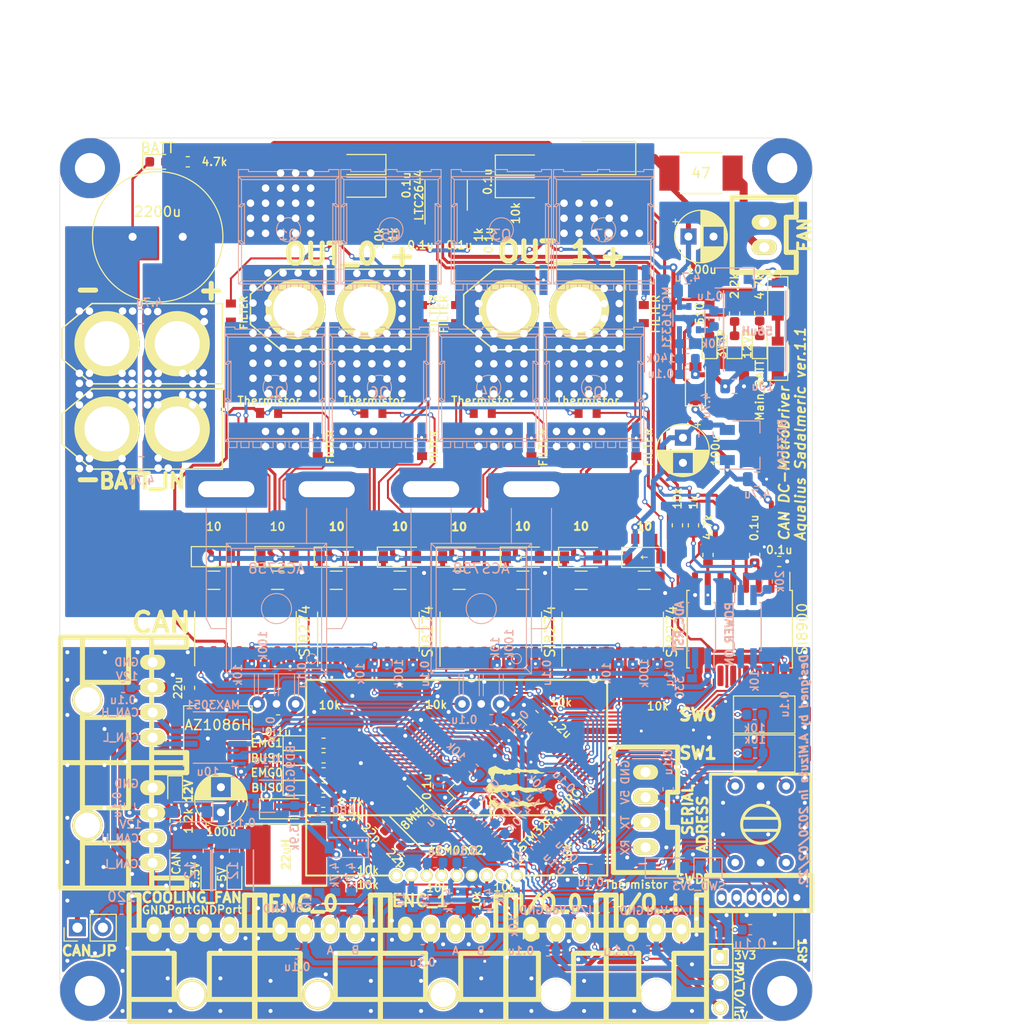
<source format=kicad_pcb>
(kicad_pcb (version 20171130) (host pcbnew "(5.1.5)-3")
  (layers (0 F.Cu signal) (31 B.Cu signal) (34 B.Paste user) (35 F.Paste user) (36 B.SilkS user) (37 F.SilkS user) (38 B.Mask user) (39 F.Mask user) (44 Edge.Cuts user))
  (net 0 "")
  (net 1 /OSC_IN)
  (net 2 GND)
  (net 3 /~RST)
  (net 4 /OSC_OUT)
  (net 5 +3V3)
  (net 6 /CAN_Vdd)
  (net 7 "Net-(C13-Pad1)")
  (net 8 "Net-(C14-Pad1)")
  (net 9 /FB_PWR_OUT)
  (net 10 /FB_PWR)
  (net 11 "Net-(C19-Pad1)")
  (net 12 "Net-(C20-Pad1)")
  (net 13 GNDPWR)
  (net 14 +3.3VP)
  (net 15 "Net-(C23-Pad2)")
  (net 16 "Net-(C23-Pad1)")
  (net 17 /Voltage)
  (net 18 /batt)
  (net 19 +12P)
  (net 20 "Net-(C30-Pad1)")
  (net 21 "Net-(C31-Pad1)")
  (net 22 +BATT)
  (net 23 +5V)
  (net 24 "Net-(D2-Pad2)")
  (net 25 "Net-(D3-Pad2)")
  (net 26 "Net-(D4-Pad2)")
  (net 27 +12V)
  (net 28 /PWM0_L)
  (net 29 /PWM0_R)
  (net 30 "Net-(D13-Pad2)")
  (net 31 "Net-(D14-Pad2)")
  (net 32 "Net-(D19-Pad2)")
  (net 33 "Net-(D20-Pad2)")
  (net 34 "Net-(D21-Pad2)")
  (net 35 "Net-(D22-Pad2)")
  (net 36 "Net-(D23-Pad2)")
  (net 37 "Net-(D26-Pad2)")
  (net 38 "Net-(JP1-Pad1)")
  (net 39 /CAN_H)
  (net 40 "Net-(JP2-Pad2)")
  (net 41 /SWCLK)
  (net 42 /SWDIO)
  (net 43 "Net-(P1-Pad6)")
  (net 44 /CAN_L)
  (net 45 /USART2_RX)
  (net 46 /USART2_TX)
  (net 47 "Net-(P7-Pad2)")
  (net 48 "Net-(R1-Pad1)")
  (net 49 /SW0)
  (net 50 /SW1)
  (net 51 /LED0)
  (net 52 /LED1)
  (net 53 /LED2)
  (net 54 "Net-(R9-Pad2)")
  (net 55 /EN0)
  (net 56 "Net-(R11-Pad1)")
  (net 57 "Net-(R12-Pad1)")
  (net 58 "Net-(R17-Pad2)")
  (net 59 "Net-(R18-Pad2)")
  (net 60 "Net-(R30-Pad2)")
  (net 61 "Net-(R31-Pad2)")
  (net 62 "Net-(R35-Pad1)")
  (net 63 /FB)
  (net 64 "Net-(R40-Pad1)")
  (net 65 /ADR_1)
  (net 66 /ADR_8)
  (net 67 /ADR_4)
  (net 68 /ADR_2)
  (net 69 /CAN1_RX)
  (net 70 /CAN1_TX)
  (net 71 /USART1_TX)
  (net 72 /USART1_RX)
  (net 73 "Net-(U4-Pad13)")
  (net 74 "Net-(U4-Pad12)")
  (net 75 "Net-(U4-Pad7)")
  (net 76 "Net-(U4-Pad2)")
  (net 77 "Net-(U5-Pad6)")
  (net 78 "Net-(U5-Pad11)")
  (net 79 "Net-(U5-Pad14)")
  (net 80 "Net-(U5-Pad15)")
  (net 81 "Net-(D27-Pad2)")
  (net 82 "Net-(P11-Pad4)")
  (net 83 "Net-(P11-Pad3)")
  (net 84 /TIM3_CH1)
  (net 85 /TIM3_CH2)
  (net 86 "Net-(C39-Pad1)")
  (net 87 "Net-(C39-Pad2)")
  (net 88 /ADC_~RST)
  (net 89 "Net-(D32-Pad2)")
  (net 90 "Net-(D33-Pad2)")
  (net 91 "Net-(D34-Pad2)")
  (net 92 /OUT0_L)
  (net 93 /OUT0_R)
  (net 94 /OUT1_L)
  (net 95 "Net-(C48-Pad1)")
  (net 96 /Current1)
  (net 97 /Current0)
  (net 98 /OUT1_R)
  (net 99 /PWM1_R)
  (net 100 /MOTOR0_BATT)
  (net 101 /PWM1_L)
  (net 102 /LED3)
  (net 103 /MOTOR1_BATT)
  (net 104 "Net-(P13-Pad3)")
  (net 105 "Net-(P13-Pad4)")
  (net 106 /EN1)
  (net 107 "Net-(R57-Pad1)")
  (net 108 "Net-(R60-Pad1)")
  (net 109 "Net-(U8-Pad13)")
  (net 110 "Net-(U8-Pad12)")
  (net 111 "Net-(U8-Pad7)")
  (net 112 "Net-(U8-Pad2)")
  (net 113 "Net-(U14-Pad2)")
  (net 114 "Net-(U14-Pad7)")
  (net 115 "Net-(U14-Pad12)")
  (net 116 "Net-(U14-Pad13)")
  (net 117 "Net-(C45-Pad1)")
  (net 118 "Net-(C46-Pad1)")
  (net 119 "Net-(C49-Pad1)")
  (net 120 "Net-(D1-Pad2)")
  (net 121 "Net-(D11-Pad2)")
  (net 122 "Net-(Q1-PadG)")
  (net 123 "Net-(Q2-PadG)")
  (net 124 "Net-(Q3-PadG)")
  (net 125 "Net-(Q4-PadG)")
  (net 126 "Net-(Q5-PadG)")
  (net 127 "Net-(Q6-PadG)")
  (net 128 "Net-(Q7-PadG)")
  (net 129 "Net-(Q8-PadG)")
  (net 130 "Net-(R13-Pad1)")
  (net 131 "Net-(R53-Pad2)")
  (net 132 "Net-(R54-Pad2)")
  (net 133 "Net-(R63-Pad2)")
  (net 134 "Net-(R64-Pad2)")
  (net 135 "Net-(R65-Pad1)")
  (net 136 "Net-(U12-Pad2)")
  (net 137 "Net-(U12-Pad7)")
  (net 138 "Net-(U12-Pad12)")
  (net 139 "Net-(U12-Pad13)")
  (net 140 /Motor0R_Tmp)
  (net 141 /Motor0L_Tmp)
  (net 142 /Motor1L_Tmp)
  (net 143 /Motor1R_Tmp)
  (net 144 /Substrate_Temp)
  (net 145 "Net-(U3-Pad4)")
  (net 146 /IO_0)
  (net 147 /IO_1)
  (net 148 /TIM4_CH1)
  (net 149 /TIM4_CH2)
  (net 150 "Net-(U3-Pad14)")
  (net 151 "Net-(U3-Pad15)")
  (net 152 "Net-(P2-Pad2)")
  (net 153 "Net-(P12-Pad2)")
  (net 154 "Net-(P2-Pad4)")
  (net 155 "Net-(C62-Pad1)")
  (net 156 "Net-(C63-Pad2)")
  (net 157 "Net-(C63-Pad1)")
  (net 158 "Net-(U17-Pad1)")
  (net 159 "Net-(D7-Pad2)")
  (net 160 "Net-(D8-Pad2)")
  (net 161 "Net-(D9-Pad2)")
  (net 162 "Net-(D39-Pad2)")
  (net 163 IO_Vdd)
  (net 164 "Net-(U3-Pad24)")
  (net 165 /I2C2_SCL)
  (net 166 /I2C2_SDA)
  (net 167 "Net-(U3-Pad50)")
  (net 168 "Net-(U3-Pad51)")
  (net 169 /PWR_ON_PIN)
  (net 170 "Net-(U3-Pad33)")
  (net 171 /ADC_~RST~_PIN)
  (net 172 "Net-(D10-Pad1)")
  (net 173 "Net-(D12-Pad1)")
  (net 174 /MOTOR1_OUT)
  (net 175 /MOTOR0_OUT)
  (net 176 /MOTOR0_VOLTAGE_DAC)
  (net 177 /MOTOR1_VOLTAGE_DAC)
  (net 178 "Net-(D25-Pad2)")
  (net 179 "Net-(U7-Pad4)")
  (module Mizz_lib:ACS785xCB (layer B.Cu) (at 94.09 107.4 180)
    (fp_text reference U10 hide)
    (fp_text value ACS758 (at 0 13.5 180) (layer B.SilkS) (effects (justify mirror)))
    (pad 1 thru_hole circle (at -1.91 0 180) (size 1.524 1.524) (drill 0.762) (layers *.Cu *.Mask) (net 5 +3V3))
    (pad 2 thru_hole circle (at 0 0 180) (size 1.524 1.524) (drill 0.762) (layers *.Cu *.Mask) (net 2 GND))
    (pad 3 thru_hole circle (at 1.91 0 180) (size 1.524 1.524) (drill 0.762) (layers *.Cu *.Mask) (net 108 "Net-(R60-Pad1)"))
    (pad 4 thru_hole oval (at 5 21.4 180) (size 8 3.5) (drill oval 5.6 1.6) (layers *.Cu *.Mask) (net 100 /MOTOR0_BATT))
    (pad 5 thru_hole oval (at -5 21.4 180) (size 8 3.5) (drill oval 5.6 1.6) (layers *.Cu *.Mask) (net 13 GNDPWR))
  )
  (module Mizz_lib:ACS785xCB (layer B.Cu) (at 114.5 107.4 180)
    (fp_text reference U13 hide)
    (fp_text value ACS758 (at 0 13.5 180) (layer B.SilkS) (effects (justify mirror)))
    (pad 5 thru_hole oval (at -5 21.4 180) (size 8 3.5) (drill oval 5.6 1.6) (layers *.Cu *.Mask) (net 13 GNDPWR))
    (pad 4 thru_hole oval (at 5 21.4 180) (size 8 3.5) (drill oval 5.6 1.6) (layers *.Cu *.Mask) (net 103 /MOTOR1_BATT))
    (pad 3 thru_hole circle (at 1.91 0 180) (size 1.524 1.524) (drill 0.762) (layers *.Cu *.Mask) (net 107 "Net-(R57-Pad1)"))
    (pad 2 thru_hole circle (at 0 0 180) (size 1.524 1.524) (drill 0.762) (layers *.Cu *.Mask) (net 2 GND))
    (pad 1 thru_hole circle (at -1.91 0 180) (size 1.524 1.524) (drill 0.762) (layers *.Cu *.Mask) (net 5 +3V3))
  )
  (module Mizz_lib:HSOF-8-1 (layer B.Cu) (at 104.35 75.85 180)
    (fp_text reference Q6 (at 0 -0.5) (layer B.SilkS) (effects (justify mirror)))
    (fp_text value MOSFET_N)
    (pad D smd rect (at 0 2.5 180) (size 10 8) (layers B.Cu B.Paste B.Mask) (net 93 /OUT0_R))
    (pad G smd rect (at -4.2 -5 180) (size 0.8 3) (layers B.Cu B.Paste B.Mask) (net 127 "Net-(Q6-PadG)"))
    (pad S smd rect (at 0.6 -5 180) (size 8 3) (layers B.Cu B.Paste B.Mask) (net 100 /MOTOR0_BATT))
  )
  (module Package_QFP:LQFP-64_10x10mm_P0.5mm (layer F.Cu) (at 118.35 116.075 45)
    (fp_text reference U3 hide)
    (fp_text value STM32F405RG (at 0 4.101219 45) (layer F.SilkS) (effects (font (size 0.8 0.8))))
    (pad 1 smd roundrect (at -5.675 -3.75 45) (size 1.55 0.3) (layers F.Cu F.Paste F.Mask) (net 5 +3V3))
    (pad 2 smd roundrect (at -5.675 -3.25 45) (size 1.55 0.3) (layers F.Cu F.Paste F.Mask) (net 146 /IO_0))
    (pad 3 smd roundrect (at -5.675 -2.75 45) (size 1.55 0.3) (layers F.Cu F.Paste F.Mask) (net 147 /IO_1))
    (pad 4 smd roundrect (at -5.675 -2.25 45) (size 1.55 0.3) (layers F.Cu F.Paste F.Mask) (net 145 "Net-(U3-Pad4)"))
    (pad 5 smd roundrect (at -5.675 -1.75 45) (size 1.55 0.3) (layers F.Cu F.Paste F.Mask) (net 1 /OSC_IN))
    (pad 6 smd roundrect (at -5.675 -1.25 45) (size 1.55 0.3) (layers F.Cu F.Paste F.Mask) (net 4 /OSC_OUT))
    (pad 7 smd roundrect (at -5.675 -0.75 45) (size 1.55 0.3) (layers F.Cu F.Paste F.Mask) (net 3 /~RST))
    (pad 8 smd roundrect (at -5.675 -0.25 45) (size 1.55 0.3) (layers F.Cu F.Paste F.Mask) (net 140 /Motor0R_Tmp))
    (pad 9 smd roundrect (at -5.675 0.25 45) (size 1.55 0.3) (layers F.Cu F.Paste F.Mask) (net 141 /Motor0L_Tmp))
    (pad 10 smd roundrect (at -5.675 0.75 45) (size 1.55 0.3) (layers F.Cu F.Paste F.Mask) (net 96 /Current1))
    (pad 11 smd roundrect (at -5.675 1.25 45) (size 1.55 0.3) (layers F.Cu F.Paste F.Mask) (net 97 /Current0))
    (pad 12 smd roundrect (at -5.675 1.75 45) (size 1.55 0.3) (layers F.Cu F.Paste F.Mask) (net 2 GND))
    (pad 13 smd roundrect (at -5.675 2.25 45) (size 1.55 0.3) (layers F.Cu F.Paste F.Mask) (net 5 +3V3))
    (pad 14 smd roundrect (at -5.675 2.75 45) (size 1.55 0.3) (layers F.Cu F.Paste F.Mask) (net 150 "Net-(U3-Pad14)"))
    (pad 15 smd roundrect (at -5.675 3.25 45) (size 1.55 0.3) (layers F.Cu F.Paste F.Mask) (net 151 "Net-(U3-Pad15)"))
    (pad 16 smd roundrect (at -5.675 3.75 45) (size 1.55 0.3) (layers F.Cu F.Paste F.Mask) (net 46 /USART2_TX))
    (pad 17 smd roundrect (at -3.75 5.675 45) (size 0.3 1.55) (layers F.Cu F.Paste F.Mask) (net 45 /USART2_RX))
    (pad 18 smd roundrect (at -3.25 5.675 45) (size 0.3 1.55) (layers F.Cu F.Paste F.Mask) (net 2 GND))
    (pad 19 smd roundrect (at -2.75 5.675 45) (size 0.3 1.55) (layers F.Cu F.Paste F.Mask) (net 5 +3V3))
    (pad 20 smd roundrect (at -2.25 5.675 45) (size 0.3 1.55) (layers F.Cu F.Paste F.Mask) (net 144 /Substrate_Temp))
    (pad 21 smd roundrect (at -1.75 5.675 45) (size 0.3 1.55) (layers F.Cu F.Paste F.Mask) (net 67 /ADR_4))
    (pad 22 smd roundrect (at -1.25 5.675 45) (size 0.3 1.55) (layers F.Cu F.Paste F.Mask) (net 66 /ADR_8))
    (pad 23 smd roundrect (at -0.75 5.675 45) (size 0.3 1.55) (layers F.Cu F.Paste F.Mask) (net 65 /ADR_1))
    (pad 24 smd roundrect (at -0.25 5.675 45) (size 0.3 1.55) (layers F.Cu F.Paste F.Mask) (net 164 "Net-(U3-Pad24)"))
    (pad 25 smd roundrect (at 0.25 5.675 45) (size 0.3 1.55) (layers F.Cu F.Paste F.Mask) (net 143 /Motor1R_Tmp))
    (pad 26 smd roundrect (at 0.75 5.675 45) (size 0.3 1.55) (layers F.Cu F.Paste F.Mask) (net 142 /Motor1L_Tmp))
    (pad 27 smd roundrect (at 1.25 5.675 45) (size 0.3 1.55) (layers F.Cu F.Paste F.Mask) (net 68 /ADR_2))
    (pad 28 smd roundrect (at 1.75 5.675 45) (size 0.3 1.55) (layers F.Cu F.Paste F.Mask) (net 54 "Net-(R9-Pad2)"))
    (pad 29 smd roundrect (at 2.25 5.675 45) (size 0.3 1.55) (layers F.Cu F.Paste F.Mask) (net 165 /I2C2_SCL))
    (pad 30 smd roundrect (at 2.75 5.675 45) (size 0.3 1.55) (layers F.Cu F.Paste F.Mask) (net 166 /I2C2_SDA))
    (pad 31 smd roundrect (at 3.25 5.675 45) (size 0.3 1.55) (layers F.Cu F.Paste F.Mask) (net 7 "Net-(C13-Pad1)"))
    (pad 32 smd roundrect (at 3.75 5.675 45) (size 0.3 1.55) (layers F.Cu F.Paste F.Mask) (net 5 +3V3))
    (pad 33 smd roundrect (at 5.675 3.75 45) (size 1.55 0.3) (layers F.Cu F.Paste F.Mask) (net 170 "Net-(U3-Pad33)"))
    (pad 34 smd roundrect (at 5.675 3.25 45) (size 1.55 0.3) (layers F.Cu F.Paste F.Mask) (net 106 /EN1))
    (pad 35 smd roundrect (at 5.675 2.75 45) (size 1.55 0.3) (layers F.Cu F.Paste F.Mask) (net 99 /PWM1_R))
    (pad 36 smd roundrect (at 5.675 2.25 45) (size 1.55 0.3) (layers F.Cu F.Paste F.Mask) (net 101 /PWM1_L))
    (pad 37 smd roundrect (at 5.675 1.75 45) (size 1.55 0.3) (layers F.Cu F.Paste F.Mask) (net 55 /EN0))
    (pad 38 smd roundrect (at 5.675 1.25 45) (size 1.55 0.3) (layers F.Cu F.Paste F.Mask) (net 28 /PWM0_L))
    (pad 39 smd roundrect (at 5.675 0.75 45) (size 1.55 0.3) (layers F.Cu F.Paste F.Mask) (net 29 /PWM0_R))
    (pad 40 smd roundrect (at 5.675 0.25 45) (size 1.55 0.3) (layers F.Cu F.Paste F.Mask) (net 50 /SW1))
    (pad 41 smd roundrect (at 5.675 -0.25 45) (size 1.55 0.3) (layers F.Cu F.Paste F.Mask) (net 49 /SW0))
    (pad 42 smd roundrect (at 5.675 -0.75 45) (size 1.55 0.3) (layers F.Cu F.Paste F.Mask) (net 71 /USART1_TX))
    (pad 43 smd roundrect (at 5.675 -1.25 45) (size 1.55 0.3) (layers F.Cu F.Paste F.Mask) (net 72 /USART1_RX))
    (pad 44 smd roundrect (at 5.675 -1.75 45) (size 1.55 0.3) (layers F.Cu F.Paste F.Mask) (net 169 /PWR_ON_PIN))
    (pad 45 smd roundrect (at 5.675 -2.25 45) (size 1.55 0.3) (layers F.Cu F.Paste F.Mask) (net 171 /ADC_~RST~_PIN))
    (pad 46 smd roundrect (at 5.675 -2.75 45) (size 1.55 0.3) (layers F.Cu F.Paste F.Mask) (net 42 /SWDIO))
    (pad 47 smd roundrect (at 5.675 -3.25 45) (size 1.55 0.3) (layers F.Cu F.Paste F.Mask) (net 8 "Net-(C14-Pad1)"))
    (pad 48 smd roundrect (at 5.675 -3.75 45) (size 1.55 0.3) (layers F.Cu F.Paste F.Mask) (net 5 +3V3))
    (pad 49 smd roundrect (at 3.75 -5.675 45) (size 0.3 1.55) (layers F.Cu F.Paste F.Mask) (net 41 /SWCLK))
    (pad 50 smd roundrect (at 3.25 -5.675 45) (size 0.3 1.55) (layers F.Cu F.Paste F.Mask) (net 167 "Net-(U3-Pad50)"))
    (pad 51 smd roundrect (at 2.75 -5.675 45) (size 0.3 1.55) (layers F.Cu F.Paste F.Mask) (net 168 "Net-(U3-Pad51)"))
    (pad 52 smd roundrect (at 2.25 -5.675 45) (size 0.3 1.55) (layers F.Cu F.Paste F.Mask) (net 51 /LED0))
    (pad 53 smd roundrect (at 1.75 -5.675 45) (size 0.3 1.55) (layers F.Cu F.Paste F.Mask) (net 52 /LED1))
    (pad 54 smd roundrect (at 1.25 -5.675 45) (size 0.3 1.55) (layers F.Cu F.Paste F.Mask) (net 53 /LED2))
    (pad 55 smd roundrect (at 0.75 -5.675 45) (size 0.3 1.55) (layers F.Cu F.Paste F.Mask) (net 102 /LED3))
    (pad 56 smd roundrect (at 0.25 -5.675 45) (size 0.3 1.55) (layers F.Cu F.Paste F.Mask) (net 84 /TIM3_CH1))
    (pad 57 smd roundrect (at -0.25 -5.675 45) (size 0.3 1.55) (layers F.Cu F.Paste F.Mask) (net 85 /TIM3_CH2))
    (pad 58 smd roundrect (at -0.75 -5.675 45) (size 0.3 1.55) (layers F.Cu F.Paste F.Mask) (net 148 /TIM4_CH1))
    (pad 59 smd roundrect (at -1.25 -5.675 45) (size 0.3 1.55) (layers F.Cu F.Paste F.Mask) (net 149 /TIM4_CH2))
    (pad 60 smd roundrect (at -1.75 -5.675 45) (size 0.3 1.55) (layers F.Cu F.Paste F.Mask) (net 48 "Net-(R1-Pad1)"))
    (pad 61 smd roundrect (at -2.25 -5.675 45) (size 0.3 1.55) (layers F.Cu F.Paste F.Mask) (net 69 /CAN1_RX))
    (pad 62 smd roundrect (at -2.75 -5.675 45) (size 0.3 1.55) (layers F.Cu F.Paste F.Mask) (net 70 /CAN1_TX))
    (pad 63 smd roundrect (at -3.25 -5.675 45) (size 0.3 1.55) (layers F.Cu F.Paste F.Mask) (net 2 GND))
    (pad 64 smd roundrect (at -3.75 -5.675 45) (size 0.3 1.55) (layers F.Cu F.Paste F.Mask) (net 5 +3V3))
  )
  (module Mizz_lib:XT60_F (layer F.Cu) (at 120.75 68.1)
    (fp_text reference P10)
    (fp_text value OUT_1 (at 0 -5.75 unlocked) (layer F.SilkS) (effects (font (size 2 2) (thickness 0.5))))
    (pad 2 thru_hole circle (at 3.5 0) (size 6 6) (drill 4.5) (layers *.Cu *.Mask F.SilkS) (net 98 /OUT1_R))
    (pad 1 thru_hole circle (at -3.5 0) (size 6 6) (drill 4.5) (layers *.Cu *.Mask F.SilkS) (net 94 /OUT1_L))
  )
  (module Mizz_lib:XT60_F (layer F.Cu) (at 99.5 68.075)
    (fp_text reference P15)
    (fp_text value OUT_0 (at 0 -5.5) (layer F.SilkS) (effects (font (size 2 2) (thickness 0.5))))
    (pad 2 thru_hole circle (at 3.5 0) (size 6 6) (drill 4.5) (layers *.Cu *.Mask F.SilkS) (net 93 /OUT0_R))
    (pad 1 thru_hole circle (at -3.5 0) (size 6 6) (drill 4.5) (layers *.Cu *.Mask F.SilkS) (net 92 /OUT0_L))
  )
  (module Mizz_lib:rotary_0F (layer F.Cu) (at 142.35 119.4 180)
    (fp_text reference U19 hide)
    (fp_text value ADRESS (at 5.8 0 270) (layer F.SilkS) (effects (font (thickness 0.25))))
    (pad 1 thru_hole circle (at -2.54 3.81 180) (size 1.524 1.524) (drill 0.762) (layers *.Cu *.Mask) (net 68 /ADR_2))
    (pad 2 thru_hole circle (at 0 3.81 180) (size 1.524 1.524) (drill 0.762) (layers *.Cu *.Mask) (net 2 GND))
    (pad 3 thru_hole circle (at 2.54 3.81 180) (size 1.524 1.524) (drill 0.762) (layers *.Cu *.Mask) (net 65 /ADR_1))
    (pad 4 thru_hole circle (at 2.54 -3.81 180) (size 1.524 1.524) (drill 0.762) (layers *.Cu *.Mask) (net 67 /ADR_4))
    (pad 5 thru_hole circle (at 0 -3.81 180) (size 1.524 1.524) (drill 0.762) (layers *.Cu *.Mask) (net 2 GND))
    (pad 6 thru_hole circle (at -2.54 -3.81 180) (size 1.524 1.524) (drill 0.762) (layers *.Cu *.Mask) (net 66 /ADR_8))
  )
  (module Capacitor_SMD:C_0603_1608Metric (layer B.Cu) (at 115.5 108.975 180)
    (fp_text reference C21 hide)
    (fp_text value 0.1u (at 2.7 0) (layer B.SilkS) (effects (font (size 0.8 0.8)) (justify mirror)))
    (pad 1 smd roundrect (at -0.7875 0 180) (size 0.875 0.95) (layers B.Cu B.Paste B.Mask) (net 5 +3V3))
    (pad 2 smd roundrect (at 0.7875 0 180) (size 0.875 0.95) (layers B.Cu B.Paste B.Mask) (net 2 GND))
  )
  (module Mizz_lib:AQM0802_original (layer F.Cu) (at 112.05 114.25)
    (fp_text reference U17 hide)
    (fp_text value AQM0802 (at -0.1 7.75) (layer F.SilkS) (effects (font (size 0.8 0.8))))
    (pad 9 thru_hole circle (at 6 10.25) (size 1.2 1.2) (drill 0.8) (layers *.Cu *.Mask F.SilkS) (net 5 +3V3))
    (pad 8 thru_hole circle (at 4.5 10.25) (size 1.2 1.2) (drill 0.8) (layers *.Cu *.Mask F.SilkS) (net 165 /I2C2_SCL))
    (pad 7 thru_hole circle (at 3 10.25) (size 1.2 1.2) (drill 0.8) (layers *.Cu *.Mask F.SilkS) (net 166 /I2C2_SDA))
    (pad 6 thru_hole circle (at 1.5 10.25) (size 1.2 1.2) (drill 0.8) (layers *.Cu *.Mask F.SilkS) (net 2 GND))
    (pad 5 thru_hole circle (at 0 10.25) (size 1.2 1.2) (drill 0.8) (layers *.Cu *.Mask F.SilkS) (net 5 +3V3))
    (pad 4 thru_hole circle (at -1.5 10.25) (size 1.2 1.2) (drill 0.8) (layers *.Cu *.Mask F.SilkS) (net 156 "Net-(C63-Pad2)"))
    (pad 3 thru_hole circle (at -3 10.25) (size 1.2 1.2) (drill 0.8) (layers *.Cu *.Mask F.SilkS) (net 157 "Net-(C63-Pad1)"))
    (pad 2 thru_hole circle (at -4.5 10.25) (size 1.2 1.2) (drill 0.8) (layers *.Cu *.Mask F.SilkS) (net 155 "Net-(C62-Pad1)"))
    (pad 1 thru_hole circle (at -6 10.25) (size 1.2 1.2) (drill 0.8) (layers *.Cu *.Mask F.SilkS) (net 158 "Net-(U17-Pad1)"))
  )
  (module Mizz_lib:XA_4L (layer F.Cu) (at 81.9 129.85)
    (fp_text reference P2 hide)
    (fp_text value MOTOR_COOLING hide)
    (pad 1 thru_hole oval (at 0 0) (size 1.5 2.5) (drill 1) (layers *.Cu *.Mask F.SilkS) (net 2 GND))
    (pad 2 thru_hole oval (at 2.5 0) (size 1.5 2.5) (drill 1) (layers *.Cu *.Mask F.SilkS) (net 152 "Net-(P2-Pad2)"))
    (pad 3 thru_hole oval (at 5 0) (size 1.5 2.5) (drill 1) (layers *.Cu *.Mask F.SilkS) (net 2 GND))
    (pad 4 thru_hole oval (at 7.5 0) (size 1.5 2.5) (drill 1) (layers *.Cu *.Mask F.SilkS) (net 154 "Net-(P2-Pad4)"))
    (pad "" thru_hole circle (at 3.75 6.5) (size 3 3) (drill 2.5) (layers *.Cu *.Mask F.SilkS))
  )
  (module Capacitor_SMD:C_0603_1608Metric (layer B.Cu) (at 116.3 120.9 225)
    (fp_text reference C50 hide)
    (fp_text value 470n (at -2.899138 0 45) (layer B.SilkS) (effects (font (size 0.8 0.8)) (justify mirror)))
    (pad 1 smd roundrect (at -0.7875 0 225) (size 0.875 0.95) (layers B.Cu B.Paste B.Mask) (net 97 /Current0))
    (pad 2 smd roundrect (at 0.7875 0 225) (size 0.875 0.95) (layers B.Cu B.Paste B.Mask) (net 2 GND))
  )
  (module Package_SO:SOIC-16W_7.5x10.3mm_P1.27mm (layer F.Cu) (at 140.25 99.95 270)
    (fp_text reference U5 hide)
    (fp_text value SI8900 (at 0 -6.25 90) (layer F.SilkS))
    (pad 1 smd roundrect (at -4.65 -4.445 270) (size 2.05 0.6) (layers F.Cu F.Paste F.Mask) (net 14 +3.3VP))
    (pad 2 smd roundrect (at -4.65 -3.175 270) (size 2.05 0.6) (layers F.Cu F.Paste F.Mask) (net 14 +3.3VP))
    (pad 3 smd roundrect (at -4.65 -1.905 270) (size 2.05 0.6) (layers F.Cu F.Paste F.Mask) (net 17 /Voltage))
    (pad 4 smd roundrect (at -4.65 -0.635 270) (size 2.05 0.6) (layers F.Cu F.Paste F.Mask) (net 176 /MOTOR0_VOLTAGE_DAC))
    (pad 5 smd roundrect (at -4.65 0.635 270) (size 2.05 0.6) (layers F.Cu F.Paste F.Mask) (net 177 /MOTOR1_VOLTAGE_DAC))
    (pad 6 smd roundrect (at -4.65 1.905 270) (size 2.05 0.6) (layers F.Cu F.Paste F.Mask) (net 77 "Net-(U5-Pad6)"))
    (pad 7 smd roundrect (at -4.65 3.175 270) (size 2.05 0.6) (layers F.Cu F.Paste F.Mask) (net 88 /ADC_~RST))
    (pad 8 smd roundrect (at -4.65 4.445 270) (size 2.05 0.6) (layers F.Cu F.Paste F.Mask) (net 13 GNDPWR))
    (pad 9 smd roundrect (at 4.65 4.445 270) (size 2.05 0.6) (layers F.Cu F.Paste F.Mask) (net 2 GND))
    (pad 10 smd roundrect (at 4.65 3.175 270) (size 2.05 0.6) (layers F.Cu F.Paste F.Mask) (net 5 +3V3))
    (pad 11 smd roundrect (at 4.65 1.905 270) (size 2.05 0.6) (layers F.Cu F.Paste F.Mask) (net 78 "Net-(U5-Pad11)"))
    (pad 12 smd roundrect (at 4.65 0.635 270) (size 2.05 0.6) (layers F.Cu F.Paste F.Mask) (net 72 /USART1_RX))
    (pad 13 smd roundrect (at 4.65 -0.635 270) (size 2.05 0.6) (layers F.Cu F.Paste F.Mask) (net 71 /USART1_TX))
    (pad 14 smd roundrect (at 4.65 -1.905 270) (size 2.05 0.6) (layers F.Cu F.Paste F.Mask) (net 79 "Net-(U5-Pad14)"))
    (pad 15 smd roundrect (at 4.65 -3.175 270) (size 2.05 0.6) (layers F.Cu F.Paste F.Mask) (net 80 "Net-(U5-Pad15)"))
    (pad 16 smd roundrect (at 4.65 -4.445 270) (size 2.05 0.6) (layers F.Cu F.Paste F.Mask) (net 5 +3V3))
  )
  (module Mizz_lib:XA_4L (layer F.Cu) (at 81.75 115.75 270)
    (fp_text reference P4 hide)
    (fp_text value CAN (at 7.5 -2.35 90) (layer F.SilkS) (effects (font (size 0.8 0.8))))
    (pad 1 thru_hole oval (at 0 0 270) (size 1.5 2.5) (drill 1) (layers *.Cu *.Mask F.SilkS) (net 2 GND))
    (pad 2 thru_hole oval (at 2.5 0 270) (size 1.5 2.5) (drill 1) (layers *.Cu *.Mask F.SilkS) (net 6 /CAN_Vdd))
    (pad 3 thru_hole oval (at 5 0 270) (size 1.5 2.5) (drill 1) (layers *.Cu *.Mask F.SilkS) (net 39 /CAN_H))
    (pad 4 thru_hole oval (at 7.5 0 270) (size 1.5 2.5) (drill 1) (layers *.Cu *.Mask F.SilkS) (net 44 /CAN_L))
    (pad "" thru_hole circle (at 3.75 6.5 270) (size 3 3) (drill 2.5) (layers *.Cu *.Mask F.SilkS))
  )
  (module Mizz_lib:XA_4L (layer F.Cu) (at 81.75 103.25 270)
    (fp_text reference P3 hide)
    (fp_text value CAN (at -3.95 -0.85 180) (layer F.SilkS) (effects (font (size 2 2) (thickness 0.4))))
    (pad "" thru_hole circle (at 3.75 6.5 270) (size 3 3) (drill 2.5) (layers *.Cu *.Mask F.SilkS))
    (pad 4 thru_hole oval (at 7.5 0 270) (size 1.5 2.5) (drill 1) (layers *.Cu *.Mask F.SilkS) (net 44 /CAN_L))
    (pad 3 thru_hole oval (at 5 0 270) (size 1.5 2.5) (drill 1) (layers *.Cu *.Mask F.SilkS) (net 39 /CAN_H))
    (pad 2 thru_hole oval (at 2.5 0 270) (size 1.5 2.5) (drill 1) (layers *.Cu *.Mask F.SilkS) (net 6 /CAN_Vdd))
    (pad 1 thru_hole oval (at 0 0 270) (size 1.5 2.5) (drill 1) (layers *.Cu *.Mask F.SilkS) (net 2 GND))
  )
  (module Mizz_lib:XA_4L (layer F.Cu) (at 94.45 129.85)
    (fp_text reference P11 hide)
    (fp_text value ENC_0 (at 2.25 -2.55) (layer F.SilkS) (effects (font (size 1.5 1.5) (thickness 0.375))))
    (pad "" thru_hole circle (at 3.75 6.5) (size 3 3) (drill 2.5) (layers *.Cu *.Mask F.SilkS))
    (pad 4 thru_hole oval (at 7.5 0) (size 1.5 2.5) (drill 1) (layers *.Cu *.Mask F.SilkS) (net 82 "Net-(P11-Pad4)"))
    (pad 3 thru_hole oval (at 5 0) (size 1.5 2.5) (drill 1) (layers *.Cu *.Mask F.SilkS) (net 83 "Net-(P11-Pad3)"))
    (pad 2 thru_hole oval (at 2.5 0) (size 1.5 2.5) (drill 1) (layers *.Cu *.Mask F.SilkS) (net 23 +5V))
    (pad 1 thru_hole oval (at 0 0) (size 1.5 2.5) (drill 1) (layers *.Cu *.Mask F.SilkS) (net 2 GND))
  )
  (module Mizz_lib:XA_4L (layer F.Cu) (at 106.95 129.85)
    (fp_text reference P13 hide)
    (fp_text value ENC_1 (at 1.45 -2.85) (layer F.SilkS) (effects (font (size 1.2 1.2) (thickness 0.25))))
    (pad 1 thru_hole oval (at 0 0) (size 1.5 2.5) (drill 1) (layers *.Cu *.Mask F.SilkS) (net 2 GND))
    (pad 2 thru_hole oval (at 2.5 0) (size 1.5 2.5) (drill 1) (layers *.Cu *.Mask F.SilkS) (net 23 +5V))
    (pad 3 thru_hole oval (at 5 0) (size 1.5 2.5) (drill 1) (layers *.Cu *.Mask F.SilkS) (net 104 "Net-(P13-Pad3)"))
    (pad 4 thru_hole oval (at 7.5 0) (size 1.5 2.5) (drill 1) (layers *.Cu *.Mask F.SilkS) (net 105 "Net-(P13-Pad4)"))
    (pad "" thru_hole circle (at 3.75 6.5) (size 3 3) (drill 2.5) (layers *.Cu *.Mask F.SilkS))
  )
  (module Mizz_lib:XA_2P (layer F.Cu) (at 142.7 61.9 90)
    (fp_text reference P7 hide)
    (fp_text value FAN (at 1.25 4 270) (layer F.SilkS) (effects (font (size 1.2 1.2) (thickness 0.3))))
    (pad 1 thru_hole oval (at 2.5 0 90) (size 1.5 2.5) (drill 1) (layers *.Cu *.Mask F.SilkS) (net 13 GNDPWR))
    (pad 2 thru_hole oval (at 0 0 90) (size 1.5 2.5) (drill 1) (layers *.Cu *.Mask F.SilkS) (net 47 "Net-(P7-Pad2)"))
  )
  (module Mizz_lib:XA_4P (layer F.Cu) (at 130.875 121.7 90)
    (fp_text reference P5 hide)
    (fp_text value SERIAL (at 3.75 4.2 270) (layer F.SilkS) (effects (font (thickness 0.25))))
    (pad 4 thru_hole oval (at 0 0 90) (size 1.5 2.5) (drill 1) (layers *.Cu *.Mask F.SilkS) (net 45 /USART2_RX))
    (pad 3 thru_hole oval (at 2.5 0 90) (size 1.5 2.5) (drill 1) (layers *.Cu *.Mask F.SilkS) (net 46 /USART2_TX))
    (pad 2 thru_hole oval (at 5 0 90) (size 1.5 2.5) (drill 1) (layers *.Cu *.Mask F.SilkS) (net 23 +5V))
    (pad 1 thru_hole oval (at 7.5 0 90) (size 1.5 2.5) (drill 1) (layers *.Cu *.Mask F.SilkS) (net 2 GND))
  )
  (module Mizz_lib:ZH_6P (layer F.Cu) (at 145.95 126.7 180)
    (fp_text reference P1 hide)
    (fp_text value SWD (at 10.65 1.85) (layer F.SilkS) (effects (font (size 0.9 0.9) (thickness 0.2))))
    (pad 1 thru_hole oval (at 0 0 180) (size 1 1.524) (drill 0.7) (layers *.Cu *.Mask) (net 2 GND))
    (pad 2 thru_hole oval (at 1.5 0 180) (size 1 1.524) (drill 0.7) (layers *.Cu *.Mask) (net 38 "Net-(JP1-Pad1)"))
    (pad 3 thru_hole oval (at 3 0 180) (size 1 1.524) (drill 0.7) (layers *.Cu *.Mask) (net 41 /SWCLK))
    (pad 4 thru_hole oval (at 4.5 0 180) (size 1 1.524) (drill 0.7) (layers *.Cu *.Mask) (net 42 /SWDIO))
    (pad 5 thru_hole oval (at 6 0 180) (size 1 1.524) (drill 0.7) (layers *.Cu *.Mask) (net 3 /~RST))
    (pad 6 thru_hole oval (at 7.5 0 180) (size 1 1.524) (drill 0.7) (layers *.Cu *.Mask) (net 43 "Net-(P1-Pad6)"))
  )
  (module Mizz_lib:XT60_F (layer F.Cu) (at 80.7 80)
    (fp_text reference P9)
    (fp_text value BATT_IN (at 0 5.2) (layer F.SilkS) (effects (font (size 1.5 1.5) (thickness 0.375))))
    (pad 1 thru_hole circle (at -3.5 0) (size 6.5 6.5) (drill 4.5) (layers *.Cu *.Mask F.SilkS) (net 13 GNDPWR))
    (pad 2 thru_hole circle (at 3.5 0) (size 6.5 6.5) (drill 4.5) (layers *.Cu *.Mask F.SilkS) (net 22 +BATT))
  )
  (module Mizz_lib:XT60_M (layer F.Cu) (at 80.7 71.5)
    (fp_text reference P8)
    (fp_text value BATT_IN hide)
    (pad 2 thru_hole circle (at 3.5 0) (size 6.5 6.5) (drill 4.5) (layers *.Cu *.Mask F.SilkS) (net 22 +BATT))
    (pad 1 thru_hole circle (at -3.5 0) (size 6.5 6.5) (drill 4.5) (layers *.Cu *.Mask F.SilkS) (net 13 GNDPWR))
  )
  (module Resistor_SMD:R_0603_1608Metric (layer B.Cu) (at 113.75 113.875 135)
    (fp_text reference R1 hide)
    (fp_text value 10k (at 2.474874 0 135) (layer B.SilkS) (effects (font (size 0.8 0.8)) (justify mirror)))
    (pad 2 smd roundrect (at 0.7875 0 135) (size 0.875 0.95) (layers B.Cu B.Paste B.Mask) (net 2 GND))
    (pad 1 smd roundrect (at -0.7875 0 135) (size 0.875 0.95) (layers B.Cu B.Paste B.Mask) (net 48 "Net-(R1-Pad1)"))
  )
  (module Diode_SMD:D_SOD-123 (layer B.Cu) (at 139.45 64.95 180)
    (fp_text reference D16 hide)
    (fp_text value DIODE)
    (pad 1 smd rect (at -1.65 0 180) (size 0.9 1.2) (layers B.Cu B.Paste B.Mask) (net 16 "Net-(C23-Pad1)"))
    (pad 2 smd rect (at 1.65 0 180) (size 0.9 1.2) (layers B.Cu B.Paste B.Mask) (net 13 GNDPWR))
  )
  (module Mizz_lib:HSOF-8-1 (layer B.Cu) (at 93.95 75.85 180)
    (fp_text reference Q2 (at 0 -0.5) (layer B.SilkS) (effects (justify mirror)))
    (fp_text value MOSFET_N)
    (pad S smd rect (at 0.6 -5 180) (size 8 3) (layers B.Cu B.Paste B.Mask) (net 100 /MOTOR0_BATT))
    (pad G smd rect (at -4.2 -5 180) (size 0.8 3) (layers B.Cu B.Paste B.Mask) (net 123 "Net-(Q2-PadG)"))
    (pad D smd rect (at 0 2.5 180) (size 10 8) (layers B.Cu B.Paste B.Mask) (net 92 /OUT0_L))
  )
  (module Diode_SMD:D_SOD-123 (layer B.Cu) (at 85.5 118.15 180)
    (fp_text reference D5 hide)
    (fp_text value DIODE)
    (pad 1 smd rect (at -1.65 0 180) (size 0.9 1.2) (layers B.Cu B.Paste B.Mask) (net 27 +12V))
    (pad 2 smd rect (at 1.65 0 180) (size 0.9 1.2) (layers B.Cu B.Paste B.Mask) (net 6 /CAN_Vdd))
  )
  (module Resistor_SMD:R_0603_1608Metric (layer B.Cu) (at 78.65 127.85 180)
    (fp_text reference R3 hide)
    (fp_text value 120 (at 0 1.25) (layer B.SilkS) (effects (justify mirror)))
    (pad 1 smd roundrect (at -0.7875 0 180) (size 0.875 0.95) (layers B.Cu B.Paste B.Mask) (net 44 /CAN_L))
    (pad 2 smd roundrect (at 0.7875 0 180) (size 0.875 0.95) (layers B.Cu B.Paste B.Mask) (net 40 "Net-(JP2-Pad2)"))
  )
  (module Capacitor_SMD:C_0603_1608Metric (layer B.Cu) (at 115.3 119.9 225)
    (fp_text reference C47 hide)
    (fp_text value 470n (at -2.828427 0 45) (layer B.SilkS) (effects (font (size 0.8 0.8)) (justify mirror)))
    (pad 1 smd roundrect (at -0.7875 0 225) (size 0.875 0.95) (layers B.Cu B.Paste B.Mask) (net 96 /Current1))
    (pad 2 smd roundrect (at 0.7875 0 225) (size 0.875 0.95) (layers B.Cu B.Paste B.Mask) (net 2 GND))
  )
  (module Resistor_SMD:R_0603_1608Metric (layer F.Cu) (at 98.75 117.2)
    (fp_text reference R57 hide)
    (fp_text value 4.7k (at 2.75 0) (layer F.SilkS) (effects (font (size 0.8 0.8))))
    (pad 1 smd roundrect (at -0.7875 0) (size 0.875 0.95) (layers F.Cu F.Paste F.Mask) (net 107 "Net-(R57-Pad1)"))
    (pad 2 smd roundrect (at 0.7875 0) (size 0.875 0.95) (layers F.Cu F.Paste F.Mask) (net 96 /Current1))
  )
  (module Mizz_lib:Crystal_SMD_5032_2Pads (layer F.Cu) (at 107.8 118.625 315)
    (fp_text reference Y1 hide)
    (fp_text value 8MHz (at 0 0 45) (layer F.SilkS) (effects (font (size 0.8 0.8))))
    (pad 1 smd rect (at -2.05 0 315) (size 2 2.4) (layers F.Cu F.Paste F.Mask) (net 1 /OSC_IN))
    (pad 2 smd rect (at 2.05 0 315) (size 2 2.4) (layers F.Cu F.Paste F.Mask) (net 4 /OSC_OUT))
  )
  (module Capacitor_SMD:C_0603_1608Metric (layer F.Cu) (at 104.393153 119.418153 315)
    (fp_text reference C1 hide)
    (fp_text value 22p (at -0.007995 1.184404 135) (layer F.SilkS) (effects (font (size 0.8 0.8))))
    (pad 2 smd roundrect (at 0.7875 0 315) (size 0.875 0.95) (layers F.Cu F.Paste F.Mask) (net 1 /OSC_IN))
    (pad 1 smd roundrect (at -0.7875 0 315) (size 0.875 0.95) (layers F.Cu F.Paste F.Mask) (net 2 GND))
  )
  (module Capacitor_SMD:C_0603_1608Metric (layer B.Cu) (at 141.3 129.9 180)
    (fp_text reference C2 hide)
    (fp_text value 0.1u (at 0 -1.43) (layer B.SilkS) (effects (justify mirror)))
    (pad 1 smd roundrect (at -0.7875 0 180) (size 0.875 0.95) (layers B.Cu B.Paste B.Mask) (net 2 GND))
    (pad 2 smd roundrect (at 0.7875 0 180) (size 0.875 0.95) (layers B.Cu B.Paste B.Mask) (net 3 /~RST))
  )
  (module Capacitor_SMD:C_0603_1608Metric (layer F.Cu) (at 107.1 122.125 135)
    (fp_text reference C3 hide)
    (fp_text value 22p (at 0.282843 -1.202082 135) (layer F.SilkS) (effects (font (size 0.8 0.8))))
    (pad 1 smd roundrect (at -0.7875 0 135) (size 0.875 0.95) (layers F.Cu F.Paste F.Mask) (net 2 GND))
    (pad 2 smd roundrect (at 0.7875 0 135) (size 0.875 0.95) (layers F.Cu F.Paste F.Mask) (net 4 /OSC_OUT))
  )
  (module Capacitor_SMD:C_0603_1608Metric (layer B.Cu) (at 119.9 121.475 315)
    (fp_text reference C5 hide)
    (fp_text value 0.1u (at 2.669328 -0.017678 135) (layer B.SilkS) (effects (font (size 0.8 0.8)) (justify mirror)))
    (pad 1 smd roundrect (at -0.7875 0 315) (size 0.875 0.95) (layers B.Cu B.Paste B.Mask) (net 5 +3V3))
    (pad 2 smd roundrect (at 0.7875 0 315) (size 0.875 0.95) (layers B.Cu B.Paste B.Mask) (net 2 GND))
  )
  (module Capacitor_SMD:C_0603_1608Metric (layer B.Cu) (at 124.6 116.975 315)
    (fp_text reference C6 hide)
    (fp_text value 0.1u (at -2.65165 0 135) (layer B.SilkS) (effects (font (size 0.8 0.8)) (justify mirror)))
    (pad 2 smd roundrect (at 0.7875 0 315) (size 0.875 0.95) (layers B.Cu B.Paste B.Mask) (net 2 GND))
    (pad 1 smd roundrect (at -0.7875 0 315) (size 0.875 0.95) (layers B.Cu B.Paste B.Mask) (net 5 +3V3))
  )
  (module Capacitor_SMD:C_0603_1608Metric (layer B.Cu) (at 78.8 105.75)
    (fp_text reference C7 hide)
    (fp_text value 0.1u (at 0 1.25) (layer B.SilkS) (effects (font (size 0.8 0.8)) (justify mirror)))
    (pad 2 smd roundrect (at 0.7875 0) (size 0.875 0.95) (layers B.Cu B.Paste B.Mask) (net 6 /CAN_Vdd))
    (pad 1 smd roundrect (at -0.7875 0) (size 0.875 0.95) (layers B.Cu B.Paste B.Mask) (net 2 GND))
  )
  (module Capacitor_SMD:C_0603_1608Metric (layer B.Cu) (at 119.1 110.025 48)
    (fp_text reference C8 hide)
    (fp_text value 0.1u (at 0 -1.254999 48) (layer B.SilkS) (effects (font (size 0.8 0.8)) (justify mirror)))
    (pad 2 smd roundrect (at 0.7875 0 48) (size 0.875 0.95) (layers B.Cu B.Paste B.Mask) (net 2 GND))
    (pad 1 smd roundrect (at -0.7875 0 48) (size 0.875 0.95) (layers B.Cu B.Paste B.Mask) (net 5 +3V3))
  )
  (module Capacitor_SMD:C_0603_1608Metric (layer F.Cu) (at 110.21 115.65 270)
    (fp_text reference C9 hide)
    (fp_text value 0.1u (at 0 1.131371 270) (layer F.SilkS) (effects (font (size 0.8 0.8))))
    (pad 1 smd roundrect (at -0.7875 0 270) (size 0.875 0.95) (layers F.Cu F.Paste F.Mask) (net 5 +3V3))
    (pad 2 smd roundrect (at 0.7875 0 270) (size 0.875 0.95) (layers F.Cu F.Paste F.Mask) (net 2 GND))
  )
  (module Capacitor_SMD:C_0603_1608Metric (layer B.Cu) (at 117.3 121.9 225)
    (fp_text reference C10 hide)
    (fp_text value 1u (at 0.017678 -1.149049 45) (layer B.SilkS) (effects (font (size 0.8 0.8)) (justify mirror)))
    (pad 2 smd roundrect (at 0.7875 0 225) (size 0.875 0.95) (layers B.Cu B.Paste B.Mask) (net 2 GND))
    (pad 1 smd roundrect (at -0.7875 0 225) (size 0.875 0.95) (layers B.Cu B.Paste B.Mask) (net 5 +3V3))
  )
  (module Capacitor_SMD:C_0603_1608Metric (layer B.Cu) (at 79.45 117.45 270)
    (fp_text reference C11 hide)
    (fp_text value 0.1u (at 0 1.25 90) (layer B.SilkS) (effects (font (size 0.8 0.8)) (justify mirror)))
    (pad 2 smd roundrect (at 0.7875 0 270) (size 0.875 0.95) (layers B.Cu B.Paste B.Mask) (net 6 /CAN_Vdd))
    (pad 1 smd roundrect (at -0.7875 0 270) (size 0.875 0.95) (layers B.Cu B.Paste B.Mask) (net 2 GND))
  )
  (module Capacitor_SMD:C_0603_1608Metric (layer F.Cu) (at 125.325 119.775 225)
    (fp_text reference C13 hide)
    (fp_text value 2.2u (at 0 -1.166726 45) (layer F.SilkS) (effects (font (size 0.8 0.8))))
    (pad 1 smd roundrect (at -0.7875 0 225) (size 0.875 0.95) (layers F.Cu F.Paste F.Mask) (net 7 "Net-(C13-Pad1)"))
    (pad 2 smd roundrect (at 0.7875 0 225) (size 0.875 0.95) (layers F.Cu F.Paste F.Mask) (net 2 GND))
  )
  (module Capacitor_SMD:C_0603_1608Metric (layer F.Cu) (at 120.4 107.8 137)
    (fp_text reference C14 hide)
    (fp_text value 2.2u (at -2.74289 -0.067482 137) (layer F.SilkS) (effects (font (size 0.8 0.8))))
    (pad 2 smd roundrect (at 0.7875 0 137) (size 0.875 0.95) (layers F.Cu F.Paste F.Mask) (net 2 GND))
    (pad 1 smd roundrect (at -0.7875 0 137) (size 0.875 0.95) (layers F.Cu F.Paste F.Mask) (net 8 "Net-(C14-Pad1)"))
  )
  (module Capacitor_SMD:C_0603_1608Metric (layer B.Cu) (at 133.125 115.9 270)
    (fp_text reference C15 hide)
    (fp_text value 0.1u (at -2.7 0 90) (layer B.SilkS) (effects (font (size 0.8 0.8)) (justify mirror)))
    (pad 1 smd roundrect (at -0.7875 0 270) (size 0.875 0.95) (layers B.Cu B.Paste B.Mask) (net 2 GND))
    (pad 2 smd roundrect (at 0.7875 0 270) (size 0.875 0.95) (layers B.Cu B.Paste B.Mask) (net 23 +5V))
  )
  (module Capacitor_SMD:C_0603_1608Metric (layer B.Cu) (at 121.15 132)
    (fp_text reference C16 hide)
    (fp_text value 0.1u (at -2.7 0) (layer B.SilkS) (effects (font (size 0.8 0.8)) (justify mirror)))
    (pad 2 smd roundrect (at 0.7875 0) (size 0.875 0.95) (layers B.Cu B.Paste B.Mask) (net 163 IO_Vdd))
    (pad 1 smd roundrect (at -0.7875 0) (size 0.875 0.95) (layers B.Cu B.Paste B.Mask) (net 2 GND))
  )
  (module Capacitor_SMD:C_0603_1608Metric (layer B.Cu) (at 135.05 74.55 180)
    (fp_text reference C18 hide)
    (fp_text value 0.1u (at 2.65 0.05) (layer B.SilkS) (effects (font (size 0.8 0.8)) (justify mirror)))
    (pad 1 smd roundrect (at -0.7875 0 180) (size 0.875 0.95) (layers B.Cu B.Paste B.Mask) (net 9 /FB_PWR_OUT))
    (pad 2 smd roundrect (at 0.7875 0 180) (size 0.875 0.95) (layers B.Cu B.Paste B.Mask) (net 10 /FB_PWR))
  )
  (module Capacitor_SMD:C_0603_1608Metric (layer F.Cu) (at 144.2 93.2)
    (fp_text reference C22 hide)
    (fp_text value 0.1u (at 0 -1.15) (layer F.SilkS) (effects (font (size 0.8 0.8))))
    (pad 1 smd roundrect (at -0.7875 0) (size 0.875 0.95) (layers F.Cu F.Paste F.Mask) (net 14 +3.3VP))
    (pad 2 smd roundrect (at 0.7875 0) (size 0.875 0.95) (layers F.Cu F.Paste F.Mask) (net 13 GNDPWR))
  )
  (module Capacitor_SMD:C_0603_1608Metric (layer B.Cu) (at 137.7 69 270)
    (fp_text reference C23 hide)
    (fp_text value 0.1u (at -2.25 0.4 180) (layer B.SilkS) (effects (font (size 0.8 0.8)) (justify mirror)))
    (pad 2 smd roundrect (at 0.7875 0 270) (size 0.875 0.95) (layers B.Cu B.Paste B.Mask) (net 15 "Net-(C23-Pad2)"))
    (pad 1 smd roundrect (at -0.7875 0 270) (size 0.875 0.95) (layers B.Cu B.Paste B.Mask) (net 16 "Net-(C23-Pad1)"))
  )
  (module Capacitor_SMD:C_0603_1608Metric (layer F.Cu) (at 141.75 92.55 90)
    (fp_text reference C24 hide)
    (fp_text value 0.1u (at 2.7 -0.05 90) (layer F.SilkS) (effects (font (size 0.8 0.8))))
    (pad 2 smd roundrect (at 0.7875 0 90) (size 0.875 0.95) (layers F.Cu F.Paste F.Mask) (net 13 GNDPWR))
    (pad 1 smd roundrect (at -0.7875 0 90) (size 0.875 0.95) (layers F.Cu F.Paste F.Mask) (net 17 /Voltage))
  )
  (module Capacitor_THT:CP_Radial_D5.0mm_P2.50mm (layer F.Cu) (at 135.15 60.825)
    (fp_text reference C25 hide)
    (fp_text value 100u (at 1.3 3.3 180) (layer F.SilkS) (effects (font (size 0.8 0.8))))
    (pad 1 thru_hole rect (at 0 0) (size 1.6 1.6) (drill 0.8) (layers *.Cu *.Mask) (net 18 /batt))
    (pad 2 thru_hole circle (at 2.5 0) (size 1.6 1.6) (drill 0.8) (layers *.Cu *.Mask) (net 13 GNDPWR))
  )
  (module Capacitor_SMD:C_0805_2012Metric (layer B.Cu) (at 139.75 75.75)
    (fp_text reference C28 hide)
    (fp_text value 10u (at 2.8 0) (layer B.SilkS) (effects (font (size 0.8 0.8)) (justify mirror)))
    (pad 1 smd roundrect (at -0.9375 0) (size 0.975 1.4) (layers B.Cu B.Paste B.Mask) (net 9 /FB_PWR_OUT))
    (pad 2 smd roundrect (at 0.9375 0) (size 0.975 1.4) (layers B.Cu B.Paste B.Mask) (net 13 GNDPWR))
  )
  (module Capacitor_SMD:C_0805_2012Metric (layer B.Cu) (at 136.9 80.55 270)
    (fp_text reference C29 hide)
    (fp_text value 4.7u (at -2.9 0 90) (layer B.SilkS) (effects (font (size 0.8 0.8)) (justify mirror)))
    (pad 1 smd roundrect (at -0.9375 0 270) (size 0.975 1.4) (layers B.Cu B.Paste B.Mask) (net 19 +12P))
    (pad 2 smd roundrect (at 0.9375 0 270) (size 0.975 1.4) (layers B.Cu B.Paste B.Mask) (net 13 GNDPWR))
  )
  (module Capacitor_SMD:C_0805_2012Metric (layer B.Cu) (at 142 85)
    (fp_text reference C32 hide)
    (fp_text value 4.7u (at 0 1.5) (layer B.SilkS) (effects (font (size 0.8 0.8)) (justify mirror)))
    (pad 2 smd roundrect (at 0.9375 0) (size 0.975 1.4) (layers B.Cu B.Paste B.Mask) (net 13 GNDPWR))
    (pad 1 smd roundrect (at -0.9375 0) (size 0.975 1.4) (layers B.Cu B.Paste B.Mask) (net 14 +3.3VP))
  )
  (module Capacitor_THT:CP_Radial_D5.0mm_P2.50mm (layer F.Cu) (at 88.55 118.2 90)
    (fp_text reference C33 hide)
    (fp_text value 100u (at -1.95 0.025 180) (layer F.SilkS) (effects (font (size 0.8 0.8))))
    (pad 1 thru_hole rect (at 0 0 90) (size 1.6 1.6) (drill 0.8) (layers *.Cu *.Mask) (net 27 +12V))
    (pad 2 thru_hole circle (at 2.5 0 90) (size 1.6 1.6) (drill 0.8) (layers *.Cu *.Mask) (net 2 GND))
  )
  (module Diode_SMD:D_SOD-123 (layer B.Cu) (at 133.1 123.75)
    (fp_text reference D4 hide)
    (fp_text value DIODE)
    (pad 2 smd rect (at 1.65 0) (size 0.9 1.2) (layers B.Cu B.Paste B.Mask) (net 26 "Net-(D4-Pad2)"))
    (pad 1 smd rect (at -1.65 0) (size 0.9 1.2) (layers B.Cu B.Paste B.Mask) (net 5 +3V3))
  )
  (module LED_SMD:LED_0603_1608Metric (layer F.Cu) (at 96.235 111.32)
    (fp_text reference D7 hide)
    (fp_text value EMG1 (at -3.11 -0.02 unlocked) (layer F.SilkS) (effects (font (size 0.8 0.8))))
    (pad 2 smd roundrect (at 0.7875 0) (size 0.875 0.95) (layers F.Cu F.Paste F.Mask) (net 159 "Net-(D7-Pad2)"))
    (pad 1 smd roundrect (at -0.7875 0) (size 0.875 0.95) (layers F.Cu F.Paste F.Mask) (net 2 GND))
  )
  (module LED_SMD:LED_0603_1608Metric (layer F.Cu) (at 96.235 112.77)
    (fp_text reference D8 hide)
    (fp_text value BUS1 (at -3.11 0.03 unlocked) (layer F.SilkS) (effects (font (size 0.8 0.8))))
    (pad 1 smd roundrect (at -0.7875 0) (size 0.875 0.95) (layers F.Cu F.Paste F.Mask) (net 2 GND))
    (pad 2 smd roundrect (at 0.7875 0) (size 0.875 0.95) (layers F.Cu F.Paste F.Mask) (net 160 "Net-(D8-Pad2)"))
  )
  (module LED_SMD:LED_0603_1608Metric (layer F.Cu) (at 96.235 114.27)
    (fp_text reference D9 hide)
    (fp_text value EMG0 (at -3.11 -0.02 unlocked) (layer F.SilkS) (effects (font (size 0.8 0.8))))
    (pad 2 smd roundrect (at 0.7875 0) (size 0.875 0.95) (layers F.Cu F.Paste F.Mask) (net 161 "Net-(D9-Pad2)"))
    (pad 1 smd roundrect (at -0.7875 0) (size 0.875 0.95) (layers F.Cu F.Paste F.Mask) (net 2 GND))
  )
  (module Diode_SMD:D_SMA (layer F.Cu) (at 126.5 53 180)
    (fp_text reference D15 hide)
    (fp_text value DIODE)
    (pad 1 smd rect (at -2 0 180) (size 2.5 1.8) (layers F.Cu F.Paste F.Mask) (net 18 /batt))
    (pad 2 smd rect (at 2 0 180) (size 2.5 1.8) (layers F.Cu F.Paste F.Mask) (net 22 +BATT))
  )
  (module Diode_SMD:D_SOD-123 (layer F.Cu) (at 135.85 75.45 90)
    (fp_text reference D18 hide)
    (fp_text value DIODE)
    (pad 2 smd rect (at 1.65 0 90) (size 0.9 1.2) (layers F.Cu F.Paste F.Mask) (net 9 /FB_PWR_OUT))
    (pad 1 smd rect (at -1.65 0 90) (size 0.9 1.2) (layers F.Cu F.Paste F.Mask) (net 19 +12P))
  )
  (module LED_SMD:LED_0603_1608Metric (layer F.Cu) (at 82.25 53.375)
    (fp_text reference D21 hide)
    (fp_text value BATT (at 0 -1.375) (layer F.SilkS))
    (pad 2 smd roundrect (at 0.7875 0) (size 0.875 0.95) (layers F.Cu F.Paste F.Mask) (net 34 "Net-(D21-Pad2)"))
    (pad 1 smd roundrect (at -0.7875 0) (size 0.875 0.95) (layers F.Cu F.Paste F.Mask) (net 13 GNDPWR))
  )
  (module LED_SMD:LED_0603_1608Metric (layer F.Cu) (at 139.75 71.5 90)
    (fp_text reference D22 hide)
    (fp_text value 12VP (at 0 1.25 90) (layer F.SilkS) (effects (font (size 0.8 0.8))))
    (pad 1 smd roundrect (at -0.7875 0 90) (size 0.875 0.95) (layers F.Cu F.Paste F.Mask) (net 13 GNDPWR))
    (pad 2 smd roundrect (at 0.7875 0 90) (size 0.875 0.95) (layers F.Cu F.Paste F.Mask) (net 35 "Net-(D22-Pad2)"))
  )
  (module LED_SMD:LED_0603_1608Metric (layer F.Cu) (at 137.25 71.5 90)
    (fp_text reference D23 hide)
    (fp_text value 3V3P (at 0 1.25 90) (layer F.SilkS) (effects (font (size 0.8 0.8))))
    (pad 1 smd roundrect (at -0.7875 0 90) (size 0.875 0.95) (layers F.Cu F.Paste F.Mask) (net 13 GNDPWR))
    (pad 2 smd roundrect (at 0.7875 0 90) (size 0.875 0.95) (layers F.Cu F.Paste F.Mask) (net 36 "Net-(D23-Pad2)"))
  )
  (module Diode_SMD:D_SOD-123 (layer F.Cu) (at 94.65 117.85)
    (fp_text reference D24 hide)
    (fp_text value DIODE)
    (pad 1 smd rect (at -1.65 0) (size 0.9 1.2) (layers F.Cu F.Paste F.Mask) (net 86 "Net-(C39-Pad1)"))
    (pad 2 smd rect (at 1.65 0) (size 0.9 1.2) (layers F.Cu F.Paste F.Mask) (net 2 GND))
  )
  (module Diode_SMD:D_SOD-123 (layer B.Cu) (at 101 121.7 180)
    (fp_text reference D26 hide)
    (fp_text value DIODE)
    (pad 1 smd rect (at -1.65 0 180) (size 0.9 1.2) (layers B.Cu B.Paste B.Mask) (net 23 +5V))
    (pad 2 smd rect (at 1.65 0 180) (size 0.9 1.2) (layers B.Cu B.Paste B.Mask) (net 37 "Net-(D26-Pad2)"))
  )
  (module Jumper:SolderJumper-2_P1.3mm_Open_TrianglePad1.0x1.5mm (layer B.Cu) (at 137.1 123.75 180)
    (fp_text reference JP1 hide)
    (fp_text value SWD_3V3 (at 0.9 -1.8) (layer B.SilkS) (effects (font (size 0.8 0.8)) (justify mirror)))
    (pad 2 smd custom (at 0.725 0 180) (size 0.3 0.3) (layers B.Cu B.Mask) (net 26 "Net-(D4-Pad2)") (options (clearance outline) (anchor rect)) (primitives (gr_poly (pts (xy -0.65 0.75) (xy 0.5 0.75) (xy 0.5 -0.75) (xy -0.65 -0.75) (xy -0.15 0)) (width 0))))
    (pad 1 smd custom (at -0.725 0 180) (size 0.3 0.3) (layers B.Cu B.Mask) (net 38 "Net-(JP1-Pad1)") (options (clearance outline) (anchor rect)) (primitives (gr_poly (pts (xy -0.5 0.75) (xy 0.5 0.75) (xy 1 0) (xy 0.5 -0.75) (xy -0.5 -0.75)) (width 0))))
  )
  (module Connector_PinHeader_2.54mm:PinHeader_1x02_P2.54mm_Vertical (layer F.Cu) (at 74.25 129.7 90)
    (fp_text reference JP2 hide)
    (fp_text value CAN_JP (at -2.3 1.2 unlocked) (layer F.SilkS) (effects (font (thickness 0.25))))
    (pad 1 thru_hole rect (at 0 0 90) (size 1.7 1.7) (drill 1) (layers *.Cu *.Mask) (net 39 /CAN_H))
    (pad 2 thru_hole oval (at 0 2.54 90) (size 1.7 1.7) (drill 1) (layers *.Cu *.Mask) (net 40 "Net-(JP2-Pad2)"))
  )
  (module Mizz_lib:Inductor_Taiyo-Yuden_NR-60xx_HandSoldering (layer B.Cu) (at 141.75 70.25 270)
    (fp_text reference L1 hide)
    (fp_text value 56uH (at 0 -0.25 180) (layer B.SilkS) (effects (font (size 0.8 0.8) (thickness 0.2)) (justify mirror)))
    (pad 2 smd rect (at 2.775 0 270) (size 2.45 5.9) (layers B.Cu B.Paste B.Mask) (net 9 /FB_PWR_OUT))
    (pad 1 smd rect (at -2.775 0 270) (size 2.45 5.9) (layers B.Cu B.Paste B.Mask) (net 16 "Net-(C23-Pad1)"))
  )
  (module Mizz_lib:Inductor_Taiyo-Yuden_NR-60xx_HandSoldering (layer F.Cu) (at 95.05 122.45)
    (fp_text reference L2 hide)
    (fp_text value 22uH (at 0 -0.05 -90) (layer F.SilkS) (effects (font (size 0.8 0.8) (thickness 0.2))))
    (pad 1 smd rect (at -2.775 0) (size 2.45 5.9) (layers F.Cu F.Paste F.Mask) (net 86 "Net-(C39-Pad1)"))
    (pad 2 smd rect (at 2.775 0) (size 2.45 5.9) (layers F.Cu F.Paste F.Mask) (net 37 "Net-(D26-Pad2)"))
  )
  (module Mizz_lib:XA_3LC (layer F.Cu) (at 119.45 129.85)
    (fp_text reference P6 (at 0 0.5) (layer F.SilkS))
    (fp_text value I/O_0 (at 1.9 -2.6 unlocked) (layer F.SilkS) (effects (font (size 1.5 1.5) (thickness 0.375))))
    (pad "" thru_hole circle (at 2.5 6.5) (size 3 3) (drill 3) (layers *.Cu *.Mask F.SilkS) (clearance -0.3))
    (pad 3 thru_hole oval (at 5 0) (size 1.5 2.5) (drill 1) (layers *.Cu *.Mask F.SilkS) (net 146 /IO_0))
    (pad 2 thru_hole oval (at 2.5 0) (size 1.5 2.5) (drill 1) (layers *.Cu *.Mask F.SilkS) (net 163 IO_Vdd))
    (pad 1 thru_hole oval (at 0 0) (size 1.5 2.5) (drill 1) (layers *.Cu *.Mask F.SilkS) (net 2 GND))
  )
  (module Resistor_SMD:R_0603_1608Metric (layer B.Cu) (at 141.75 108.46 180)
    (fp_text reference R4 hide)
    (fp_text value 10k (at 0 -1.35) (layer B.SilkS) (effects (font (size 0.8 0.8)) (justify mirror)))
    (pad 2 smd roundrect (at 0.7875 0 180) (size 0.875 0.95) (layers B.Cu B.Paste B.Mask) (net 49 /SW0))
    (pad 1 smd roundrect (at -0.7875 0 180) (size 0.875 0.95) (layers B.Cu B.Paste B.Mask) (net 23 +5V))
  )
  (module Resistor_SMD:R_0603_1608Metric (layer B.Cu) (at 141.8 112.29 180)
    (fp_text reference R5 hide)
    (fp_text value 10k (at 0 1.35) (layer B.SilkS) (effects (font (size 0.8 0.8)) (justify mirror)))
    (pad 2 smd roundrect (at 0.7875 0 180) (size 0.875 0.95) (layers B.Cu B.Paste B.Mask) (net 50 /SW1))
    (pad 1 smd roundrect (at -0.7875 0 180) (size 0.875 0.95) (layers B.Cu B.Paste B.Mask) (net 23 +5V))
  )
  (module Resistor_SMD:R_0603_1608Metric (layer F.Cu) (at 98.785 111.32 180)
    (fp_text reference R6 hide)
    (fp_text value 330)
    (pad 2 smd roundrect (at 0.7875 0 180) (size 0.875 0.95) (layers F.Cu F.Paste F.Mask) (net 159 "Net-(D7-Pad2)"))
    (pad 1 smd roundrect (at -0.7875 0 180) (size 0.875 0.95) (layers F.Cu F.Paste F.Mask) (net 51 /LED0))
  )
  (module Resistor_SMD:R_0603_1608Metric (layer F.Cu) (at 98.785 112.77 180)
    (fp_text reference R7 hide)
    (fp_text value 330)
    (pad 1 smd roundrect (at -0.7875 0 180) (size 0.875 0.95) (layers F.Cu F.Paste F.Mask) (net 52 /LED1))
    (pad 2 smd roundrect (at 0.7875 0 180) (size 0.875 0.95) (layers F.Cu F.Paste F.Mask) (net 160 "Net-(D8-Pad2)"))
  )
  (module Resistor_SMD:R_0603_1608Metric (layer F.Cu) (at 98.785 114.27 180)
    (fp_text reference R8 hide)
    (fp_text value 330)
    (pad 2 smd roundrect (at 0.7875 0 180) (size 0.875 0.95) (layers F.Cu F.Paste F.Mask) (net 161 "Net-(D9-Pad2)"))
    (pad 1 smd roundrect (at -0.7875 0 180) (size 0.875 0.95) (layers F.Cu F.Paste F.Mask) (net 53 /LED2))
  )
  (module Resistor_SMD:R_0603_1608Metric (layer B.Cu) (at 121.8 117.1 315)
    (fp_text reference R9 hide)
    (fp_text value 10k (at -2.474874 0 135) (layer B.SilkS) (effects (font (size 0.8 0.8)) (justify mirror)))
    (pad 1 smd roundrect (at -0.7875 0 315) (size 0.875 0.95) (layers B.Cu B.Paste B.Mask) (net 5 +3V3))
    (pad 2 smd roundrect (at 0.7875 0 315) (size 0.875 0.95) (layers B.Cu B.Paste B.Mask) (net 54 "Net-(R9-Pad2)"))
  )
  (module Resistor_SMD:R_0603_1608Metric (layer B.Cu) (at 135.05 73 180)
    (fp_text reference R14 hide)
    (fp_text value 140k (at 2.65 0.05) (layer B.SilkS) (effects (font (size 0.8 0.8)) (justify mirror)))
    (pad 2 smd roundrect (at 0.7875 0 180) (size 0.875 0.95) (layers B.Cu B.Paste B.Mask) (net 10 /FB_PWR))
    (pad 1 smd roundrect (at -0.7875 0 180) (size 0.875 0.95) (layers B.Cu B.Paste B.Mask) (net 9 /FB_PWR_OUT))
  )
  (module Resistor_SMD:R_0603_1608Metric (layer B.Cu) (at 135.05 71.5)
    (fp_text reference R15 hide)
    (fp_text value 10k (at 2.5 0) (layer B.SilkS) (effects (font (size 0.8 0.8)) (justify mirror)))
    (pad 1 smd roundrect (at -0.7875 0) (size 0.875 0.95) (layers B.Cu B.Paste B.Mask) (net 10 /FB_PWR))
    (pad 2 smd roundrect (at 0.7875 0) (size 0.875 0.95) (layers B.Cu B.Paste B.Mask) (net 13 GNDPWR))
  )
  (module Resistor_SMD:R_0603_1608Metric (layer F.Cu) (at 134.05 89.6 270)
    (fp_text reference R22 hide)
    (fp_text value 10k (at -1.5 0 90) (layer F.SilkS) (effects (font (size 0.8 0.8)) (justify left)))
    (pad 2 smd roundrect (at 0.7875 0 270) (size 0.875 0.95) (layers F.Cu F.Paste F.Mask) (net 17 /Voltage))
    (pad 1 smd roundrect (at -0.7875 0 270) (size 0.875 0.95) (layers F.Cu F.Paste F.Mask) (net 22 +BATT))
  )
  (module Resistor_SMD:R_0603_1608Metric (layer F.Cu) (at 135.65 89.6 90)
    (fp_text reference R23 hide)
    (fp_text value 1k (at 1.5 0 90) (layer F.SilkS) (effects (font (size 0.8 0.8)) (justify left)))
    (pad 1 smd roundrect (at -0.7875 0 90) (size 0.875 0.95) (layers F.Cu F.Paste F.Mask) (net 17 /Voltage))
    (pad 2 smd roundrect (at 0.7875 0 90) (size 0.875 0.95) (layers F.Cu F.Paste F.Mask) (net 13 GNDPWR))
  )
  (module Mizz_lib:R_2812 (layer F.Cu) (at 136.4 54.5 180)
    (fp_text reference R25 hide)
    (fp_text value 47 (at 0 0) (layer F.SilkS))
    (pad 1 smd rect (at -3.15 0 180) (size 2 3.5) (layers F.Cu F.Paste F.Mask) (net 47 "Net-(P7-Pad2)"))
    (pad 2 smd rect (at 3.15 0 180) (size 2 3.5) (layers F.Cu F.Paste F.Mask) (net 18 /batt))
  )
  (module Resistor_SMD:R_0603_1608Metric (layer F.Cu) (at 85.25 53.375)
    (fp_text reference R32 hide)
    (fp_text value 4.7k (at 2.65 0) (layer F.SilkS) (effects (font (size 0.8 0.8))))
    (pad 2 smd roundrect (at 0.7875 0) (size 0.875 0.95) (layers F.Cu F.Paste F.Mask) (net 22 +BATT))
    (pad 1 smd roundrect (at -0.7875 0) (size 0.875 0.95) (layers F.Cu F.Paste F.Mask) (net 34 "Net-(D21-Pad2)"))
  )
  (module Resistor_SMD:R_0603_1608Metric (layer F.Cu) (at 139.75 68.5 90)
    (fp_text reference R33 hide)
    (fp_text value 2.2k (at 2.75 0 90) (layer F.SilkS) (effects (font (size 0.8 0.8))))
    (pad 1 smd roundrect (at -0.7875 0 90) (size 0.875 0.95) (layers F.Cu F.Paste F.Mask) (net 35 "Net-(D22-Pad2)"))
    (pad 2 smd roundrect (at 0.7875 0 90) (size 0.875 0.95) (layers F.Cu F.Paste F.Mask) (net 19 +12P))
  )
  (module Resistor_SMD:R_0603_1608Metric (layer B.Cu) (at 95.9 118.3 90)
    (fp_text reference R37 hide)
    (fp_text value 3.9k (at -2.45 0 90) (layer B.SilkS) (effects (font (size 0.8 0.8)) (justify mirror)))
    (pad 1 smd roundrect (at -0.7875 0 90) (size 0.875 0.95) (layers B.Cu B.Paste B.Mask) (net 37 "Net-(D26-Pad2)"))
    (pad 2 smd roundrect (at 0.7875 0 90) (size 0.875 0.95) (layers B.Cu B.Paste B.Mask) (net 63 /FB))
  )
  (module Resistor_SMD:R_0603_1608Metric (layer B.Cu) (at 98.25 118)
    (fp_text reference R38 hide)
    (fp_text value 680 (at 2.5 0) (layer B.SilkS) (effects (font (size 0.8 0.8)) (justify mirror)))
    (pad 1 smd roundrect (at -0.7875 0) (size 0.875 0.95) (layers B.Cu B.Paste B.Mask) (net 63 /FB))
    (pad 2 smd roundrect (at 0.7875 0) (size 0.875 0.95) (layers B.Cu B.Paste B.Mask) (net 2 GND))
  )
  (module Resistor_SMD:R_0603_1608Metric (layer B.Cu) (at 143 95.2 90)
    (fp_text reference R40 hide)
    (fp_text value 20k (at 0 1.25 90) (layer B.SilkS) (effects (font (size 0.8 0.8)) (justify mirror)))
    (pad 2 smd roundrect (at 0.7875 0 90) (size 0.875 0.95) (layers B.Cu B.Paste B.Mask) (net 13 GNDPWR))
    (pad 1 smd roundrect (at -0.7875 0 90) (size 0.875 0.95) (layers B.Cu B.Paste B.Mask) (net 64 "Net-(R40-Pad1)"))
  )
  (module Button_Switch_SMD:SW_SPST_CK_RS282G05A3 (layer F.Cu) (at 142.6 129.9)
    (fp_text reference SW1 hide)
    (fp_text value RST (at 3.95 2.1 90 unlocked) (layer F.SilkS) (effects (font (size 0.8 0.8) (thickness 0.2))))
    (pad 1 smd rect (at -3.9 0) (size 1.5 1.5) (layers F.Cu F.Paste F.Mask) (net 3 /~RST))
    (pad 2 smd rect (at 3.9 0) (size 1.5 1.5) (layers F.Cu F.Paste F.Mask) (net 2 GND))
  )
  (module Package_SO:SOIC-8_3.9x4.9mm_P1.27mm (layer B.Cu) (at 87.75 110.75 180)
    (fp_text reference U1 hide)
    (fp_text value MAX3051 (at 0 3.25 180) (layer B.SilkS) (effects (font (size 0.8 0.8)) (justify mirror)))
    (pad 8 smd roundrect (at 2.475 1.905 180) (size 1.95 0.6) (layers B.Cu B.Paste B.Mask) (net 2 GND))
    (pad 7 smd roundrect (at 2.475 0.635 180) (size 1.95 0.6) (layers B.Cu B.Paste B.Mask) (net 39 /CAN_H))
    (pad 6 smd roundrect (at 2.475 -0.635 180) (size 1.95 0.6) (layers B.Cu B.Paste B.Mask) (net 44 /CAN_L))
    (pad 5 smd roundrect (at 2.475 -1.905 180) (size 1.95 0.6) (layers B.Cu B.Paste B.Mask) (net 2 GND))
    (pad 4 smd roundrect (at -2.475 -1.905 180) (size 1.95 0.6) (layers B.Cu B.Paste B.Mask) (net 69 /CAN1_RX))
    (pad 3 smd roundrect (at -2.475 -0.635 180) (size 1.95 0.6) (layers B.Cu B.Paste B.Mask) (net 5 +3V3))
    (pad 2 smd roundrect (at -2.475 0.635 180) (size 1.95 0.6) (layers B.Cu B.Paste B.Mask) (net 2 GND))
    (pad 1 smd roundrect (at -2.475 1.905 180) (size 1.95 0.6) (layers B.Cu B.Paste B.Mask) (net 70 /CAN1_TX))
  )
  (module Package_SO:TSOP-6_1.65x3.05mm_P0.95mm (layer B.Cu) (at 93.15 116.6 180)
    (fp_text reference U2 hide)
    (fp_text value BD9G101 (at -2.35 2.375 90) (layer B.SilkS) (effects (font (size 0.8 0.8)) (justify mirror)))
    (pad 1 smd rect (at -1.16 0.95 180) (size 0.7 0.51) (layers B.Cu B.Paste B.Mask) (net 87 "Net-(C39-Pad2)"))
    (pad 2 smd rect (at -1.16 0 180) (size 0.7 0.51) (layers B.Cu B.Paste B.Mask) (net 2 GND))
    (pad 3 smd rect (at -1.16 -0.95 180) (size 0.7 0.51) (layers B.Cu B.Paste B.Mask) (net 63 /FB))
    (pad 4 smd rect (at 1.16 -0.95 180) (size 0.7 0.51) (layers B.Cu B.Paste B.Mask) (net 27 +12V))
    (pad 5 smd rect (at 1.16 0 180) (size 0.7 0.51) (layers B.Cu B.Paste B.Mask) (net 27 +12V))
    (pad 6 smd rect (at 1.16 0.95 180) (size 0.7 0.51) (layers B.Cu B.Paste B.Mask) (net 86 "Net-(C39-Pad1)"))
  )
  (module Package_SO:SO-4_4.4x2.3mm_P1.27mm (layer B.Cu) (at 136.45 99.7 90)
    (fp_text reference U6 hide)
    (fp_text value ADC_~RST (at 0 -2.2 90) (layer B.SilkS) (effects (font (size 0.8 0.8) (thickness 0.2)) (justify mirror)))
    (pad 1 smd rect (at -3.15 0.635 90) (size 2 0.64) (layers B.Cu B.Paste B.Mask) (net 171 /ADC_~RST~_PIN))
    (pad 2 smd rect (at -3.15 -0.635 90) (size 2 0.64) (layers B.Cu B.Paste B.Mask) (net 57 "Net-(R12-Pad1)"))
    (pad 3 smd rect (at 3.15 -0.635 90) (size 2 0.64) (layers B.Cu B.Paste B.Mask) (net 13 GNDPWR))
    (pad 4 smd rect (at 3.15 0.635 90) (size 2 0.64) (layers B.Cu B.Paste B.Mask) (net 88 /ADC_~RST))
  )
  (module Package_TO_SOT_SMD:SOT-89-3 (layer B.Cu) (at 140.5 81.6)
    (fp_text reference U9 hide)
    (fp_text value BD33FA1 (at 4 0 -90) (layer B.SilkS) (effects (font (size 0.8 0.8)) (justify mirror)))
    (pad 2 smd trapezoid (at 2.667 0 90) (size 1.6 0.85) (rect_delta 0 -0.6) (layers B.Cu B.Paste B.Mask) (net 13 GNDPWR))
    (pad 1 smd rect (at -1.48 1.5 90) (size 1 1.5) (layers B.Cu B.Paste B.Mask) (net 14 +3.3VP))
    (pad 2 smd rect (at -1.3335 0 90) (size 1 1.8) (layers B.Cu B.Paste B.Mask) (net 13 GNDPWR))
    (pad 3 smd rect (at -1.48 -1.5 90) (size 1 1.5) (layers B.Cu B.Paste B.Mask) (net 19 +12P))
    (pad 2 smd rect (at 1.3335 0 90) (size 2.2 1.84) (layers B.Cu B.Paste B.Mask) (net 13 GNDPWR))
    (pad 2 smd trapezoid (at -0.0762 0 270) (size 1.5 1) (rect_delta 0 -0.7) (layers B.Cu B.Paste B.Mask) (net 13 GNDPWR))
  )
  (module Package_SO:SO-4_4.4x2.3mm_P1.27mm (layer B.Cu) (at 141 99.7 270)
    (fp_text reference U11 hide)
    (fp_text value POWER_ON (at 0.75 1.75 90) (layer B.SilkS) (effects (font (size 0.8 0.8) (thickness 0.2)) (justify mirror)))
    (pad 4 smd rect (at 3.15 0.635 270) (size 2 0.64) (layers B.Cu B.Paste B.Mask) (net 5 +3V3))
    (pad 3 smd rect (at 3.15 -0.635 270) (size 2 0.64) (layers B.Cu B.Paste B.Mask) (net 169 /PWR_ON_PIN))
    (pad 2 smd rect (at -3.15 -0.635 270) (size 2 0.64) (layers B.Cu B.Paste B.Mask) (net 64 "Net-(R40-Pad1)"))
    (pad 1 smd rect (at -3.15 0.635 270) (size 2 0.64) (layers B.Cu B.Paste B.Mask) (net 22 +BATT))
  )
  (module Capacitor_SMD:C_0603_1608Metric (layer F.Cu) (at 94.25 109 180)
    (fp_text reference C36 hide)
    (fp_text value 0.1u (at 0 -1.2 180) (layer F.SilkS) (effects (font (size 0.8 0.8))))
    (pad 1 smd roundrect (at -0.7875 0 180) (size 0.875 0.95) (layers F.Cu F.Paste F.Mask) (net 5 +3V3))
    (pad 2 smd roundrect (at 0.7875 0 180) (size 0.875 0.95) (layers F.Cu F.Paste F.Mask) (net 2 GND))
  )
  (module Capacitor_SMD:C_0805_2012Metric (layer B.Cu) (at 135.05 66.25)
    (fp_text reference C37 hide)
    (fp_text value 4.7u (at 0 -1.35) (layer B.SilkS) (effects (font (size 0.8 0.8)) (justify mirror)))
    (pad 1 smd roundrect (at -0.9375 0) (size 0.975 1.4) (layers B.Cu B.Paste B.Mask) (net 18 /batt))
    (pad 2 smd roundrect (at 0.9375 0) (size 0.975 1.4) (layers B.Cu B.Paste B.Mask) (net 13 GNDPWR))
  )
  (module LED_SMD:LED_0603_1608Metric (layer F.Cu) (at 142.25 71.5 90)
    (fp_text reference D27 hide)
    (fp_text value Main_BATT (at -4.65 0 90) (layer F.SilkS) (effects (font (size 0.8 0.8))))
    (pad 2 smd roundrect (at 0.7875 0 90) (size 0.875 0.95) (layers F.Cu F.Paste F.Mask) (net 81 "Net-(D27-Pad2)"))
    (pad 1 smd roundrect (at -0.7875 0 90) (size 0.875 0.95) (layers F.Cu F.Paste F.Mask) (net 13 GNDPWR))
  )
  (module Resistor_SMD:R_0603_1608Metric (layer F.Cu) (at 142.25 68.444999 90)
    (fp_text reference R41 hide)
    (fp_text value 4.7k (at 2.594999 -0.005001 90) (layer F.SilkS) (effects (font (size 0.8 0.8))))
    (pad 1 smd roundrect (at -0.7875 0 90) (size 0.875 0.95) (layers F.Cu F.Paste F.Mask) (net 81 "Net-(D27-Pad2)"))
    (pad 2 smd roundrect (at 0.7875 0 90) (size 0.875 0.95) (layers F.Cu F.Paste F.Mask) (net 18 /batt))
  )
  (module Capacitor_SMD:C_0603_1608Metric (layer B.Cu) (at 96.15 132.3)
    (fp_text reference C26 hide)
    (fp_text value 0.1u (at 0 1.3 180) (layer B.SilkS) (effects (font (size 0.8 0.8)) (justify mirror)))
    (pad 1 smd roundrect (at -0.7875 0) (size 0.875 0.95) (layers B.Cu B.Paste B.Mask) (net 2 GND))
    (pad 2 smd roundrect (at 0.7875 0) (size 0.875 0.95) (layers B.Cu B.Paste B.Mask) (net 23 +5V))
  )
  (module Capacitor_SMD:C_0603_1608Metric (layer B.Cu) (at 90.7 117.35 270)
    (fp_text reference C38 hide)
    (fp_text value 0.1u (at 1.9 0 180) (layer B.SilkS) (effects (font (size 0.8 0.8)) (justify mirror)))
    (pad 1 smd roundrect (at -0.7875 0 270) (size 0.875 0.95) (layers B.Cu B.Paste B.Mask) (net 27 +12V))
    (pad 2 smd roundrect (at 0.7875 0 270) (size 0.875 0.95) (layers B.Cu B.Paste B.Mask) (net 2 GND))
  )
  (module Capacitor_SMD:C_0603_1608Metric (layer B.Cu) (at 93.1 114.15)
    (fp_text reference C39 hide)
    (fp_text value 0.1u (at 0 -1.2) (layer B.SilkS) (effects (font (size 0.8 0.8)) (justify mirror)))
    (pad 1 smd roundrect (at -0.7875 0) (size 0.875 0.95) (layers B.Cu B.Paste B.Mask) (net 86 "Net-(C39-Pad1)"))
    (pad 2 smd roundrect (at 0.7875 0) (size 0.875 0.95) (layers B.Cu B.Paste B.Mask) (net 87 "Net-(C39-Pad2)"))
  )
  (module Button_Switch_SMD:SW_SPST_CK_RS282G05A3 (layer F.Cu) (at 142.7 108.46 180)
    (fp_text reference SW3 hide)
    (fp_text value SW0 (at 6.625 -0.015) (layer F.SilkS) (effects (font (size 1.2 1.2) (thickness 0.3))))
    (pad 2 smd rect (at 3.9 0 180) (size 1.5 1.5) (layers F.Cu F.Paste F.Mask) (net 49 /SW0))
    (pad 1 smd rect (at -3.9 0 180) (size 1.5 1.5) (layers F.Cu F.Paste F.Mask) (net 2 GND))
  )
  (module Button_Switch_SMD:SW_SPST_CK_RS282G05A3 (layer F.Cu) (at 142.7 112.34 180)
    (fp_text reference SW4 hide)
    (fp_text value SW1 (at 6.6 0.04) (layer F.SilkS) (effects (font (size 1.2 1.2) (thickness 0.3))))
    (pad 1 smd rect (at -3.9 0 180) (size 1.5 1.5) (layers F.Cu F.Paste F.Mask) (net 2 GND))
    (pad 2 smd rect (at 3.9 0 180) (size 1.5 1.5) (layers F.Cu F.Paste F.Mask) (net 50 /SW1))
  )
  (module Capacitor_SMD:C_0603_1608Metric (layer B.Cu) (at 92.25 109.95 90)
    (fp_text reference C42 hide)
    (fp_text value 0.1u (at 0 1.25 90) (layer B.SilkS) (effects (font (size 0.8 0.8)) (justify mirror)))
    (pad 1 smd roundrect (at -0.7875 0 90) (size 0.875 0.95) (layers B.Cu B.Paste B.Mask) (net 5 +3V3))
    (pad 2 smd roundrect (at 0.7875 0 90) (size 0.875 0.95) (layers B.Cu B.Paste B.Mask) (net 2 GND))
  )
  (module Resistor_SMD:R_0603_1608Metric (layer F.Cu) (at 137.1 92.55 270)
    (fp_text reference R16 hide)
    (fp_text value 4.7k (at -2.75 0 270) (layer F.SilkS) (effects (font (size 0.8 0.8))))
    (pad 1 smd roundrect (at -0.7875 0 270) (size 0.875 0.95) (layers F.Cu F.Paste F.Mask) (net 14 +3.3VP))
    (pad 2 smd roundrect (at 0.7875 0 270) (size 0.875 0.95) (layers F.Cu F.Paste F.Mask) (net 88 /ADC_~RST))
  )
  (module LED_SMD:LED_0603_1608Metric (layer F.Cu) (at 83.99 116.05 270)
    (fp_text reference D32 hide)
    (fp_text value 12V (at 0.01 -1.33 90) (layer F.SilkS) (effects (font (size 0.8 0.8) (thickness 0.2))))
    (pad 2 smd roundrect (at 0.7875 0 270) (size 0.875 0.95) (layers F.Cu F.Paste F.Mask) (net 89 "Net-(D32-Pad2)"))
    (pad 1 smd roundrect (at -0.7875 0 270) (size 0.875 0.95) (layers F.Cu F.Paste F.Mask) (net 2 GND))
  )
  (module LED_SMD:LED_0603_1608Metric (layer F.Cu) (at 89.9 124.4 90)
    (fp_text reference D33 hide)
    (fp_text value 5V (at 0 -1.25 90) (layer F.SilkS) (effects (font (size 0.8 0.8))))
    (pad 1 smd roundrect (at -0.7875 0 90) (size 0.875 0.95) (layers F.Cu F.Paste F.Mask) (net 2 GND))
    (pad 2 smd roundrect (at 0.7875 0 90) (size 0.875 0.95) (layers F.Cu F.Paste F.Mask) (net 90 "Net-(D33-Pad2)"))
  )
  (module LED_SMD:LED_0603_1608Metric (layer F.Cu) (at 87.3 124.45 90)
    (fp_text reference D34 hide)
    (fp_text value 3.3V (at 0 -1.3 90) (layer F.SilkS) (effects (font (size 0.8 0.8))))
    (pad 1 smd roundrect (at -0.7875 0 90) (size 0.875 0.95) (layers F.Cu F.Paste F.Mask) (net 2 GND))
    (pad 2 smd roundrect (at 0.7875 0 90) (size 0.875 0.95) (layers F.Cu F.Paste F.Mask) (net 91 "Net-(D34-Pad2)"))
  )
  (module Resistor_SMD:R_0603_1608Metric (layer F.Cu) (at 83.99 119.05 270)
    (fp_text reference R47 hide)
    (fp_text value 1.2k (at 0 -1.33 90) (layer F.SilkS) (effects (font (size 0.8 0.8))))
    (pad 2 smd roundrect (at 0.7875 0 270) (size 0.875 0.95) (layers F.Cu F.Paste F.Mask) (net 27 +12V))
    (pad 1 smd roundrect (at -0.7875 0 270) (size 0.875 0.95) (layers F.Cu F.Paste F.Mask) (net 89 "Net-(D32-Pad2)"))
  )
  (module Resistor_SMD:R_0603_1608Metric (layer F.Cu) (at 89.9 122.05 90)
    (fp_text reference R48 hide)
    (fp_text value 510)
    (pad 1 smd roundrect (at -0.7875 0 90) (size 0.875 0.95) (layers F.Cu F.Paste F.Mask) (net 90 "Net-(D33-Pad2)"))
    (pad 2 smd roundrect (at 0.7875 0 90) (size 0.875 0.95) (layers F.Cu F.Paste F.Mask) (net 23 +5V))
  )
  (module Resistor_SMD:R_0603_1608Metric (layer F.Cu) (at 87.3 122.05 90)
    (fp_text reference R49 hide)
    (fp_text value 330)
    (pad 1 smd roundrect (at -0.7875 0 90) (size 0.875 0.95) (layers F.Cu F.Paste F.Mask) (net 91 "Net-(D34-Pad2)"))
    (pad 2 smd roundrect (at 0.7875 0 90) (size 0.875 0.95) (layers F.Cu F.Paste F.Mask) (net 5 +3V3))
  )
  (module Capacitor_SMD:C_0805_2012Metric (layer B.Cu) (at 80.6 68.8 180)
    (fp_text reference C35 hide)
    (fp_text value 4.7u (at -0.8 1.4) (layer B.SilkS) (effects (font (size 0.8 0.8)) (justify mirror)))
    (pad 1 smd roundrect (at -0.9375 0 180) (size 0.975 1.4) (layers B.Cu B.Paste B.Mask) (net 22 +BATT))
    (pad 2 smd roundrect (at 0.9375 0 180) (size 0.975 1.4) (layers B.Cu B.Paste B.Mask) (net 13 GNDPWR))
  )
  (module Capacitor_SMD:C_0805_2012Metric (layer B.Cu) (at 80.625 83.475 180)
    (fp_text reference C43 hide)
    (fp_text value 4.7u (at 0 -1.65) (layer B.SilkS) (effects (font (size 0.8 0.8)) (justify mirror)))
    (pad 2 smd roundrect (at 0.9375 0 180) (size 0.975 1.4) (layers B.Cu B.Paste B.Mask) (net 13 GNDPWR))
    (pad 1 smd roundrect (at -0.9375 0 180) (size 0.975 1.4) (layers B.Cu B.Paste B.Mask) (net 22 +BATT))
  )
  (module Capacitor_SMD:C_0603_1608Metric (layer B.Cu) (at 108.65 131.9)
    (fp_text reference C44 hide)
    (fp_text value 0.1u (at 0 1.25) (layer B.SilkS) (effects (font (size 0.8 0.8)) (justify mirror)))
    (pad 1 smd roundrect (at -0.7875 0) (size 0.875 0.95) (layers B.Cu B.Paste B.Mask) (net 2 GND))
    (pad 2 smd roundrect (at 0.7875 0) (size 0.875 0.95) (layers B.Cu B.Paste B.Mask) (net 23 +5V))
  )
  (module LED_SMD:LED_0603_1608Metric (layer F.Cu) (at 96.235 115.77)
    (fp_text reference D39 hide)
    (fp_text value BUS0 (at -3.085 0 unlocked) (layer F.SilkS) (effects (font (size 0.8 0.8))))
    (pad 2 smd roundrect (at 0.7875 0) (size 0.875 0.95) (layers F.Cu F.Paste F.Mask) (net 162 "Net-(D39-Pad2)"))
    (pad 1 smd roundrect (at -0.7875 0) (size 0.875 0.95) (layers F.Cu F.Paste F.Mask) (net 2 GND))
  )
  (module Resistor_SMD:R_0603_1608Metric (layer F.Cu) (at 98.785 115.77 180)
    (fp_text reference R51 hide)
    (fp_text value 330)
    (pad 1 smd roundrect (at -0.7875 0 180) (size 0.875 0.95) (layers F.Cu F.Paste F.Mask) (net 102 /LED3))
    (pad 2 smd roundrect (at 0.7875 0 180) (size 0.875 0.95) (layers F.Cu F.Paste F.Mask) (net 162 "Net-(D39-Pad2)"))
  )
  (module Resistor_SMD:R_0603_1608Metric (layer F.Cu) (at 98.75 118.65)
    (fp_text reference R60 hide)
    (fp_text value 4.7k (at 2.725 0.025) (layer F.SilkS) (effects (font (size 0.8 0.8))))
    (pad 1 smd roundrect (at -0.7875 0) (size 0.875 0.95) (layers F.Cu F.Paste F.Mask) (net 108 "Net-(R60-Pad1)"))
    (pad 2 smd roundrect (at 0.7875 0) (size 0.875 0.95) (layers F.Cu F.Paste F.Mask) (net 97 /Current0))
  )
  (module Capacitor_SMD:C_0603_1608Metric (layer B.Cu) (at 131.15 132)
    (fp_text reference C55 hide)
    (fp_text value 0.1u (at -2.9 0) (layer B.SilkS) (effects (justify mirror)))
    (pad 1 smd roundrect (at -0.7875 0) (size 0.875 0.95) (layers B.Cu B.Paste B.Mask) (net 2 GND))
    (pad 2 smd roundrect (at 0.7875 0) (size 0.875 0.95) (layers B.Cu B.Paste B.Mask) (net 163 IO_Vdd))
  )
  (module Mizz_lib:XA_3LC (layer F.Cu) (at 129.45 129.85)
    (fp_text reference P14 hide)
    (fp_text value I/O_1 (at 1.9 -2.6 unlocked) (layer F.SilkS) (effects (font (size 1.5 1.5) (thickness 0.375))))
    (pad "" thru_hole circle (at 2.5 6.5) (size 3 3) (drill 3) (layers *.Cu *.Mask F.SilkS) (clearance -0.3))
    (pad 3 thru_hole oval (at 5 0) (size 1.5 2.5) (drill 1) (layers *.Cu *.Mask F.SilkS) (net 147 /IO_1))
    (pad 2 thru_hole oval (at 2.5 0) (size 1.5 2.5) (drill 1) (layers *.Cu *.Mask F.SilkS) (net 163 IO_Vdd))
    (pad 1 thru_hole oval (at 0 0) (size 1.5 2.5) (drill 1) (layers *.Cu *.Mask F.SilkS) (net 2 GND))
  )
  (module Capacitor_SMD:C_0603_1608Metric (layer B.Cu) (at 89.775 114.15 180)
    (fp_text reference C56 hide)
    (fp_text value 10u (at 2.525 0) (layer B.SilkS) (effects (font (size 0.8 0.8)) (justify mirror)))
    (pad 1 smd roundrect (at -0.7875 0 180) (size 0.875 0.95) (layers B.Cu B.Paste B.Mask) (net 23 +5V))
    (pad 2 smd roundrect (at 0.7875 0 180) (size 0.875 0.95) (layers B.Cu B.Paste B.Mask) (net 2 GND))
  )
  (module Capacitor_SMD:C_0603_1608Metric (layer F.Cu) (at 85.425 105.8 90)
    (fp_text reference C57 hide)
    (fp_text value 22u (at 0 -1.15 90) (layer F.SilkS) (effects (font (size 0.8 0.8))))
    (pad 2 smd roundrect (at 0.7875 0 90) (size 0.875 0.95) (layers F.Cu F.Paste F.Mask) (net 2 GND))
    (pad 1 smd roundrect (at -0.7875 0 90) (size 0.875 0.95) (layers F.Cu F.Paste F.Mask) (net 5 +3V3))
  )
  (module Package_TO_SOT_SMD:SOT-223-3_TabPin2 (layer F.Cu) (at 88.25 109.5 90)
    (fp_text reference U15 hide)
    (fp_text value AZ1086H (at 0 0) (layer F.SilkS))
    (pad 2 smd rect (at 3.15 0 90) (size 2 3.8) (layers F.Cu F.Paste F.Mask) (net 5 +3V3))
    (pad 2 smd rect (at -3.15 0 90) (size 2 1.5) (layers F.Cu F.Paste F.Mask) (net 5 +3V3))
    (pad 3 smd rect (at -3.15 2.3 90) (size 2 1.5) (layers F.Cu F.Paste F.Mask) (net 23 +5V))
    (pad 1 smd rect (at -3.15 -2.3 90) (size 2 1.5) (layers F.Cu F.Paste F.Mask) (net 2 GND))
  )
  (module Mizz_lib:Mini_Monster (layer F.Cu) (at 118.3 116.1 90)
    (fp_text reference U16 hide)
    (fp_text value LOGO hide)
  )
  (module Mizz_lib:HSOF-8-1 (layer B.Cu) (at 95.3 60.15 180)
    (fp_text reference Q1 (at 0 -0.5) (layer B.SilkS) (effects (justify mirror)))
    (fp_text value MOSFET_N)
    (pad S smd rect (at 0.6 -5 180) (size 8 3) (layers B.Cu B.Paste B.Mask) (net 92 /OUT0_L))
    (pad G smd rect (at -4.2 -5 180) (size 0.8 3) (layers B.Cu B.Paste B.Mask) (net 122 "Net-(Q1-PadG)"))
    (pad D smd rect (at 0 2.5 180) (size 10 8) (layers B.Cu B.Paste B.Mask) (net 22 +BATT))
  )
  (module Mizz_lib:HSOF-8-1 (layer B.Cu) (at 116.5 60.15 180)
    (fp_text reference Q3 (at 0 -0.5) (layer B.SilkS) (effects (justify mirror)))
    (fp_text value MOSFET_N)
    (pad S smd rect (at 0.6 -5 180) (size 8 3) (layers B.Cu B.Paste B.Mask) (net 94 /OUT1_L))
    (pad G smd rect (at -4.2 -5 180) (size 0.8 3) (layers B.Cu B.Paste B.Mask) (net 124 "Net-(Q3-PadG)"))
    (pad D smd rect (at 0 2.5 180) (size 10 8) (layers B.Cu B.Paste B.Mask) (net 22 +BATT))
  )
  (module Mizz_lib:HSOF-8-1 (layer B.Cu) (at 115.25 75.85 180)
    (fp_text reference Q4 (at 0 -0.5) (layer B.SilkS) (effects (justify mirror)))
    (fp_text value MOSFET_N)
    (pad D smd rect (at 0 2.5 180) (size 10 8) (layers B.Cu B.Paste B.Mask) (net 94 /OUT1_L))
    (pad G smd rect (at -4.2 -5 180) (size 0.8 3) (layers B.Cu B.Paste B.Mask) (net 125 "Net-(Q4-PadG)"))
    (pad S smd rect (at 0.6 -5 180) (size 8 3) (layers B.Cu B.Paste B.Mask) (net 103 /MOTOR1_BATT))
  )
  (module Mizz_lib:HSOF-8-1 (layer B.Cu) (at 105.5 60.15 180)
    (fp_text reference Q5 (at 0 -0.5) (layer B.SilkS) (effects (justify mirror)))
    (fp_text value MOSFET_N)
    (pad D smd rect (at 0 2.5 180) (size 10 8) (layers B.Cu B.Paste B.Mask) (net 22 +BATT))
    (pad G smd rect (at -4.2 -5 180) (size 0.8 3) (layers B.Cu B.Paste B.Mask) (net 126 "Net-(Q5-PadG)"))
    (pad S smd rect (at 0.6 -5 180) (size 8 3) (layers B.Cu B.Paste B.Mask) (net 93 /OUT0_R))
  )
  (module Mizz_lib:HSOF-8-1 (layer B.Cu) (at 126.7 60.15 180)
    (fp_text reference Q7 (at 0 -0.5) (layer B.SilkS) (effects (justify mirror)))
    (fp_text value MOSFET_N)
    (pad D smd rect (at 0 2.5 180) (size 10 8) (layers B.Cu B.Paste B.Mask) (net 22 +BATT))
    (pad G smd rect (at -4.2 -5 180) (size 0.8 3) (layers B.Cu B.Paste B.Mask) (net 128 "Net-(Q7-PadG)"))
    (pad S smd rect (at 0.6 -5 180) (size 8 3) (layers B.Cu B.Paste B.Mask) (net 98 /OUT1_R))
  )
  (module Mizz_lib:HSOF-8-1 (layer B.Cu) (at 125.7 75.85 180)
    (fp_text reference Q8 (at 0 -0.5) (layer B.SilkS) (effects (justify mirror)))
    (fp_text value MOSFET_N)
    (pad S smd rect (at 0.6 -5 180) (size 8 3) (layers B.Cu B.Paste B.Mask) (net 103 /MOTOR1_BATT))
    (pad G smd rect (at -4.2 -5 180) (size 0.8 3) (layers B.Cu B.Paste B.Mask) (net 129 "Net-(Q8-PadG)"))
    (pad D smd rect (at 0 2.5 180) (size 10 8) (layers B.Cu B.Paste B.Mask) (net 98 /OUT1_R))
  )
  (module Capacitor_SMD:C_0603_1608Metric (layer B.Cu) (at 114.3 118.9 225)
    (fp_text reference C53 hide)
    (fp_text value 0.1u (at -2.687006 0 45) (layer B.SilkS) (effects (font (size 0.8 0.8)) (justify mirror)))
    (pad 1 smd roundrect (at -0.7875 0 225) (size 0.875 0.95) (layers B.Cu B.Paste B.Mask) (net 141 /Motor0L_Tmp))
    (pad 2 smd roundrect (at 0.7875 0 225) (size 0.875 0.95) (layers B.Cu B.Paste B.Mask) (net 2 GND))
  )
  (module Capacitor_SMD:C_0603_1608Metric (layer B.Cu) (at 122.05 119.25 315)
    (fp_text reference C54 hide)
    (fp_text value 0.1u (at -2.687006 0.070711 315) (layer B.SilkS) (effects (font (size 0.8 0.8)) (justify mirror)))
    (pad 2 smd roundrect (at 0.7875 0 315) (size 0.875 0.95) (layers B.Cu B.Paste B.Mask) (net 2 GND))
    (pad 1 smd roundrect (at -0.7875 0 315) (size 0.875 0.95) (layers B.Cu B.Paste B.Mask) (net 142 /Motor1L_Tmp))
  )
  (module Capacitor_SMD:C_0603_1608Metric (layer B.Cu) (at 113.3 117.9 225)
    (fp_text reference C58 hide)
    (fp_text value 0.1u (at -2.687006 0 225) (layer B.SilkS) (effects (font (size 0.8 0.8)) (justify mirror)))
    (pad 2 smd roundrect (at 0.7875 0 225) (size 0.875 0.95) (layers B.Cu B.Paste B.Mask) (net 2 GND))
    (pad 1 smd roundrect (at -0.7875 0 225) (size 0.875 0.95) (layers B.Cu B.Paste B.Mask) (net 140 /Motor0R_Tmp))
  )
  (module Capacitor_SMD:C_0603_1608Metric (layer B.Cu) (at 121.05 120.25 315)
    (fp_text reference C59 hide)
    (fp_text value 0.1u (at 2.687006 -0.070711 315) (layer B.SilkS) (effects (font (size 0.8 0.8)) (justify mirror)))
    (pad 1 smd roundrect (at -0.7875 0 315) (size 0.875 0.95) (layers B.Cu B.Paste B.Mask) (net 143 /Motor1R_Tmp))
    (pad 2 smd roundrect (at 0.7875 0 315) (size 0.875 0.95) (layers B.Cu B.Paste B.Mask) (net 2 GND))
  )
  (module Capacitor_SMD:C_0603_1608Metric (layer B.Cu) (at 125.4 123.9)
    (fp_text reference C60 hide)
    (fp_text value 0.1u (at 0 1.25) (layer B.SilkS) (effects (font (size 0.8 0.8)) (justify mirror)))
    (pad 2 smd roundrect (at 0.7875 0) (size 0.875 0.95) (layers B.Cu B.Paste B.Mask) (net 2 GND))
    (pad 1 smd roundrect (at -0.7875 0) (size 0.875 0.95) (layers B.Cu B.Paste B.Mask) (net 144 /Substrate_Temp))
  )
  (module Capacitor_SMD:C_0603_1608Metric (layer F.Cu) (at 125.4 125.4 180)
    (fp_text reference TH5 hide)
    (fp_text value Thermistor (at -4.55 0) (layer F.SilkS) (effects (font (size 0.8 0.8))))
    (pad 1 smd roundrect (at -0.7875 0 180) (size 0.875 0.95) (layers F.Cu F.Paste F.Mask) (net 5 +3V3))
    (pad 2 smd roundrect (at 0.7875 0 180) (size 0.875 0.95) (layers F.Cu F.Paste F.Mask) (net 144 /Substrate_Temp))
  )
  (module Mizz_lib:R_2812 (layer B.Cu) (at 85.5 124 90)
    (fp_text reference R71 hide)
    (fp_text value 12 (at 0 0 90) (layer B.SilkS) (effects (justify mirror)))
    (pad 2 smd rect (at 3.15 0 90) (size 2 3.5) (layers B.Cu B.Paste B.Mask) (net 27 +12V))
    (pad 1 smd rect (at -3.15 0 90) (size 2 3.5) (layers B.Cu B.Paste B.Mask) (net 152 "Net-(P2-Pad2)"))
  )
  (module Mizz_lib:R_2812 (layer B.Cu) (at 89.75 124 90)
    (fp_text reference R72 hide)
    (fp_text value 12 (at 0 0 90) (layer B.SilkS) (effects (justify mirror)))
    (pad 1 smd rect (at -3.15 0 90) (size 2 3.5) (layers B.Cu B.Paste B.Mask) (net 154 "Net-(P2-Pad4)"))
    (pad 2 smd rect (at 3.15 0 90) (size 2 3.5) (layers B.Cu B.Paste B.Mask) (net 27 +12V))
  )
  (module Mizz_lib:1608_WP (layer F.Cu) (at 87.85 90.9)
    (fp_text reference R19 hide)
    (fp_text value 10 (at 0 -0.7) (layer F.SilkS) (effects (font (size 0.8 0.8)) (justify bottom)))
    (pad 2 smd rect (at 0.9 0) (size 0.8 1) (layers F.Cu F.Paste F.Mask) (net 30 "Net-(D13-Pad2)"))
    (pad 1 smd rect (at -0.9 0) (size 0.8 1) (layers F.Cu F.Paste F.Mask) (net 19 +12P))
  )
  (module Mizz_lib:1608_WP (layer F.Cu) (at 94.2 90.9)
    (fp_text reference R20 hide)
    (fp_text value 10 (at 0 -0.7) (layer F.SilkS) (effects (font (size 0.8 0.8)) (justify bottom)))
    (pad 1 smd rect (at -0.9 0) (size 0.8 1) (layers F.Cu F.Paste F.Mask) (net 19 +12P))
    (pad 2 smd rect (at 0.9 0) (size 0.8 1) (layers F.Cu F.Paste F.Mask) (net 31 "Net-(D14-Pad2)"))
  )
  (module Mizz_lib:1608_WP (layer F.Cu) (at 100.1 90.95)
    (fp_text reference R28 hide)
    (fp_text value 10 (at 0 -0.75) (layer F.SilkS) (effects (font (size 0.8 0.8) (thickness 0.2)) (justify bottom)))
    (pad 1 smd rect (at -0.9 0) (size 0.8 1) (layers F.Cu F.Paste F.Mask) (net 19 +12P))
    (pad 2 smd rect (at 0.9 0) (size 0.8 1) (layers F.Cu F.Paste F.Mask) (net 32 "Net-(D19-Pad2)"))
  )
  (module Mizz_lib:1608_WP (layer F.Cu) (at 106.4 90.95)
    (fp_text reference R29 hide)
    (fp_text value 10 (at 0 -0.75) (layer F.SilkS) (effects (font (size 0.8 0.8) (thickness 0.2)) (justify bottom)))
    (pad 2 smd rect (at 0.9 0) (size 0.8 1) (layers F.Cu F.Paste F.Mask) (net 33 "Net-(D20-Pad2)"))
    (pad 1 smd rect (at -0.9 0) (size 0.8 1) (layers F.Cu F.Paste F.Mask) (net 19 +12P))
  )
  (module Mizz_lib:1608_WP (layer F.Cu) (at 112.3 90.95)
    (fp_text reference R55 hide)
    (fp_text value 10 (at 0 -0.725) (layer F.SilkS) (effects (font (size 0.8 0.8) (thickness 0.2)) (justify bottom)))
    (pad 1 smd rect (at -0.9 0) (size 0.8 1) (layers F.Cu F.Paste F.Mask) (net 19 +12P))
    (pad 2 smd rect (at 0.9 0) (size 0.8 1) (layers F.Cu F.Paste F.Mask) (net 120 "Net-(D1-Pad2)"))
  )
  (module Mizz_lib:1608_WP (layer F.Cu) (at 118.65 90.95)
    (fp_text reference R56 hide)
    (fp_text value 10 (at 0 -0.775) (layer F.SilkS) (effects (font (size 0.8 0.8) (thickness 0.2)) (justify bottom)))
    (pad 1 smd rect (at -0.9 0) (size 0.8 1) (layers F.Cu F.Paste F.Mask) (net 19 +12P))
    (pad 2 smd rect (at 0.9 0) (size 0.8 1) (layers F.Cu F.Paste F.Mask) (net 24 "Net-(D2-Pad2)"))
  )
  (module Mizz_lib:1608_WP (layer F.Cu) (at 124.45 90.95)
    (fp_text reference R58 hide)
    (fp_text value 10 (at 0 -0.775) (layer F.SilkS) (effects (font (size 0.8 0.8) (thickness 0.2)) (justify bottom)))
    (pad 1 smd rect (at -0.9 0) (size 0.8 1) (layers F.Cu F.Paste F.Mask) (net 19 +12P))
    (pad 2 smd rect (at 0.9 0) (size 0.8 1) (layers F.Cu F.Paste F.Mask) (net 25 "Net-(D3-Pad2)"))
  )
  (module Mizz_lib:1608_WP (layer F.Cu) (at 130.75 90.95)
    (fp_text reference R59 hide)
    (fp_text value 10 (at 0 -0.775) (layer F.SilkS) (effects (font (size 0.8 0.8) (thickness 0.2)) (justify bottom)))
    (pad 2 smd rect (at 0.9 0) (size 0.8 1) (layers F.Cu F.Paste F.Mask) (net 121 "Net-(D11-Pad2)"))
    (pad 1 smd rect (at -0.9 0) (size 0.8 1) (layers F.Cu F.Paste F.Mask) (net 19 +12P))
  )
  (module Capacitor_SMD:C_0603_1608Metric (layer B.Cu) (at 112.85 123.2 180)
    (fp_text reference C61 hide)
    (fp_text value 0.1u (at 0 1.15) (layer B.SilkS) (effects (font (size 0.8 0.8)) (justify mirror)))
    (pad 1 smd roundrect (at -0.7875 0 180) (size 0.875 0.95) (layers B.Cu B.Paste B.Mask) (net 2 GND))
    (pad 2 smd roundrect (at 0.7875 0 180) (size 0.875 0.95) (layers B.Cu B.Paste B.Mask) (net 5 +3V3))
  )
  (module Capacitor_SMD:C_0603_1608Metric (layer B.Cu) (at 109.9 123.2)
    (fp_text reference C63 hide)
    (fp_text value 1u (at 0 -1.1) (layer B.SilkS) (effects (font (size 0.8 0.8)) (justify mirror)))
    (pad 2 smd roundrect (at 0.7875 0) (size 0.875 0.95) (layers B.Cu B.Paste B.Mask) (net 156 "Net-(C63-Pad2)"))
    (pad 1 smd roundrect (at -0.7875 0) (size 0.875 0.95) (layers B.Cu B.Paste B.Mask) (net 157 "Net-(C63-Pad1)"))
  )
  (module Capacitor_THT:CP_Radial_D5.0mm_P2.50mm (layer F.Cu) (at 134.6 80.875 270)
    (fp_text reference C64 hide)
    (fp_text value 100u (at 1.3 -3.25 90) (layer F.SilkS) (effects (font (size 0.8 0.8))))
    (pad 1 thru_hole rect (at 0 0 270) (size 1.6 1.6) (drill 0.8) (layers *.Cu *.Mask) (net 19 +12P))
    (pad 2 thru_hole circle (at 2.5 0 270) (size 1.6 1.6) (drill 0.8) (layers *.Cu *.Mask) (net 13 GNDPWR))
  )
  (module Mizz_lib:SW_Micro_SPST (layer F.Cu) (at 138.3 135.15 270)
    (fp_text reference JP3 hide)
    (fp_text value I/O_Vdd (at 0.3 -1.95 90) (layer F.SilkS) (effects (font (size 0.8 0.8) (thickness 0.2))))
    (pad 1 thru_hole rect (at -2.54 0 270) (size 1.397 1.397) (drill 0.8128) (layers *.Cu *.Mask F.SilkS) (net 5 +3V3))
    (pad 2 thru_hole circle (at 0 0 270) (size 1.397 1.397) (drill 0.8128) (layers *.Cu *.Mask F.SilkS) (net 163 IO_Vdd))
    (pad 3 thru_hole circle (at 2.54 0 270) (size 1.397 1.397) (drill 0.8128) (layers *.Cu *.Mask F.SilkS) (net 23 +5V))
  )
  (module Mizz_lib:1608_WP (layer B.Cu) (at 116.4 128.778 90)
    (fp_text reference R21 hide)
    (fp_text value 1k (at 2.15 0.44 90) (layer B.SilkS) (effects (font (size 0.8 0.8)) (justify bottom mirror)))
    (pad 2 smd rect (at 0.9 0 90) (size 0.8 1) (layers B.Cu B.Paste B.Mask) (net 105 "Net-(P13-Pad4)"))
    (pad 1 smd rect (at -0.9 0 90) (size 0.8 1) (layers B.Cu B.Paste B.Mask) (net 23 +5V))
  )
  (module Mizz_lib:1608_WP (layer B.Cu) (at 110.05 127 270)
    (fp_text reference R24 hide)
    (fp_text value 1k (at 0 0.75 90) (layer B.SilkS) (effects (font (size 0.8 0.8)) (justify bottom mirror)))
    (pad 1 smd rect (at -0.9 0 270) (size 0.8 1) (layers B.Cu B.Paste B.Mask) (net 23 +5V))
    (pad 2 smd rect (at 0.9 0 270) (size 0.8 1) (layers B.Cu B.Paste B.Mask) (net 104 "Net-(P13-Pad3)"))
  )
  (module Mizz_lib:1608_WP (layer B.Cu) (at 114.05 127 90)
    (fp_text reference R46 hide)
    (fp_text value 4.7k (at 0 1.65 90) (layer B.SilkS) (effects (font (size 0.8 0.8)) (justify bottom mirror)))
    (pad 2 smd rect (at 0.9 0 90) (size 0.8 1) (layers B.Cu B.Paste B.Mask) (net 148 /TIM4_CH1))
    (pad 1 smd rect (at -0.9 0 90) (size 0.8 1) (layers B.Cu B.Paste B.Mask) (net 105 "Net-(P13-Pad4)"))
  )
  (module Mizz_lib:1608_WP (layer B.Cu) (at 112.45 127 90)
    (fp_text reference R50 hide)
    (fp_text value 4.7k (at 0 -0.75 90) (layer B.SilkS) (effects (font (size 0.8 0.8)) (justify bottom mirror)))
    (pad 1 smd rect (at -0.9 0 90) (size 0.8 1) (layers B.Cu B.Paste B.Mask) (net 104 "Net-(P13-Pad3)"))
    (pad 2 smd rect (at 0.9 0 90) (size 0.8 1) (layers B.Cu B.Paste B.Mask) (net 149 /TIM4_CH2))
  )
  (module Mizz_lib:1608_WP (layer B.Cu) (at 117.85 127 90)
    (fp_text reference R73 hide)
    (fp_text value 10k (at -2.55 0.35 90) (layer B.SilkS) (effects (font (size 0.8 0.8)) (justify bottom mirror)))
    (pad 2 smd rect (at 0.9 0 90) (size 0.8 1) (layers B.Cu B.Paste B.Mask) (net 165 /I2C2_SCL))
    (pad 1 smd rect (at -0.9 0 90) (size 0.8 1) (layers B.Cu B.Paste B.Mask) (net 5 +3V3))
  )
  (module Mizz_lib:1608_WP (layer F.Cu) (at 115.05 126.75 90)
    (fp_text reference R74 hide)
    (fp_text value 10k (at 0.6 1.75 180) (layer F.SilkS) (effects (font (size 0.8 0.8)) (justify bottom)))
    (pad 1 smd rect (at -0.9 0 90) (size 0.8 1) (layers F.Cu F.Paste F.Mask) (net 5 +3V3))
    (pad 2 smd rect (at 0.9 0 90) (size 0.8 1) (layers F.Cu F.Paste F.Mask) (net 166 /I2C2_SDA))
  )
  (module Mizz_lib:1608_WP (layer B.Cu) (at 103.15 127.05 270)
    (fp_text reference R42 hide)
    (fp_text value 1k (at -2.15 -0.4 90) (layer B.SilkS) (effects (font (size 0.8 0.8)) (justify bottom mirror)))
    (pad 2 smd rect (at 0.9 0 270) (size 0.8 1) (layers B.Cu B.Paste B.Mask) (net 82 "Net-(P11-Pad4)"))
    (pad 1 smd rect (at -0.9 0 270) (size 0.8 1) (layers B.Cu B.Paste B.Mask) (net 23 +5V))
  )
  (module Mizz_lib:1608_WP (layer B.Cu) (at 98.35 127.05 270)
    (fp_text reference R43 hide)
    (fp_text value 1k (at 0 0.75 90) (layer B.SilkS) (effects (font (size 0.8 0.8)) (justify bottom mirror)))
    (pad 1 smd rect (at -0.9 0 270) (size 0.8 1) (layers B.Cu B.Paste B.Mask) (net 23 +5V))
    (pad 2 smd rect (at 0.9 0 270) (size 0.8 1) (layers B.Cu B.Paste B.Mask) (net 83 "Net-(P11-Pad3)"))
  )
  (module Mizz_lib:1608_WP (layer B.Cu) (at 101.55 127.05 90)
    (fp_text reference R44 hide)
    (fp_text value 4.7k (at 2.6 0.45 90) (layer B.SilkS) (effects (font (size 0.8 0.8)) (justify bottom mirror)))
    (pad 1 smd rect (at -0.9 0 90) (size 0.8 1) (layers B.Cu B.Paste B.Mask) (net 82 "Net-(P11-Pad4)"))
    (pad 2 smd rect (at 0.9 0 90) (size 0.8 1) (layers B.Cu B.Paste B.Mask) (net 84 /TIM3_CH1))
  )
  (module Mizz_lib:1608_WP (layer B.Cu) (at 99.95 127.05 90)
    (fp_text reference R45 hide)
    (fp_text value 4.7k (at 2.6 0.4 90) (layer B.SilkS) (effects (font (size 0.8 0.8)) (justify bottom mirror)))
    (pad 2 smd rect (at 0.9 0 90) (size 0.8 1) (layers B.Cu B.Paste B.Mask) (net 85 /TIM3_CH2))
    (pad 1 smd rect (at -0.9 0 90) (size 0.8 1) (layers B.Cu B.Paste B.Mask) (net 83 "Net-(P11-Pad3)"))
  )
  (module Mizz_lib:1608_WP (layer F.Cu) (at 110 106.3)
    (fp_text reference R52 hide)
    (fp_text value 10k (at 0 1.65) (layer F.SilkS) (effects (font (size 0.8 0.8)) (justify bottom)))
    (pad 2 smd rect (at 0.9 0) (size 0.8 1) (layers F.Cu F.Paste F.Mask) (net 2 GND))
    (pad 1 smd rect (at -0.9 0) (size 0.8 1) (layers F.Cu F.Paste F.Mask) (net 140 /Motor0R_Tmp))
  )
  (module Mizz_lib:1608_WP (layer F.Cu) (at 99.35 106.35)
    (fp_text reference R67 hide)
    (fp_text value 10k (at 0.05 1.65) (layer F.SilkS) (effects (font (size 0.8 0.8)) (justify bottom)))
    (pad 1 smd rect (at -0.9 0) (size 0.8 1) (layers F.Cu F.Paste F.Mask) (net 141 /Motor0L_Tmp))
    (pad 2 smd rect (at 0.9 0) (size 0.8 1) (layers F.Cu F.Paste F.Mask) (net 2 GND))
  )
  (module Mizz_lib:1608_WP (layer F.Cu) (at 122.45 106.1)
    (fp_text reference R68 hide)
    (fp_text value 10k (at 0 1.6) (layer F.SilkS) (effects (font (size 0.8 0.8)) (justify bottom)))
    (pad 2 smd rect (at 0.9 0) (size 0.8 1) (layers F.Cu F.Paste F.Mask) (net 2 GND))
    (pad 1 smd rect (at -0.9 0) (size 0.8 1) (layers F.Cu F.Paste F.Mask) (net 142 /Motor1L_Tmp))
  )
  (module Mizz_lib:1608_WP (layer F.Cu) (at 132.1 106.45 180)
    (fp_text reference R69 hide)
    (fp_text value 10k (at 0 -1.65) (layer F.SilkS) (effects (font (size 0.8 0.8)) (justify bottom)))
    (pad 2 smd rect (at 0.9 0 180) (size 0.8 1) (layers F.Cu F.Paste F.Mask) (net 2 GND))
    (pad 1 smd rect (at -0.9 0 180) (size 0.8 1) (layers F.Cu F.Paste F.Mask) (net 143 /Motor1R_Tmp))
  )
  (module Mizz_lib:1608_WP (layer F.Cu) (at 123.11 124.8 270)
    (fp_text reference R70 hide)
    (fp_text value 10k (at -2.5 -0.44 90) (layer F.SilkS) (effects (font (size 0.8 0.8)) (justify bottom)))
    (pad 1 smd rect (at -0.9 0 270) (size 0.8 1) (layers F.Cu F.Paste F.Mask) (net 144 /Substrate_Temp))
    (pad 2 smd rect (at 0.9 0 270) (size 0.8 1) (layers F.Cu F.Paste F.Mask) (net 2 GND))
  )
  (module Mizz_lib:1608_WP (layer B.Cu) (at 119.9 104.3 270)
    (fp_text reference C4 hide)
    (fp_text value 0.1u (at 0 -1.6 90) (layer B.SilkS) (effects (font (size 0.8 0.8)) (justify bottom mirror)))
    (pad 1 smd rect (at -0.9 0 270) (size 0.8 1) (layers B.Cu B.Paste B.Mask) (net 5 +3V3))
    (pad 2 smd rect (at 0.9 0 270) (size 0.8 1) (layers B.Cu B.Paste B.Mask) (net 2 GND))
  )
  (module Mizz_lib:1608_WP (layer B.Cu) (at 95.45 104.55 270)
    (fp_text reference C40 hide)
    (fp_text value 0.1u (at 0 -1.65 90) (layer B.SilkS) (effects (font (size 0.8 0.8)) (justify bottom mirror)))
    (pad 1 smd rect (at -0.9 0 270) (size 0.8 1) (layers B.Cu B.Paste B.Mask) (net 5 +3V3))
    (pad 2 smd rect (at 0.9 0 270) (size 0.8 1) (layers B.Cu B.Paste B.Mask) (net 2 GND))
  )
  (module Mizz_lib:1608_WP (layer B.Cu) (at 107.7 104.4 270)
    (fp_text reference C41 hide)
    (fp_text value 0.1u (at 0 -1.65 90) (layer B.SilkS) (effects (font (size 0.8 0.8)) (justify bottom mirror)))
    (pad 2 smd rect (at 0.9 0 270) (size 0.8 1) (layers B.Cu B.Paste B.Mask) (net 2 GND))
    (pad 1 smd rect (at -0.9 0 270) (size 0.8 1) (layers B.Cu B.Paste B.Mask) (net 5 +3V3))
  )
  (module Mizz_lib:1608_WP (layer B.Cu) (at 132.05 104.35 270)
    (fp_text reference C52 hide)
    (fp_text value 0.1u (at 0 -1.65 90) (layer B.SilkS) (effects (font (size 0.8 0.8)) (justify bottom mirror)))
    (pad 2 smd rect (at 0.9 0 270) (size 0.8 1) (layers B.Cu B.Paste B.Mask) (net 2 GND))
    (pad 1 smd rect (at -0.9 0 270) (size 0.8 1) (layers B.Cu B.Paste B.Mask) (net 5 +3V3))
  )
  (module Mizz_lib:1608_WP (layer B.Cu) (at 115.95 104.3 270)
    (fp_text reference R2 hide)
    (fp_text value 10k (at -2.5 -0.4 90) (layer B.SilkS) (effects (font (size 0.8 0.8)) (justify bottom mirror)))
    (pad 1 smd rect (at -0.9 0 270) (size 0.8 1) (layers B.Cu B.Paste B.Mask) (net 106 /EN1))
    (pad 2 smd rect (at 0.9 0 270) (size 0.8 1) (layers B.Cu B.Paste B.Mask) (net 2 GND))
  )
  (module Mizz_lib:1608_WP (layer B.Cu) (at 91.45 104.5 270)
    (fp_text reference R10 hide)
    (fp_text value 10k (at 0 0.75 90) (layer B.SilkS) (effects (font (size 0.8 0.8)) (justify bottom mirror)))
    (pad 1 smd rect (at -0.9 0 270) (size 0.8 1) (layers B.Cu B.Paste B.Mask) (net 55 /EN0))
    (pad 2 smd rect (at 0.9 0 270) (size 0.8 1) (layers B.Cu B.Paste B.Mask) (net 2 GND))
  )
  (module Mizz_lib:1608_WP (layer B.Cu) (at 92.9 104.5 270)
    (fp_text reference R11 hide)
    (fp_text value 100k (at -2.9 -0.3 90) (layer B.SilkS) (effects (font (size 0.8 0.8)) (justify bottom mirror)))
    (pad 2 smd rect (at 0.9 0 270) (size 0.8 1) (layers B.Cu B.Paste B.Mask) (net 2 GND))
    (pad 1 smd rect (at -0.9 0 270) (size 0.8 1) (layers B.Cu B.Paste B.Mask) (net 56 "Net-(R11-Pad1)"))
  )
  (module Mizz_lib:1608_WP (layer B.Cu) (at 117.35 104.3 270)
    (fp_text reference R13 hide)
    (fp_text value 100k (at -2.9 -0.4 90) (layer B.SilkS) (effects (font (size 0.8 0.8)) (justify bottom mirror)))
    (pad 2 smd rect (at 0.9 0 270) (size 0.8 1) (layers B.Cu B.Paste B.Mask) (net 2 GND))
    (pad 1 smd rect (at -0.9 0 270) (size 0.8 1) (layers B.Cu B.Paste B.Mask) (net 130 "Net-(R13-Pad1)"))
  )
  (module Mizz_lib:1608_WP (layer B.Cu) (at 105.1 104.4 270)
    (fp_text reference R35 hide)
    (fp_text value 100k (at 0 -1.65 90) (layer B.SilkS) (effects (font (size 0.8 0.8)) (justify bottom mirror)))
    (pad 1 smd rect (at -0.9 0 270) (size 0.8 1) (layers B.Cu B.Paste B.Mask) (net 62 "Net-(R35-Pad1)"))
    (pad 2 smd rect (at 0.9 0 270) (size 0.8 1) (layers B.Cu B.Paste B.Mask) (net 2 GND))
  )
  (module Mizz_lib:1608_WP (layer B.Cu) (at 103.65 104.4 270)
    (fp_text reference R36 hide)
    (fp_text value 10k (at 0 0.75 90) (layer B.SilkS) (effects (font (size 0.8 0.8)) (justify bottom mirror)))
    (pad 2 smd rect (at 0.9 0 270) (size 0.8 1) (layers B.Cu B.Paste B.Mask) (net 2 GND))
    (pad 1 smd rect (at -0.9 0 270) (size 0.8 1) (layers B.Cu B.Paste B.Mask) (net 55 /EN0))
  )
  (module Mizz_lib:1608_WP (layer B.Cu) (at 129.6 104.35 270)
    (fp_text reference R65 hide)
    (fp_text value 100k (at 0 -1.6 90) (layer B.SilkS) (effects (font (size 0.8 0.8)) (justify bottom mirror)))
    (pad 1 smd rect (at -0.9 0 270) (size 0.8 1) (layers B.Cu B.Paste B.Mask) (net 135 "Net-(R65-Pad1)"))
    (pad 2 smd rect (at 0.9 0 270) (size 0.8 1) (layers B.Cu B.Paste B.Mask) (net 2 GND))
  )
  (module Mizz_lib:1608_WP (layer B.Cu) (at 128.2 104.35 270)
    (fp_text reference R66 hide)
    (fp_text value 10k (at 0 0.75 90) (layer B.SilkS) (effects (font (size 0.8 0.8)) (justify bottom mirror)))
    (pad 2 smd rect (at 0.9 0 270) (size 0.8 1) (layers B.Cu B.Paste B.Mask) (net 2 GND))
    (pad 1 smd rect (at -0.9 0 270) (size 0.8 1) (layers B.Cu B.Paste B.Mask) (net 106 /EN1))
  )
  (module Mizz_lib:1608_WP (layer B.Cu) (at 144.75 104.7 270)
    (fp_text reference C17 hide)
    (fp_text value 0.1u (at 2.75 -0.45 90) (layer B.SilkS) (effects (font (size 0.8 0.8)) (justify bottom mirror)))
    (pad 2 smd rect (at 0.9 0 270) (size 0.8 1) (layers B.Cu B.Paste B.Mask) (net 2 GND))
    (pad 1 smd rect (at -0.9 0 270) (size 0.8 1) (layers B.Cu B.Paste B.Mask) (net 5 +3V3))
  )
  (module Mizz_lib:1608_WP (layer B.Cu) (at 135.5 105.75 270)
    (fp_text reference R12 hide)
    (fp_text value 330 (at 0 0.75 90) (layer B.SilkS) (effects (font (size 0.8 0.8)) (justify bottom mirror)))
    (pad 1 smd rect (at -0.9 0 270) (size 0.8 1) (layers B.Cu B.Paste B.Mask) (net 57 "Net-(R12-Pad1)"))
    (pad 2 smd rect (at 0.9 0 270) (size 0.8 1) (layers B.Cu B.Paste B.Mask) (net 2 GND))
  )
  (module Mizz_lib:1608_WP (layer B.Cu) (at 143 104.7 270)
    (fp_text reference R39 hide)
    (fp_text value 10k (at 0.4 0.8 90) (layer B.SilkS) (effects (font (size 0.8 0.8)) (justify bottom mirror)))
    (pad 1 smd rect (at -0.9 0 270) (size 0.8 1) (layers B.Cu B.Paste B.Mask) (net 169 /PWR_ON_PIN))
    (pad 2 smd rect (at 0.9 0 270) (size 0.8 1) (layers B.Cu B.Paste B.Mask) (net 2 GND))
  )
  (module Mizz_lib:1608_WP (layer B.Cu) (at 112 116.5 225)
    (fp_text reference C12 hide)
    (fp_text value 4.7u (at 2.775394 -0.583363 45) (layer B.SilkS) (effects (font (size 0.8 0.8)) (justify bottom mirror)))
    (pad 1 smd rect (at -0.9 0 225) (size 0.8 1) (layers B.Cu B.Paste B.Mask) (net 5 +3V3))
    (pad 2 smd rect (at 0.9 0 225) (size 0.8 1) (layers B.Cu B.Paste B.Mask) (net 2 GND))
  )
  (module Mizz_lib:1608_WP (layer F.Cu) (at 100.65 125.55 180)
    (fp_text reference R26 hide)
    (fp_text value 10k (at -2.55 -0.35) (layer F.SilkS) (effects (font (size 0.8 0.8)) (justify bottom)))
    (pad 2 smd rect (at 0.9 0 180) (size 0.8 1) (layers F.Cu F.Paste F.Mask) (net 2 GND))
    (pad 1 smd rect (at -0.9 0 180) (size 0.8 1) (layers F.Cu F.Paste F.Mask) (net 84 /TIM3_CH1))
  )
  (module Mizz_lib:1608_WP (layer F.Cu) (at 113.1 127 270)
    (fp_text reference R27 hide)
    (fp_text value 10k (at 0 -1.35 90) (layer F.SilkS) (effects (font (size 0.7 0.7)) (justify bottom)))
    (pad 1 smd rect (at -0.9 0 270) (size 0.8 1) (layers F.Cu F.Paste F.Mask) (net 148 /TIM4_CH1))
    (pad 2 smd rect (at 0.9 0 270) (size 0.8 1) (layers F.Cu F.Paste F.Mask) (net 2 GND))
  )
  (module Mizz_lib:1608_WP (layer F.Cu) (at 100.65 124.15 180)
    (fp_text reference R61 hide)
    (fp_text value 10k (at -2.55 -0.3) (layer F.SilkS) (effects (font (size 0.8 0.8)) (justify bottom)))
    (pad 2 smd rect (at 0.9 0 180) (size 0.8 1) (layers F.Cu F.Paste F.Mask) (net 2 GND))
    (pad 1 smd rect (at -0.9 0 180) (size 0.8 1) (layers F.Cu F.Paste F.Mask) (net 85 /TIM3_CH2))
  )
  (module Mizz_lib:1608_WP (layer F.Cu) (at 111.8 127 270)
    (fp_text reference R62 hide)
    (fp_text value 10k (at -0.8 1.7 180) (layer F.SilkS) (effects (font (size 0.8 0.8)) (justify bottom)))
    (pad 1 smd rect (at -0.9 0 270) (size 0.8 1) (layers F.Cu F.Paste F.Mask) (net 149 /TIM4_CH2))
    (pad 2 smd rect (at 0.9 0 270) (size 0.8 1) (layers F.Cu F.Paste F.Mask) (net 2 GND))
  )
  (module Mizz_lib:1608_WP (layer B.Cu) (at 107.65 126.85 270)
    (fp_text reference C62 hide)
    (fp_text value 1u (at 0 0.79 90) (layer B.SilkS) (effects (font (size 0.8 0.8)) (justify bottom mirror)))
    (pad 1 smd rect (at -0.9 0 270) (size 0.8 1) (layers B.Cu B.Paste B.Mask) (net 155 "Net-(C62-Pad1)"))
    (pad 2 smd rect (at 0.9 0 270) (size 0.8 1) (layers B.Cu B.Paste B.Mask) (net 5 +3V3))
  )
  (module Capacitor_SMD:C_1206_3216Metric (layer F.Cu) (at 87.85 95.075)
    (fp_text reference C19 hide)
    (fp_text value 4.7u)
    (pad 2 smd roundrect (at 1.4 0) (size 1.25 1.75) (layers F.Cu F.Paste F.Mask) (roundrect_rratio 0.2) (net 92 /OUT0_L))
    (pad 1 smd roundrect (at -1.4 0) (size 1.25 1.75) (layers F.Cu F.Paste F.Mask) (roundrect_rratio 0.2) (net 11 "Net-(C19-Pad1)"))
  )
  (module Capacitor_SMD:C_1206_3216Metric (layer F.Cu) (at 94.2 95.075)
    (fp_text reference C20 hide)
    (fp_text value 4.7u)
    (pad 1 smd roundrect (at -1.4 0) (size 1.25 1.75) (layers F.Cu F.Paste F.Mask) (roundrect_rratio 0.2) (net 12 "Net-(C20-Pad1)"))
    (pad 2 smd roundrect (at 1.4 0) (size 1.25 1.75) (layers F.Cu F.Paste F.Mask) (roundrect_rratio 0.2) (net 13 GNDPWR))
  )
  (module Capacitor_SMD:C_1206_3216Metric (layer F.Cu) (at 100.05 95.075)
    (fp_text reference C30 hide)
    (fp_text value 4.7u)
    (pad 2 smd roundrect (at 1.4 0) (size 1.25 1.75) (layers F.Cu F.Paste F.Mask) (roundrect_rratio 0.2) (net 93 /OUT0_R))
    (pad 1 smd roundrect (at -1.4 0) (size 1.25 1.75) (layers F.Cu F.Paste F.Mask) (roundrect_rratio 0.2) (net 20 "Net-(C30-Pad1)"))
  )
  (module Capacitor_SMD:C_1206_3216Metric (layer F.Cu) (at 106.4 95.075)
    (fp_text reference C31 hide)
    (fp_text value 4.7u)
    (pad 1 smd roundrect (at -1.4 0) (size 1.25 1.75) (layers F.Cu F.Paste F.Mask) (roundrect_rratio 0.2) (net 21 "Net-(C31-Pad1)"))
    (pad 2 smd roundrect (at 1.4 0) (size 1.25 1.75) (layers F.Cu F.Paste F.Mask) (roundrect_rratio 0.2) (net 13 GNDPWR))
  )
  (module Capacitor_SMD:C_1206_3216Metric (layer F.Cu) (at 112.3 95.075)
    (fp_text reference C45 hide)
    (fp_text value 4.7u)
    (pad 1 smd roundrect (at -1.4 0) (size 1.25 1.75) (layers F.Cu F.Paste F.Mask) (roundrect_rratio 0.2) (net 117 "Net-(C45-Pad1)"))
    (pad 2 smd roundrect (at 1.4 0) (size 1.25 1.75) (layers F.Cu F.Paste F.Mask) (roundrect_rratio 0.2) (net 94 /OUT1_L))
  )
  (module Capacitor_SMD:C_1206_3216Metric (layer F.Cu) (at 118.65 95.075)
    (fp_text reference C46 hide)
    (fp_text value 4.7u)
    (pad 2 smd roundrect (at 1.4 0) (size 1.25 1.75) (layers F.Cu F.Paste F.Mask) (roundrect_rratio 0.2) (net 13 GNDPWR))
    (pad 1 smd roundrect (at -1.4 0) (size 1.25 1.75) (layers F.Cu F.Paste F.Mask) (roundrect_rratio 0.2) (net 118 "Net-(C46-Pad1)"))
  )
  (module Capacitor_SMD:C_1206_3216Metric (layer F.Cu) (at 124.45 95.075)
    (fp_text reference C48 hide)
    (fp_text value 4.7u)
    (pad 1 smd roundrect (at -1.4 0) (size 1.25 1.75) (layers F.Cu F.Paste F.Mask) (roundrect_rratio 0.2) (net 95 "Net-(C48-Pad1)"))
    (pad 2 smd roundrect (at 1.4 0) (size 1.25 1.75) (layers F.Cu F.Paste F.Mask) (roundrect_rratio 0.2) (net 98 /OUT1_R))
  )
  (module Capacitor_SMD:C_1206_3216Metric (layer F.Cu) (at 130.75 95.075)
    (fp_text reference C49 hide)
    (fp_text value 4.7u)
    (pad 2 smd roundrect (at 1.4 0) (size 1.25 1.75) (layers F.Cu F.Paste F.Mask) (roundrect_rratio 0.2) (net 13 GNDPWR))
    (pad 1 smd roundrect (at -1.4 0) (size 1.25 1.75) (layers F.Cu F.Paste F.Mask) (roundrect_rratio 0.2) (net 119 "Net-(C49-Pad1)"))
  )
  (module Mizz_lib:C_Radial_D13.0mm_H25.0mm_P5.00mm (layer F.Cu) (at 84.75 60.85 180)
    (fp_text reference C34 hide)
    (fp_text value 2200u (at 2.5 2.5 180) (layer F.SilkS))
    (pad 1 thru_hole circle (at 0 0 180) (size 1.6 1.6) (drill 0.8) (layers *.Cu *.Mask) (net 22 +BATT))
    (pad 2 thru_hole circle (at 5 0 180) (size 1.6 1.6) (drill 0.8) (layers *.Cu *.Mask) (net 13 GNDPWR))
  )
  (module Package_SO:SOIC-16_3.9x9.9mm_P1.27mm (layer F.Cu) (at 91 100.15 90)
    (fp_text reference U4 hide)
    (fp_text value SI8274 (at 0 5.9 90) (layer F.SilkS))
    (pad 16 smd roundrect (at 2.475 -4.445 90) (size 1.95 0.6) (layers F.Cu F.Paste F.Mask) (net 11 "Net-(C19-Pad1)"))
    (pad 15 smd roundrect (at 2.475 -3.175 90) (size 1.95 0.6) (layers F.Cu F.Paste F.Mask) (net 58 "Net-(R17-Pad2)"))
    (pad 14 smd roundrect (at 2.475 -1.905 90) (size 1.95 0.6) (layers F.Cu F.Paste F.Mask) (net 92 /OUT0_L))
    (pad 13 smd roundrect (at 2.475 -0.635 90) (size 1.95 0.6) (layers F.Cu F.Paste F.Mask) (net 73 "Net-(U4-Pad13)"))
    (pad 12 smd roundrect (at 2.475 0.635 90) (size 1.95 0.6) (layers F.Cu F.Paste F.Mask) (net 74 "Net-(U4-Pad12)"))
    (pad 11 smd roundrect (at 2.475 1.905 90) (size 1.95 0.6) (layers F.Cu F.Paste F.Mask) (net 12 "Net-(C20-Pad1)"))
    (pad 10 smd roundrect (at 2.475 3.175 90) (size 1.95 0.6) (layers F.Cu F.Paste F.Mask) (net 59 "Net-(R18-Pad2)"))
    (pad 9 smd roundrect (at 2.475 4.445 90) (size 1.95 0.6) (layers F.Cu F.Paste F.Mask) (net 13 GNDPWR))
    (pad 8 smd roundrect (at -2.475 4.445 90) (size 1.95 0.6) (layers F.Cu F.Paste F.Mask) (net 5 +3V3))
    (pad 7 smd roundrect (at -2.475 3.175 90) (size 1.95 0.6) (layers F.Cu F.Paste F.Mask) (net 75 "Net-(U4-Pad7)"))
    (pad 6 smd roundrect (at -2.475 1.905 90) (size 1.95 0.6) (layers F.Cu F.Paste F.Mask) (net 56 "Net-(R11-Pad1)"))
    (pad 5 smd roundrect (at -2.475 0.635 90) (size 1.95 0.6) (layers F.Cu F.Paste F.Mask) (net 55 /EN0))
    (pad 4 smd roundrect (at -2.475 -0.635 90) (size 1.95 0.6) (layers F.Cu F.Paste F.Mask) (net 2 GND))
    (pad 3 smd roundrect (at -2.475 -1.905 90) (size 1.95 0.6) (layers F.Cu F.Paste F.Mask) (net 5 +3V3))
    (pad 2 smd roundrect (at -2.475 -3.175 90) (size 1.95 0.6) (layers F.Cu F.Paste F.Mask) (net 76 "Net-(U4-Pad2)"))
    (pad 1 smd roundrect (at -2.475 -4.445 90) (size 1.95 0.6) (layers F.Cu F.Paste F.Mask) (net 28 /PWM0_L))
  )
  (module Package_SO:SOIC-16_3.9x9.9mm_P1.27mm (layer F.Cu) (at 115.45 100.2 90)
    (fp_text reference U8 hide)
    (fp_text value SI8274 (at 0 5.9 90) (layer F.SilkS))
    (pad 16 smd roundrect (at 2.475 -4.445 90) (size 1.95 0.6) (layers F.Cu F.Paste F.Mask) (net 117 "Net-(C45-Pad1)"))
    (pad 15 smd roundrect (at 2.475 -3.175 90) (size 1.95 0.6) (layers F.Cu F.Paste F.Mask) (net 131 "Net-(R53-Pad2)"))
    (pad 14 smd roundrect (at 2.475 -1.905 90) (size 1.95 0.6) (layers F.Cu F.Paste F.Mask) (net 94 /OUT1_L))
    (pad 13 smd roundrect (at 2.475 -0.635 90) (size 1.95 0.6) (layers F.Cu F.Paste F.Mask) (net 109 "Net-(U8-Pad13)"))
    (pad 12 smd roundrect (at 2.475 0.635 90) (size 1.95 0.6) (layers F.Cu F.Paste F.Mask) (net 110 "Net-(U8-Pad12)"))
    (pad 11 smd roundrect (at 2.475 1.905 90) (size 1.95 0.6) (layers F.Cu F.Paste F.Mask) (net 118 "Net-(C46-Pad1)"))
    (pad 10 smd roundrect (at 2.475 3.175 90) (size 1.95 0.6) (layers F.Cu F.Paste F.Mask) (net 132 "Net-(R54-Pad2)"))
    (pad 9 smd roundrect (at 2.475 4.445 90) (size 1.95 0.6) (layers F.Cu F.Paste F.Mask) (net 13 GNDPWR))
    (pad 8 smd roundrect (at -2.475 4.445 90) (size 1.95 0.6) (layers F.Cu F.Paste F.Mask) (net 5 +3V3))
    (pad 7 smd roundrect (at -2.475 3.175 90) (size 1.95 0.6) (layers F.Cu F.Paste F.Mask) (net 111 "Net-(U8-Pad7)"))
    (pad 6 smd roundrect (at -2.475 1.905 90) (size 1.95 0.6) (layers F.Cu F.Paste F.Mask) (net 130 "Net-(R13-Pad1)"))
    (pad 5 smd roundrect (at -2.475 0.635 90) (size 1.95 0.6) (layers F.Cu F.Paste F.Mask) (net 106 /EN1))
    (pad 4 smd roundrect (at -2.475 -0.635 90) (size 1.95 0.6) (layers F.Cu F.Paste F.Mask) (net 2 GND))
    (pad 3 smd roundrect (at -2.475 -1.905 90) (size 1.95 0.6) (layers F.Cu F.Paste F.Mask) (net 5 +3V3))
    (pad 2 smd roundrect (at -2.475 -3.175 90) (size 1.95 0.6) (layers F.Cu F.Paste F.Mask) (net 112 "Net-(U8-Pad2)"))
    (pad 1 smd roundrect (at -2.475 -4.445 90) (size 1.95 0.6) (layers F.Cu F.Paste F.Mask) (net 101 /PWM1_L))
  )
  (module Package_SO:SOIC-16_3.9x9.9mm_P1.27mm (layer F.Cu) (at 103.25 100.2 90)
    (fp_text reference U12 hide)
    (fp_text value SI8274 (at 0 5.9 90) (layer F.SilkS))
    (pad 1 smd roundrect (at -2.475 -4.445 90) (size 1.95 0.6) (layers F.Cu F.Paste F.Mask) (net 29 /PWM0_R))
    (pad 2 smd roundrect (at -2.475 -3.175 90) (size 1.95 0.6) (layers F.Cu F.Paste F.Mask) (net 136 "Net-(U12-Pad2)"))
    (pad 3 smd roundrect (at -2.475 -1.905 90) (size 1.95 0.6) (layers F.Cu F.Paste F.Mask) (net 5 +3V3))
    (pad 4 smd roundrect (at -2.475 -0.635 90) (size 1.95 0.6) (layers F.Cu F.Paste F.Mask) (net 2 GND))
    (pad 5 smd roundrect (at -2.475 0.635 90) (size 1.95 0.6) (layers F.Cu F.Paste F.Mask) (net 55 /EN0))
    (pad 6 smd roundrect (at -2.475 1.905 90) (size 1.95 0.6) (layers F.Cu F.Paste F.Mask) (net 62 "Net-(R35-Pad1)"))
    (pad 7 smd roundrect (at -2.475 3.175 90) (size 1.95 0.6) (layers F.Cu F.Paste F.Mask) (net 137 "Net-(U12-Pad7)"))
    (pad 8 smd roundrect (at -2.475 4.445 90) (size 1.95 0.6) (layers F.Cu F.Paste F.Mask) (net 5 +3V3))
    (pad 9 smd roundrect (at 2.475 4.445 90) (size 1.95 0.6) (layers F.Cu F.Paste F.Mask) (net 13 GNDPWR))
    (pad 10 smd roundrect (at 2.475 3.175 90) (size 1.95 0.6) (layers F.Cu F.Paste F.Mask) (net 61 "Net-(R31-Pad2)"))
    (pad 11 smd roundrect (at 2.475 1.905 90) (size 1.95 0.6) (layers F.Cu F.Paste F.Mask) (net 21 "Net-(C31-Pad1)"))
    (pad 12 smd roundrect (at 2.475 0.635 90) (size 1.95 0.6) (layers F.Cu F.Paste F.Mask) (net 138 "Net-(U12-Pad12)"))
    (pad 13 smd roundrect (at 2.475 -0.635 90) (size 1.95 0.6) (layers F.Cu F.Paste F.Mask) (net 139 "Net-(U12-Pad13)"))
    (pad 14 smd roundrect (at 2.475 -1.905 90) (size 1.95 0.6) (layers F.Cu F.Paste F.Mask) (net 93 /OUT0_R))
    (pad 15 smd roundrect (at 2.475 -3.175 90) (size 1.95 0.6) (layers F.Cu F.Paste F.Mask) (net 60 "Net-(R30-Pad2)"))
    (pad 16 smd roundrect (at 2.475 -4.445 90) (size 1.95 0.6) (layers F.Cu F.Paste F.Mask) (net 20 "Net-(C30-Pad1)"))
  )
  (module Package_SO:SOIC-16_3.9x9.9mm_P1.27mm (layer F.Cu) (at 127.6 100.2 90)
    (fp_text reference U14 hide)
    (fp_text value SI8274 (at 0 5.9 90) (layer F.SilkS))
    (pad 1 smd roundrect (at -2.475 -4.445 90) (size 1.95 0.6) (layers F.Cu F.Paste F.Mask) (net 99 /PWM1_R))
    (pad 2 smd roundrect (at -2.475 -3.175 90) (size 1.95 0.6) (layers F.Cu F.Paste F.Mask) (net 113 "Net-(U14-Pad2)"))
    (pad 3 smd roundrect (at -2.475 -1.905 90) (size 1.95 0.6) (layers F.Cu F.Paste F.Mask) (net 5 +3V3))
    (pad 4 smd roundrect (at -2.475 -0.635 90) (size 1.95 0.6) (layers F.Cu F.Paste F.Mask) (net 2 GND))
    (pad 5 smd roundrect (at -2.475 0.635 90) (size 1.95 0.6) (layers F.Cu F.Paste F.Mask) (net 106 /EN1))
    (pad 6 smd roundrect (at -2.475 1.905 90) (size 1.95 0.6) (layers F.Cu F.Paste F.Mask) (net 135 "Net-(R65-Pad1)"))
    (pad 7 smd roundrect (at -2.475 3.175 90) (size 1.95 0.6) (layers F.Cu F.Paste F.Mask) (net 114 "Net-(U14-Pad7)"))
    (pad 8 smd roundrect (at -2.475 4.445 90) (size 1.95 0.6) (layers F.Cu F.Paste F.Mask) (net 5 +3V3))
    (pad 9 smd roundrect (at 2.475 4.445 90) (size 1.95 0.6) (layers F.Cu F.Paste F.Mask) (net 13 GNDPWR))
    (pad 10 smd roundrect (at 2.475 3.175 90) (size 1.95 0.6) (layers F.Cu F.Paste F.Mask) (net 134 "Net-(R64-Pad2)"))
    (pad 11 smd roundrect (at 2.475 1.905 90) (size 1.95 0.6) (layers F.Cu F.Paste F.Mask) (net 119 "Net-(C49-Pad1)"))
    (pad 12 smd roundrect (at 2.475 0.635 90) (size 1.95 0.6) (layers F.Cu F.Paste F.Mask) (net 115 "Net-(U14-Pad12)"))
    (pad 13 smd roundrect (at 2.475 -0.635 90) (size 1.95 0.6) (layers F.Cu F.Paste F.Mask) (net 116 "Net-(U14-Pad13)"))
    (pad 14 smd roundrect (at 2.475 -1.905 90) (size 1.95 0.6) (layers F.Cu F.Paste F.Mask) (net 98 /OUT1_R))
    (pad 15 smd roundrect (at 2.475 -3.175 90) (size 1.95 0.6) (layers F.Cu F.Paste F.Mask) (net 133 "Net-(R63-Pad2)"))
    (pad 16 smd roundrect (at 2.475 -4.445 90) (size 1.95 0.6) (layers F.Cu F.Paste F.Mask) (net 95 "Net-(C48-Pad1)"))
  )
  (module Mizz_lib:1608_WP (layer F.Cu) (at 108.45 60.5 180)
    (fp_text reference C27 hide)
    (fp_text value 0.1u (at 0 -1.65) (layer F.SilkS) (effects (font (size 0.8 0.8)) (justify bottom)))
    (pad 1 smd rect (at -0.9 0 180) (size 0.8 1) (layers F.Cu F.Paste F.Mask) (net 14 +3.3VP))
    (pad 2 smd rect (at 0.9 0 180) (size 0.8 1) (layers F.Cu F.Paste F.Mask) (net 13 GNDPWR))
  )
  (module Mizz_lib:1608_WP (layer F.Cu) (at 112.3 60.5)
    (fp_text reference C51 hide)
    (fp_text value 0.1u (at 0 1.65) (layer F.SilkS) (effects (font (size 0.8 0.8)) (justify bottom)))
    (pad 2 smd rect (at 0.9 0) (size 0.8 1) (layers F.Cu F.Paste F.Mask) (net 13 GNDPWR))
    (pad 1 smd rect (at -0.9 0) (size 0.8 1) (layers F.Cu F.Paste F.Mask) (net 14 +3.3VP))
  )
  (module Package_SO:MSOP-12_3x4mm_P0.65mm (layer F.Cu) (at 111 56.7 90)
    (fp_text reference U18 hide)
    (fp_text value LTC2644 (at 0 -2.7 90) (layer F.SilkS) (effects (font (size 0.8 0.8))))
    (pad 1 smd roundrect (at -2.15 -1.625 90) (size 1.45 0.4) (layers F.Cu F.Paste F.Mask) (net 14 +3.3VP))
    (pad 2 smd roundrect (at -2.15 -0.975 90) (size 1.45 0.4) (layers F.Cu F.Paste F.Mask) (net 176 /MOTOR0_VOLTAGE_DAC))
    (pad 3 smd roundrect (at -2.15 -0.325 90) (size 1.45 0.4) (layers F.Cu F.Paste F.Mask) (net 177 /MOTOR1_VOLTAGE_DAC))
    (pad 4 smd roundrect (at -2.15 0.325 90) (size 1.45 0.4) (layers F.Cu F.Paste F.Mask) (net 14 +3.3VP))
    (pad 5 smd roundrect (at -2.15 0.975 90) (size 1.45 0.4) (layers F.Cu F.Paste F.Mask) (net 14 +3.3VP))
    (pad 6 smd roundrect (at -2.15 1.625 90) (size 1.45 0.4) (layers F.Cu F.Paste F.Mask) (net 13 GNDPWR))
    (pad 7 smd roundrect (at 2.15 1.625 90) (size 1.45 0.4) (layers F.Cu F.Paste F.Mask) (net 14 +3.3VP))
    (pad 8 smd roundrect (at 2.15 0.975 90) (size 1.45 0.4) (layers F.Cu F.Paste F.Mask) (net 174 /MOTOR1_OUT))
    (pad 9 smd roundrect (at 2.15 0.325 90) (size 1.45 0.4) (layers F.Cu F.Paste F.Mask) (net 175 /MOTOR0_OUT))
    (pad 10 smd roundrect (at 2.15 -0.325 90) (size 1.45 0.4) (layers F.Cu F.Paste F.Mask) (net 14 +3.3VP))
    (pad 11 smd roundrect (at 2.15 -0.975 90) (size 1.45 0.4) (layers F.Cu F.Paste F.Mask) (net 13 GNDPWR))
    (pad 12 smd roundrect (at 2.15 -1.625 90) (size 1.45 0.4) (layers F.Cu F.Paste F.Mask) (net 13 GNDPWR))
  )
  (module Mizz_lib:1608_WP (layer F.Cu) (at 93.35 78.4)
    (fp_text reference TH1 hide)
    (fp_text value Thermistor (at 0 -0.75) (layer F.SilkS) (effects (font (size 0.8 0.8)) (justify bottom)))
    (pad 1 smd rect (at -0.9 0) (size 0.8 1) (layers F.Cu F.Paste F.Mask) (net 5 +3V3))
    (pad 2 smd rect (at 0.9 0) (size 0.8 1) (layers F.Cu F.Paste F.Mask) (net 141 /Motor0L_Tmp))
  )
  (module Mizz_lib:1608_WP (layer F.Cu) (at 114.65 78.4)
    (fp_text reference TH2 hide)
    (fp_text value Thermistor (at 0 -0.75) (layer F.SilkS) (effects (font (size 0.8 0.8)) (justify bottom)))
    (pad 1 smd rect (at -0.9 0) (size 0.8 1) (layers F.Cu F.Paste F.Mask) (net 5 +3V3))
    (pad 2 smd rect (at 0.9 0) (size 0.8 1) (layers F.Cu F.Paste F.Mask) (net 142 /Motor1L_Tmp))
  )
  (module Mizz_lib:1608_WP (layer F.Cu) (at 103.75 78.4)
    (fp_text reference TH3 hide)
    (fp_text value Thermistor (at 0 -0.75) (layer F.SilkS) (effects (font (size 0.8 0.8)) (justify bottom)))
    (pad 2 smd rect (at 0.9 0) (size 0.8 1) (layers F.Cu F.Paste F.Mask) (net 140 /Motor0R_Tmp))
    (pad 1 smd rect (at -0.9 0) (size 0.8 1) (layers F.Cu F.Paste F.Mask) (net 5 +3V3))
  )
  (module Mizz_lib:1608_WP (layer F.Cu) (at 125.1 78.4)
    (fp_text reference TH4 hide)
    (fp_text value Thermistor (at 0 -0.75) (layer F.SilkS) (effects (font (size 0.8 0.8)) (justify bottom)))
    (pad 2 smd rect (at 0.9 0) (size 0.8 1) (layers F.Cu F.Paste F.Mask) (net 143 /Motor1R_Tmp))
    (pad 1 smd rect (at -0.9 0) (size 0.8 1) (layers F.Cu F.Paste F.Mask) (net 5 +3V3))
  )
  (module Mizz_lib:1608_WP (layer F.Cu) (at 108.6 68.55 270)
    (fp_text reference R30 hide)
    (fp_text value FILTER (at 0 -1.65 90) (layer F.SilkS) (effects (font (size 0.8 0.8)) (justify bottom)))
    (pad 2 smd rect (at 0.9 0 270) (size 0.8 1) (layers F.Cu F.Paste F.Mask) (net 60 "Net-(R30-Pad2)"))
    (pad 1 smd rect (at -0.9 0 270) (size 0.8 1) (layers F.Cu F.Paste F.Mask) (net 126 "Net-(Q5-PadG)"))
  )
  (module Mizz_lib:1608_WP (layer F.Cu) (at 108.6 81.8 270)
    (fp_text reference R31 hide)
    (fp_text value FILTER (at 0 -1.6 90) (layer F.SilkS) (effects (font (size 0.7 0.7)) (justify bottom)))
    (pad 1 smd rect (at -0.9 0 270) (size 0.8 1) (layers F.Cu F.Paste F.Mask) (net 127 "Net-(Q6-PadG)"))
    (pad 2 smd rect (at 0.9 0 270) (size 0.8 1) (layers F.Cu F.Paste F.Mask) (net 61 "Net-(R31-Pad2)"))
  )
  (module Mizz_lib:1608_WP (layer F.Cu) (at 112 68.55 270)
    (fp_text reference R53 hide)
    (fp_text value FILTER (at 0 0.75 90) (layer F.SilkS) (effects (font (size 0.8 0.8)) (justify bottom)))
    (pad 1 smd rect (at -0.9 0 270) (size 0.8 1) (layers F.Cu F.Paste F.Mask) (net 124 "Net-(Q3-PadG)"))
    (pad 2 smd rect (at 0.9 0 270) (size 0.8 1) (layers F.Cu F.Paste F.Mask) (net 131 "Net-(R53-Pad2)"))
  )
  (module Mizz_lib:1608_WP (layer F.Cu) (at 119.5 81.8 270)
    (fp_text reference R54 hide)
    (fp_text value FILTER (at 0 -1.65 90) (layer F.SilkS) (effects (font (size 0.8 0.8)) (justify bottom)))
    (pad 2 smd rect (at 0.9 0 270) (size 0.8 1) (layers F.Cu F.Paste F.Mask) (net 132 "Net-(R54-Pad2)"))
    (pad 1 smd rect (at -0.9 0 270) (size 0.8 1) (layers F.Cu F.Paste F.Mask) (net 125 "Net-(Q4-PadG)"))
  )
  (module Mizz_lib:1608_WP (layer F.Cu) (at 89.55 68.4 270)
    (fp_text reference R17 hide)
    (fp_text value FILTER (at 0 -1.7 90) (layer F.SilkS) (effects (font (size 0.7 0.7)) (justify bottom)))
    (pad 2 smd rect (at 0.9 0 270) (size 0.8 1) (layers F.Cu F.Paste F.Mask) (net 58 "Net-(R17-Pad2)"))
    (pad 1 smd rect (at -0.9 0 270) (size 0.8 1) (layers F.Cu F.Paste F.Mask) (net 122 "Net-(Q1-PadG)"))
  )
  (module Mizz_lib:1608_WP (layer F.Cu) (at 98.2 81.8 270)
    (fp_text reference R18 hide)
    (fp_text value FILTER (at 0 -1.65 90) (layer F.SilkS) (effects (font (size 0.7 0.7)) (justify bottom)))
    (pad 1 smd rect (at -0.9 0 270) (size 0.8 1) (layers F.Cu F.Paste F.Mask) (net 123 "Net-(Q2-PadG)"))
    (pad 2 smd rect (at 0.9 0 270) (size 0.8 1) (layers F.Cu F.Paste F.Mask) (net 59 "Net-(R18-Pad2)"))
  )
  (module Mizz_lib:1608_WP (layer F.Cu) (at 130.7 68.55 270)
    (fp_text reference R63 hide)
    (fp_text value FILTER (at 0 -1.65 90) (layer F.SilkS) (effects (font (size 0.8 0.8)) (justify bottom)))
    (pad 1 smd rect (at -0.9 0 270) (size 0.8 1) (layers F.Cu F.Paste F.Mask) (net 128 "Net-(Q7-PadG)"))
    (pad 2 smd rect (at 0.9 0 270) (size 0.8 1) (layers F.Cu F.Paste F.Mask) (net 133 "Net-(R63-Pad2)"))
  )
  (module Mizz_lib:1608_WP (layer F.Cu) (at 129.95 81.8 270)
    (fp_text reference R64 hide)
    (fp_text value FILTER (at 0 -1.65 90) (layer F.SilkS) (effects (font (size 0.8 0.8)) (justify bottom)))
    (pad 2 smd rect (at 0.9 0 270) (size 0.8 1) (layers F.Cu F.Paste F.Mask) (net 134 "Net-(R64-Pad2)"))
    (pad 1 smd rect (at -0.9 0 270) (size 0.8 1) (layers F.Cu F.Paste F.Mask) (net 129 "Net-(Q8-PadG)"))
  )
  (module Mizz_lib:1608_WP (layer F.Cu) (at 115.35 58.5 270)
    (fp_text reference C66 hide)
    (fp_text value 0.1u (at 2.7 -0.35 90) (layer F.SilkS) (effects (font (size 0.8 0.8)) (justify bottom)))
    (pad 1 smd rect (at -0.9 0 270) (size 0.8 1) (layers F.Cu F.Paste F.Mask) (net 174 /MOTOR1_OUT))
    (pad 2 smd rect (at 0.9 0 270) (size 0.8 1) (layers F.Cu F.Paste F.Mask) (net 13 GNDPWR))
  )
  (module Mizz_lib:1608_WP (layer F.Cu) (at 107.05 58.45 270)
    (fp_text reference C67 hide)
    (fp_text value 0.1u (at -2.75 -0.45 90) (layer F.SilkS) (effects (font (size 0.8 0.8)) (justify bottom)))
    (pad 2 smd rect (at 0.9 0 270) (size 0.8 1) (layers F.Cu F.Paste F.Mask) (net 13 GNDPWR))
    (pad 1 smd rect (at -0.9 0 270) (size 0.8 1) (layers F.Cu F.Paste F.Mask) (net 175 /MOTOR0_OUT))
  )
  (module Diode_SMD:D_SOD-123 (layer F.Cu) (at 118.15 53.7)
    (fp_text reference D10 hide)
    (fp_text value DIODE)
    (pad 2 smd rect (at 1.65 0) (size 0.9 1.2) (layers F.Cu F.Paste F.Mask) (net 98 /OUT1_R))
    (pad 1 smd rect (at -1.65 0) (size 0.9 1.2) (layers F.Cu F.Paste F.Mask) (net 172 "Net-(D10-Pad1)"))
  )
  (module Diode_SMD:D_SOD-123 (layer F.Cu) (at 130.75 92.8)
    (fp_text reference D11 hide)
    (fp_text value DIODE)
    (pad 2 smd rect (at 1.65 0) (size 0.9 1.2) (layers F.Cu F.Paste F.Mask) (net 121 "Net-(D11-Pad2)"))
    (pad 1 smd rect (at -1.65 0) (size 0.9 1.2) (layers F.Cu F.Paste F.Mask) (net 119 "Net-(C49-Pad1)"))
  )
  (module Diode_SMD:D_SOD-123 (layer F.Cu) (at 102.75 53.65 180)
    (fp_text reference D12 hide)
    (fp_text value DIODE)
    (pad 1 smd rect (at -1.65 0 180) (size 0.9 1.2) (layers F.Cu F.Paste F.Mask) (net 173 "Net-(D12-Pad1)"))
    (pad 2 smd rect (at 1.65 0 180) (size 0.9 1.2) (layers F.Cu F.Paste F.Mask) (net 92 /OUT0_L))
  )
  (module Diode_SMD:D_SOD-123 (layer F.Cu) (at 87.85 92.725)
    (fp_text reference D13 hide)
    (fp_text value DIODE)
    (pad 1 smd rect (at -1.65 0) (size 0.9 1.2) (layers F.Cu F.Paste F.Mask) (net 11 "Net-(C19-Pad1)"))
    (pad 2 smd rect (at 1.65 0) (size 0.9 1.2) (layers F.Cu F.Paste F.Mask) (net 30 "Net-(D13-Pad2)"))
  )
  (module Diode_SMD:D_SOD-123 (layer F.Cu) (at 94.2 92.725)
    (fp_text reference D14 hide)
    (fp_text value DIODE)
    (pad 2 smd rect (at 1.65 0) (size 0.9 1.2) (layers F.Cu F.Paste F.Mask) (net 31 "Net-(D14-Pad2)"))
    (pad 1 smd rect (at -1.65 0) (size 0.9 1.2) (layers F.Cu F.Paste F.Mask) (net 12 "Net-(C20-Pad1)"))
  )
  (module Diode_SMD:D_SOD-123 (layer F.Cu) (at 102.75 55.9 180)
    (fp_text reference D17 hide)
    (fp_text value DIODE)
    (pad 2 smd rect (at 1.65 0 180) (size 0.9 1.2) (layers F.Cu F.Paste F.Mask) (net 93 /OUT0_R))
    (pad 1 smd rect (at -1.65 0 180) (size 0.9 1.2) (layers F.Cu F.Paste F.Mask) (net 173 "Net-(D12-Pad1)"))
  )
  (module Diode_SMD:D_SOD-123 (layer F.Cu) (at 100.1 92.775)
    (fp_text reference D19 hide)
    (fp_text value DIODE)
    (pad 1 smd rect (at -1.65 0) (size 0.9 1.2) (layers F.Cu F.Paste F.Mask) (net 20 "Net-(C30-Pad1)"))
    (pad 2 smd rect (at 1.65 0) (size 0.9 1.2) (layers F.Cu F.Paste F.Mask) (net 32 "Net-(D19-Pad2)"))
  )
  (module Diode_SMD:D_SOD-123 (layer F.Cu) (at 106.4 92.775)
    (fp_text reference D20 hide)
    (fp_text value DIODE)
    (pad 1 smd rect (at -1.65 0) (size 0.9 1.2) (layers F.Cu F.Paste F.Mask) (net 21 "Net-(C31-Pad1)"))
    (pad 2 smd rect (at 1.65 0) (size 0.9 1.2) (layers F.Cu F.Paste F.Mask) (net 33 "Net-(D20-Pad2)"))
  )
  (module Diode_SMD:D_SOD-123 (layer F.Cu) (at 112.3 92.775)
    (fp_text reference D1 hide)
    (fp_text value DIODE)
    (pad 1 smd rect (at -1.65 0) (size 0.9 1.2) (layers F.Cu F.Paste F.Mask) (net 117 "Net-(C45-Pad1)"))
    (pad 2 smd rect (at 1.65 0) (size 0.9 1.2) (layers F.Cu F.Paste F.Mask) (net 120 "Net-(D1-Pad2)"))
  )
  (module Diode_SMD:D_SOD-123 (layer F.Cu) (at 118.65 92.775)
    (fp_text reference D2 hide)
    (fp_text value DIODE)
    (pad 1 smd rect (at -1.65 0) (size 0.9 1.2) (layers F.Cu F.Paste F.Mask) (net 118 "Net-(C46-Pad1)"))
    (pad 2 smd rect (at 1.65 0) (size 0.9 1.2) (layers F.Cu F.Paste F.Mask) (net 24 "Net-(D2-Pad2)"))
  )
  (module Diode_SMD:D_SOD-123 (layer F.Cu) (at 124.45 92.8)
    (fp_text reference D3 hide)
    (fp_text value DIODE)
    (pad 2 smd rect (at 1.65 0) (size 0.9 1.2) (layers F.Cu F.Paste F.Mask) (net 25 "Net-(D3-Pad2)"))
    (pad 1 smd rect (at -1.65 0) (size 0.9 1.2) (layers F.Cu F.Paste F.Mask) (net 95 "Net-(C48-Pad1)"))
  )
  (module Diode_SMD:D_SOD-123 (layer F.Cu) (at 118.15 55.95)
    (fp_text reference D6 hide)
    (fp_text value DIODE)
    (pad 2 smd rect (at 1.65 0) (size 0.9 1.2) (layers F.Cu F.Paste F.Mask) (net 94 /OUT1_L))
    (pad 1 smd rect (at -1.65 0) (size 0.9 1.2) (layers F.Cu F.Paste F.Mask) (net 172 "Net-(D10-Pad1)"))
  )
  (module Mizz_lib:1608_WP (layer F.Cu) (at 116.75 58.5 90)
    (fp_text reference R75 hide)
    (fp_text value 10k (at 0 1.65 90) (layer F.SilkS) (effects (font (size 0.8 0.8)) (justify bottom)))
    (pad 2 smd rect (at 0.9 0 90) (size 0.8 1) (layers F.Cu F.Paste F.Mask) (net 174 /MOTOR1_OUT))
    (pad 1 smd rect (at -0.9 0 90) (size 0.8 1) (layers F.Cu F.Paste F.Mask) (net 172 "Net-(D10-Pad1)"))
  )
  (module Mizz_lib:1608_WP (layer F.Cu) (at 113.95 58.5 270)
    (fp_text reference R76 hide)
    (fp_text value 1k (at 2.15 -0.75 270) (layer F.SilkS) (effects (font (size 0.8 0.8)) (justify bottom)))
    (pad 1 smd rect (at -0.9 0 270) (size 0.8 1) (layers F.Cu F.Paste F.Mask) (net 174 /MOTOR1_OUT))
    (pad 2 smd rect (at 0.9 0 270) (size 0.8 1) (layers F.Cu F.Paste F.Mask) (net 13 GNDPWR))
  )
  (module Mizz_lib:1608_WP (layer F.Cu) (at 104.4 58.45 90)
    (fp_text reference R77 hide)
    (fp_text value 10k (at -2.55 0.4 90) (layer F.SilkS) (effects (font (size 0.8 0.8)) (justify bottom)))
    (pad 2 smd rect (at 0.9 0 90) (size 0.8 1) (layers F.Cu F.Paste F.Mask) (net 175 /MOTOR0_OUT))
    (pad 1 smd rect (at -0.9 0 90) (size 0.8 1) (layers F.Cu F.Paste F.Mask) (net 173 "Net-(D12-Pad1)"))
  )
  (module Mizz_lib:1608_WP (layer F.Cu) (at 105.8 58.45 270)
    (fp_text reference R78 hide)
    (fp_text value 1k (at 2.15 -0.4 90) (layer F.SilkS) (effects (font (size 0.8 0.8)) (justify bottom)))
    (pad 1 smd rect (at -0.9 0 270) (size 0.8 1) (layers F.Cu F.Paste F.Mask) (net 175 /MOTOR0_OUT))
    (pad 2 smd rect (at 0.9 0 270) (size 0.8 1) (layers F.Cu F.Paste F.Mask) (net 13 GNDPWR))
  )
  (module Mizz_lib:1608_WP (layer F.Cu) (at 113.95 55.35 90)
    (fp_text reference C65 hide)
    (fp_text value 0.1u (at 0 1.65 90) (layer F.SilkS) (effects (font (size 0.8 0.8)) (justify bottom)))
    (pad 1 smd rect (at -0.9 0 90) (size 0.8 1) (layers F.Cu F.Paste F.Mask) (net 13 GNDPWR))
    (pad 2 smd rect (at 0.9 0 90) (size 0.8 1) (layers F.Cu F.Paste F.Mask) (net 14 +3.3VP))
  )
  (module Mizz_lib:1608_WP (layer F.Cu) (at 137.25 68.5 90)
    (fp_text reference R34 hide)
    (fp_text value 510 (at 0 -0.5 90) (layer F.SilkS) (effects (font (size 0.8 0.8)) (justify bottom)))
    (pad 1 smd rect (at -0.9 0 90) (size 0.8 1) (layers F.Cu F.Paste F.Mask) (net 36 "Net-(D23-Pad2)"))
    (pad 2 smd rect (at 0.9 0 90) (size 0.8 1) (layers F.Cu F.Paste F.Mask) (net 14 +3.3VP))
  )
  (module Diode_SMD:D_SOD-123 (layer F.Cu) (at 144.05 67.1 270)
    (fp_text reference D25 hide)
    (fp_text value DIODE)
    (pad 1 smd rect (at -1.65 0 270) (size 0.9 1.2) (layers F.Cu F.Paste F.Mask) (net 16 "Net-(C23-Pad1)"))
    (pad 2 smd rect (at 1.65 0 270) (size 0.9 1.2) (layers F.Cu F.Paste F.Mask) (net 178 "Net-(D25-Pad2)"))
  )
  (module Diode_SMD:D_SOD-123 (layer F.Cu) (at 144.05 72.9 90)
    (fp_text reference D28 hide)
    (fp_text value DIODE)
    (pad 2 smd rect (at 1.65 0 90) (size 0.9 1.2) (layers F.Cu F.Paste F.Mask) (net 178 "Net-(D25-Pad2)"))
    (pad 1 smd rect (at -1.65 0 90) (size 0.9 1.2) (layers F.Cu F.Paste F.Mask) (net 9 /FB_PWR_OUT))
  )
  (module Package_SO:TSOP-6_1.65x3.05mm_P0.95mm (layer B.Cu) (at 135.2 68.95 90)
    (fp_text reference U7 hide)
    (fp_text value MCP16331 (at 0 -2.2 90) (layer B.SilkS) (effects (font (size 0.8 0.8)) (justify mirror)))
    (pad 1 smd rect (at -1.16 0.95 90) (size 0.7 0.51) (layers B.Cu B.Paste B.Mask) (net 15 "Net-(C23-Pad2)"))
    (pad 2 smd rect (at -1.16 0 90) (size 0.7 0.51) (layers B.Cu B.Paste B.Mask) (net 13 GNDPWR))
    (pad 3 smd rect (at -1.16 -0.95 90) (size 0.7 0.51) (layers B.Cu B.Paste B.Mask) (net 10 /FB_PWR))
    (pad 4 smd rect (at 1.16 -0.95 90) (size 0.7 0.51) (layers B.Cu B.Paste B.Mask) (net 179 "Net-(U7-Pad4)"))
    (pad 5 smd rect (at 1.16 0 90) (size 0.7 0.51) (layers B.Cu B.Paste B.Mask) (net 18 /batt))
    (pad 6 smd rect (at 1.16 0.95 90) (size 0.7 0.51) (layers B.Cu B.Paste B.Mask) (net 16 "Net-(C23-Pad1)"))
  )
  (gr_text - (at 75.3 85.2 180) (layer F.SilkS) (effects (font (size 2 2) (thickness 0.5))))
  (gr_text - (at 75.3 66.3 180) (layer F.SilkS) (effects (font (size 2 2) (thickness 0.5))))
  (gr_text A (at 111.95 132) (layer B.SilkS) (effects (font (size 0.8 0.8)) (justify mirror)))
  (gr_text B (at 114.45 132) (layer B.SilkS) (effects (font (size 0.8 0.8)) (justify mirror)))
  (gr_text B (at 101.95 131.95) (layer B.SilkS) (effects (font (size 0.8 0.8)) (justify mirror)))
  (gr_text A (at 99.45 131.95) (layer B.SilkS) (effects (font (size 0.8 0.8)) (justify mirror)))
  (gr_text 3V3 (at 140.8 132.45) (layer F.SilkS) (effects (font (size 0.8 0.8))))
  (gr_text 5V (at 140.35 138.5) (layer F.SilkS) (effects (font (size 0.8 0.8))))
  (gr_text Vdd (at 121.9 127.95) (layer B.SilkS) (effects (font (size 0.8 0.8)) (justify mirror)))
  (gr_text ← (at 130.75 92.725) (layer F.SilkS) (effects (font (size 0.8 0.8) (thickness 0.1))))
  (gr_text ← (at 124.45 92.725) (layer F.SilkS) (effects (font (size 0.8 0.8) (thickness 0.1))))
  (gr_text ← (at 118.65 92.725) (layer F.SilkS) (effects (font (size 0.8 0.8) (thickness 0.1))))
  (gr_text ← (at 112.3 92.725) (layer F.SilkS) (effects (font (size 0.8 0.8) (thickness 0.1))))
  (gr_text ← (at 106.4 92.725) (layer F.SilkS) (effects (font (size 0.8 0.8) (thickness 0.1))))
  (gr_text ← (at 100.1 92.725) (layer F.SilkS) (effects (font (size 0.8 0.8) (thickness 0.1))))
  (gr_text ← (at 94.2 92.725) (layer F.SilkS) (effects (font (size 0.8 0.8) (thickness 0.1))))
  (gr_text GND (at 86.95 127.95) (layer F.SilkS) (effects (font (size 0.8 0.8))))
  (gr_text Port (at 89.4 127.9) (layer F.SilkS) (effects (font (size 0.8 0.8))))
  (gr_text Port (at 84.4 127.9) (layer F.SilkS) (effects (font (size 0.8 0.8))))
  (gr_text GND (at 81.9 127.95) (layer F.SilkS) (effects (font (size 0.8 0.8))))
  (gr_text COOLING_FAN (at 85.65 126.7) (layer F.SilkS) (effects (font (size 1 1) (thickness 0.25))))
  (gr_text 12V (at 79.55 119.4) (layer B.SilkS) (effects (font (size 0.8 0.8)) (justify mirror)))
  (gr_text GND (at 79.15 115.35) (layer B.SilkS) (effects (font (size 0.8 0.8)) (justify mirror)))
  (gr_text CAN_H (at 78.5 120.8) (layer B.SilkS) (effects (font (size 0.8 0.8)) (justify mirror)))
  (gr_text CAN_L (at 78.55 123.35) (layer B.SilkS) (effects (font (size 0.8 0.8)) (justify mirror)))
  (gr_text CAN_L (at 78.6 110.75) (layer B.SilkS) (effects (font (size 0.8 0.8)) (justify mirror)))
  (gr_text CAN_H (at 78.5 108.25) (layer B.SilkS) (effects (font (size 0.8 0.8)) (justify mirror)))
  (gr_text 12V (at 79.2 104.65) (layer B.SilkS) (effects (font (size 0.8 0.8)) (justify mirror)))
  (gr_text GND (at 79.15 103.25) (layer B.SilkS) (effects (font (size 0.8 0.8)) (justify mirror)))
  (gr_text 5V (at 96.05 127.75) (layer B.SilkS) (effects (font (size 0.8 0.8)) (justify mirror)))
  (gr_text GND (at 93.95 127.8) (layer B.SilkS) (effects (font (size 0.8 0.8)) (justify mirror)))
  (gr_text RX (at 128.85 121.7 90) (layer B.SilkS) (effects (font (size 0.8 0.8)) (justify mirror)))
  (gr_text TX (at 128.85 119.2 90) (layer B.SilkS) (effects (font (size 0.8 0.8)) (justify mirror)))
  (gr_text GND (at 128.85 114.2 90) (layer B.SilkS) (effects (font (size 0.8 0.8)) (justify mirror)))
  (gr_text 5V (at 128.85 116.7 90) (layer B.SilkS) (effects (font (size 0.8 0.8)) (justify mirror)))
  (gr_text GND (at 119.5 127.95) (layer B.SilkS) (effects (font (size 0.8 0.8)) (justify mirror)))
  (gr_text I/O (at 124.5 127.95) (layer B.SilkS) (effects (font (size 0.8 0.8)) (justify mirror)))
  (gr_text I/O (at 134.5 128) (layer B.SilkS) (effects (font (size 0.8 0.8)) (justify mirror)))
  (gr_text Vdd (at 132 128) (layer B.SilkS) (effects (font (size 0.8 0.8)) (justify mirror)))
  (gr_text GND (at 129.5 128) (layer B.SilkS) (effects (font (size 0.8 0.8)) (justify mirror)))
  (gr_text "CAN DC-MotroDriver \nAqualius Sadalmeric ver.1.1" (at 145.5 91.25 90) (layer F.SilkS) (effects (font (size 1 1) (thickness 0.2) italic) (justify left)))
  (gr_line (start 147.5 136) (end 147.5 54) (layer Edge.Cuts) (width 0.05))
  (gr_line (start 72.5 54) (end 72.5 136) (layer Edge.Cuts) (width 0.05))
  (gr_text + (at 127.75 62.85 270) (layer F.SilkS) (effects (font (size 2 2) (thickness 0.5))))
  (gr_text "Designed by A.Mizuta in 2020/02/22." (at 146.65 102.3 90) (layer B.SilkS) (effects (font (size 0.8 0.8) (thickness 0.2) italic) (justify left mirror)))
  (gr_arc (start 144.5 136) (end 144.5 139) (angle -90) (layer Edge.Cuts) (width 0.05))
  (gr_line (start 75.5 139) (end 144.5 139) (layer Edge.Cuts) (width 0.05))
  (gr_line (start 144.5 51) (end 75.5 51) (layer Edge.Cuts) (width 0.05))
  (gr_text + (at 106.75 62.85 270) (layer F.SilkS) (effects (font (size 2 2) (thickness 0.5))))
  (gr_arc (start 75.5 54) (end 75.5 51) (angle -90) (layer Edge.Cuts) (width 0.05))
  (gr_arc (start 144.5 54) (end 147.5 54) (angle -90) (layer Edge.Cuts) (width 0.05))
  (gr_arc (start 75.5 136) (end 72.5 136) (angle -90) (layer Edge.Cuts) (width 0.05))
  (gr_text + (at 87.45 66.25 90) (layer F.SilkS) (effects (font (size 2 2) (thickness 0.5))))
  (via (at 75.5 136) (size 6) (drill 3) (layers F.Cu B.Cu) (net 0))
  (via (at 144.5 136) (size 6) (drill 3) (layers F.Cu B.Cu) (net 0))
  (via (at 75.5 54) (size 6) (drill 3) (layers F.Cu B.Cu) (net 0))
  (segment (start 104.95 118.575862) (end 104.95 119.975) (width 0.2) (layer F.Cu) (net 1))
  (segment (start 106.350431 117.175431) (end 104.95 118.575862) (width 0.2) (layer F.Cu) (net 1))
  (segment (start 107.269669 116.256193) (end 106.350431 117.175431) (width 0.2) (layer F.Cu) (net 1))
  (segment (start 107.736193 116.256193) (end 107.269669 116.256193) (width 0.2) (layer F.Cu) (net 1))
  (segment (start 111.154559 119.674559) (end 107.736193 116.256193) (width 0.2) (layer F.Cu) (net 1))
  (segment (start 113.099732 118.850394) (end 112.275567 119.674559) (width 0.2) (layer F.Cu) (net 1))
  (segment (start 112.275567 119.674559) (end 111.154559 119.674559) (width 0.2) (layer F.Cu) (net 1))
  (via (at 95.05 116.4) (size 0.5) (drill 0.3) (layers F.Cu B.Cu) (net 2))
  (via (at 140.5 133.75) (size 0.8) (drill 0.4) (layers F.Cu B.Cu) (net 2))
  (via (at 140.5 138) (size 0.8) (drill 0.4) (layers F.Cu B.Cu) (net 2))
  (via (at 135.5 138) (size 0.8) (drill 0.4) (layers F.Cu B.Cu) (net 2))
  (via (at 129.75 138) (size 0.8) (drill 0.4) (layers F.Cu B.Cu) (net 2))
  (via (at 124.75 138) (size 0.8) (drill 0.4) (layers F.Cu B.Cu) (net 2))
  (via (at 119.5 138) (size 0.8) (drill 0.4) (layers F.Cu B.Cu) (net 2))
  (via (at 114.5 138) (size 0.8) (drill 0.4) (layers F.Cu B.Cu) (net 2))
  (via (at 108.5 138) (size 0.8) (drill 0.4) (layers F.Cu B.Cu) (net 2))
  (via (at 103.5 138) (size 0.8) (drill 0.4) (layers F.Cu B.Cu) (net 2))
  (via (at 93.5 138) (size 0.8) (drill 0.4) (layers F.Cu B.Cu) (net 2))
  (via (at 88.5 138) (size 0.8) (drill 0.4) (layers F.Cu B.Cu) (net 2))
  (via (at 83.5 138) (size 0.8) (drill 0.4) (layers F.Cu B.Cu) (net 2))
  (via (at 78.75 138) (size 0.8) (drill 0.4) (layers F.Cu B.Cu) (net 2))
  (via (at 78.75 134) (size 0.8) (drill 0.4) (layers F.Cu B.Cu) (net 2))
  (via (at 76 132.25) (size 0.8) (drill 0.4) (layers F.Cu B.Cu) (net 2))
  (via (at 73.25 133) (size 0.8) (drill 0.4) (layers F.Cu B.Cu) (net 2))
  (via (at 73.25 118.75) (size 0.8) (drill 0.4) (layers F.Cu B.Cu) (net 2))
  (via (at 73.25 113.5) (size 0.8) (drill 0.4) (layers F.Cu B.Cu) (net 2))
  (via (at 73.25 108.5) (size 0.8) (drill 0.4) (layers F.Cu B.Cu) (net 2))
  (via (at 73.25 105) (size 0.8) (drill 0.4) (layers F.Cu B.Cu) (net 2))
  (via (at 143.75 131.25) (size 0.8) (drill 0.4) (layers F.Cu B.Cu) (net 2))
  (via (at 79.25 131.75) (size 0.8) (drill 0.4) (layers F.Cu B.Cu) (net 2))
  (via (at 83.25 134.75) (size 0.8) (drill 0.4) (layers F.Cu B.Cu) (net 2))
  (via (at 88.5 134.75) (size 0.8) (drill 0.4) (layers F.Cu B.Cu) (net 2))
  (via (at 93.5 135) (size 0.8) (drill 0.4) (layers F.Cu B.Cu) (net 2))
  (via (at 99 134.35) (size 0.8) (drill 0.4) (layers F.Cu B.Cu) (net 2))
  (via (at 103.5 135) (size 0.8) (drill 0.4) (layers F.Cu B.Cu) (net 2))
  (via (at 119.5 134.75) (size 0.8) (drill 0.4) (layers F.Cu B.Cu) (net 2))
  (via (at 124.75 135) (size 0.8) (drill 0.4) (layers F.Cu B.Cu) (net 2))
  (via (at 92.25 127.75) (size 0.8) (drill 0.4) (layers F.Cu B.Cu) (net 2))
  (via (at 92.25 130.75) (size 0.8) (drill 0.4) (layers F.Cu B.Cu) (net 2))
  (via (at 91 130.75) (size 0.8) (drill 0.4) (layers F.Cu B.Cu) (net 2))
  (via (at 83.75 104.5) (size 0.8) (drill 0.4) (layers F.Cu B.Cu) (net 2))
  (via (at 94.75 127.75) (size 0.8) (drill 0.4) (layers F.Cu B.Cu) (net 2))
  (via (at 100 132.25) (size 0.8) (drill 0.4) (layers F.Cu B.Cu) (net 2))
  (via (at 73.25 102.25) (size 0.8) (drill 0.4) (layers F.Cu B.Cu) (net 2))
  (via (at 77 102.25) (size 0.8) (drill 0.4) (layers F.Cu B.Cu) (net 2))
  (via (at 80.25 102.25) (size 0.8) (drill 0.4) (layers F.Cu B.Cu) (net 2))
  (via (at 85.25 102.25) (size 0.8) (drill 0.4) (layers F.Cu B.Cu) (net 2))
  (segment (start 108.125888 132.311612) (end 108.5875 131.85) (width 0.5) (layer B.Cu) (net 2))
  (via (at 108.5 109) (size 0.8) (drill 0.4) (layers F.Cu B.Cu) (net 2))
  (via (at 111.25 108.2) (size 0.8) (drill 0.4) (layers F.Cu B.Cu) (net 2))
  (via (at 138.85 107.15) (size 0.5) (drill 0.3) (layers F.Cu B.Cu) (net 2))
  (via (at 137.6 108.4) (size 0.5) (drill 0.3) (layers F.Cu B.Cu) (net 2))
  (via (at 135.65 110) (size 0.5) (drill 0.3) (layers F.Cu B.Cu) (net 2))
  (via (at 130.45 110.1) (size 0.5) (drill 0.3) (layers F.Cu B.Cu) (net 2))
  (via (at 137.2 110.75) (size 0.8) (drill 0.4) (layers F.Cu B.Cu) (net 2))
  (via (at 141.65 110.75) (size 0.8) (drill 0.4) (layers F.Cu B.Cu) (net 2))
  (via (at 146.75 102.25) (size 0.8) (drill 0.4) (layers F.Cu B.Cu) (net 2))
  (via (at 146.75 104.75) (size 0.8) (drill 0.4) (layers F.Cu B.Cu) (net 2))
  (via (at 146.75 107.25) (size 0.8) (drill 0.4) (layers F.Cu B.Cu) (net 2))
  (via (at 146.75 109.75) (size 0.8) (drill 0.4) (layers F.Cu B.Cu) (net 2))
  (via (at 146.75 114.75) (size 0.8) (drill 0.4) (layers F.Cu B.Cu) (net 2))
  (via (at 146.75 117.25) (size 0.8) (drill 0.4) (layers F.Cu B.Cu) (net 2))
  (via (at 146.75 119.75) (size 0.8) (drill 0.4) (layers F.Cu B.Cu) (net 2))
  (via (at 146.75 122.25) (size 0.8) (drill 0.4) (layers F.Cu B.Cu) (net 2))
  (via (at 146.75 124.75) (size 0.8) (drill 0.4) (layers F.Cu B.Cu) (net 2))
  (via (at 146.75 128) (size 0.8) (drill 0.4) (layers F.Cu B.Cu) (net 2))
  (via (at 146.75 131) (size 0.8) (drill 0.4) (layers F.Cu B.Cu) (net 2))
  (via (at 146.75 133) (size 0.8) (drill 0.4) (layers F.Cu B.Cu) (net 2))
  (via (at 125.7 121.15) (size 0.8) (drill 0.4) (layers F.Cu B.Cu) (net 2))
  (via (at 134.3 106.7) (size 0.8) (drill 0.4) (layers F.Cu B.Cu) (net 2))
  (via (at 136.25 112.5) (size 0.8) (drill 0.4) (layers F.Cu B.Cu) (net 2))
  (via (at 114.8 105.2) (size 0.8) (drill 0.4) (layers F.Cu B.Cu) (net 2))
  (via (at 106.35 105.45) (size 0.8) (drill 0.4) (layers F.Cu B.Cu) (net 2))
  (via (at 127 105.25) (size 0.8) (drill 0.4) (layers F.Cu B.Cu) (net 2))
  (via (at 118.75 107.5) (size 0.8) (drill 0.4) (layers F.Cu B.Cu) (net 2))
  (via (at 95.4475 111.32) (size 0.5) (drill 0.3) (layers F.Cu B.Cu) (net 2))
  (via (at 106.93 110.57) (size 0.8) (drill 0.4) (layers F.Cu B.Cu) (net 2))
  (via (at 110.9 116.74) (size 0.8) (drill 0.4) (layers F.Cu B.Cu) (net 2))
  (via (at 119.47 115.15) (size 0.8) (drill 0.4) (layers F.Cu B.Cu) (net 2))
  (via (at 123.11 124.92) (size 0.8) (drill 0.4) (layers F.Cu B.Cu) (net 2))
  (via (at 125.84 127.07) (size 0.8) (drill 0.4) (layers F.Cu B.Cu) (net 2))
  (via (at 124.17 132.86) (size 0.8) (drill 0.4) (layers F.Cu B.Cu) (net 2))
  (via (at 123.23 131.04) (size 0.8) (drill 0.4) (layers F.Cu B.Cu) (net 2))
  (via (at 114.79 122.38) (size 0.5) (drill 0.3) (layers F.Cu B.Cu) (net 2))
  (via (at 110.87 118.57) (size 0.5) (drill 0.3) (layers F.Cu B.Cu) (net 2))
  (via (at 103.6 117.3) (size 0.8) (drill 0.4) (layers F.Cu B.Cu) (net 2))
  (via (at 102.35 110) (size 0.5) (drill 0.3) (layers F.Cu B.Cu) (net 2))
  (via (at 101.6 108.35) (size 0.5) (drill 0.3) (layers F.Cu B.Cu) (net 2))
  (via (at 97.85 108.2) (size 0.8) (drill 0.4) (layers F.Cu B.Cu) (net 2))
  (via (at 96.55 105.35) (size 0.5) (drill 0.3) (layers F.Cu B.Cu) (net 2))
  (via (at 96.55 102.8) (size 0.5) (drill 0.3) (layers F.Cu B.Cu) (net 2))
  (via (at 98 102.8) (size 0.5) (drill 0.3) (layers F.Cu B.Cu) (net 2))
  (via (at 99.6 104.75) (size 0.5) (drill 0.3) (layers F.Cu B.Cu) (net 2))
  (via (at 101.65 106.6) (size 0.8) (drill 0.4) (layers F.Cu B.Cu) (net 2))
  (via (at 110.15 106.65) (size 0.8) (drill 0.4) (layers F.Cu B.Cu) (net 2))
  (via (at 117.7 108.45) (size 0.8) (drill 0.4) (layers F.Cu B.Cu) (net 2))
  (via (at 117.7 116.3) (size 0.8) (drill 0.4) (layers F.Cu B.Cu) (net 2))
  (via (at 115.25 115.05) (size 0.8) (drill 0.4) (layers F.Cu B.Cu) (net 2))
  (via (at 115.85 112.55) (size 0.8) (drill 0.4) (layers F.Cu B.Cu) (net 2))
  (via (at 117.25 111.05) (size 0.5) (drill 0.3) (layers F.Cu B.Cu) (net 2))
  (via (at 119.45 113.2) (size 0.5) (drill 0.3) (layers F.Cu B.Cu) (net 2))
  (via (at 129.05 122.7) (size 0.8) (drill 0.4) (layers F.Cu B.Cu) (net 2))
  (via (at 132.95 121.7) (size 0.8) (drill 0.4) (layers F.Cu B.Cu) (net 2))
  (via (at 127.75 115) (size 0.8) (drill 0.4) (layers F.Cu B.Cu) (net 2))
  (via (at 127.65 118.45) (size 0.8) (drill 0.4) (layers F.Cu B.Cu) (net 2))
  (via (at 132.95 117.85) (size 0.8) (drill 0.4) (layers F.Cu B.Cu) (net 2))
  (via (at 135.6 117.85) (size 0.8) (drill 0.4) (layers F.Cu B.Cu) (net 2))
  (via (at 135.6 120.4) (size 0.8) (drill 0.4) (layers F.Cu B.Cu) (net 2))
  (via (at 138.6 120.4) (size 0.8) (drill 0.4) (layers F.Cu B.Cu) (net 2))
  (via (at 135.6 122.4) (size 0.8) (drill 0.4) (layers F.Cu B.Cu) (net 2))
  (via (at 136.95 115.2) (size 0.8) (drill 0.4) (layers F.Cu B.Cu) (net 2))
  (via (at 143.1 120.4) (size 0.8) (drill 0.4) (layers F.Cu B.Cu) (net 2))
  (via (at 143.1 117.25) (size 0.8) (drill 0.4) (layers F.Cu B.Cu) (net 2))
  (via (at 138.6 117.25) (size 0.8) (drill 0.4) (layers F.Cu B.Cu) (net 2))
  (via (at 135.5 133.35) (size 0.8) (drill 0.4) (layers F.Cu B.Cu) (net 2))
  (via (at 135.95 130.4) (size 0.8) (drill 0.4) (layers F.Cu B.Cu) (net 2))
  (via (at 135.95 128.8) (size 0.8) (drill 0.4) (layers F.Cu B.Cu) (net 2))
  (via (at 135.95 126.8) (size 0.8) (drill 0.4) (layers F.Cu B.Cu) (net 2))
  (via (at 133.45 126.8) (size 0.8) (drill 0.4) (layers F.Cu B.Cu) (net 2))
  (via (at 135.55 125.15) (size 0.8) (drill 0.4) (layers F.Cu B.Cu) (net 2))
  (via (at 138.95 128.45) (size 0.8) (drill 0.4) (layers F.Cu B.Cu) (net 2))
  (via (at 140.95 128.45) (size 0.8) (drill 0.4) (layers F.Cu B.Cu) (net 2))
  (via (at 143.75 128.4) (size 0.8) (drill 0.4) (layers F.Cu B.Cu) (net 2))
  (via (at 117.05 132.65) (size 0.8) (drill 0.4) (layers F.Cu B.Cu) (net 2))
  (via (at 103.7 130.9) (size 0.8) (drill 0.4) (layers F.Cu B.Cu) (net 2))
  (via (at 103.7 129) (size 0.8) (drill 0.4) (layers F.Cu B.Cu) (net 2))
  (via (at 75.7 128.1) (size 0.8) (drill 0.4) (layers F.Cu B.Cu) (net 2))
  (via (at 79.7 126.55) (size 0.8) (drill 0.4) (layers F.Cu B.Cu) (net 2))
  (via (at 79.7 124.35) (size 0.8) (drill 0.4) (layers F.Cu B.Cu) (net 2))
  (via (at 73.25 127) (size 0.8) (drill 0.4) (layers F.Cu B.Cu) (net 2))
  (via (at 73.25 123.15) (size 0.8) (drill 0.4) (layers F.Cu B.Cu) (net 2))
  (via (at 76.85 123.65) (size 0.8) (drill 0.4) (layers F.Cu B.Cu) (net 2))
  (via (at 76.95 120.85) (size 0.8) (drill 0.4) (layers F.Cu B.Cu) (net 2))
  (via (at 76.95 117.8) (size 0.8) (drill 0.4) (layers F.Cu B.Cu) (net 2))
  (via (at 79.7 119.55) (size 0.8) (drill 0.4) (layers F.Cu B.Cu) (net 2))
  (via (at 76.95 113.5) (size 0.8) (drill 0.4) (layers F.Cu B.Cu) (net 2))
  (via (at 76.95 109.9) (size 0.8) (drill 0.4) (layers F.Cu B.Cu) (net 2))
  (via (at 80.05 107.05) (size 0.8) (drill 0.4) (layers F.Cu B.Cu) (net 2))
  (via (at 87.25 108.05) (size 0.8) (drill 0.4) (layers F.Cu B.Cu) (net 2))
  (via (at 89.1 108) (size 0.8) (drill 0.4) (layers F.Cu B.Cu) (net 2))
  (via (at 87.25 110.85) (size 0.8) (drill 0.4) (layers F.Cu B.Cu) (net 2))
  (via (at 85.1 117.5) (size 0.8) (drill 0.4) (layers F.Cu B.Cu) (net 2))
  (via (at 85.9 122.65) (size 0.8) (drill 0.4) (layers F.Cu B.Cu) (net 2))
  (via (at 88.65 122.65) (size 0.8) (drill 0.4) (layers F.Cu B.Cu) (net 2))
  (via (at 88.65 125.5) (size 0.8) (drill 0.4) (layers F.Cu B.Cu) (net 2))
  (via (at 85.9 125.5) (size 0.8) (drill 0.4) (layers F.Cu B.Cu) (net 2))
  (via (at 83.1 128.2) (size 0.8) (drill 0.4) (layers F.Cu B.Cu) (net 2))
  (via (at 88.5 131.95) (size 0.8) (drill 0.4) (layers F.Cu B.Cu) (net 2))
  (via (at 83.25 131.95) (size 0.8) (drill 0.4) (layers F.Cu B.Cu) (net 2))
  (via (at 83.1 125.5) (size 0.8) (drill 0.4) (layers F.Cu B.Cu) (net 2))
  (via (at 114.5 134.75) (size 0.8) (drill 0.4) (layers F.Cu B.Cu) (net 2))
  (via (at 108.5 135) (size 0.8) (drill 0.4) (layers F.Cu B.Cu) (net 2))
  (via (at 100.35 121.45) (size 0.5) (drill 0.3) (layers F.Cu B.Cu) (net 2))
  (via (at 100.85 116.15) (size 0.8) (drill 0.4) (layers F.Cu B.Cu) (net 2))
  (via (at 102.5 113.3) (size 0.8) (drill 0.4) (layers F.Cu B.Cu) (net 2))
  (via (at 106.85 114.85) (size 0.8) (drill 0.4) (layers F.Cu B.Cu) (net 2))
  (via (at 105.6 129) (size 0.8) (drill 0.4) (layers F.Cu B.Cu) (net 2))
  (via (at 105.6 130.9) (size 0.8) (drill 0.4) (layers F.Cu B.Cu) (net 2))
  (via (at 114.85 133.05) (size 0.5) (drill 0.3) (layers F.Cu B.Cu) (net 2))
  (via (at 109.9 133.05) (size 0.5) (drill 0.3) (layers F.Cu B.Cu) (net 2))
  (via (at 110.7 131.35) (size 0.8) (drill 0.4) (layers F.Cu B.Cu) (net 2))
  (via (at 113.25 131.35) (size 0.8) (drill 0.4) (layers F.Cu B.Cu) (net 2))
  (via (at 120.95 123.3) (size 0.5) (drill 0.3) (layers F.Cu B.Cu) (net 2))
  (via (at 79.05 113.15) (size 0.8) (drill 0.4) (layers F.Cu B.Cu) (net 2))
  (via (at 96.45 110) (size 0.5) (drill 0.3) (layers F.Cu B.Cu) (net 2))
  (via (at 100.85 119.55) (size 0.8) (drill 0.4) (layers F.Cu B.Cu) (net 2))
  (via (at 103.75 121.5) (size 0.8) (drill 0.4) (layers F.Cu B.Cu) (net 2))
  (via (at 106.5 122.85) (size 0.8) (drill 0.4) (layers F.Cu B.Cu) (net 2))
  (segment (start 139.95 129.3375) (end 140.5125 129.9) (width 0.25) (layer B.Cu) (net 3))
  (segment (start 139.95 126.7) (end 139.95 129.3375) (width 0.25) (layer B.Cu) (net 3))
  (via (at 139.8 129.9) (size 0.5) (drill 0.3) (layers F.Cu B.Cu) (net 3))
  (segment (start 140.5125 129.9) (end 139.8 129.9) (width 0.25) (layer B.Cu) (net 3))
  (segment (start 139.8 129.9) (end 138.7 129.9) (width 0.25) (layer F.Cu) (net 3))
  (via (at 123.68 131.9) (size 0.5) (drill 0.3) (layers F.Cu B.Cu) (net 3))
  (segment (start 123.68 131.9) (end 124.41 131.9) (width 0.2) (layer B.Cu) (net 3))
  (via (at 130.99 132.79) (size 0.5) (drill 0.3) (layers F.Cu B.Cu) (net 3))
  (segment (start 124.41 131.9) (end 125.3 132.79) (width 0.2) (layer B.Cu) (net 3))
  (segment (start 125.3 132.79) (end 130.99 132.79) (width 0.2) (layer B.Cu) (net 3))
  (segment (start 130.99 132.79) (end 134.76 132.79) (width 0.2) (layer F.Cu) (net 3))
  (segment (start 137.65 129.9) (end 138.7 129.9) (width 0.2) (layer F.Cu) (net 3))
  (segment (start 134.76 132.79) (end 137.65 129.9) (width 0.2) (layer F.Cu) (net 3))
  (segment (start 123.41 132.17) (end 123.68 131.9) (width 0.2) (layer F.Cu) (net 3))
  (segment (start 114.010025 125.560025) (end 114.25 125.8) (width 0.2) (layer F.Cu) (net 3))
  (segment (start 118 128.74) (end 118 131.41) (width 0.2) (layer F.Cu) (net 3))
  (segment (start 118.76 132.17) (end 123.41 132.17) (width 0.2) (layer F.Cu) (net 3))
  (segment (start 114.25 125.8) (end 114.249999 126.490001) (width 0.2) (layer F.Cu) (net 3))
  (segment (start 114.249999 126.490001) (end 114.499998 126.74) (width 0.2) (layer F.Cu) (net 3))
  (segment (start 116 126.74) (end 118 128.74) (width 0.2) (layer F.Cu) (net 3))
  (segment (start 114.499998 126.74) (end 116 126.74) (width 0.2) (layer F.Cu) (net 3))
  (segment (start 118 131.41) (end 118.76 132.17) (width 0.2) (layer F.Cu) (net 3))
  (segment (start 110.785999 120.999999) (end 112.36434 121) (width 0.2) (layer F.Cu) (net 3))
  (segment (start 108.185999 123.599999) (end 110.785999 120.999999) (width 0.2) (layer F.Cu) (net 3))
  (segment (start 105.250001 123.599999) (end 108.185999 123.599999) (width 0.2) (layer F.Cu) (net 3))
  (segment (start 114.2 125.8) (end 113.800001 125.400001) (width 0.2) (layer F.Cu) (net 3))
  (segment (start 114.25 125.8) (end 114.2 125.8) (width 0.2) (layer F.Cu) (net 3))
  (segment (start 112.36434 121) (end 113.806839 119.557501) (width 0.2) (layer F.Cu) (net 3))
  (segment (start 105.617999 125.400001) (end 104.92 124.702002) (width 0.2) (layer F.Cu) (net 3))
  (segment (start 104.92 124.702002) (end 104.92 123.93) (width 0.2) (layer F.Cu) (net 3))
  (segment (start 104.92 123.93) (end 105.250001 123.599999) (width 0.2) (layer F.Cu) (net 3))
  (segment (start 113.800001 125.400001) (end 105.617999 125.400001) (width 0.2) (layer F.Cu) (net 3))
  (segment (start 107.755985 121.568153) (end 106.543153 121.568153) (width 0.2) (layer F.Cu) (net 4))
  (segment (start 109.249569 120.074569) (end 107.755985 121.568153) (width 0.2) (layer F.Cu) (net 4))
  (segment (start 112.582665 120.074569) (end 109.249569 120.074569) (width 0.2) (layer F.Cu) (net 4))
  (segment (start 113.453286 119.203948) (end 112.582665 120.074569) (width 0.2) (layer F.Cu) (net 4))
  (segment (start 92.25 110.55) (end 92.25 110.5375) (width 0.5) (layer B.Cu) (net 5))
  (segment (start 89.095 105.705) (end 88.25 106.55) (width 0.5) (layer F.Cu) (net 5))
  (segment (start 91.6025 111.385) (end 92.25 110.7375) (width 0.5) (layer B.Cu) (net 5))
  (segment (start 90.225 111.385) (end 91.6025 111.385) (width 0.5) (layer B.Cu) (net 5))
  (via (at 92.25 110.7375) (size 0.8) (drill 0.4) (layers F.Cu B.Cu) (net 5))
  (segment (start 92.825 110.7375) (end 92.8275 110.74) (width 0.5) (layer F.Cu) (net 5))
  (segment (start 92.25 110.7375) (end 92.825 110.7375) (width 0.5) (layer F.Cu) (net 5))
  (segment (start 93.2975 110.74) (end 95.0375 109) (width 0.5) (layer F.Cu) (net 5))
  (segment (start 92.8275 110.74) (end 93.2975 110.74) (width 0.5) (layer F.Cu) (net 5))
  (segment (start 95.96 108.0775) (end 95.0375 109) (width 0.5) (layer F.Cu) (net 5))
  (segment (start 95.96 107.7) (end 95.96 108.0775) (width 0.5) (layer F.Cu) (net 5))
  (segment (start 88.25 108.05) (end 88.25 112.85) (width 0.5) (layer F.Cu) (net 5))
  (segment (start 88.25 106.55) (end 88.25 108.05) (width 0.5) (layer F.Cu) (net 5))
  (segment (start 88.25 111.35) (end 88.25 112.85) (width 0.5) (layer F.Cu) (net 5))
  (segment (start 88.8625 110.7375) (end 88.25 111.35) (width 0.5) (layer F.Cu) (net 5))
  (segment (start 92.25 110.7375) (end 88.8625 110.7375) (width 0.5) (layer F.Cu) (net 5))
  (via (at 144.74 103.03) (size 0.5) (drill 0.3) (layers F.Cu B.Cu) (net 5))
  (segment (start 144.75 103.9125) (end 144.75 103.04) (width 0.25) (layer B.Cu) (net 5))
  (segment (start 144.75 103.04) (end 144.74 103.03) (width 0.25) (layer B.Cu) (net 5))
  (segment (start 144.74 104.555) (end 144.695 104.6) (width 0.25) (layer F.Cu) (net 5))
  (segment (start 144.74 103.03) (end 144.74 104.555) (width 0.25) (layer F.Cu) (net 5))
  (segment (start 137.075 101.625) (end 137.075 104.6) (width 0.25) (layer F.Cu) (net 5))
  (segment (start 136.4 100.95) (end 137.075 101.625) (width 0.25) (layer F.Cu) (net 5))
  (segment (start 135.35 100.95) (end 136.4 100.95) (width 0.25) (layer F.Cu) (net 5))
  (segment (start 134.1 92.4) (end 134.1 99.7) (width 0.25) (layer F.Cu) (net 5))
  (segment (start 134.1 99.7) (end 135.35 100.95) (width 0.25) (layer F.Cu) (net 5))
  (segment (start 88.0125 106.5875) (end 88.25 106.35) (width 0.5) (layer F.Cu) (net 5))
  (segment (start 85.425 106.5875) (end 88.0125 106.5875) (width 0.5) (layer F.Cu) (net 5))
  (segment (start 88.25 113.9) (end 88 114.15) (width 0.25) (layer F.Cu) (net 5))
  (segment (start 88.25 112.65) (end 88.25 113.9) (width 0.25) (layer F.Cu) (net 5))
  (segment (start 88 114.15) (end 87.1 114.15) (width 0.25) (layer F.Cu) (net 5))
  (segment (start 87.1 114.15) (end 86.3 114.95) (width 0.25) (layer F.Cu) (net 5))
  (segment (start 86.3 114.95) (end 86.3 119.3) (width 0.25) (layer F.Cu) (net 5))
  (segment (start 86.3 119.3) (end 87.3 120.3) (width 0.25) (layer F.Cu) (net 5))
  (segment (start 87.3 120.3) (end 87.3 121.2625) (width 0.25) (layer F.Cu) (net 5))
  (segment (start 137.075 101.625) (end 137.4 101.95) (width 0.3) (layer F.Cu) (net 5))
  (via (at 139.75 102.15) (size 0.5) (drill 0.3) (layers F.Cu B.Cu) (net 5))
  (segment (start 137.4 101.95) (end 137.6 102.15) (width 0.3) (layer F.Cu) (net 5))
  (segment (start 137.6 102.15) (end 139.75 102.15) (width 0.3) (layer F.Cu) (net 5))
  (segment (start 139.75 102.235) (end 140.365 102.85) (width 0.3) (layer B.Cu) (net 5))
  (segment (start 139.75 102.15) (end 139.75 102.235) (width 0.3) (layer B.Cu) (net 5))
  (segment (start 143.86 102.15) (end 144.74 103.03) (width 0.3) (layer F.Cu) (net 5))
  (segment (start 139.75 102.15) (end 143.86 102.15) (width 0.3) (layer F.Cu) (net 5))
  (segment (start 115.15 127.55) (end 115.05 127.65) (width 0.5) (layer F.Cu) (net 5))
  (segment (start 111.536838 114.8625) (end 111.685519 114.713819) (width 0.2) (layer F.Cu) (net 5))
  (segment (start 110.21 114.8625) (end 111.536838 114.8625) (width 0.2) (layer F.Cu) (net 5))
  (segment (start 94.45 103.65) (end 93.65 104.45) (width 0.5) (layer B.Cu) (net 5))
  (segment (start 95.45 103.65) (end 94.45 103.65) (width 0.5) (layer B.Cu) (net 5))
  (via (at 89.095 104.555) (size 0.8) (drill 0.4) (layers F.Cu B.Cu) (net 5))
  (segment (start 89.095 104.555) (end 89.095 105.705) (width 0.5) (layer F.Cu) (net 5))
  (segment (start 89.095 103.55) (end 89.095 104.555) (width 0.5) (layer F.Cu) (net 5))
  (segment (start 93.65 104.45) (end 89.765685 104.45) (width 0.5) (layer B.Cu) (net 5))
  (segment (start 89.660685 104.555) (end 89.095 104.555) (width 0.5) (layer B.Cu) (net 5))
  (segment (start 89.765685 104.45) (end 89.660685 104.555) (width 0.5) (layer B.Cu) (net 5))
  (segment (start 95.45 103.65) (end 96.45 103.65) (width 0.5) (layer B.Cu) (net 5))
  (via (at 101.35 104.45) (size 0.8) (drill 0.4) (layers F.Cu B.Cu) (net 5))
  (segment (start 96.45 103.65) (end 100.55 103.65) (width 0.5) (layer B.Cu) (net 5))
  (segment (start 100.55 103.65) (end 101.35 104.45) (width 0.5) (layer B.Cu) (net 5))
  (segment (start 101.35 103.405) (end 101.345 103.4) (width 0.5) (layer F.Cu) (net 5))
  (segment (start 101.35 104.45) (end 101.35 103.405) (width 0.5) (layer F.Cu) (net 5))
  (segment (start 107.7 103.95) (end 107.7 103.5) (width 0.5) (layer B.Cu) (net 5))
  (segment (start 101.35 104.45) (end 107.2 104.45) (width 0.5) (layer B.Cu) (net 5))
  (segment (start 107.2 104.45) (end 107.7 103.95) (width 0.5) (layer B.Cu) (net 5))
  (via (at 107.7 103.5) (size 0.5) (drill 0.3) (layers F.Cu B.Cu) (net 5))
  (via (at 113.55 104.65) (size 0.8) (drill 0.4) (layers F.Cu B.Cu) (net 5))
  (segment (start 113.35 104.45) (end 113.55 104.65) (width 0.5) (layer B.Cu) (net 5))
  (segment (start 113.55 103.455) (end 113.545 103.45) (width 0.5) (layer F.Cu) (net 5))
  (segment (start 113.55 104.65) (end 113.55 103.455) (width 0.5) (layer F.Cu) (net 5))
  (segment (start 112.95 104.45) (end 113.35 104.45) (width 0.5) (layer B.Cu) (net 5))
  (segment (start 107.2 104.45) (end 112.95 104.45) (width 0.5) (layer B.Cu) (net 5))
  (segment (start 119.8 103.4) (end 119.9 103.4) (width 0.5) (layer B.Cu) (net 5))
  (segment (start 118.850001 104.349999) (end 119.8 103.4) (width 0.5) (layer B.Cu) (net 5))
  (segment (start 113.050001 104.349999) (end 118.850001 104.349999) (width 0.5) (layer B.Cu) (net 5))
  (segment (start 112.95 104.45) (end 113.050001 104.349999) (width 0.5) (layer B.Cu) (net 5))
  (via (at 119.9 103.4) (size 0.5) (drill 0.3) (layers F.Cu B.Cu) (net 5))
  (via (at 125.7 104.75) (size 0.8) (drill 0.4) (layers F.Cu B.Cu) (net 5))
  (segment (start 125.299999 104.349999) (end 125.7 104.75) (width 0.5) (layer B.Cu) (net 5))
  (segment (start 125.7 103.455) (end 125.695 103.45) (width 0.5) (layer F.Cu) (net 5))
  (segment (start 125.7 104.75) (end 125.7 103.455) (width 0.5) (layer F.Cu) (net 5))
  (segment (start 124.749999 104.349999) (end 125.299999 104.349999) (width 0.5) (layer B.Cu) (net 5))
  (segment (start 118.850001 104.349999) (end 124.749999 104.349999) (width 0.5) (layer B.Cu) (net 5))
  (segment (start 131.95 103.45) (end 132.05 103.45) (width 0.5) (layer B.Cu) (net 5))
  (segment (start 131.05 104.35) (end 131.95 103.45) (width 0.5) (layer B.Cu) (net 5))
  (segment (start 124.749999 104.349999) (end 131.05 104.35) (width 0.5) (layer B.Cu) (net 5))
  (via (at 132.05 103.45) (size 0.5) (drill 0.3) (layers F.Cu B.Cu) (net 5))
  (segment (start 131.05 104.35) (end 132.95 104.35) (width 0.5) (layer B.Cu) (net 5))
  (via (at 137.075 104.6) (size 0.8) (drill 0.4) (layers F.Cu B.Cu) (net 5))
  (segment (start 137.075 104.985002) (end 137.075 104.6) (width 0.5) (layer B.Cu) (net 5))
  (segment (start 136.360001 105.700001) (end 137.075 104.985002) (width 0.5) (layer B.Cu) (net 5))
  (segment (start 134.300001 105.700001) (end 136.360001 105.700001) (width 0.5) (layer B.Cu) (net 5))
  (segment (start 132.95 104.35) (end 134.300001 105.700001) (width 0.5) (layer B.Cu) (net 5))
  (via (at 119.343153 120.918153) (size 0.5) (drill 0.3) (layers F.Cu B.Cu) (net 5))
  (segment (start 120.418287 122.032375) (end 119.343153 120.957241) (width 0.25) (layer F.Cu) (net 5))
  (segment (start 119.343153 120.957241) (end 119.343153 120.918153) (width 0.25) (layer F.Cu) (net 5))
  (segment (start 111.685519 117.436181) (end 111.688819 117.436181) (width 0.25) (layer F.Cu) (net 5))
  (via (at 118.57306 110.610227) (size 0.5) (drill 0.3) (layers F.Cu B.Cu) (net 5))
  (segment (start 119.711181 109.410519) (end 118.57306 110.54864) (width 0.25) (layer F.Cu) (net 5))
  (segment (start 118.57306 110.54864) (end 118.57306 110.610227) (width 0.25) (layer F.Cu) (net 5))
  (segment (start 118.918153 121.343153) (end 119.343153 120.918153) (width 0.5) (layer B.Cu) (net 5))
  (segment (start 117.856847 121.343153) (end 118.918153 121.343153) (width 0.5) (layer B.Cu) (net 5))
  (segment (start 119.343153 120.266139) (end 118.85 119.772986) (width 0.5) (layer B.Cu) (net 5))
  (segment (start 119.343153 120.918153) (end 119.343153 120.266139) (width 0.5) (layer B.Cu) (net 5))
  (segment (start 118.85 117.05) (end 119.85 116.05) (width 0.5) (layer B.Cu) (net 5))
  (segment (start 120.75 116.05) (end 121.243153 116.543153) (width 0.5) (layer B.Cu) (net 5))
  (segment (start 119.85 116.05) (end 120.75 116.05) (width 0.5) (layer B.Cu) (net 5))
  (segment (start 123.663084 116.038084) (end 124.043153 116.418153) (width 0.5) (layer B.Cu) (net 5))
  (segment (start 115.988084 115.938084) (end 118.85 118.8) (width 0.5) (layer B.Cu) (net 5))
  (segment (start 113.186916 115.938084) (end 115.988084 115.938084) (width 0.5) (layer B.Cu) (net 5))
  (segment (start 118.85 119.772986) (end 118.85 118.8) (width 0.5) (layer B.Cu) (net 5))
  (segment (start 118.85 118.8) (end 118.85 117.05) (width 0.5) (layer B.Cu) (net 5))
  (segment (start 116.937833 108.975) (end 116.2875 108.975) (width 0.5) (layer B.Cu) (net 5))
  (segment (start 118.57306 110.610227) (end 116.937833 108.975) (width 0.5) (layer B.Cu) (net 5))
  (segment (start 116.2875 107.5225) (end 116.41 107.4) (width 0.5) (layer B.Cu) (net 5))
  (segment (start 116.2875 108.975) (end 116.2875 107.5225) (width 0.5) (layer B.Cu) (net 5))
  (segment (start 123.663084 116.038084) (end 123.658084 116.038084) (width 0.5) (layer B.Cu) (net 5))
  (segment (start 123.658084 116.038084) (end 122.26 114.64) (width 0.5) (layer B.Cu) (net 5))
  (segment (start 121.26 114.64) (end 119.85 116.05) (width 0.5) (layer B.Cu) (net 5))
  (segment (start 122.26 114.64) (end 121.26 114.64) (width 0.5) (layer B.Cu) (net 5))
  (segment (start 138.3 131.4115) (end 138.3 132.61) (width 0.5) (layer B.Cu) (net 5))
  (segment (start 138.3 129.68) (end 138.3 131.4115) (width 0.5) (layer B.Cu) (net 5))
  (segment (start 136.52 127.9) (end 138.3 129.68) (width 0.5) (layer B.Cu) (net 5))
  (via (at 124.158851 116.343318) (size 0.5) (drill 0.3) (layers F.Cu B.Cu) (net 5))
  (segment (start 124.158851 116.580551) (end 125.014481 117.436181) (width 0.25) (layer F.Cu) (net 5))
  (segment (start 124.158851 116.343318) (end 124.158851 116.580551) (width 0.25) (layer F.Cu) (net 5))
  (segment (start 117.48763 107.4) (end 116.41 107.4) (width 0.5) (layer B.Cu) (net 5))
  (segment (start 118.4 106.48763) (end 117.48763 107.4) (width 0.5) (layer B.Cu) (net 5))
  (segment (start 118.4 104.8) (end 118.4 106.48763) (width 0.5) (layer B.Cu) (net 5))
  (segment (start 118.850001 104.349999) (end 118.4 104.8) (width 0.5) (layer B.Cu) (net 5))
  (segment (start 118.85 116.4) (end 118.85 117.05) (width 0.5) (layer B.Cu) (net 5))
  (segment (start 118.57306 116.12306) (end 118.85 116.4) (width 0.5) (layer B.Cu) (net 5))
  (segment (start 118.57306 110.610227) (end 118.57306 116.12306) (width 0.5) (layer B.Cu) (net 5))
  (segment (start 112.05 123.2125) (end 112.0625 123.2) (width 0.5) (layer B.Cu) (net 5))
  (segment (start 112.05 124.5) (end 112.05 123.2125) (width 0.5) (layer B.Cu) (net 5))
  (via (at 110.21 114.8625) (size 0.5) (drill 0.3) (layers F.Cu B.Cu) (net 5))
  (segment (start 113.186916 115.938084) (end 112.078084 115.938084) (width 0.5) (layer B.Cu) (net 5))
  (segment (start 112.078084 115.938084) (end 111 114.86) (width 0.5) (layer B.Cu) (net 5))
  (segment (start 110.9975 114.8625) (end 110.21 114.8625) (width 0.5) (layer B.Cu) (net 5))
  (segment (start 111 114.86) (end 110.9975 114.8625) (width 0.5) (layer B.Cu) (net 5))
  (segment (start 111.685519 117.436181) (end 112.64 116.4817) (width 0.25) (layer F.Cu) (net 5))
  (segment (start 126.725 125.4) (end 126.735 125.41) (width 0.5) (layer F.Cu) (net 5))
  (segment (start 126.1875 125.4) (end 126.725 125.4) (width 0.5) (layer F.Cu) (net 5))
  (via (at 128.7 125.41) (size 0.8) (drill 0.4) (layers F.Cu B.Cu) (net 5))
  (segment (start 126.735 125.41) (end 128.7 125.41) (width 0.5) (layer F.Cu) (net 5))
  (segment (start 130.35 123.75) (end 131.45 123.75) (width 0.5) (layer B.Cu) (net 5))
  (segment (start 129.099999 125.000001) (end 130.35 123.75) (width 0.5) (layer B.Cu) (net 5))
  (segment (start 128.7 125.41) (end 129.099999 125.010001) (width 0.5) (layer B.Cu) (net 5))
  (segment (start 129.099999 125.010001) (end 129.099999 125.000001) (width 0.5) (layer B.Cu) (net 5))
  (segment (start 126.21 127.9) (end 124.6 127.9) (width 0.5) (layer B.Cu) (net 5))
  (segment (start 128.7 125.41) (end 126.21 127.9) (width 0.5) (layer B.Cu) (net 5))
  (segment (start 118.85 127.9) (end 124.6 127.9) (width 0.5) (layer B.Cu) (net 5))
  (segment (start 124.6 127.9) (end 136.52 127.9) (width 0.5) (layer B.Cu) (net 5))
  (segment (start 118.3 127.9) (end 118.85 127.9) (width 0.5) (layer B.Cu) (net 5))
  (segment (start 117.85 127.9) (end 118.3 127.9) (width 0.5) (layer B.Cu) (net 5))
  (via (at 115.05 127.325) (size 0.5) (drill 0.3) (layers F.Cu B.Cu) (net 5))
  (segment (start 115.05 127.65) (end 115.05 127.325) (width 0.2) (layer F.Cu) (net 5))
  (segment (start 115.299999 127.075001) (end 115.424999 127.075001) (width 0.5) (layer B.Cu) (net 5))
  (via (at 112.95 116.25001) (size 0.5) (drill 0.3) (layers F.Cu B.Cu) (net 5))
  (segment (start 111.685519 117.436181) (end 112.87169 116.25001) (width 0.25) (layer F.Cu) (net 5))
  (segment (start 112.87169 116.25001) (end 112.95 116.25001) (width 0.25) (layer F.Cu) (net 5))
  (segment (start 112.95 116.177208) (end 112.636396 115.863604) (width 0.25) (layer B.Cu) (net 5))
  (segment (start 112.95 116.25001) (end 112.95 116.177208) (width 0.25) (layer B.Cu) (net 5))
  (via (at 117.856847 121.343153) (size 0.5) (drill 0.3) (layers F.Cu B.Cu) (net 5))
  (segment (start 117.573797 121.060103) (end 117.856847 121.343153) (width 0.2) (layer F.Cu) (net 5))
  (segment (start 116.546877 121.060103) (end 117.573797 121.060103) (width 0.2) (layer F.Cu) (net 5))
  (segment (start 115.928159 121.678821) (end 116.546877 121.060103) (width 0.2) (layer F.Cu) (net 5))
  (segment (start 118.05 123.651472) (end 118.05 124.5) (width 0.5) (layer B.Cu) (net 5))
  (segment (start 118.04 123.641472) (end 118.05 123.651472) (width 0.5) (layer B.Cu) (net 5))
  (segment (start 118.04 121.84) (end 118.04 123.641472) (width 0.5) (layer B.Cu) (net 5))
  (segment (start 117.856847 121.343153) (end 117.856847 121.656847) (width 0.5) (layer B.Cu) (net 5))
  (segment (start 117.856847 121.656847) (end 118.04 121.84) (width 0.5) (layer B.Cu) (net 5))
  (segment (start 118.700001 125.150001) (end 118.05 124.5) (width 0.3) (layer B.Cu) (net 5))
  (segment (start 118.700001 127.109999) (end 118.700001 125.150001) (width 0.3) (layer B.Cu) (net 5))
  (segment (start 117.85 127.9) (end 117.91 127.9) (width 0.3) (layer B.Cu) (net 5))
  (segment (start 117.91 127.9) (end 118.700001 127.109999) (width 0.3) (layer B.Cu) (net 5))
  (segment (start 115.424999 127.075001) (end 115.65 126.85) (width 0.5) (layer B.Cu) (net 5))
  (segment (start 115.05 127.325) (end 115.299999 127.075001) (width 0.5) (layer B.Cu) (net 5))
  (segment (start 117.85 127.639998) (end 117.85 127.9) (width 0.5) (layer B.Cu) (net 5))
  (segment (start 117.060002 126.85) (end 117.85 127.639998) (width 0.5) (layer B.Cu) (net 5))
  (segment (start 115.65 126.85) (end 117.060002 126.85) (width 0.5) (layer B.Cu) (net 5))
  (segment (start 114.935003 127.075001) (end 115.299999 127.075001) (width 0.5) (layer B.Cu) (net 5))
  (segment (start 114.810002 126.95) (end 114.935003 127.075001) (width 0.5) (layer B.Cu) (net 5))
  (segment (start 107.65 127.6375) (end 108.5825 127.6375) (width 0.5) (layer B.Cu) (net 5))
  (segment (start 108.5825 127.6375) (end 109.27 126.95) (width 0.5) (layer B.Cu) (net 5))
  (segment (start 109.27 126.95) (end 110.65 126.95) (width 0.5) (layer B.Cu) (net 5))
  (segment (start 110.65 126.95) (end 114.810002 126.95) (width 0.5) (layer B.Cu) (net 5))
  (segment (start 111.450001 125.763995) (end 111.449997 125.763999) (width 0.5) (layer B.Cu) (net 5))
  (segment (start 112.05 124.5) (end 111.450001 125.099999) (width 0.5) (layer B.Cu) (net 5))
  (segment (start 111.450001 125.099999) (end 111.450001 125.763995) (width 0.5) (layer B.Cu) (net 5))
  (segment (start 110.910002 126.95) (end 110.65 126.95) (width 0.5) (layer B.Cu) (net 5))
  (segment (start 111.449997 126.410005) (end 110.910002 126.95) (width 0.5) (layer B.Cu) (net 5))
  (segment (start 111.449997 125.763999) (end 111.449997 126.410005) (width 0.5) (layer B.Cu) (net 5))
  (via (at 95.45 103.65) (size 0.5) (drill 0.3) (layers F.Cu B.Cu) (net 5))
  (via (at 93.2 78.4) (size 0.5) (drill 0.3) (layers F.Cu B.Cu) (net 5))
  (segment (start 92.45 78.4) (end 93.2 78.4) (width 0.3) (layer F.Cu) (net 5))
  (via (at 101.9 78.4) (size 0.5) (drill 0.3) (layers F.Cu B.Cu) (net 5))
  (segment (start 101.9 78.4) (end 102.85 78.4) (width 0.3) (layer F.Cu) (net 5))
  (segment (start 93.7 77.9) (end 93.2 78.4) (width 0.3) (layer B.Cu) (net 5))
  (segment (start 101.4 77.9) (end 93.7 77.9) (width 0.3) (layer B.Cu) (net 5))
  (segment (start 101.4 77.9) (end 101.9 78.4) (width 0.3) (layer B.Cu) (net 5))
  (segment (start 101.4 77.9) (end 112.35 77.9) (width 0.3) (layer B.Cu) (net 5))
  (via (at 123.35 78.4) (size 0.5) (drill 0.3) (layers F.Cu B.Cu) (net 5))
  (segment (start 122.85 77.9) (end 123.35 78.4) (width 0.3) (layer B.Cu) (net 5))
  (segment (start 123.35 78.4) (end 124.2 78.4) (width 0.3) (layer F.Cu) (net 5))
  (segment (start 89.095 101.395) (end 89.095 102.625) (width 0.3) (layer F.Cu) (net 5))
  (segment (start 88.85 101.15) (end 89.095 101.395) (width 0.3) (layer F.Cu) (net 5))
  (segment (start 86 101.15) (end 88.85 101.15) (width 0.3) (layer F.Cu) (net 5))
  (segment (start 83.95 99.1) (end 86 101.15) (width 0.3) (layer F.Cu) (net 5))
  (segment (start 85.8 83.6) (end 83.95 85.45) (width 0.3) (layer F.Cu) (net 5))
  (segment (start 83.95 85.45) (end 83.95 99.1) (width 0.3) (layer F.Cu) (net 5))
  (segment (start 88.4 83.6) (end 85.8 83.6) (width 0.3) (layer F.Cu) (net 5))
  (segment (start 92.3 78.4) (end 91.85 77.95) (width 0.3) (layer F.Cu) (net 5))
  (segment (start 92.45 78.4) (end 92.3 78.4) (width 0.3) (layer F.Cu) (net 5))
  (segment (start 89.8 77.95) (end 89.1 78.65) (width 0.3) (layer F.Cu) (net 5))
  (segment (start 91.85 77.95) (end 89.8 77.95) (width 0.3) (layer F.Cu) (net 5))
  (segment (start 89.1 78.65) (end 89.1 82.9) (width 0.3) (layer F.Cu) (net 5))
  (segment (start 89.1 82.9) (end 88.4 83.6) (width 0.3) (layer F.Cu) (net 5))
  (segment (start 113.05 78.15) (end 112.8 77.9) (width 0.3) (layer B.Cu) (net 5))
  (segment (start 112.35 77.9) (end 112.8 77.9) (width 0.3) (layer B.Cu) (net 5))
  (segment (start 112.8 77.9) (end 122.85 77.9) (width 0.3) (layer B.Cu) (net 5))
  (via (at 113.2 78.3) (size 0.5) (drill 0.3) (layers F.Cu B.Cu) (net 5))
  (segment (start 113.3 78.4) (end 113.2 78.3) (width 0.3) (layer F.Cu) (net 5))
  (segment (start 113.75 78.4) (end 113.3 78.4) (width 0.3) (layer F.Cu) (net 5))
  (segment (start 134.1 91.85) (end 133.15 90.9) (width 0.3) (layer F.Cu) (net 5))
  (segment (start 134.1 92.4) (end 134.1 91.85) (width 0.3) (layer F.Cu) (net 5))
  (segment (start 133.15 89.3) (end 133.15 90.9) (width 0.25) (layer F.Cu) (net 5))
  (segment (start 133.15 90.9) (end 133.15 87.65) (width 0.3) (layer F.Cu) (net 5))
  (segment (start 131.14999 85.64999) (end 131.14999 85.40711) (width 0.3) (layer F.Cu) (net 5))
  (segment (start 133.15 87.65) (end 131.14999 85.64999) (width 0.3) (layer F.Cu) (net 5))
  (segment (start 131.14999 85.40711) (end 131.14999 84.05) (width 0.3) (layer F.Cu) (net 5))
  (segment (start 131.14999 84.05) (end 131.14999 78.69999) (width 0.3) (layer F.Cu) (net 5))
  (segment (start 122.85 77.9) (end 129.6 77.9) (width 0.3) (layer B.Cu) (net 5))
  (via (at 130.967592 78.042064) (size 0.5) (drill 0.3) (layers F.Cu B.Cu) (net 5))
  (segment (start 129.6 77.9) (end 130.825528 77.9) (width 0.3) (layer B.Cu) (net 5))
  (segment (start 130.825528 77.9) (end 130.967592 78.042064) (width 0.3) (layer B.Cu) (net 5))
  (segment (start 131.14999 78.224462) (end 131.14999 78.69999) (width 0.3) (layer F.Cu) (net 5))
  (segment (start 130.967592 78.042064) (end 131.14999 78.224462) (width 0.3) (layer F.Cu) (net 5))
  (segment (start 95.445 103.645) (end 95.45 103.65) (width 0.4) (layer F.Cu) (net 5))
  (segment (start 95.445 102.625) (end 95.445 103.645) (width 0.4) (layer F.Cu) (net 5))
  (segment (start 81.75 118.25) (end 79.4625 118.25) (width 0.5) (layer B.Cu) (net 6))
  (segment (start 81.75 105.75) (end 79.5875 105.75) (width 0.5) (layer B.Cu) (net 6))
  (segment (start 83.75 118.25) (end 83.85 118.15) (width 1) (layer B.Cu) (net 6))
  (segment (start 81.75 118.25) (end 83.75 118.25) (width 1) (layer B.Cu) (net 6))
  (via (at 79.45 118.2375) (size 0.8) (drill 0.4) (layers F.Cu B.Cu) (net 6))
  (segment (start 79.45 114.85) (end 79.45 118.2375) (width 1) (layer F.Cu) (net 6))
  (segment (start 83.4 105.75) (end 84.1 106.45) (width 1) (layer F.Cu) (net 6))
  (segment (start 81.75 105.75) (end 83.4 105.75) (width 1) (layer F.Cu) (net 6))
  (segment (start 84.1 106.45) (end 84.1 112.3) (width 1) (layer F.Cu) (net 6))
  (segment (start 84.1 112.3) (end 82.95 113.45) (width 1) (layer F.Cu) (net 6))
  (segment (start 82.95 113.45) (end 80.85 113.45) (width 1) (layer F.Cu) (net 6))
  (segment (start 80.85 113.45) (end 79.45 114.85) (width 1) (layer F.Cu) (net 6))
  (segment (start 125.881847 119.010653) (end 125.881847 119.218153) (width 0.2) (layer F.Cu) (net 7))
  (segment (start 124.660928 117.789734) (end 125.881847 119.010653) (width 0.2) (layer F.Cu) (net 7))
  (segment (start 120.975941 108.852865) (end 120.975941 108.337074) (width 0.25) (layer F.Cu) (net 8))
  (segment (start 120.064734 109.764072) (end 120.975941 108.852865) (width 0.25) (layer F.Cu) (net 8))
  (segment (start 141.725 73) (end 141.75 73.025) (width 0.5) (layer B.Cu) (net 9))
  (segment (start 141.75 73.025) (end 140.225 73.025) (width 0.5) (layer B.Cu) (net 9))
  (via (at 138.8125 75.75) (size 0.8) (drill 0.4) (layers F.Cu B.Cu) (net 9))
  (segment (start 141.5375 73.025) (end 138.8125 75.75) (width 0.5) (layer B.Cu) (net 9))
  (segment (start 141.75 73.025) (end 141.5375 73.025) (width 0.5) (layer B.Cu) (net 9))
  (segment (start 135.8375 73) (end 135.8375 74.55) (width 0.5) (layer B.Cu) (net 9))
  (via (at 135.8375 74.55) (size 0.8) (drill 0.4) (layers F.Cu B.Cu) (net 9))
  (segment (start 137.6625 74.6) (end 138.8125 75.75) (width 0.5) (layer F.Cu) (net 9))
  (segment (start 135.95 74.6) (end 137.6625 74.6) (width 0.5) (layer F.Cu) (net 9))
  (segment (start 135.85 74.5375) (end 135.8375 74.55) (width 0.5) (layer F.Cu) (net 9))
  (segment (start 135.85 73.8) (end 135.85 74.5375) (width 0.5) (layer F.Cu) (net 9))
  (segment (start 144.05 74.55) (end 144.05 74.75) (width 0.5) (layer F.Cu) (net 9))
  (via (at 142.85 75.5) (size 0.8) (drill 0.4) (layers F.Cu B.Cu) (net 9))
  (segment (start 144.05 74.75) (end 143.3 75.5) (width 0.5) (layer F.Cu) (net 9))
  (segment (start 143.3 75.5) (end 142.85 75.5) (width 0.5) (layer F.Cu) (net 9))
  (segment (start 142.85 74.125) (end 141.75 73.025) (width 0.5) (layer B.Cu) (net 9))
  (segment (start 142.85 75.5) (end 142.85 74.125) (width 0.5) (layer B.Cu) (net 9))
  (segment (start 134.25 71.4875) (end 134.2625 71.5) (width 0.5) (layer B.Cu) (net 10))
  (segment (start 134.25 70.16) (end 134.25 71.4875) (width 0.5) (layer B.Cu) (net 10))
  (segment (start 134.2625 71.5) (end 134.2625 73) (width 0.5) (layer B.Cu) (net 10))
  (segment (start 134.2625 73) (end 134.2625 74.55) (width 0.5) (layer B.Cu) (net 10))
  (segment (start 86.555 95.18) (end 86.45 95.075) (width 0.5) (layer F.Cu) (net 11))
  (segment (start 86.555 97.675) (end 86.555 95.18) (width 0.5) (layer F.Cu) (net 11))
  (segment (start 86.2 94.825) (end 86.45 95.075) (width 0.5) (layer F.Cu) (net 11))
  (segment (start 86.2 92.725) (end 86.2 94.825) (width 0.5) (layer F.Cu) (net 11))
  (segment (start 92.905 95.18) (end 92.8 95.075) (width 0.5) (layer F.Cu) (net 12))
  (segment (start 92.905 97.675) (end 92.905 95.18) (width 0.5) (layer F.Cu) (net 12))
  (segment (start 92.55 94.825) (end 92.8 95.075) (width 0.5) (layer F.Cu) (net 12))
  (segment (start 92.55 92.725) (end 92.55 94.825) (width 0.5) (layer F.Cu) (net 12))
  (via (at 79.7 77.6) (size 1) (drill 0.75) (layers F.Cu B.Cu) (net 13))
  (via (at 79.7 74.45) (size 1) (drill 0.75) (layers F.Cu B.Cu) (net 13))
  (via (at 79.7 75.45) (size 1) (drill 0.75) (layers F.Cu B.Cu) (net 13))
  (via (at 78.7 75.45) (size 1) (drill 0.75) (layers F.Cu B.Cu) (net 13))
  (via (at 78.7 74.45) (size 1) (drill 0.75) (layers F.Cu B.Cu) (net 13))
  (via (at 74.45 74.45) (size 1) (drill 0.75) (layers F.Cu B.Cu) (net 13))
  (via (at 74.45 75.45) (size 1) (drill 0.75) (layers F.Cu B.Cu) (net 13))
  (via (at 75.45 75.45) (size 1) (drill 0.75) (layers F.Cu B.Cu) (net 13))
  (via (at 75.45 74.45) (size 1) (drill 0.75) (layers F.Cu B.Cu) (net 13))
  (via (at 75.45 76.6) (size 1) (drill 0.75) (layers F.Cu B.Cu) (net 13))
  (via (at 74.45 76.6) (size 1) (drill 0.75) (layers F.Cu B.Cu) (net 13))
  (via (at 74.45 77.6) (size 1) (drill 0.75) (layers F.Cu B.Cu) (net 13))
  (via (at 78.7 76.6) (size 1) (drill 0.75) (layers F.Cu B.Cu) (net 13))
  (via (at 79.7 76.6) (size 1) (drill 0.75) (layers F.Cu B.Cu) (net 13))
  (via (at 78.7 83.95) (size 1) (drill 0.75) (layers F.Cu B.Cu) (net 13))
  (via (at 78.7 82.95) (size 1) (drill 0.75) (layers F.Cu B.Cu) (net 13))
  (via (at 74.45 82.95) (size 1) (drill 0.75) (layers F.Cu B.Cu) (net 13))
  (via (at 74.45 83.95) (size 1) (drill 0.75) (layers F.Cu B.Cu) (net 13))
  (via (at 75.45 83.95) (size 1) (drill 0.75) (layers F.Cu B.Cu) (net 13))
  (via (at 75.45 82.95) (size 1) (drill 0.75) (layers F.Cu B.Cu) (net 13))
  (via (at 79.75 68.25) (size 1) (drill 0.75) (layers F.Cu B.Cu) (net 13))
  (via (at 78.75 68.25) (size 1) (drill 0.75) (layers F.Cu B.Cu) (net 13))
  (segment (start 79.75 65.575) (end 79.75 68.25) (width 0.3) (layer F.Cu) (net 13))
  (segment (start 137.25 72.2875) (end 139.75 72.2875) (width 1) (layer F.Cu) (net 13))
  (segment (start 139.75 72.2875) (end 142.25 72.2875) (width 1) (layer F.Cu) (net 13))
  (via (at 140.6875 75.75) (size 0.8) (drill 0.4) (layers F.Cu B.Cu) (net 13))
  (segment (start 137.25 72.2875) (end 138.48125 73.51875) (width 1) (layer F.Cu) (net 13))
  (segment (start 139.1665 81.6) (end 137.0125 81.6) (width 1) (layer B.Cu) (net 13))
  (segment (start 142.9375 82.704) (end 141.8335 81.6) (width 1) (layer B.Cu) (net 13))
  (segment (start 142.9375 85) (end 142.9375 82.704) (width 1) (layer B.Cu) (net 13))
  (segment (start 142.9375 85) (end 143.65 85.7125) (width 1) (layer B.Cu) (net 13))
  (segment (start 143.65 85.7125) (end 143.6625 85.7125) (width 1) (layer B.Cu) (net 13))
  (segment (start 143.6625 85.7125) (end 144.3 86.35) (width 1) (layer B.Cu) (net 13))
  (segment (start 144.3 86.35) (end 144.3 88.3) (width 1) (layer B.Cu) (net 13))
  (segment (start 141.8335 81.6) (end 141.8335 81.3335) (width 1) (layer B.Cu) (net 13))
  (segment (start 141.8335 81.3335) (end 140.6875 80.1875) (width 1) (layer B.Cu) (net 13))
  (segment (start 140.6875 74.4375) (end 139.76875 73.51875) (width 1) (layer F.Cu) (net 13))
  (segment (start 140.6875 75.75) (end 140.6875 74.4375) (width 1) (layer F.Cu) (net 13))
  (segment (start 139.76875 73.51875) (end 138.48125 73.51875) (width 1) (layer F.Cu) (net 13))
  (segment (start 142.67129 82.09571) (end 143.167 81.6) (width 1) (layer B.Cu) (net 13))
  (segment (start 142.67129 82.43779) (end 142.67129 82.09571) (width 1) (layer B.Cu) (net 13))
  (segment (start 142.9375 82.704) (end 142.67129 82.43779) (width 1) (layer B.Cu) (net 13))
  (segment (start 140.6875 80.1875) (end 140.6875 75.75) (width 1) (layer B.Cu) (net 13))
  (segment (start 146.15 74.2) (end 146.15 63.25) (width 1) (layer B.Cu) (net 13))
  (segment (start 140.6875 80.1875) (end 140.6875 79.6625) (width 1) (layer B.Cu) (net 13))
  (segment (start 140.6875 79.6625) (end 146.15 74.2) (width 1) (layer B.Cu) (net 13))
  (segment (start 141.8335 81.6) (end 140.4238 81.6) (width 1) (layer B.Cu) (net 13))
  (segment (start 140.4238 81.6) (end 139.1665 81.6) (width 1) (layer B.Cu) (net 13))
  (via (at 144.7875 88.7) (size 0.5) (drill 0.3) (layers F.Cu B.Cu) (net 13))
  (via (at 142.9375 85) (size 0.5) (drill 0.3) (layers F.Cu B.Cu) (net 13))
  (via (at 74.45 68.25) (size 1) (drill 0.75) (layers F.Cu B.Cu) (net 13))
  (via (at 75.45 68.25) (size 1) (drill 0.75) (layers F.Cu B.Cu) (net 13))
  (via (at 135.815 96.55) (size 0.8) (drill 0.4) (layers F.Cu B.Cu) (net 13))
  (segment (start 135.805 95.3) (end 135.805 96.54) (width 0.5) (layer F.Cu) (net 13))
  (segment (start 135.805 96.54) (end 135.815 96.55) (width 0.5) (layer F.Cu) (net 13))
  (via (at 144.9875 93.2) (size 0.8) (drill 0.4) (layers F.Cu B.Cu) (net 13))
  (segment (start 146.15 60.6) (end 146.15 63.25) (width 1) (layer B.Cu) (net 13))
  (segment (start 144.95 59.4) (end 146.15 60.6) (width 1) (layer B.Cu) (net 13))
  (segment (start 142.7 59.4) (end 144.95 59.4) (width 1) (layer B.Cu) (net 13))
  (segment (start 79.75 55.0875) (end 79.75 60.85) (width 0.25) (layer F.Cu) (net 13))
  (segment (start 81.4625 53.375) (end 79.75 55.0875) (width 0.25) (layer F.Cu) (net 13))
  (segment (start 115.35 59.4) (end 113.95 59.4) (width 0.5) (layer F.Cu) (net 13))
  (segment (start 113.175 59.4) (end 112.625 58.85) (width 0.5) (layer F.Cu) (net 13))
  (segment (start 113.95 59.4) (end 113.175 59.4) (width 0.5) (layer F.Cu) (net 13))
  (segment (start 112.625 58.85) (end 112.625 56.825) (width 0.5) (layer F.Cu) (net 13))
  (segment (start 112.625 56.575) (end 112.625 56.825) (width 0.5) (layer F.Cu) (net 13))
  (segment (start 112.95 56.25) (end 112.625 56.575) (width 0.5) (layer F.Cu) (net 13))
  (segment (start 113.95 56.25) (end 112.95 56.25) (width 0.5) (layer F.Cu) (net 13))
  (segment (start 105.8 59.35) (end 107.05 59.35) (width 0.5) (layer F.Cu) (net 13))
  (segment (start 107.15 59.35) (end 108.35 58.15) (width 0.5) (layer F.Cu) (net 13))
  (segment (start 107.05 59.35) (end 107.15 59.35) (width 0.5) (layer F.Cu) (net 13))
  (segment (start 108.35 55.575) (end 109.375 54.55) (width 0.5) (layer F.Cu) (net 13))
  (segment (start 108.35 58.15) (end 108.35 55.575) (width 0.5) (layer F.Cu) (net 13))
  (segment (start 107.55 59.5) (end 107.55 60.5) (width 0.5) (layer F.Cu) (net 13))
  (segment (start 107.4 59.35) (end 107.55 59.5) (width 0.5) (layer F.Cu) (net 13))
  (segment (start 107.05 59.35) (end 107.4 59.35) (width 0.5) (layer F.Cu) (net 13))
  (segment (start 110.025 54.55) (end 109.375 54.55) (width 0.3) (layer F.Cu) (net 13))
  (segment (start 113.2 60.15) (end 113.95 59.4) (width 0.5) (layer F.Cu) (net 13))
  (segment (start 113.2 60.5) (end 113.2 60.15) (width 0.5) (layer F.Cu) (net 13))
  (segment (start 115.35 59.710002) (end 116.039998 60.4) (width 0.5) (layer F.Cu) (net 13))
  (segment (start 115.35 59.4) (end 115.35 59.710002) (width 0.5) (layer F.Cu) (net 13))
  (segment (start 117.460002 60.4) (end 118.6 59.260002) (width 0.5) (layer F.Cu) (net 13))
  (segment (start 116.039998 60.4) (end 117.460002 60.4) (width 0.5) (layer F.Cu) (net 13))
  (segment (start 118.989999 52.649999) (end 120.749999 52.649999) (width 0.5) (layer F.Cu) (net 13))
  (segment (start 118.6 59.260002) (end 118.6 53.039998) (width 0.5) (layer F.Cu) (net 13))
  (segment (start 118.6 53.039998) (end 118.989999 52.649999) (width 0.5) (layer F.Cu) (net 13))
  (segment (start 126.301458 55.3) (end 126.376468 55.37501) (width 0.5) (layer F.Cu) (net 13))
  (segment (start 120.749999 52.649999) (end 123.4 55.3) (width 0.5) (layer F.Cu) (net 13))
  (segment (start 123.4 55.3) (end 126.301458 55.3) (width 0.5) (layer F.Cu) (net 13))
  (segment (start 126.376468 55.37501) (end 127.67501 55.37501) (width 0.5) (layer F.Cu) (net 13))
  (segment (start 127.67501 55.37501) (end 131.75 59.45) (width 0.5) (layer F.Cu) (net 13))
  (via (at 132.02499 62.154364) (size 0.8) (drill 0.4) (layers F.Cu B.Cu) (net 13))
  (segment (start 131.75 59.45) (end 131.75 61.879374) (width 0.4) (layer F.Cu) (net 13))
  (segment (start 131.75 61.879374) (end 132.02499 62.154364) (width 0.4) (layer F.Cu) (net 13))
  (segment (start 132.02499 62.154364) (end 132.945636 62.154364) (width 0.4) (layer B.Cu) (net 13))
  (segment (start 132.945636 62.154364) (end 133.1 62) (width 0.4) (layer B.Cu) (net 13))
  (segment (start 133.1 62) (end 133.1 59.45) (width 0.4) (layer B.Cu) (net 13))
  (segment (start 133.1 59.45) (end 133.8 58.75) (width 0.4) (layer B.Cu) (net 13))
  (segment (start 133.8 58.75) (end 136.4 58.75) (width 0.4) (layer B.Cu) (net 13))
  (segment (start 136.4 58.75) (end 137.65 60) (width 0.4) (layer B.Cu) (net 13))
  (segment (start 137.65 60) (end 137.65 60.825) (width 0.4) (layer B.Cu) (net 13))
  (via (at 135.35 87.8) (size 0.5) (drill 0.3) (layers F.Cu B.Cu) (net 13))
  (segment (start 135.65 88.8125) (end 135.65 88.1) (width 0.25) (layer F.Cu) (net 13))
  (segment (start 135.65 88.1) (end 135.35 87.8) (width 0.25) (layer F.Cu) (net 13))
  (via (at 142.7125 91.75) (size 0.5) (drill 0.3) (layers F.Cu B.Cu) (net 13))
  (segment (start 141.75 91.7625) (end 142.7 91.7625) (width 0.25) (layer F.Cu) (net 13))
  (segment (start 142.7 91.7625) (end 142.7125 91.75) (width 0.25) (layer F.Cu) (net 13))
  (via (at 113.1 62.19999) (size 0.5) (drill 0.3) (layers F.Cu B.Cu) (net 13))
  (segment (start 113.2 60.5) (end 113.2 62.09999) (width 0.4) (layer F.Cu) (net 13))
  (segment (start 113.2 62.09999) (end 113.1 62.19999) (width 0.4) (layer F.Cu) (net 13))
  (segment (start 112.746447 62.19999) (end 112.746437 62.2) (width 0.4) (layer B.Cu) (net 13))
  (segment (start 113.1 62.19999) (end 112.746447 62.19999) (width 0.4) (layer B.Cu) (net 13))
  (via (at 109.4 62.2) (size 0.5) (drill 0.3) (layers F.Cu B.Cu) (net 13))
  (segment (start 112.746437 62.2) (end 109.4 62.2) (width 0.4) (layer B.Cu) (net 13))
  (segment (start 109.4 62.2) (end 109.25 62.2) (width 0.4) (layer F.Cu) (net 13))
  (segment (start 108.175 62.025) (end 109.075 62.025) (width 0.4) (layer F.Cu) (net 13))
  (segment (start 107.55 61.4) (end 108.175 62.025) (width 0.4) (layer F.Cu) (net 13))
  (segment (start 107.55 60.5) (end 107.55 61.4) (width 0.4) (layer F.Cu) (net 13))
  (segment (start 109.25 62.2) (end 109.075 62.025) (width 0.4) (layer F.Cu) (net 13))
  (segment (start 107.695 95.18) (end 107.8 95.075) (width 0.5) (layer F.Cu) (net 13))
  (segment (start 107.695 97.675) (end 107.695 95.18) (width 0.5) (layer F.Cu) (net 13))
  (segment (start 95.445 95.23) (end 95.6 95.075) (width 0.5) (layer F.Cu) (net 13))
  (segment (start 95.445 97.675) (end 95.445 95.23) (width 0.5) (layer F.Cu) (net 13))
  (segment (start 132.045 95.18) (end 132.15 95.075) (width 0.5) (layer F.Cu) (net 13))
  (segment (start 132.045 97.675) (end 132.045 95.18) (width 0.5) (layer F.Cu) (net 13))
  (segment (start 119.895 95.23) (end 120.05 95.075) (width 0.5) (layer F.Cu) (net 13))
  (segment (start 119.895 97.675) (end 119.895 95.23) (width 0.5) (layer F.Cu) (net 13))
  (segment (start 107.8 95.075) (end 108.525 94.35) (width 0.5) (layer F.Cu) (net 13))
  (via (at 108.8 94.35) (size 0.8) (drill 0.4) (layers F.Cu B.Cu) (net 13))
  (segment (start 108.525 94.35) (end 108.8 94.35) (width 0.5) (layer F.Cu) (net 13))
  (segment (start 95.6 95.075) (end 96.375 94.3) (width 0.5) (layer F.Cu) (net 13))
  (via (at 96.599999 94.3) (size 0.8) (drill 0.4) (layers F.Cu B.Cu) (net 13))
  (segment (start 96.375 94.3) (end 96.599999 94.3) (width 0.5) (layer F.Cu) (net 13))
  (segment (start 120.05 95.075) (end 120.775 94.35) (width 0.5) (layer F.Cu) (net 13))
  (via (at 120.86 94.35) (size 0.8) (drill 0.4) (layers F.Cu B.Cu) (net 13))
  (segment (start 120.775 94.35) (end 120.86 94.35) (width 0.5) (layer F.Cu) (net 13))
  (segment (start 132.045 96.65) (end 132.345 96.35) (width 0.5) (layer F.Cu) (net 13))
  (segment (start 132.045 97.725) (end 132.045 96.65) (width 0.5) (layer F.Cu) (net 13))
  (via (at 132.825 96.35) (size 0.8) (drill 0.4) (layers F.Cu B.Cu) (net 13))
  (segment (start 132.345 96.35) (end 132.825 96.35) (width 0.5) (layer F.Cu) (net 13))
  (segment (start 139.02 84.1) (end 139.92 85) (width 0.5) (layer B.Cu) (net 14))
  (segment (start 139.92 85) (end 141.0625 85) (width 0.5) (layer B.Cu) (net 14))
  (via (at 143.063072 87.030339) (size 0.8) (drill 0.4) (layers F.Cu B.Cu) (net 14))
  (segment (start 141.0625 85) (end 141.0625 85.029767) (width 0.5) (layer B.Cu) (net 14))
  (segment (start 141.0625 85.029767) (end 143.063072 87.030339) (width 0.5) (layer B.Cu) (net 14))
  (segment (start 139.02 84.1) (end 139.02 84.58) (width 0.5) (layer B.Cu) (net 14))
  (segment (start 139.02 84.68) (end 139.02 84.1) (width 0.5) (layer B.Cu) (net 14))
  (segment (start 137.1 86.6) (end 139.02 84.68) (width 0.5) (layer B.Cu) (net 14))
  (segment (start 143.4125 87.379767) (end 143.063072 87.030339) (width 0.5) (layer F.Cu) (net 14))
  (segment (start 143.4125 93.2) (end 143.4125 87.379767) (width 0.5) (layer F.Cu) (net 14))
  (segment (start 143.4125 95.2875) (end 143.425 95.3) (width 0.5) (layer F.Cu) (net 14))
  (segment (start 143.4125 93.2) (end 143.4125 95.2875) (width 0.5) (layer F.Cu) (net 14))
  (segment (start 143.425 95.3) (end 144.695 95.3) (width 0.5) (layer F.Cu) (net 14))
  (via (at 137.830209 89.832291) (size 0.8) (drill 0.4) (layers F.Cu B.Cu) (net 14))
  (segment (start 137.1 89.102082) (end 137.830209 89.832291) (width 0.5) (layer B.Cu) (net 14))
  (segment (start 137.1 88.25) (end 137.1 89.102082) (width 0.5) (layer B.Cu) (net 14))
  (segment (start 137.1 88.25) (end 137.1 86.6) (width 0.5) (layer B.Cu) (net 14))
  (segment (start 137.830209 91.032291) (end 137.1 91.7625) (width 0.5) (layer F.Cu) (net 14))
  (segment (start 137.830209 89.832291) (end 137.830209 91.032291) (width 0.5) (layer F.Cu) (net 14))
  (segment (start 139.02 84.1) (end 139.02 83.1) (width 0.5) (layer B.Cu) (net 14))
  (segment (start 111.625 58.85) (end 111.92499 58.85) (width 0.5) (layer F.Cu) (net 14))
  (segment (start 111.325 58.85) (end 111.625 58.85) (width 0.5) (layer F.Cu) (net 14))
  (segment (start 111.325 60.425) (end 111.4 60.5) (width 0.5) (layer F.Cu) (net 14))
  (segment (start 111.325 58.85) (end 111.325 60.425) (width 0.5) (layer F.Cu) (net 14))
  (segment (start 109.375 60.475) (end 109.35 60.5) (width 0.5) (layer F.Cu) (net 14))
  (segment (start 109.375 58.85) (end 109.375 60.475) (width 0.5) (layer F.Cu) (net 14))
  (segment (start 111.325 58.85) (end 111.325 57.725) (width 0.5) (layer F.Cu) (net 14))
  (segment (start 111.325 57.725) (end 110.9 57.3) (width 0.5) (layer F.Cu) (net 14))
  (segment (start 110.9 57.3) (end 109.8 57.3) (width 0.5) (layer F.Cu) (net 14))
  (segment (start 109.375 57.725) (end 109.375 58.85) (width 0.5) (layer F.Cu) (net 14))
  (segment (start 109.8 57.3) (end 109.375 57.725) (width 0.5) (layer F.Cu) (net 14))
  (segment (start 112.725 54.45) (end 112.625 54.55) (width 0.5) (layer F.Cu) (net 14))
  (segment (start 113.95 54.45) (end 112.725 54.45) (width 0.5) (layer F.Cu) (net 14))
  (segment (start 110.675 54.55) (end 110.675 55.575) (width 0.5) (layer F.Cu) (net 14))
  (segment (start 110.675 55.575) (end 111 55.9) (width 0.5) (layer F.Cu) (net 14))
  (segment (start 112.625 55.375) (end 112.625 54.55) (width 0.5) (layer F.Cu) (net 14))
  (segment (start 112.625 55.402834) (end 112.625 55.375) (width 0.5) (layer F.Cu) (net 14))
  (segment (start 112.127834 55.9) (end 112.625 55.402834) (width 0.5) (layer F.Cu) (net 14))
  (segment (start 111 55.9) (end 112.127834 55.9) (width 0.5) (layer F.Cu) (net 14))
  (segment (start 111.325 56.225) (end 111 55.9) (width 0.5) (layer F.Cu) (net 14))
  (segment (start 111.325 57.725) (end 111.325 56.225) (width 0.5) (layer F.Cu) (net 14))
  (via (at 127.3 62.55) (size 0.8) (drill 0.4) (layers F.Cu B.Cu) (net 14))
  (via (at 133.648959 63.898959) (size 0.8) (drill 0.4) (layers F.Cu B.Cu) (net 14))
  (segment (start 139.02 84.1) (end 139.02 82.974998) (width 0.4) (layer F.Cu) (net 14))
  (segment (start 139.02 82.974998) (end 133.6 77.554998) (width 0.4) (layer F.Cu) (net 14))
  (segment (start 133.6 74.9) (end 133.65 74.85) (width 0.4) (layer F.Cu) (net 14))
  (segment (start 133.6 77.554998) (end 133.6 74.9) (width 0.4) (layer F.Cu) (net 14))
  (via (at 139.02 84.1) (size 0.5) (drill 0.3) (layers F.Cu B.Cu) (net 14))
  (segment (start 133.648959 64.898959) (end 133.65 64.9) (width 0.4) (layer F.Cu) (net 14))
  (segment (start 133.648959 63.898959) (end 133.648959 64.898959) (width 0.4) (layer F.Cu) (net 14))
  (segment (start 137.25 67.6) (end 137.25 67.55) (width 0.3) (layer F.Cu) (net 14))
  (segment (start 137.25 67.55) (end 136.8 67.1) (width 0.3) (layer F.Cu) (net 14))
  (segment (start 134.2 67.1) (end 133.65 67.65) (width 0.3) (layer F.Cu) (net 14))
  (segment (start 136.8 67.1) (end 134.2 67.1) (width 0.3) (layer F.Cu) (net 14))
  (segment (start 133.65 74.85) (end 133.65 67.65) (width 0.4) (layer F.Cu) (net 14))
  (segment (start 133.65 67.65) (end 133.65 64.9) (width 0.4) (layer F.Cu) (net 14))
  (segment (start 127.865685 62.55) (end 128.265685 62.95) (width 0.4) (layer B.Cu) (net 14))
  (segment (start 127.3 62.55) (end 127.865685 62.55) (width 0.4) (layer B.Cu) (net 14))
  (segment (start 133.083274 63.898959) (end 133.082233 63.9) (width 0.4) (layer B.Cu) (net 14))
  (segment (start 133.648959 63.898959) (end 133.083274 63.898959) (width 0.4) (layer B.Cu) (net 14))
  (segment (start 132.35 63.9) (end 131.4 62.95) (width 0.4) (layer B.Cu) (net 14))
  (segment (start 133.082233 63.9) (end 132.35 63.9) (width 0.4) (layer B.Cu) (net 14))
  (segment (start 128.265685 62.95) (end 131.4 62.95) (width 0.4) (layer B.Cu) (net 14))
  (segment (start 127.05 62.55) (end 127.3 62.55) (width 0.4) (layer F.Cu) (net 14))
  (segment (start 126.75001 62.84999) (end 127.05 62.55) (width 0.4) (layer F.Cu) (net 14))
  (segment (start 111.54999 62.84999) (end 126.75001 62.84999) (width 0.4) (layer F.Cu) (net 14))
  (segment (start 111.4 60.5) (end 111.4 62.7) (width 0.4) (layer F.Cu) (net 14))
  (segment (start 111.4 62.7) (end 111.54999 62.84999) (width 0.4) (layer F.Cu) (net 14))
  (segment (start 137.3275 70.16) (end 137.7 69.7875) (width 0.5) (layer B.Cu) (net 15))
  (segment (start 136.15 70.16) (end 137.3275 70.16) (width 0.5) (layer B.Cu) (net 15))
  (segment (start 137.3275 67.84) (end 137.7 68.2125) (width 0.5) (layer B.Cu) (net 16))
  (segment (start 136.15 67.84) (end 137.3275 67.84) (width 0.5) (layer B.Cu) (net 16))
  (segment (start 141.0125 68.2125) (end 141.75 67.475) (width 0.5) (layer B.Cu) (net 16))
  (segment (start 137.7 68.2125) (end 141.0125 68.2125) (width 0.5) (layer B.Cu) (net 16))
  (segment (start 141.75 65.6) (end 141.1 64.95) (width 0.5) (layer B.Cu) (net 16))
  (segment (start 141.75 67.475) (end 141.75 65.6) (width 0.5) (layer B.Cu) (net 16))
  (via (at 143.55 64.3) (size 0.8) (drill 0.4) (layers F.Cu B.Cu) (net 16))
  (segment (start 144.05 65.45) (end 144.05 64.8) (width 0.5) (layer F.Cu) (net 16))
  (segment (start 144.05 64.8) (end 143.55 64.3) (width 0.5) (layer F.Cu) (net 16))
  (segment (start 141.75 65.534315) (end 141.75 65.6) (width 0.5) (layer B.Cu) (net 16))
  (segment (start 142.984315 64.3) (end 141.75 65.534315) (width 0.5) (layer B.Cu) (net 16))
  (segment (start 143.55 64.3) (end 142.984315 64.3) (width 0.5) (layer B.Cu) (net 16))
  (segment (start 134.05 90.3875) (end 135.65 90.3875) (width 0.3) (layer F.Cu) (net 17))
  (via (at 135.65 91.4) (size 0.5) (drill 0.3) (layers F.Cu B.Cu) (net 17))
  (segment (start 135.65 90.3875) (end 135.65 91.4) (width 0.3) (layer F.Cu) (net 17))
  (via (at 141.75 93.3375) (size 0.5) (drill 0.3) (layers F.Cu B.Cu) (net 17))
  (segment (start 141.75 93.3375) (end 141.75 93.4) (width 0.3) (layer F.Cu) (net 17))
  (segment (start 142.155 93.805) (end 142.155 95.3) (width 0.3) (layer F.Cu) (net 17))
  (segment (start 141.75 93.4) (end 142.155 93.805) (width 0.3) (layer F.Cu) (net 17))
  (segment (start 135.65 91.4) (end 135.65 92.9) (width 0.3) (layer B.Cu) (net 17))
  (segment (start 141.3875 93.7) (end 141.75 93.3375) (width 0.3) (layer B.Cu) (net 17))
  (segment (start 136.45 93.7) (end 141.3875 93.7) (width 0.3) (layer B.Cu) (net 17))
  (segment (start 135.65 92.9) (end 136.45 93.7) (width 0.3) (layer B.Cu) (net 17))
  (segment (start 135.2 67.84) (end 134.25 67.84) (width 0.5) (layer B.Cu) (net 18))
  (segment (start 133.987491 66.393507) (end 133.987491 66.25) (width 0.5) (layer B.Cu) (net 18))
  (segment (start 134.25 67.84) (end 134.25 66.656016) (width 0.5) (layer B.Cu) (net 18))
  (segment (start 134.25 66.656016) (end 133.987491 66.393507) (width 0.5) (layer B.Cu) (net 18))
  (segment (start 142.25 67.15) (end 142.25 67.657499) (width 0.5) (layer F.Cu) (net 18))
  (segment (start 141.35 66.25) (end 142.25 67.15) (width 0.5) (layer F.Cu) (net 18))
  (segment (start 133.6 54.85) (end 133.25 54.5) (width 0.5) (layer F.Cu) (net 18))
  (segment (start 135.15 60.825) (end 135.15 63.6) (width 0.5) (layer B.Cu) (net 18))
  (segment (start 135.15 63.6) (end 134.1 64.65) (width 0.5) (layer B.Cu) (net 18))
  (segment (start 134.1125 64.6625) (end 134.1125 66.25) (width 0.5) (layer B.Cu) (net 18))
  (segment (start 134.1 64.65) (end 134.1125 64.6625) (width 0.5) (layer B.Cu) (net 18))
  (segment (start 133.25 55.725) (end 133.25 55.75) (width 0.5) (layer F.Cu) (net 18))
  (segment (start 133.25 55.75) (end 135.15 57.65) (width 0.5) (layer F.Cu) (net 18))
  (segment (start 135.15 57.65) (end 135.15 60.825) (width 0.5) (layer F.Cu) (net 18))
  (segment (start 141.35 66.25) (end 138.1 66.25) (width 0.5) (layer F.Cu) (net 18))
  (segment (start 135.15 63.3) (end 135.15 60.825) (width 0.5) (layer F.Cu) (net 18))
  (segment (start 138.1 66.25) (end 135.15 63.3) (width 0.5) (layer F.Cu) (net 18))
  (segment (start 131.75 53) (end 133.25 54.5) (width 0.8) (layer F.Cu) (net 18))
  (segment (start 128.5 53) (end 131.75 53) (width 0.8) (layer F.Cu) (net 18))
  (segment (start 111.5125 91.325) (end 111.35 91.325) (width 0.5) (layer F.Cu) (net 19))
  (segment (start 136.8625 79.65) (end 136.9 79.6125) (width 0.5) (layer B.Cu) (net 19))
  (segment (start 138.5325 79.6125) (end 139.02 80.1) (width 0.5) (layer B.Cu) (net 19))
  (segment (start 136.9 79.6125) (end 138.5325 79.6125) (width 0.5) (layer B.Cu) (net 19))
  (segment (start 135.8625 79.6125) (end 134.6 80.875) (width 0.5) (layer B.Cu) (net 19))
  (segment (start 136.9 79.6125) (end 135.8625 79.6125) (width 0.5) (layer B.Cu) (net 19))
  (segment (start 123.55 91.275) (end 123.425 91.275) (width 0.5) (layer F.Cu) (net 19))
  (via (at 135.85 78.05) (size 0.8) (drill 0.4) (layers F.Cu B.Cu) (net 19))
  (segment (start 136.9 79.1) (end 135.85 78.05) (width 0.5) (layer B.Cu) (net 19))
  (segment (start 136.9 79.6125) (end 136.9 79.1) (width 0.5) (layer B.Cu) (net 19))
  (segment (start 135.85 77.1) (end 135.85 78.05) (width 0.5) (layer F.Cu) (net 19))
  (segment (start 136.469999 68.649999) (end 134.75 70.369998) (width 0.3) (layer F.Cu) (net 19))
  (segment (start 139.75 67.7125) (end 138.812501 68.649999) (width 0.3) (layer F.Cu) (net 19))
  (segment (start 138.812501 68.649999) (end 136.469999 68.649999) (width 0.3) (layer F.Cu) (net 19))
  (segment (start 134.75 75.05) (end 135.85 76.15) (width 0.3) (layer F.Cu) (net 19))
  (segment (start 134.75 70.369998) (end 134.75 75.05) (width 0.3) (layer F.Cu) (net 19))
  (segment (start 135.85 76.15) (end 135.85 77.1) (width 0.3) (layer F.Cu) (net 19))
  (segment (start 133.3 80.875) (end 132.5 81.675) (width 0.5) (layer B.Cu) (net 19))
  (segment (start 134.6 80.875) (end 133.3 80.875) (width 0.5) (layer B.Cu) (net 19))
  (segment (start 132.5 81.675) (end 132.5 84.35) (width 0.5) (layer B.Cu) (net 19))
  (via (at 129.85 89.8) (size 0.8) (drill 0.4) (layers F.Cu B.Cu) (net 19))
  (segment (start 129.85 89.8) (end 129.85 90.95) (width 0.5) (layer F.Cu) (net 19))
  (via (at 124.05 92.85) (size 0.8) (drill 0.4) (layers F.Cu B.Cu) (net 19))
  (segment (start 123.700001 92.500001) (end 124.05 92.85) (width 0.5) (layer F.Cu) (net 19))
  (segment (start 123.55 90.95) (end 123.700001 91.100001) (width 0.5) (layer F.Cu) (net 19))
  (segment (start 123.700001 91.100001) (end 123.700001 92.500001) (width 0.5) (layer F.Cu) (net 19))
  (segment (start 129.85 89.8) (end 129.85 91.65) (width 0.5) (layer B.Cu) (net 19))
  (segment (start 128.65 92.85) (end 124.05 92.85) (width 0.5) (layer B.Cu) (net 19))
  (segment (start 129.85 91.65) (end 128.65 92.85) (width 0.5) (layer B.Cu) (net 19))
  (via (at 118.15 92.9) (size 0.8) (drill 0.4) (layers F.Cu B.Cu) (net 19))
  (segment (start 117.900001 92.650001) (end 118.15 92.9) (width 0.5) (layer F.Cu) (net 19))
  (segment (start 117.75 90.95) (end 117.900001 91.100001) (width 0.5) (layer F.Cu) (net 19))
  (segment (start 117.900001 91.100001) (end 117.900001 92.650001) (width 0.5) (layer F.Cu) (net 19))
  (segment (start 124 92.9) (end 124.05 92.85) (width 0.5) (layer B.Cu) (net 19))
  (segment (start 118.15 92.9) (end 124 92.9) (width 0.5) (layer B.Cu) (net 19))
  (via (at 111.85 92.9) (size 0.8) (drill 0.4) (layers F.Cu B.Cu) (net 19))
  (segment (start 111.550001 92.600001) (end 111.85 92.9) (width 0.5) (layer F.Cu) (net 19))
  (segment (start 111.4 90.95) (end 111.550001 91.100001) (width 0.5) (layer F.Cu) (net 19))
  (segment (start 111.550001 91.100001) (end 111.550001 92.600001) (width 0.5) (layer F.Cu) (net 19))
  (segment (start 111.85 92.9) (end 118.15 92.9) (width 0.5) (layer B.Cu) (net 19))
  (via (at 106.1 92.9) (size 0.8) (drill 0.4) (layers F.Cu B.Cu) (net 19))
  (segment (start 105.650001 92.450001) (end 106.1 92.9) (width 0.5) (layer F.Cu) (net 19))
  (segment (start 105.5 90.95) (end 105.650001 91.100001) (width 0.5) (layer F.Cu) (net 19))
  (segment (start 105.650001 91.100001) (end 105.650001 92.450001) (width 0.5) (layer F.Cu) (net 19))
  (segment (start 106.665685 92.9) (end 111.85 92.9) (width 0.5) (layer B.Cu) (net 19))
  (segment (start 106.1 92.9) (end 106.665685 92.9) (width 0.5) (layer B.Cu) (net 19))
  (via (at 99.85 92.9) (size 0.8) (drill 0.4) (layers F.Cu B.Cu) (net 19))
  (segment (start 99.350001 92.400001) (end 99.85 92.9) (width 0.5) (layer F.Cu) (net 19))
  (segment (start 99.2 90.95) (end 99.350001 91.100001) (width 0.5) (layer F.Cu) (net 19))
  (segment (start 99.350001 91.100001) (end 99.350001 92.400001) (width 0.5) (layer F.Cu) (net 19))
  (segment (start 99.85 92.9) (end 106.1 92.9) (width 0.5) (layer B.Cu) (net 19))
  (via (at 94 92.9) (size 0.8) (drill 0.4) (layers F.Cu B.Cu) (net 19))
  (segment (start 99.85 92.9) (end 94 92.9) (width 0.5) (layer B.Cu) (net 19))
  (segment (start 93.450001 91.050001) (end 93.3 90.9) (width 0.5) (layer F.Cu) (net 19))
  (segment (start 93.450001 92.350001) (end 93.450001 91.050001) (width 0.5) (layer F.Cu) (net 19))
  (segment (start 94 92.9) (end 93.450001 92.350001) (width 0.5) (layer F.Cu) (net 19))
  (via (at 87.6 92.9) (size 0.8) (drill 0.4) (layers F.Cu B.Cu) (net 19))
  (segment (start 94 92.9) (end 87.6 92.9) (width 0.5) (layer B.Cu) (net 19))
  (segment (start 86.95 91.684315) (end 86.95 90.9) (width 0.5) (layer F.Cu) (net 19))
  (segment (start 87.6 92.334315) (end 86.95 91.684315) (width 0.5) (layer F.Cu) (net 19))
  (segment (start 87.6 92.9) (end 87.6 92.334315) (width 0.5) (layer F.Cu) (net 19))
  (segment (start 131.65 88) (end 129.85 89.8) (width 0.5) (layer B.Cu) (net 19))
  (segment (start 131.65 85.2) (end 131.65 88) (width 0.5) (layer B.Cu) (net 19))
  (segment (start 132.5 84.35) (end 131.65 85.2) (width 0.5) (layer B.Cu) (net 19))
  (segment (start 98.805 95.23) (end 98.65 95.075) (width 0.5) (layer F.Cu) (net 20))
  (segment (start 98.805 97.675) (end 98.805 95.23) (width 0.5) (layer F.Cu) (net 20))
  (segment (start 98.45 94.875) (end 98.65 95.075) (width 0.5) (layer F.Cu) (net 20))
  (segment (start 98.45 92.775) (end 98.45 94.875) (width 0.5) (layer F.Cu) (net 20))
  (segment (start 105.155 95.23) (end 105 95.075) (width 0.5) (layer F.Cu) (net 21))
  (segment (start 105.155 97.675) (end 105.155 95.23) (width 0.5) (layer F.Cu) (net 21))
  (segment (start 104.75 94.825) (end 105 95.075) (width 0.5) (layer F.Cu) (net 21))
  (segment (start 104.75 92.775) (end 104.75 94.825) (width 0.5) (layer F.Cu) (net 21))
  (via (at 91.5 57.5) (size 1.5) (drill 0.75) (layers F.Cu B.Cu) (net 22))
  (via (at 122.75 60.5) (size 1.5) (drill 0.75) (layers F.Cu B.Cu) (net 22))
  (via (at 81.25 68.3) (size 1) (drill 0.75) (layers F.Cu B.Cu) (net 22))
  (via (at 82.25 68.3) (size 1) (drill 0.75) (layers F.Cu B.Cu) (net 22))
  (via (at 86.85 68.3) (size 1) (drill 0.75) (layers F.Cu B.Cu) (net 22))
  (via (at 86.9 69.3) (size 1) (drill 0.75) (layers F.Cu B.Cu) (net 22))
  (via (at 86.8 74.4) (size 1) (drill 0.75) (layers F.Cu B.Cu) (net 22))
  (via (at 86.8 75.5) (size 1) (drill 0.75) (layers F.Cu B.Cu) (net 22))
  (via (at 85.75 75.5) (size 1) (drill 0.75) (layers F.Cu B.Cu) (net 22))
  (via (at 85.75 74.45) (size 1) (drill 0.75) (layers F.Cu B.Cu) (net 22))
  (via (at 81.3 74.45) (size 1) (drill 0.75) (layers F.Cu B.Cu) (net 22))
  (via (at 81.3 75.45) (size 1) (drill 0.75) (layers F.Cu B.Cu) (net 22))
  (via (at 82.3 74.45) (size 1) (drill 0.75) (layers F.Cu B.Cu) (net 22))
  (via (at 82.3 75.45) (size 1) (drill 0.75) (layers F.Cu B.Cu) (net 22))
  (via (at 81.25 76.6) (size 1) (drill 0.75) (layers F.Cu B.Cu) (net 22))
  (via (at 82.25 77.6) (size 1) (drill 0.75) (layers F.Cu B.Cu) (net 22))
  (via (at 81.25 77.6) (size 1) (drill 0.75) (layers F.Cu B.Cu) (net 22))
  (via (at 82.25 76.6) (size 1) (drill 0.75) (layers F.Cu B.Cu) (net 22))
  (via (at 85.75 76.6) (size 1) (drill 0.75) (layers F.Cu B.Cu) (net 22))
  (via (at 86.75 77.6) (size 1) (drill 0.75) (layers F.Cu B.Cu) (net 22))
  (via (at 85.75 77.6) (size 1) (drill 0.75) (layers F.Cu B.Cu) (net 22))
  (via (at 86.75 76.6) (size 1) (drill 0.75) (layers F.Cu B.Cu) (net 22))
  (via (at 82.3 83.9) (size 1) (drill 0.75) (layers F.Cu B.Cu) (net 22))
  (via (at 82.3 82.9) (size 1) (drill 0.75) (layers F.Cu B.Cu) (net 22))
  (via (at 83.3 83.9) (size 1) (drill 0.75) (layers F.Cu B.Cu) (net 22))
  (via (at 84.75 74.45) (size 1) (drill 0.75) (layers F.Cu B.Cu) (net 22))
  (via (at 84.75 76.6) (size 1) (drill 0.75) (layers F.Cu B.Cu) (net 22))
  (segment (start 140.365 95.215) (end 140.365 96.55) (width 0.3) (layer B.Cu) (net 22))
  (segment (start 139.4 94.25) (end 140.365 95.215) (width 0.3) (layer B.Cu) (net 22))
  (segment (start 134.32499 89.62499) (end 136.17499 89.62499) (width 0.25) (layer F.Cu) (net 22))
  (segment (start 134.05 88.8125) (end 134.05 89.35) (width 0.25) (layer F.Cu) (net 22))
  (segment (start 134.05 89.35) (end 134.32499 89.62499) (width 0.25) (layer F.Cu) (net 22))
  (segment (start 136.225001 91.393505) (end 136.225001 92.424999) (width 0.25) (layer F.Cu) (net 22))
  (segment (start 136.45001 91.168496) (end 136.225001 91.393505) (width 0.25) (layer F.Cu) (net 22))
  (segment (start 136.17499 89.62499) (end 136.45001 89.90001) (width 0.25) (layer F.Cu) (net 22))
  (segment (start 136.45001 89.90001) (end 136.45001 91.168496) (width 0.25) (layer F.Cu) (net 22))
  (via (at 135.15 93.5) (size 0.5) (drill 0.3) (layers F.Cu B.Cu) (net 22))
  (segment (start 136.225001 92.424999) (end 135.15 93.5) (width 0.25) (layer F.Cu) (net 22))
  (segment (start 135.9 94.25) (end 139.4 94.25) (width 0.25) (layer B.Cu) (net 22))
  (segment (start 135.15 93.5) (end 135.9 94.25) (width 0.25) (layer B.Cu) (net 22))
  (segment (start 86.499112 53.836612) (end 86.499112 53.899112) (width 0.25) (layer F.Cu) (net 22))
  (segment (start 86.0375 53.375) (end 86.499112 53.836612) (width 0.25) (layer F.Cu) (net 22))
  (segment (start 86.499112 53.899112) (end 86.6 54) (width 0.25) (layer F.Cu) (net 22))
  (segment (start 86.6 59) (end 84.75 60.85) (width 0.25) (layer F.Cu) (net 22))
  (segment (start 86.6 54) (end 86.6 59) (width 0.25) (layer F.Cu) (net 22))
  (segment (start 84.75 70.95) (end 84.2 71.5) (width 0.8) (layer F.Cu) (net 22))
  (segment (start 84.75 60.85) (end 84.75 70.95) (width 0.8) (layer F.Cu) (net 22))
  (segment (start 124.85 53) (end 124.5 53) (width 0.3) (layer F.Cu) (net 22))
  (segment (start 134.05 88.8125) (end 134.05 85.575) (width 0.3) (layer F.Cu) (net 22))
  (segment (start 132.77499 84.29999) (end 132.77499 59.57499) (width 0.3) (layer F.Cu) (net 22))
  (segment (start 132.77499 59.57499) (end 127.975 54.775) (width 0.3) (layer F.Cu) (net 22))
  (segment (start 127.975 54.775) (end 126.625 54.775) (width 0.3) (layer F.Cu) (net 22))
  (segment (start 134.05 85.575) (end 132.77499 84.29999) (width 0.3) (layer F.Cu) (net 22))
  (segment (start 126.625 54.775) (end 124.85 53) (width 0.3) (layer F.Cu) (net 22))
  (segment (start 121.15 51.7) (end 93.9 51.7) (width 0.8) (layer F.Cu) (net 22))
  (segment (start 124.5 53) (end 122.45 53) (width 0.8) (layer F.Cu) (net 22))
  (segment (start 122.45 53) (end 121.15 51.7) (width 0.8) (layer F.Cu) (net 22))
  (segment (start 93.9 51.7) (end 84.75 60.85) (width 0.8) (layer F.Cu) (net 22))
  (via (at 124.25 60.5) (size 1.5) (drill 0.75) (layers F.Cu B.Cu) (net 22))
  (via (at 125.75 60.5) (size 1.5) (drill 0.75) (layers F.Cu B.Cu) (net 22))
  (via (at 127.25 60.5) (size 1.5) (drill 0.75) (layers F.Cu B.Cu) (net 22))
  (via (at 128.75 60.5) (size 1.5) (drill 0.75) (layers F.Cu B.Cu) (net 22))
  (via (at 130.25 60.5) (size 1.5) (drill 0.75) (layers F.Cu B.Cu) (net 22))
  (via (at 128.75 59) (size 1.5) (drill 0.75) (layers F.Cu B.Cu) (net 22))
  (via (at 124.25 59) (size 1.5) (drill 0.75) (layers F.Cu B.Cu) (net 22))
  (via (at 127.25 59) (size 1.5) (drill 0.75) (layers F.Cu B.Cu) (net 22))
  (via (at 125.75 59) (size 1.5) (drill 0.75) (layers F.Cu B.Cu) (net 22))
  (via (at 122.75 59) (size 1.5) (drill 0.75) (layers F.Cu B.Cu) (net 22))
  (via (at 125.75 57.5) (size 1.5) (drill 0.75) (layers F.Cu B.Cu) (net 22))
  (via (at 127.25 57.5) (size 1.5) (drill 0.75) (layers F.Cu B.Cu) (net 22))
  (via (at 124.25 57.5) (size 1.5) (drill 0.75) (layers F.Cu B.Cu) (net 22))
  (via (at 122.75 57.5) (size 1.5) (drill 0.75) (layers F.Cu B.Cu) (net 22))
  (via (at 91.5 59) (size 1.5) (drill 0.75) (layers F.Cu B.Cu) (net 22))
  (via (at 91.5 60.5) (size 1.5) (drill 0.75) (layers F.Cu B.Cu) (net 22))
  (via (at 93 59) (size 1.5) (drill 0.75) (layers F.Cu B.Cu) (net 22))
  (via (at 93 60.5) (size 1.5) (drill 0.75) (layers F.Cu B.Cu) (net 22))
  (via (at 93 57.5) (size 1.5) (drill 0.75) (layers F.Cu B.Cu) (net 22))
  (via (at 94.5 59) (size 1.5) (drill 0.75) (layers F.Cu B.Cu) (net 22))
  (via (at 94.5 57.5) (size 1.5) (drill 0.75) (layers F.Cu B.Cu) (net 22))
  (via (at 94.5 60.5) (size 1.5) (drill 0.75) (layers F.Cu B.Cu) (net 22))
  (via (at 96 57.5) (size 1.5) (drill 0.75) (layers F.Cu B.Cu) (net 22))
  (via (at 96 60.5) (size 1.5) (drill 0.75) (layers F.Cu B.Cu) (net 22))
  (via (at 96 59) (size 1.5) (drill 0.75) (layers F.Cu B.Cu) (net 22))
  (via (at 97.5 57.5) (size 1.5) (drill 0.75) (layers F.Cu B.Cu) (net 22))
  (via (at 97.5 60.5) (size 1.5) (drill 0.75) (layers F.Cu B.Cu) (net 22))
  (via (at 97.5 59) (size 1.5) (drill 0.75) (layers F.Cu B.Cu) (net 22))
  (via (at 96 56) (size 1.5) (drill 0.75) (layers F.Cu B.Cu) (net 22))
  (via (at 94.5 56) (size 1.5) (drill 0.75) (layers F.Cu B.Cu) (net 22))
  (via (at 93 56) (size 1.5) (drill 0.75) (layers F.Cu B.Cu) (net 22))
  (via (at 97.5 56) (size 1.5) (drill 0.75) (layers F.Cu B.Cu) (net 22))
  (via (at 97.5 54.5) (size 1.5) (drill 0.75) (layers F.Cu B.Cu) (net 22))
  (via (at 96 54.5) (size 1.5) (drill 0.75) (layers F.Cu B.Cu) (net 22))
  (via (at 94.5 54.5) (size 1.5) (drill 0.75) (layers F.Cu B.Cu) (net 22))
  (segment (start 98.35 126.15) (end 98.35 126.260002) (width 0.5) (layer B.Cu) (net 23))
  (segment (start 142.5375 112.24) (end 142.5875 112.29) (width 0.5) (layer B.Cu) (net 23))
  (segment (start 142.5375 108.46) (end 142.5375 112.24) (width 0.5) (layer B.Cu) (net 23))
  (segment (start 142.5875 112.865) (end 141.7025 113.75) (width 0.5) (layer B.Cu) (net 23))
  (segment (start 142.5875 112.29) (end 142.5875 112.865) (width 0.5) (layer B.Cu) (net 23))
  (segment (start 96.9375 129.8625) (end 96.95 129.85) (width 0.5) (layer B.Cu) (net 23))
  (segment (start 96.9375 132.3) (end 96.9375 129.8625) (width 0.5) (layer B.Cu) (net 23))
  (segment (start 96.9375 132.3) (end 97.41251 132.77501) (width 0.5) (layer B.Cu) (net 23))
  (segment (start 109.45 131.8875) (end 109.4375 131.9) (width 0.5) (layer B.Cu) (net 23))
  (segment (start 109.45 129.85) (end 109.45 131.8875) (width 0.5) (layer B.Cu) (net 23))
  (segment (start 109.4375 132.475) (end 108.7125 133.2) (width 0.5) (layer B.Cu) (net 23))
  (segment (start 109.4375 131.9) (end 109.4375 132.475) (width 0.5) (layer B.Cu) (net 23))
  (segment (start 97.8375 133.2) (end 97.41251 132.77501) (width 0.5) (layer B.Cu) (net 23))
  (via (at 108.7125 133.2) (size 0.8) (drill 0.4) (layers F.Cu B.Cu) (net 23))
  (segment (start 109.45 129.85) (end 109.45 129.35) (width 0.5) (layer B.Cu) (net 23))
  (via (at 90.5625 114.15) (size 0.8) (drill 0.4) (layers F.Cu B.Cu) (net 23))
  (segment (start 90.55 114.1375) (end 90.5625 114.15) (width 0.5) (layer F.Cu) (net 23))
  (segment (start 90.55 112.65) (end 90.55 114.1375) (width 0.5) (layer F.Cu) (net 23))
  (segment (start 90.5625 118.1875) (end 90.5625 114.15) (width 0.25) (layer F.Cu) (net 23))
  (segment (start 90.5625 118.8375) (end 90.5625 118.1875) (width 0.25) (layer F.Cu) (net 23))
  (segment (start 89.9 121.2625) (end 89.9 119.5) (width 0.25) (layer F.Cu) (net 23))
  (segment (start 89.9 119.5) (end 90.5625 118.8375) (width 0.25) (layer F.Cu) (net 23))
  (segment (start 133.1125 116.7) (end 133.125 116.6875) (width 0.5) (layer B.Cu) (net 23))
  (segment (start 130.875 116.7) (end 133.1125 116.7) (width 0.5) (layer B.Cu) (net 23))
  (segment (start 133.125 116.6875) (end 134.0375 116.6875) (width 0.5) (layer B.Cu) (net 23))
  (segment (start 134.0375 116.6875) (end 134.05 116.7) (width 0.5) (layer B.Cu) (net 23))
  (segment (start 137 113.75) (end 134.05 116.7) (width 0.5) (layer B.Cu) (net 23))
  (segment (start 141.7025 113.75) (end 137 113.75) (width 0.5) (layer B.Cu) (net 23))
  (segment (start 102.65 121.7) (end 102.85 121.7) (width 0.5) (layer B.Cu) (net 23))
  (segment (start 96.95 129.2) (end 96.95 129.85) (width 0.5) (layer F.Cu) (net 23))
  (segment (start 98.5 127.65) (end 96.95 129.2) (width 0.5) (layer F.Cu) (net 23))
  (segment (start 102.65 121.7) (end 103.15 122.2) (width 0.5) (layer B.Cu) (net 23))
  (segment (start 103.15 122.2) (end 103.15 122.75) (width 0.5) (layer B.Cu) (net 23))
  (via (at 103.15 124.6) (size 0.8) (drill 0.4) (layers F.Cu B.Cu) (net 23))
  (segment (start 103.15 122.75) (end 103.15 124.6) (width 0.5) (layer B.Cu) (net 23))
  (segment (start 103.15 126.4) (end 101.9 127.65) (width 0.5) (layer F.Cu) (net 23))
  (segment (start 103.15 124.6) (end 103.15 126.4) (width 0.5) (layer F.Cu) (net 23))
  (segment (start 101.9 127.65) (end 98.5 127.65) (width 0.5) (layer F.Cu) (net 23))
  (segment (start 101.7 121.7) (end 99.9375 119.9375) (width 0.5) (layer B.Cu) (net 23))
  (segment (start 90.891728 114.15) (end 90.5625 114.15) (width 0.5) (layer B.Cu) (net 23))
  (segment (start 102.65 121.7) (end 101.7 121.7) (width 0.5) (layer B.Cu) (net 23))
  (segment (start 99.9375 119.9375) (end 99.9375 116.6625) (width 0.5) (layer B.Cu) (net 23))
  (segment (start 99.9375 116.6625) (end 96.25 112.975) (width 0.5) (layer B.Cu) (net 23))
  (segment (start 96.25 112.975) (end 92.066728 112.975) (width 0.5) (layer B.Cu) (net 23))
  (segment (start 92.066728 112.975) (end 90.891728 114.15) (width 0.5) (layer B.Cu) (net 23))
  (segment (start 138.3 137.69) (end 134.4 133.79) (width 0.5) (layer F.Cu) (net 23))
  (segment (start 109.3025 133.79) (end 108.7125 133.2) (width 0.5) (layer F.Cu) (net 23))
  (segment (start 126.5 132.07) (end 126.5 128.37) (width 0.5) (layer F.Cu) (net 23))
  (segment (start 128.875 127.275) (end 129.75 126.4) (width 0.5) (layer F.Cu) (net 23))
  (segment (start 127.595 127.275) (end 128.875 127.275) (width 0.5) (layer F.Cu) (net 23))
  (segment (start 129.75 126.4) (end 132.3 126.4) (width 0.5) (layer F.Cu) (net 23))
  (segment (start 126.5 128.37) (end 127.595 127.275) (width 0.5) (layer F.Cu) (net 23))
  (segment (start 132.3 126.4) (end 134.05 124.65) (width 0.5) (layer F.Cu) (net 23))
  (segment (start 134.05 124.65) (end 134.05 116.7) (width 0.5) (layer F.Cu) (net 23))
  (via (at 134.05 116.7) (size 0.8) (drill 0.4) (layers F.Cu B.Cu) (net 23))
  (segment (start 124.78 133.79) (end 126.5 132.07) (width 0.5) (layer F.Cu) (net 23))
  (segment (start 123.82 133.79) (end 124.78 133.79) (width 0.5) (layer F.Cu) (net 23))
  (segment (start 123.82 133.79) (end 109.3025 133.79) (width 0.5) (layer F.Cu) (net 23))
  (segment (start 134.4 133.79) (end 123.82 133.79) (width 0.5) (layer F.Cu) (net 23))
  (segment (start 102.3 127) (end 103.15 126.15) (width 0.5) (layer B.Cu) (net 23))
  (segment (start 99.089998 127) (end 102.3 127) (width 0.5) (layer B.Cu) (net 23))
  (segment (start 98.35 126.260002) (end 99.089998 127) (width 0.5) (layer B.Cu) (net 23))
  (segment (start 103.15 124.6) (end 103.15 126.15) (width 0.5) (layer B.Cu) (net 23))
  (segment (start 109.07 126.1) (end 108.29 126.88) (width 0.5) (layer B.Cu) (net 23))
  (segment (start 110.05 126.1) (end 109.07 126.1) (width 0.5) (layer B.Cu) (net 23))
  (segment (start 103.15 124.6) (end 103.549999 124.999999) (width 0.5) (layer B.Cu) (net 23))
  (segment (start 108.29 126.88) (end 106.1 126.88) (width 0.5) (layer B.Cu) (net 23))
  (segment (start 106.1 126.88) (end 104.62 128.36) (width 0.5) (layer B.Cu) (net 23))
  (segment (start 104.62 132.25) (end 103.67 133.2) (width 0.5) (layer B.Cu) (net 23))
  (segment (start 104.62 128.36) (end 104.62 132.25) (width 0.5) (layer B.Cu) (net 23))
  (segment (start 108.7125 133.2) (end 103.67 133.2) (width 0.5) (layer B.Cu) (net 23))
  (segment (start 103.67 133.2) (end 97.8375 133.2) (width 0.5) (layer B.Cu) (net 23))
  (segment (start 109.4375 132.475) (end 109.4375 132.4625) (width 0.5) (layer B.Cu) (net 23))
  (segment (start 116.4 130.9) (end 116.4 129.678) (width 0.5) (layer B.Cu) (net 23))
  (segment (start 115 132.3) (end 116.4 130.9) (width 0.5) (layer B.Cu) (net 23))
  (segment (start 109.4375 132.475) (end 109.6125 132.3) (width 0.5) (layer B.Cu) (net 23))
  (segment (start 109.6125 132.3) (end 115 132.3) (width 0.5) (layer B.Cu) (net 23))
  (segment (start 120.3 91.7) (end 119.55 90.95) (width 0.5) (layer F.Cu) (net 24))
  (segment (start 120.3 92.775) (end 120.3 91.7) (width 0.5) (layer F.Cu) (net 24))
  (segment (start 126.1 91.7) (end 125.35 90.95) (width 0.5) (layer F.Cu) (net 25))
  (segment (start 126.1 92.8) (end 126.1 91.7) (width 0.5) (layer F.Cu) (net 25))
  (segment (start 136.375 123.75) (end 134.75 123.75) (width 0.5) (layer B.Cu) (net 26))
  (segment (start 91.99 116.6) (end 91.99 117.55) (width 0.5) (layer B.Cu) (net 27))
  (segment (start 91.9525 116.5625) (end 91.99 116.6) (width 0.5) (layer B.Cu) (net 27))
  (via (at 83.99 119.8375) (size 0.8) (drill 0.4) (layers F.Cu B.Cu) (net 27))
  (segment (start 87.15 117.95) (end 85.8775 117.95) (width 0.5) (layer B.Cu) (net 27))
  (segment (start 85.8775 117.95) (end 83.99 119.8375) (width 0.5) (layer B.Cu) (net 27))
  (segment (start 88.6 118.15) (end 88.75 118) (width 1) (layer B.Cu) (net 27))
  (segment (start 87.15 118.15) (end 88.6 118.15) (width 1) (layer B.Cu) (net 27))
  (segment (start 88.75 119.85) (end 89.75 120.85) (width 1) (layer B.Cu) (net 27))
  (segment (start 88.75 118) (end 88.75 119.85) (width 1) (layer B.Cu) (net 27))
  (segment (start 89.75 120.85) (end 85.5 120.85) (width 1) (layer B.Cu) (net 27))
  (segment (start 90.7375 116.6) (end 90.7 116.5625) (width 0.5) (layer B.Cu) (net 27))
  (segment (start 91.99 116.6) (end 90.7375 116.6) (width 0.5) (layer B.Cu) (net 27))
  (segment (start 90.1875 116.5625) (end 88.75 118) (width 0.5) (layer B.Cu) (net 27))
  (segment (start 90.7 116.5625) (end 90.1875 116.5625) (width 0.5) (layer B.Cu) (net 27))
  (segment (start 121.882755 114.310011) (end 121.725688 114.310011) (width 0.2) (layer F.Cu) (net 28))
  (segment (start 123.246714 112.946052) (end 121.882755 114.310011) (width 0.2) (layer F.Cu) (net 28))
  (via (at 117.038086 112.675904) (size 0.5) (drill 0.3) (layers F.Cu B.Cu) (net 28))
  (segment (start 121.725688 114.310011) (end 118.672193 114.310011) (width 0.2) (layer F.Cu) (net 28))
  (segment (start 118.672193 114.310011) (end 117.038086 112.675904) (width 0.2) (layer F.Cu) (net 28))
  (segment (start 116.788087 112.425905) (end 116.785905 112.425905) (width 0.2) (layer B.Cu) (net 28))
  (segment (start 117.038086 112.675904) (end 116.788087 112.425905) (width 0.2) (layer B.Cu) (net 28))
  (segment (start 116.785905 112.425905) (end 115.09 110.73) (width 0.2) (layer B.Cu) (net 28))
  (segment (start 111.844302 110.73) (end 111.80431 110.690008) (width 0.2) (layer B.Cu) (net 28))
  (segment (start 115.09 110.73) (end 111.844302 110.73) (width 0.2) (layer B.Cu) (net 28))
  (segment (start 111.80431 110.690008) (end 108.894312 107.78001) (width 0.2) (layer B.Cu) (net 28))
  (segment (start 108.894312 107.78001) (end 100.94001 107.78001) (width 0.2) (layer B.Cu) (net 28))
  (segment (start 94.709999 104.749999) (end 94.33 105.129998) (width 0.2) (layer B.Cu) (net 28))
  (segment (start 100.94001 107.78001) (end 97.909999 104.749999) (width 0.2) (layer B.Cu) (net 28))
  (segment (start 97.909999 104.749999) (end 94.709999 104.749999) (width 0.2) (layer B.Cu) (net 28))
  (segment (start 94.33 105.129998) (end 94.33 105.6) (width 0.2) (layer B.Cu) (net 28))
  (segment (start 93.829999 106.100001) (end 92.190001 106.100001) (width 0.2) (layer B.Cu) (net 28))
  (segment (start 94.33 105.6) (end 93.829999 106.100001) (width 0.2) (layer B.Cu) (net 28))
  (segment (start 90.709999 106.100001) (end 90.7 106.11) (width 0.2) (layer B.Cu) (net 28))
  (segment (start 92.190001 106.100001) (end 90.709999 106.100001) (width 0.2) (layer B.Cu) (net 28))
  (via (at 86.56 104.56) (size 0.5) (drill 0.3) (layers F.Cu B.Cu) (net 28))
  (segment (start 90.7 106.11) (end 88.11 106.11) (width 0.2) (layer B.Cu) (net 28))
  (segment (start 88.11 106.11) (end 86.56 104.56) (width 0.2) (layer B.Cu) (net 28))
  (segment (start 86.56 103.405) (end 86.555 103.4) (width 0.2) (layer F.Cu) (net 28))
  (segment (start 86.56 104.56) (end 86.56 103.405) (width 0.2) (layer F.Cu) (net 28))
  (segment (start 122.274443 113.211217) (end 122.258783 113.211217) (width 0.2) (layer F.Cu) (net 29))
  (segment (start 122.893161 112.592499) (end 122.274443 113.211217) (width 0.2) (layer F.Cu) (net 29))
  (segment (start 122.258783 113.211217) (end 121.559999 113.910001) (width 0.2) (layer F.Cu) (net 29))
  (segment (start 121.559999 113.910001) (end 120.247752 113.910001) (width 0.2) (layer F.Cu) (net 29))
  (via (at 117.1 111.96) (size 0.5) (drill 0.3) (layers F.Cu B.Cu) (net 29))
  (segment (start 120.247752 113.910001) (end 119.050001 113.910001) (width 0.2) (layer F.Cu) (net 29))
  (segment (start 119.050001 113.910001) (end 117.1 111.96) (width 0.2) (layer F.Cu) (net 29))
  (segment (start 117.1 111.96) (end 116.850001 111.710001) (width 0.2) (layer B.Cu) (net 29))
  (segment (start 116.850001 111.710001) (end 115.43 110.29) (width 0.2) (layer B.Cu) (net 29))
  (segment (start 115.43 110.29) (end 111.97 110.29) (width 0.2) (layer B.Cu) (net 29))
  (segment (start 111.97 110.29) (end 111.56 109.88) (width 0.2) (layer B.Cu) (net 29))
  (segment (start 111.56 109.88) (end 109.06 107.38) (width 0.2) (layer B.Cu) (net 29))
  (via (at 98.81 104.87) (size 0.5) (drill 0.3) (layers F.Cu B.Cu) (net 29))
  (segment (start 109.06 107.38) (end 101.32 107.38) (width 0.2) (layer B.Cu) (net 29))
  (segment (start 101.32 107.38) (end 98.81 104.87) (width 0.2) (layer B.Cu) (net 29))
  (segment (start 98.81 103.405) (end 98.805 103.4) (width 0.2) (layer F.Cu) (net 29))
  (segment (start 98.81 104.87) (end 98.81 103.405) (width 0.2) (layer F.Cu) (net 29))
  (segment (start 89.5 91.65) (end 88.75 90.9) (width 0.5) (layer F.Cu) (net 30))
  (segment (start 89.5 92.725) (end 89.5 91.65) (width 0.5) (layer F.Cu) (net 30))
  (segment (start 95.85 91.65) (end 95.1 90.9) (width 0.5) (layer F.Cu) (net 31))
  (segment (start 95.85 92.725) (end 95.85 91.65) (width 0.5) (layer F.Cu) (net 31))
  (segment (start 101.75 91.7) (end 101 90.95) (width 0.5) (layer F.Cu) (net 32))
  (segment (start 101.75 92.775) (end 101.75 91.7) (width 0.5) (layer F.Cu) (net 32))
  (segment (start 108.05 91.7) (end 107.3 90.95) (width 0.5) (layer F.Cu) (net 33))
  (segment (start 108.05 92.775) (end 108.05 91.7) (width 0.5) (layer F.Cu) (net 33))
  (segment (start 84.4625 53.375) (end 83.0375 53.375) (width 0.25) (layer F.Cu) (net 34))
  (segment (start 139.75 70.7125) (end 139.75 69.2875) (width 0.3) (layer F.Cu) (net 35))
  (segment (start 137.25 70.7125) (end 137.25 69.2875) (width 0.3) (layer F.Cu) (net 36))
  (segment (start 96.7375 119.0875) (end 99.35 121.7) (width 0.5) (layer B.Cu) (net 37))
  (segment (start 95.9 119.0875) (end 96.7375 119.0875) (width 0.5) (layer B.Cu) (net 37))
  (segment (start 98.575 121.7) (end 97.825 122.45) (width 0.5) (layer F.Cu) (net 37))
  (via (at 100.05 122.4) (size 0.8) (drill 0.4) (layers F.Cu B.Cu) (net 37))
  (segment (start 99.35 121.7) (end 100.05 122.4) (width 0.5) (layer B.Cu) (net 37))
  (segment (start 97.875 122.4) (end 97.825 122.45) (width 0.5) (layer F.Cu) (net 37))
  (segment (start 100.05 122.4) (end 97.875 122.4) (width 0.5) (layer F.Cu) (net 37))
  (segment (start 137.825 123.75) (end 139.025 124.95) (width 0.5) (layer B.Cu) (net 38))
  (segment (start 139.025 124.95) (end 143.6 124.95) (width 0.5) (layer B.Cu) (net 38))
  (segment (start 143.6 124.95) (end 144.45 125.8) (width 0.5) (layer B.Cu) (net 38))
  (segment (start 144.45 125.8) (end 144.45 127) (width 0.5) (layer B.Cu) (net 38))
  (segment (start 77.87 116.91) (end 77.87 119.72) (width 0.5) (layer F.Cu) (net 39))
  (segment (start 77.87 119.72) (end 77.87 124.08) (width 0.5) (layer F.Cu) (net 39))
  (segment (start 78.9 120.75) (end 77.87 119.72) (width 0.5) (layer F.Cu) (net 39))
  (segment (start 81.75 120.75) (end 78.9 120.75) (width 0.5) (layer F.Cu) (net 39))
  (segment (start 77.87 110.38) (end 77.87 111.45) (width 0.5) (layer F.Cu) (net 39))
  (segment (start 80 108.25) (end 77.87 110.38) (width 0.5) (layer F.Cu) (net 39))
  (segment (start 81.75 108.25) (end 80 108.25) (width 0.5) (layer F.Cu) (net 39))
  (segment (start 77.87 111.45) (end 77.87 116.91) (width 0.5) (layer F.Cu) (net 39))
  (segment (start 83.615 110.115) (end 81.75 108.25) (width 0.5) (layer B.Cu) (net 39))
  (segment (start 85.275 110.115) (end 83.615 110.115) (width 0.5) (layer B.Cu) (net 39))
  (segment (start 74.25 127.7) (end 74.25 129.7) (width 0.5) (layer F.Cu) (net 39))
  (segment (start 77.87 124.08) (end 74.25 127.7) (width 0.5) (layer F.Cu) (net 39))
  (segment (start 77.8625 127.85) (end 77.325 127.85) (width 0.5) (layer B.Cu) (net 40))
  (segment (start 77.325 127.85) (end 76.79 128.385) (width 0.5) (layer B.Cu) (net 40))
  (segment (start 76.79 128.385) (end 76.79 129.7) (width 0.5) (layer B.Cu) (net 40))
  (via (at 120.54 113.36) (size 0.5) (drill 0.3) (layers F.Cu B.Cu) (net 41))
  (segment (start 117.607537 110.427537) (end 120.54 113.36) (width 0.2) (layer F.Cu) (net 41))
  (segment (start 116.988819 109.410519) (end 117.607537 110.029237) (width 0.2) (layer F.Cu) (net 41))
  (segment (start 117.607537 110.029237) (end 117.607537 110.427537) (width 0.2) (layer F.Cu) (net 41))
  (via (at 125.36 115.89) (size 0.5) (drill 0.3) (layers F.Cu B.Cu) (net 41))
  (segment (start 120.54 113.36) (end 122.83 113.36) (width 0.2) (layer B.Cu) (net 41))
  (segment (start 122.83 113.36) (end 125.36 115.89) (width 0.2) (layer B.Cu) (net 41))
  (via (at 127.96 113.169704) (size 0.5) (drill 0.3) (layers F.Cu B.Cu) (net 41))
  (segment (start 127.96 113.643553) (end 127.96 113.169704) (width 0.2) (layer F.Cu) (net 41))
  (segment (start 125.36 115.89) (end 125.713553 115.89) (width 0.2) (layer F.Cu) (net 41))
  (segment (start 125.713553 115.89) (end 127.96 113.643553) (width 0.2) (layer F.Cu) (net 41))
  (segment (start 128.209999 112.919705) (end 128.209999 112.910001) (width 0.2) (layer B.Cu) (net 41))
  (segment (start 127.96 113.169704) (end 128.209999 112.919705) (width 0.2) (layer B.Cu) (net 41))
  (segment (start 128.209999 112.910001) (end 128.51999 112.60001) (width 0.2) (layer B.Cu) (net 41))
  (segment (start 128.51999 112.60001) (end 132.294374 112.60001) (width 0.2) (layer B.Cu) (net 41))
  (segment (start 132.294374 112.60001) (end 133.397116 113.702752) (width 0.2) (layer B.Cu) (net 41))
  (via (at 134.696091 114.223909) (size 0.5) (drill 0.3) (layers F.Cu B.Cu) (net 41))
  (segment (start 134.691092 114.21891) (end 134.696091 114.223909) (width 0.2) (layer B.Cu) (net 41))
  (segment (start 132.294374 112.60001) (end 133.913274 114.21891) (width 0.2) (layer B.Cu) (net 41))
  (segment (start 133.913274 114.21891) (end 134.691092 114.21891) (width 0.2) (layer B.Cu) (net 41))
  (segment (start 142.95 125.61) (end 142.95 126.7) (width 0.2) (layer F.Cu) (net 41))
  (segment (start 142.07999 124.73999) (end 142.95 125.61) (width 0.2) (layer F.Cu) (net 41))
  (segment (start 134.94609 114.473908) (end 134.94609 114.47609) (width 0.2) (layer F.Cu) (net 41))
  (segment (start 134.696091 114.223909) (end 134.94609 114.473908) (width 0.2) (layer F.Cu) (net 41))
  (segment (start 134.94609 114.47609) (end 137.58001 117.11001) (width 0.2) (layer F.Cu) (net 41))
  (segment (start 137.58001 117.11001) (end 137.58001 123.774312) (width 0.2) (layer F.Cu) (net 41))
  (segment (start 137.58001 123.774312) (end 138.545688 124.73999) (width 0.2) (layer F.Cu) (net 41))
  (segment (start 138.545688 124.73999) (end 142.07999 124.73999) (width 0.2) (layer F.Cu) (net 41))
  (via (at 120.65 112.6) (size 0.5) (drill 0.3) (layers F.Cu B.Cu) (net 42))
  (segment (start 119.799569 111.749569) (end 120.65 112.6) (width 0.2) (layer F.Cu) (net 42))
  (segment (start 120.418287 110.117625) (end 119.799569 110.736343) (width 0.2) (layer F.Cu) (net 42))
  (segment (start 119.799569 110.736343) (end 119.799569 111.749569) (width 0.2) (layer F.Cu) (net 42))
  (segment (start 121.003553 112.6) (end 121.013553 112.59) (width 0.2) (layer B.Cu) (net 42))
  (segment (start 120.65 112.6) (end 121.003553 112.6) (width 0.2) (layer B.Cu) (net 42))
  (via (at 125.42 115.16) (size 0.5) (drill 0.3) (layers F.Cu B.Cu) (net 42))
  (segment (start 121.013553 112.59) (end 122.85 112.59) (width 0.2) (layer B.Cu) (net 42))
  (segment (start 122.85 112.59) (end 125.42 115.16) (width 0.2) (layer B.Cu) (net 42))
  (via (at 127.41 112.66) (size 0.5) (drill 0.3) (layers F.Cu B.Cu) (net 42))
  (segment (start 125.42 115.16) (end 127.41 113.17) (width 0.2) (layer F.Cu) (net 42))
  (segment (start 127.41 113.17) (end 127.41 112.66) (width 0.2) (layer F.Cu) (net 42))
  (segment (start 127.655702 112.66) (end 128.115702 112.2) (width 0.2) (layer B.Cu) (net 42))
  (segment (start 127.41 112.66) (end 127.655702 112.66) (width 0.2) (layer B.Cu) (net 42))
  (via (at 134.141091 113.668909) (size 0.5) (drill 0.3) (layers F.Cu B.Cu) (net 42))
  (segment (start 128.115702 112.2) (end 132.672182 112.2) (width 0.2) (layer B.Cu) (net 42))
  (segment (start 132.672182 112.2) (end 134.141091 113.668909) (width 0.2) (layer B.Cu) (net 42))
  (segment (start 134.141091 113.668909) (end 134.141091 114.531091) (width 0.2) (layer F.Cu) (net 42))
  (segment (start 134.141091 114.531091) (end 137.18 117.57) (width 0.2) (layer F.Cu) (net 42))
  (segment (start 137.18 117.57) (end 137.18 123.94) (width 0.2) (layer F.Cu) (net 42))
  (segment (start 137.18 123.94) (end 138.38 125.14) (width 0.2) (layer F.Cu) (net 42))
  (segment (start 138.38 125.14) (end 141.06 125.14) (width 0.2) (layer F.Cu) (net 42))
  (segment (start 141.45 125.53) (end 141.45 126.7) (width 0.2) (layer F.Cu) (net 42))
  (segment (start 141.06 125.14) (end 141.45 125.53) (width 0.2) (layer F.Cu) (net 42))
  (segment (start 81.75 124.5) (end 81.75 123.25) (width 0.5) (layer B.Cu) (net 44))
  (segment (start 81.75 126.075) (end 81.75 124.5) (width 0.5) (layer B.Cu) (net 44))
  (segment (start 79.975 127.85) (end 81.75 126.075) (width 0.5) (layer B.Cu) (net 44))
  (segment (start 79.4375 127.85) (end 79.975 127.85) (width 0.5) (layer B.Cu) (net 44))
  (segment (start 80 110.75) (end 77.92 112.83) (width 0.5) (layer B.Cu) (net 44))
  (segment (start 81.75 110.75) (end 80 110.75) (width 0.5) (layer B.Cu) (net 44))
  (segment (start 77.92 112.83) (end 77.92 121.51) (width 0.5) (layer B.Cu) (net 44))
  (segment (start 79.66 123.25) (end 81.75 123.25) (width 0.5) (layer B.Cu) (net 44))
  (segment (start 77.92 121.51) (end 79.66 123.25) (width 0.5) (layer B.Cu) (net 44))
  (segment (start 82.385 111.385) (end 81.75 110.75) (width 0.5) (layer B.Cu) (net 44))
  (segment (start 85.275 111.385) (end 82.385 111.385) (width 0.5) (layer B.Cu) (net 44))
  (segment (start 119.711181 122.739481) (end 120.27585 123.30415) (width 0.2) (layer F.Cu) (net 45))
  (segment (start 127.52001 124.655689) (end 125.791046 126.384653) (width 0.2) (layer B.Cu) (net 45))
  (segment (start 127.52001 122.15999) (end 127.52001 124.655689) (width 0.2) (layer B.Cu) (net 45))
  (segment (start 130.875 121.7) (end 127.98 121.7) (width 0.2) (layer B.Cu) (net 45))
  (segment (start 127.98 121.7) (end 127.52001 122.15999) (width 0.2) (layer B.Cu) (net 45))
  (via (at 120.135176 124.857145) (size 0.5) (drill 0.3) (layers F.Cu B.Cu) (net 45))
  (segment (start 120.27585 124.716471) (end 120.135176 124.857145) (width 0.2) (layer F.Cu) (net 45))
  (segment (start 120.27585 124.59585) (end 120.27585 124.716471) (width 0.2) (layer F.Cu) (net 45))
  (segment (start 120.27585 123.30415) (end 120.27585 124.59585) (width 0.2) (layer F.Cu) (net 45))
  (segment (start 120.135176 124.857145) (end 120.14 124.861969) (width 0.2) (layer B.Cu) (net 45))
  (segment (start 121.198236 126.384653) (end 121.774653 126.384653) (width 0.2) (layer B.Cu) (net 45))
  (segment (start 120.135176 125.321593) (end 121.198236 126.384653) (width 0.2) (layer B.Cu) (net 45))
  (segment (start 120.135176 124.857145) (end 120.135176 125.321593) (width 0.2) (layer B.Cu) (net 45))
  (segment (start 125.791046 126.384653) (end 121.774653 126.384653) (width 0.2) (layer B.Cu) (net 45))
  (segment (start 129.914302 119.2) (end 127.12 121.994302) (width 0.2) (layer B.Cu) (net 46))
  (segment (start 130.875 119.2) (end 129.914302 119.2) (width 0.2) (layer B.Cu) (net 46))
  (segment (start 127.12 121.994302) (end 127.12 124.49) (width 0.2) (layer B.Cu) (net 46))
  (segment (start 127.12 124.49) (end 125.625357 125.984643) (width 0.2) (layer B.Cu) (net 46))
  (segment (start 125.625357 125.984643) (end 121.363925 125.984643) (width 0.2) (layer B.Cu) (net 46))
  (segment (start 121.363925 125.984643) (end 120.729989 125.350707) (width 0.2) (layer B.Cu) (net 46))
  (segment (start 120.729989 125.350707) (end 120.729989 124.674139) (width 0.2) (layer B.Cu) (net 46))
  (segment (start 120.729989 124.674139) (end 119.72585 123.67) (width 0.2) (layer B.Cu) (net 46))
  (via (at 119.72585 123.67) (size 0.5) (drill 0.3) (layers F.Cu B.Cu) (net 46))
  (segment (start 117.503483 122.739481) (end 117.963991 123.199989) (width 0.2) (layer F.Cu) (net 46))
  (segment (start 116.988819 122.739481) (end 117.503483 122.739481) (width 0.2) (layer F.Cu) (net 46))
  (segment (start 119.255839 123.199989) (end 119.72585 123.67) (width 0.2) (layer F.Cu) (net 46))
  (segment (start 117.963991 123.199989) (end 119.255839 123.199989) (width 0.2) (layer F.Cu) (net 46))
  (segment (start 142.2 61.9) (end 142.7 61.9) (width 0.8) (layer F.Cu) (net 47))
  (segment (start 140.65 60.35) (end 142.2 61.9) (width 0.8) (layer F.Cu) (net 47))
  (segment (start 139.55 54.5) (end 139.55 54.55) (width 0.8) (layer F.Cu) (net 47))
  (segment (start 140.65 55.65) (end 140.65 60.35) (width 0.8) (layer F.Cu) (net 47))
  (segment (start 139.55 54.55) (end 140.65 55.65) (width 0.8) (layer F.Cu) (net 47))
  (via (at 113.7 114.8) (size 0.5) (drill 0.3) (layers F.Cu B.Cu) (net 48))
  (segment (start 113.099732 113.299606) (end 113.7 113.899874) (width 0.2) (layer F.Cu) (net 48))
  (segment (start 113.7 113.899874) (end 113.7 114.8) (width 0.2) (layer F.Cu) (net 48))
  (segment (start 113.938694 114.8) (end 114.306847 114.431847) (width 0.2) (layer B.Cu) (net 48))
  (segment (start 113.7 114.8) (end 113.938694 114.8) (width 0.2) (layer B.Cu) (net 48))
  (via (at 140.05 108.45) (size 0.5) (drill 0.3) (layers F.Cu B.Cu) (net 49))
  (segment (start 140.9625 108.46) (end 140.06 108.46) (width 0.25) (layer B.Cu) (net 49))
  (segment (start 140.06 108.46) (end 140.05 108.45) (width 0.25) (layer B.Cu) (net 49))
  (segment (start 138.81 108.45) (end 138.8 108.46) (width 0.25) (layer F.Cu) (net 49))
  (segment (start 140.05 108.45) (end 138.81 108.45) (width 0.25) (layer F.Cu) (net 49))
  (segment (start 138.8 108.46) (end 138.39 108.46) (width 0.2) (layer F.Cu) (net 49))
  (segment (start 138.39 108.46) (end 136.15 110.7) (width 0.2) (layer F.Cu) (net 49))
  (segment (start 123.371446 110.7) (end 122.186054 111.885392) (width 0.2) (layer F.Cu) (net 49))
  (segment (start 136.15 110.7) (end 123.371446 110.7) (width 0.2) (layer F.Cu) (net 49))
  (via (at 140.05 112.3) (size 0.5) (drill 0.3) (layers F.Cu B.Cu) (net 50))
  (segment (start 141.0125 112.29) (end 140.06 112.29) (width 0.25) (layer B.Cu) (net 50))
  (segment (start 140.06 112.29) (end 140.05 112.3) (width 0.25) (layer B.Cu) (net 50))
  (segment (start 138.84 112.3) (end 138.8 112.34) (width 0.25) (layer F.Cu) (net 50))
  (segment (start 140.05 112.3) (end 138.84 112.3) (width 0.25) (layer F.Cu) (net 50))
  (segment (start 122.539608 112.238946) (end 123.158326 111.620228) (width 0.2) (layer F.Cu) (net 50))
  (segment (start 136.4 111.1) (end 137.64 112.34) (width 0.2) (layer F.Cu) (net 50))
  (segment (start 137.64 112.34) (end 138.8 112.34) (width 0.2) (layer F.Cu) (net 50))
  (segment (start 123.159772 111.620228) (end 123.68 111.1) (width 0.2) (layer F.Cu) (net 50))
  (segment (start 123.158326 111.620228) (end 123.159772 111.620228) (width 0.2) (layer F.Cu) (net 50))
  (segment (start 123.68 111.1) (end 136.4 111.1) (width 0.2) (layer F.Cu) (net 50))
  (segment (start 99.5725 111.32) (end 107.18 111.32) (width 0.2) (layer F.Cu) (net 51))
  (segment (start 107.18 111.32) (end 109.45 109.05) (width 0.2) (layer F.Cu) (net 51))
  (segment (start 114.50698 109.05) (end 115.928159 110.471179) (width 0.2) (layer F.Cu) (net 51))
  (segment (start 109.45 109.05) (end 114.50698 109.05) (width 0.2) (layer F.Cu) (net 51))
  (segment (start 100.034112 112.308388) (end 100.041612 112.308388) (width 0.2) (layer F.Cu) (net 52))
  (segment (start 99.5725 112.77) (end 100.034112 112.308388) (width 0.2) (layer F.Cu) (net 52))
  (segment (start 100.041612 112.308388) (end 100.62999 111.72001) (width 0.2) (layer F.Cu) (net 52))
  (segment (start 100.62999 111.72001) (end 107.345689 111.72001) (width 0.2) (layer F.Cu) (net 52))
  (segment (start 107.345689 111.72001) (end 109.615688 109.45001) (width 0.2) (layer F.Cu) (net 52))
  (segment (start 114.199884 109.45001) (end 115.574606 110.824732) (width 0.2) (layer F.Cu) (net 52))
  (segment (start 109.615688 109.45001) (end 114.199884 109.45001) (width 0.2) (layer F.Cu) (net 52))
  (segment (start 99.5725 114.27) (end 99.722499 114.27) (width 0.2) (layer F.Cu) (net 53))
  (segment (start 99.722499 114.27) (end 101.872479 112.12002) (width 0.2) (layer F.Cu) (net 53))
  (segment (start 101.872479 112.12002) (end 107.511378 112.12002) (width 0.2) (layer F.Cu) (net 53))
  (segment (start 107.511378 112.12002) (end 108.05 111.581396) (width 0.2) (layer F.Cu) (net 53))
  (segment (start 108.05 111.581396) (end 109.778935 109.852461) (width 0.2) (layer F.Cu) (net 53))
  (segment (start 113.895227 109.852461) (end 115.221052 111.178286) (width 0.2) (layer F.Cu) (net 53))
  (segment (start 109.778935 109.852461) (end 113.895227 109.852461) (width 0.2) (layer F.Cu) (net 53))
  (via (at 122.356847 117.656847) (size 0.5) (drill 0.3) (layers F.Cu B.Cu) (net 54))
  (segment (start 123.600268 118.850394) (end 122.406721 117.656847) (width 0.25) (layer F.Cu) (net 54))
  (segment (start 122.406721 117.656847) (end 122.356847 117.656847) (width 0.25) (layer F.Cu) (net 54))
  (via (at 103.88 101.48) (size 0.5) (drill 0.3) (layers F.Cu B.Cu) (net 55))
  (segment (start 103.885 103.4) (end 103.885 101.485) (width 0.2) (layer F.Cu) (net 55))
  (segment (start 103.885 101.485) (end 103.88 101.48) (width 0.2) (layer F.Cu) (net 55))
  (via (at 91.64 101.48) (size 0.5) (drill 0.3) (layers F.Cu B.Cu) (net 55))
  (segment (start 103.88 101.48) (end 91.64 101.48) (width 0.2) (layer B.Cu) (net 55))
  (segment (start 91.64 103.395) (end 91.635 103.4) (width 0.2) (layer F.Cu) (net 55))
  (segment (start 91.64 101.48) (end 91.64 103.395) (width 0.2) (layer F.Cu) (net 55))
  (via (at 91.635 103.4) (size 0.5) (drill 0.3) (layers F.Cu B.Cu) (net 55))
  (via (at 103.885 103.4) (size 0.5) (drill 0.3) (layers F.Cu B.Cu) (net 55))
  (via (at 125.09998 111.71718) (size 0.5) (drill 0.3) (layers F.Cu B.Cu) (net 55))
  (segment (start 123.600268 113.299606) (end 125.09998 111.799894) (width 0.2) (layer F.Cu) (net 55))
  (segment (start 125.09998 111.799894) (end 125.09998 111.71718) (width 0.2) (layer F.Cu) (net 55))
  (segment (start 125.09998 111.363627) (end 125.1 111.363607) (width 0.2) (layer B.Cu) (net 55))
  (segment (start 125.09998 111.71718) (end 125.09998 111.363627) (width 0.2) (layer B.Cu) (net 55))
  (segment (start 125.1 111.363607) (end 125.1 109.15) (width 0.2) (layer B.Cu) (net 55))
  (segment (start 125.1 109.15) (end 124.780011 108.830011) (width 0.2) (layer B.Cu) (net 55))
  (segment (start 124.780011 108.830011) (end 121.980011 108.830011) (width 0.2) (layer B.Cu) (net 55))
  (segment (start 121.980011 108.830011) (end 121.25 108.1) (width 0.2) (layer B.Cu) (net 55))
  (via (at 119.35 106.45) (size 0.5) (drill 0.3) (layers F.Cu B.Cu) (net 55))
  (segment (start 121.25 108.1) (end 119.55 106.4) (width 0.2) (layer B.Cu) (net 55))
  (segment (start 119.55 106.4) (end 119.4 106.4) (width 0.2) (layer B.Cu) (net 55))
  (segment (start 119.25 106.45) (end 119.10001 106.30001) (width 0.2) (layer F.Cu) (net 55))
  (segment (start 119.35 106.45) (end 119.25 106.45) (width 0.2) (layer F.Cu) (net 55))
  (segment (start 119.10001 106.30001) (end 113.50001 106.30001) (width 0.2) (layer F.Cu) (net 55))
  (segment (start 113.50001 106.30001) (end 112.55001 105.35001) (width 0.2) (layer F.Cu) (net 55))
  (via (at 110.05 105.55) (size 0.5) (drill 0.3) (layers F.Cu B.Cu) (net 55))
  (segment (start 112.55001 105.35001) (end 110.24999 105.35001) (width 0.2) (layer F.Cu) (net 55))
  (segment (start 110.24999 105.35001) (end 110.05 105.55) (width 0.2) (layer F.Cu) (net 55))
  (via (at 103.85 106.3) (size 0.5) (drill 0.3) (layers F.Cu B.Cu) (net 55))
  (segment (start 110.05 105.55) (end 109.3 106.3) (width 0.2) (layer B.Cu) (net 55))
  (segment (start 109.3 106.3) (end 103.85 106.3) (width 0.2) (layer B.Cu) (net 55))
  (segment (start 103.85 103.435) (end 103.885 103.4) (width 0.2) (layer F.Cu) (net 55))
  (segment (start 103.85 106.3) (end 103.85 103.435) (width 0.2) (layer F.Cu) (net 55))
  (via (at 92.9 103.6) (size 0.5) (drill 0.3) (layers F.Cu B.Cu) (net 56))
  (segment (start 92.905 103.595) (end 92.9 103.6) (width 0.2) (layer F.Cu) (net 56))
  (segment (start 92.905 102.625) (end 92.905 103.595) (width 0.2) (layer F.Cu) (net 56))
  (segment (start 135.815 104.6475) (end 135.5 104.9625) (width 0.25) (layer B.Cu) (net 57))
  (segment (start 135.815 102.85) (end 135.815 104.6475) (width 0.25) (layer B.Cu) (net 57))
  (segment (start 91.99 89.835) (end 88.47 89.835) (width 0.2) (layer F.Cu) (net 58))
  (segment (start 93.3 88.525) (end 91.99 89.835) (width 0.2) (layer F.Cu) (net 58))
  (via (at 90.3 78.6) (size 0.5) (drill 0.3) (layers F.Cu B.Cu) (net 58))
  (via (at 88.8 78.05) (size 0.5) (drill 0.3) (layers F.Cu B.Cu) (net 58))
  (segment (start 90.3 78.6) (end 89.35 78.6) (width 0.2) (layer B.Cu) (net 58))
  (segment (start 89.35 78.6) (end 88.8 78.05) (width 0.2) (layer B.Cu) (net 58))
  (segment (start 89.55 75.55) (end 89.55 69.3) (width 0.2) (layer F.Cu) (net 58))
  (segment (start 88.8 76.3) (end 89.55 75.55) (width 0.2) (layer F.Cu) (net 58))
  (segment (start 88.8 78.05) (end 88.8 76.3) (width 0.2) (layer F.Cu) (net 58))
  (segment (start 87.825 90.48) (end 88.47 89.835) (width 0.2) (layer F.Cu) (net 58))
  (segment (start 87.825 90.48) (end 87.825 91.475) (width 0.2) (layer F.Cu) (net 58))
  (segment (start 87.825 91.475) (end 88.45 92.1) (width 0.2) (layer F.Cu) (net 58))
  (segment (start 88.45 93.85) (end 87.825 94.475) (width 0.2) (layer F.Cu) (net 58))
  (segment (start 88.45 92.1) (end 88.45 93.85) (width 0.2) (layer F.Cu) (net 58))
  (segment (start 87.825 94.475) (end 87.825 97.675) (width 0.2) (layer F.Cu) (net 58))
  (segment (start 90.3 82.85) (end 90.3 78.6) (width 0.2) (layer F.Cu) (net 58))
  (segment (start 91.2 83.75) (end 90.3 82.85) (width 0.2) (layer F.Cu) (net 58))
  (segment (start 92.45 83.75) (end 91.2 83.75) (width 0.2) (layer F.Cu) (net 58))
  (segment (start 93.39001 84.69001) (end 92.45 83.75) (width 0.2) (layer F.Cu) (net 58))
  (segment (start 91.99 89.835) (end 93.39001 88.43499) (width 0.2) (layer F.Cu) (net 58))
  (segment (start 93.39001 88.43499) (end 93.39001 84.69001) (width 0.2) (layer F.Cu) (net 58))
  (segment (start 98.2 83.3) (end 97.95002 83.54998) (width 0.2) (layer F.Cu) (net 59))
  (segment (start 98.2 82.7) (end 98.2 83.3) (width 0.2) (layer F.Cu) (net 59))
  (segment (start 95.82517 83.54998) (end 95.6 83.775151) (width 0.2) (layer F.Cu) (net 59))
  (segment (start 97.95002 83.54998) (end 95.82517 83.54998) (width 0.2) (layer F.Cu) (net 59))
  (segment (start 95.6 83.775151) (end 94.38998 84.98517) (width 0.2) (layer F.Cu) (net 59))
  (segment (start 94.38998 84.98517) (end 94.38998 89.96002) (width 0.2) (layer F.Cu) (net 59))
  (segment (start 94.38998 89.96002) (end 94.175 90.175) (width 0.2) (layer F.Cu) (net 59))
  (segment (start 94.175 90.175) (end 94.175 91.775) (width 0.2) (layer F.Cu) (net 59))
  (segment (start 94.175 91.775) (end 94.8 92.4) (width 0.2) (layer F.Cu) (net 59))
  (segment (start 94.8 93.9) (end 94.175 94.525) (width 0.2) (layer F.Cu) (net 59))
  (segment (start 94.8 92.4) (end 94.8 93.9) (width 0.2) (layer F.Cu) (net 59))
  (segment (start 94.175 94.525) (end 94.175 97.675) (width 0.2) (layer F.Cu) (net 59))
  (segment (start 108.6 69.45) (end 108.6 77.45) (width 0.2) (layer F.Cu) (net 60))
  (segment (start 108.6 77.45) (end 103.39001 82.65999) (width 0.2) (layer F.Cu) (net 60))
  (segment (start 103.39001 82.65999) (end 103.39001 88.03499) (width 0.2) (layer F.Cu) (net 60))
  (segment (start 103.39001 88.03499) (end 101.37 90.055) (width 0.2) (layer F.Cu) (net 60))
  (segment (start 101.37 90.055) (end 100.454998 90.055) (width 0.2) (layer F.Cu) (net 60))
  (segment (start 100.454998 90.055) (end 100.075 90.434998) (width 0.2) (layer F.Cu) (net 60))
  (segment (start 100.075 90.434998) (end 100.075 91.675) (width 0.2) (layer F.Cu) (net 60))
  (segment (start 100.075 91.675) (end 100.75 92.35) (width 0.2) (layer F.Cu) (net 60))
  (segment (start 100.75 93.75) (end 100.075 94.425) (width 0.2) (layer F.Cu) (net 60))
  (segment (start 100.75 92.35) (end 100.75 93.75) (width 0.2) (layer F.Cu) (net 60))
  (segment (start 100.075 94.425) (end 100.075 97.675) (width 0.2) (layer F.Cu) (net 60))
  (segment (start 108.6 83.3) (end 108.6 82.7) (width 0.2) (layer F.Cu) (net 61))
  (segment (start 108.35002 83.54998) (end 108.6 83.3) (width 0.2) (layer F.Cu) (net 61))
  (segment (start 106.23517 83.54998) (end 108.35002 83.54998) (width 0.2) (layer F.Cu) (net 61))
  (segment (start 106.23515 83.55) (end 106.23517 83.54998) (width 0.2) (layer F.Cu) (net 61))
  (segment (start 104.30002 85.29998) (end 106.05 83.55) (width 0.2) (layer F.Cu) (net 61))
  (segment (start 104.30002 88.25002) (end 104.30002 85.29998) (width 0.2) (layer F.Cu) (net 61))
  (segment (start 106.425 97.675) (end 106.425 94.475) (width 0.2) (layer F.Cu) (net 61))
  (segment (start 106.05 83.55) (end 106.23515 83.55) (width 0.2) (layer F.Cu) (net 61))
  (segment (start 106.425 94.475) (end 107 93.9) (width 0.2) (layer F.Cu) (net 61))
  (segment (start 107 92.2) (end 106.425 91.625) (width 0.2) (layer F.Cu) (net 61))
  (segment (start 107 93.9) (end 107 92.2) (width 0.2) (layer F.Cu) (net 61))
  (segment (start 106.425 91.625) (end 106.425 90.375) (width 0.2) (layer F.Cu) (net 61))
  (segment (start 106.425 90.375) (end 104.30002 88.25002) (width 0.2) (layer F.Cu) (net 61))
  (via (at 105.1 103.5) (size 0.5) (drill 0.3) (layers F.Cu B.Cu) (net 62))
  (segment (start 95.8125 117.55) (end 95.9 117.6375) (width 0.5) (layer B.Cu) (net 63))
  (segment (start 95.8625 117.55) (end 95.9 117.5125) (width 0.5) (layer B.Cu) (net 63))
  (segment (start 94.31 117.55) (end 95.8625 117.55) (width 0.5) (layer B.Cu) (net 63))
  (segment (start 96.975 117.5125) (end 97.4625 118) (width 0.5) (layer B.Cu) (net 63))
  (segment (start 95.9 117.5125) (end 96.975 117.5125) (width 0.5) (layer B.Cu) (net 63))
  (segment (start 142.4375 96.55) (end 143 95.9875) (width 0.3) (layer B.Cu) (net 64))
  (segment (start 141.635 96.55) (end 142.4375 96.55) (width 0.3) (layer B.Cu) (net 64))
  (segment (start 122.451219 121.236879) (end 122.456879 121.236879) (width 0.2) (layer F.Cu) (net 65))
  (segment (start 121.832501 120.618161) (end 122.451219 121.236879) (width 0.2) (layer F.Cu) (net 65))
  (segment (start 122.456879 121.236879) (end 123.46 122.24) (width 0.2) (layer F.Cu) (net 65))
  (segment (start 125.665699 122.24) (end 128.06001 119.845689) (width 0.2) (layer F.Cu) (net 65))
  (segment (start 123.46 122.24) (end 125.665699 122.24) (width 0.2) (layer F.Cu) (net 65))
  (segment (start 139.81 115.59) (end 138.54 114.32) (width 0.2) (layer F.Cu) (net 65))
  (segment (start 128.06001 119.845689) (end 128.064311 119.845689) (width 0.2) (layer F.Cu) (net 65))
  (segment (start 128.064311 119.845689) (end 128.92 118.99) (width 0.2) (layer F.Cu) (net 65))
  (segment (start 128.92 118.99) (end 128.92 113.32) (width 0.2) (layer F.Cu) (net 65))
  (segment (start 128.92 113.32) (end 129.52 112.72) (width 0.2) (layer F.Cu) (net 65))
  (segment (start 135.57 114.32) (end 133.97 112.72) (width 0.2) (layer F.Cu) (net 65))
  (segment (start 138.54 114.32) (end 135.57 114.32) (width 0.2) (layer F.Cu) (net 65))
  (segment (start 129.52 112.72) (end 133.97 112.72) (width 0.2) (layer F.Cu) (net 65))
  (segment (start 122.097666 121.590432) (end 122.110432 121.590432) (width 0.2) (layer F.Cu) (net 66))
  (segment (start 121.478948 120.971714) (end 122.097666 121.590432) (width 0.2) (layer F.Cu) (net 66))
  (segment (start 123.16001 122.64001) (end 127.84001 122.64001) (width 0.2) (layer F.Cu) (net 66))
  (segment (start 122.110432 121.590432) (end 123.16001 122.64001) (width 0.2) (layer F.Cu) (net 66))
  (segment (start 127.84001 122.64001) (end 128.69 123.49) (width 0.2) (layer F.Cu) (net 66))
  (via (at 132.56 123.16) (size 0.5) (drill 0.3) (layers F.Cu B.Cu) (net 66))
  (segment (start 128.69 123.49) (end 132.23 123.49) (width 0.2) (layer F.Cu) (net 66))
  (segment (start 132.23 123.49) (end 132.56 123.16) (width 0.2) (layer F.Cu) (net 66))
  (segment (start 142.82 121.14) (end 144.89 123.21) (width 0.2) (layer B.Cu) (net 66))
  (segment (start 132.56 123.16) (end 134.58 121.14) (width 0.2) (layer B.Cu) (net 66))
  (segment (start 134.58 121.14) (end 142.82 121.14) (width 0.2) (layer B.Cu) (net 66))
  (segment (start 139.81 123.21) (end 138.14001 121.54001) (width 0.2) (layer B.Cu) (net 67))
  (via (at 132.652514 123.853862) (size 0.5) (drill 0.3) (layers F.Cu B.Cu) (net 67))
  (segment (start 138.14001 121.54001) (end 134.966366 121.54001) (width 0.2) (layer B.Cu) (net 67))
  (segment (start 134.966366 121.54001) (end 132.652514 123.853862) (width 0.2) (layer B.Cu) (net 67))
  (segment (start 128.524311 123.89001) (end 127.674321 123.04002) (width 0.2) (layer F.Cu) (net 67))
  (segment (start 132.652514 123.853862) (end 132.616366 123.89001) (width 0.2) (layer F.Cu) (net 67))
  (segment (start 132.616366 123.89001) (end 128.524311 123.89001) (width 0.2) (layer F.Cu) (net 67))
  (segment (start 122.840146 123.04002) (end 121.125394 121.325268) (width 0.2) (layer F.Cu) (net 67))
  (segment (start 127.674321 123.04002) (end 122.840146 123.04002) (width 0.2) (layer F.Cu) (net 67))
  (segment (start 124.1813 119.822666) (end 123.865432 119.822666) (width 0.2) (layer F.Cu) (net 68))
  (segment (start 124.99 119.45) (end 124.553966 119.45) (width 0.2) (layer F.Cu) (net 68))
  (segment (start 127.89432 119.445681) (end 126.9 120.44) (width 0.2) (layer F.Cu) (net 68))
  (segment (start 123.865432 119.822666) (end 123.246714 119.203948) (width 0.2) (layer F.Cu) (net 68))
  (segment (start 124.553966 119.45) (end 124.1813 119.822666) (width 0.2) (layer F.Cu) (net 68))
  (segment (start 127.898621 119.445681) (end 127.89432 119.445681) (width 0.2) (layer F.Cu) (net 68))
  (segment (start 125.98 120.44) (end 124.99 119.45) (width 0.2) (layer F.Cu) (net 68))
  (segment (start 128.51999 118.824312) (end 127.898621 119.445681) (width 0.2) (layer F.Cu) (net 68))
  (segment (start 143.22 113.92) (end 135.735698 113.92) (width 0.2) (layer F.Cu) (net 68))
  (segment (start 126.9 120.44) (end 125.98 120.44) (width 0.2) (layer F.Cu) (net 68))
  (segment (start 144.89 115.59) (end 143.22 113.92) (width 0.2) (layer F.Cu) (net 68))
  (segment (start 135.735698 113.92) (end 134.135688 112.31999) (width 0.2) (layer F.Cu) (net 68))
  (segment (start 134.135688 112.31999) (end 129.354311 112.31999) (width 0.2) (layer F.Cu) (net 68))
  (segment (start 129.354311 112.31999) (end 128.51999 113.154311) (width 0.2) (layer F.Cu) (net 68))
  (segment (start 128.51999 113.154311) (end 128.51999 118.824312) (width 0.2) (layer F.Cu) (net 68))
  (via (at 111.864589 112.829769) (size 0.5) (drill 0.3) (layers F.Cu B.Cu) (net 69))
  (segment (start 112.746179 113.653159) (end 112.687979 113.653159) (width 0.2) (layer F.Cu) (net 69))
  (segment (start 112.687979 113.653159) (end 111.864589 112.829769) (width 0.2) (layer F.Cu) (net 69))
  (segment (start 106.80001 109.40001) (end 110.775001 113.375001) (width 0.25) (layer B.Cu) (net 69))
  (segment (start 90.68 112.2) (end 92.3 112.2) (width 0.25) (layer B.Cu) (net 69))
  (segment (start 90.225 112.655) (end 90.68 112.2) (width 0.25) (layer B.Cu) (net 69))
  (segment (start 95.09999 109.40001) (end 106.80001 109.40001) (width 0.25) (layer B.Cu) (net 69))
  (segment (start 111.319357 113.375001) (end 111.864589 112.829769) (width 0.25) (layer B.Cu) (net 69))
  (segment (start 92.3 112.2) (end 95.09999 109.40001) (width 0.25) (layer B.Cu) (net 69))
  (segment (start 110.775001 113.375001) (end 111.319357 113.375001) (width 0.25) (layer B.Cu) (net 69))
  (via (at 111.05 112.8) (size 0.5) (drill 0.3) (layers F.Cu B.Cu) (net 70))
  (segment (start 111.637995 113.387995) (end 111.05 112.8) (width 0.2) (layer F.Cu) (net 70))
  (segment (start 112.392625 114.006713) (end 111.773907 113.387995) (width 0.2) (layer F.Cu) (net 70))
  (segment (start 111.773907 113.387995) (end 111.637995 113.387995) (width 0.2) (layer F.Cu) (net 70))
  (segment (start 108.174999 109.924999) (end 111.05 112.8) (width 0.25) (layer B.Cu) (net 70))
  (segment (start 107.2 108.95) (end 108.174999 109.924999) (width 0.25) (layer B.Cu) (net 70))
  (segment (start 90.685 108.845) (end 91.296494 109.456494) (width 0.25) (layer B.Cu) (net 70))
  (segment (start 93.93858 109.92501) (end 94.91359 108.95) (width 0.25) (layer B.Cu) (net 70))
  (segment (start 90.225 108.845) (end 90.685 108.845) (width 0.25) (layer B.Cu) (net 70))
  (segment (start 91.3 109.456494) (end 91.768516 109.92501) (width 0.25) (layer B.Cu) (net 70))
  (segment (start 91.296494 109.456494) (end 91.3 109.456494) (width 0.25) (layer B.Cu) (net 70))
  (segment (start 91.768516 109.92501) (end 93.93858 109.92501) (width 0.25) (layer B.Cu) (net 70))
  (segment (start 94.91359 108.95) (end 107.2 108.95) (width 0.25) (layer B.Cu) (net 70))
  (segment (start 140.885 105.725) (end 140.885 104.6) (width 0.2) (layer F.Cu) (net 71))
  (segment (start 121.832501 111.527499) (end 123.89 109.47) (width 0.2) (layer F.Cu) (net 71))
  (segment (start 121.832501 111.531839) (end 121.832501 111.527499) (width 0.2) (layer F.Cu) (net 71))
  (segment (start 123.89 109.47) (end 135.175699 109.47) (width 0.2) (layer F.Cu) (net 71))
  (segment (start 135.175699 109.47) (end 138.135698 106.51) (width 0.2) (layer F.Cu) (net 71))
  (segment (start 138.135698 106.51) (end 140.1 106.51) (width 0.2) (layer F.Cu) (net 71))
  (segment (start 140.1 106.51) (end 140.885 105.725) (width 0.2) (layer F.Cu) (net 71))
  (segment (start 121.478948 111.178286) (end 121.478948 111.171052) (width 0.2) (layer F.Cu) (net 72))
  (segment (start 139.615 105.685) (end 139.615 104.6) (width 0.2) (layer F.Cu) (net 72))
  (segment (start 138.1 106.1) (end 139.2 106.1) (width 0.2) (layer F.Cu) (net 72))
  (segment (start 139.2 106.1) (end 139.615 105.685) (width 0.2) (layer F.Cu) (net 72))
  (segment (start 123.6 109.05) (end 134.54 109.05) (width 0.2) (layer F.Cu) (net 72))
  (segment (start 121.478948 111.171052) (end 123.6 109.05) (width 0.2) (layer F.Cu) (net 72))
  (segment (start 134.54 109.05) (end 135.03 109.05) (width 0.2) (layer F.Cu) (net 72))
  (segment (start 137.98 106.1) (end 138.1 106.1) (width 0.2) (layer F.Cu) (net 72))
  (segment (start 135.03 109.05) (end 137.98 106.1) (width 0.2) (layer F.Cu) (net 72))
  (segment (start 142.25 70.7125) (end 142.25 69.232499) (width 0.3) (layer F.Cu) (net 81))
  (segment (start 101.55 129.45) (end 101.95 129.85) (width 0.25) (layer B.Cu) (net 82))
  (segment (start 101.55 127.8375) (end 101.55 129.45) (width 0.25) (layer B.Cu) (net 82))
  (segment (start 101.55 127.8375) (end 103.15 127.8375) (width 0.25) (layer B.Cu) (net 82))
  (segment (start 99.95 129.35) (end 99.45 129.85) (width 0.25) (layer B.Cu) (net 83))
  (segment (start 99.95 127.8375) (end 99.95 129.35) (width 0.25) (layer B.Cu) (net 83))
  (segment (start 98.35 127.8375) (end 99.95 127.8375) (width 0.25) (layer B.Cu) (net 83))
  (segment (start 113.944482 111.315928) (end 113.944482 111.314482) (width 0.2) (layer F.Cu) (net 84))
  (segment (start 114.513946 111.885392) (end 113.944482 111.315928) (width 0.2) (layer F.Cu) (net 84))
  (segment (start 113.944482 111.314482) (end 113.285278 110.655278) (width 0.2) (layer F.Cu) (net 84))
  (segment (start 113.285278 110.655278) (end 112.464722 110.655278) (width 0.2) (layer F.Cu) (net 84))
  (segment (start 112.464722 110.655278) (end 110.107515 110.655278) (width 0.2) (layer F.Cu) (net 84))
  (segment (start 110.107515 110.655278) (end 107.842756 112.92004) (width 0.2) (layer F.Cu) (net 84))
  (segment (start 107.842756 112.92004) (end 103.92996 112.92004) (width 0.2) (layer F.Cu) (net 84))
  (via (at 101.55 125.25) (size 0.5) (drill 0.3) (layers F.Cu B.Cu) (net 84))
  (segment (start 101.5 125.2) (end 101.55 125.25) (width 0.2) (layer F.Cu) (net 84))
  (segment (start 101.55 125.25) (end 101.55 126.15) (width 0.2) (layer B.Cu) (net 84))
  (segment (start 101.649992 115.200008) (end 103.92996 112.92004) (width 0.2) (layer F.Cu) (net 84))
  (segment (start 101.55 125.55) (end 100.8 124.8) (width 0.2) (layer F.Cu) (net 84))
  (segment (start 100.8 124.8) (end 100.8 123.459998) (width 0.2) (layer F.Cu) (net 84))
  (segment (start 100.8 123.459998) (end 101.65 122.609998) (width 0.2) (layer F.Cu) (net 84))
  (segment (start 101.65 122.609998) (end 101.65 115.531396) (width 0.2) (layer F.Cu) (net 84))
  (segment (start 101.65 115.531396) (end 101.649992 115.531388) (width 0.2) (layer F.Cu) (net 84))
  (segment (start 101.649992 115.531388) (end 101.649992 115.200008) (width 0.2) (layer F.Cu) (net 84))
  (via (at 102.05 124.594568) (size 0.5) (drill 0.3) (layers F.Cu B.Cu) (net 85))
  (segment (start 100.905432 124.594568) (end 102.05 124.594568) (width 0.2) (layer B.Cu) (net 85))
  (segment (start 99.95 126.15) (end 99.95 125.55) (width 0.2) (layer B.Cu) (net 85))
  (segment (start 99.95 125.55) (end 100.905432 124.594568) (width 0.2) (layer B.Cu) (net 85))
  (segment (start 102.05 124.594568) (end 102.05 115.365698) (width 0.2) (layer F.Cu) (net 85))
  (segment (start 102.05 115.365698) (end 104.095648 113.32005) (width 0.2) (layer F.Cu) (net 85))
  (segment (start 108.008445 113.32005) (end 108.65 112.678493) (width 0.2) (layer F.Cu) (net 85))
  (segment (start 104.095648 113.32005) (end 108.008445 113.32005) (width 0.2) (layer F.Cu) (net 85))
  (segment (start 108.65 112.678493) (end 110.273205 111.055288) (width 0.2) (layer F.Cu) (net 85))
  (segment (start 112.976734 111.055288) (end 114.160392 112.238946) (width 0.2) (layer F.Cu) (net 85))
  (segment (start 110.273205 111.055288) (end 112.976734 111.055288) (width 0.2) (layer F.Cu) (net 85))
  (segment (start 101.994568 124.594568) (end 101.55 124.15) (width 0.2) (layer F.Cu) (net 85))
  (segment (start 102.05 124.594568) (end 101.994568 124.594568) (width 0.2) (layer F.Cu) (net 85))
  (segment (start 91.99 114.4725) (end 92.3125 114.15) (width 0.5) (layer B.Cu) (net 86))
  (segment (start 91.99 115.65) (end 91.99 114.4725) (width 0.5) (layer B.Cu) (net 86))
  (segment (start 91.99 115.505001) (end 91.99 115.65) (width 0.5) (layer B.Cu) (net 86))
  (segment (start 92.409751 115.505001) (end 91.99 115.505001) (width 0.5) (layer B.Cu) (net 86))
  (segment (start 92.969711 116.064961) (end 92.409751 115.505001) (width 0.5) (layer B.Cu) (net 86))
  (via (at 93.089285 116.565335) (size 0.8) (drill 0.4) (layers F.Cu B.Cu) (net 86))
  (segment (start 92.969711 116.064961) (end 92.969711 116.445761) (width 0.5) (layer B.Cu) (net 86))
  (segment (start 92.969711 116.445761) (end 93.089285 116.565335) (width 0.5) (layer B.Cu) (net 86))
  (segment (start 92.975 116.67962) (end 93.089285 116.565335) (width 0.5) (layer F.Cu) (net 86))
  (segment (start 93.089285 117.760715) (end 93 117.85) (width 0.5) (layer F.Cu) (net 86))
  (segment (start 93.089285 116.565335) (end 93.089285 117.760715) (width 0.5) (layer F.Cu) (net 86))
  (segment (start 93 121.725) (end 92.275 122.45) (width 0.5) (layer F.Cu) (net 86))
  (segment (start 93 117.85) (end 93 121.725) (width 0.5) (layer F.Cu) (net 86))
  (segment (start 94.31 114.5725) (end 93.8875 114.15) (width 0.5) (layer B.Cu) (net 87))
  (segment (start 94.31 115.65) (end 94.31 114.5725) (width 0.5) (layer B.Cu) (net 87))
  (segment (start 137.075 95.3) (end 137.075 93.3625) (width 0.3) (layer F.Cu) (net 88))
  (segment (start 137.075 93.3625) (end 137.1 93.3375) (width 0.3) (layer F.Cu) (net 88))
  (via (at 137.085 96.55) (size 0.5) (drill 0.3) (layers F.Cu B.Cu) (net 88))
  (segment (start 137.075 95.3) (end 137.075 96.54) (width 0.3) (layer F.Cu) (net 88))
  (segment (start 137.075 96.54) (end 137.085 96.55) (width 0.3) (layer F.Cu) (net 88))
  (segment (start 83.99 118.2625) (end 83.99 116.8375) (width 0.5) (layer F.Cu) (net 89))
  (segment (start 89.9 123.6125) (end 89.9 122.8375) (width 0.25) (layer F.Cu) (net 90))
  (segment (start 87.3 123.6625) (end 87.3 122.8375) (width 0.25) (layer F.Cu) (net 91))
  (via (at 96.25 75) (size 1.5) (drill 0.75) (layers F.Cu B.Cu) (net 92))
  (via (at 97.75 75) (size 1.5) (drill 0.75) (layers F.Cu B.Cu) (net 92))
  (segment (start 93.6625 76.125) (end 94.4 76.125) (width 0.3) (layer B.Cu) (net 92))
  (segment (start 95.05 73.625) (end 94.25 73.625) (width 0.5) (layer B.Cu) (net 92))
  (segment (start 89.095 95.23) (end 89.25 95.075) (width 0.5) (layer F.Cu) (net 92))
  (segment (start 89.095 97.675) (end 89.095 95.23) (width 0.5) (layer F.Cu) (net 92))
  (segment (start 89.25 95.075) (end 90.4 93.925) (width 0.25) (layer F.Cu) (net 92))
  (segment (start 100.35 53.65) (end 99.65 54.35) (width 0.3) (layer F.Cu) (net 92))
  (segment (start 101.1 53.65) (end 100.35 53.65) (width 0.3) (layer F.Cu) (net 92))
  (segment (start 97.1 62.75) (end 94.7 65.15) (width 0.3) (layer B.Cu) (net 92))
  (segment (start 93.95 73.35) (end 93.95 75.05) (width 0.3) (layer B.Cu) (net 92))
  (segment (start 93.95 73.35) (end 93.95 74.2) (width 0.3) (layer B.Cu) (net 92))
  (via (at 91.05 78.65) (size 0.5) (drill 0.3) (layers F.Cu B.Cu) (net 92))
  (segment (start 93.95 74.2) (end 91.7 76.45) (width 0.3) (layer B.Cu) (net 92))
  (segment (start 91.05 77.1) (end 91.05 78.65) (width 0.3) (layer B.Cu) (net 92))
  (segment (start 99.65 61.25) (end 99.65 61.55) (width 0.3) (layer F.Cu) (net 92))
  (segment (start 99.65 54.35) (end 99.65 61.25) (width 0.3) (layer F.Cu) (net 92))
  (via (at 99.1 62.100002) (size 0.5) (drill 0.3) (layers F.Cu B.Cu) (net 92))
  (segment (start 99.65 61.55) (end 99.1 62.1) (width 0.3) (layer F.Cu) (net 92))
  (segment (start 99.1 62.1) (end 99.1 62.100002) (width 0.3) (layer F.Cu) (net 92))
  (segment (start 98.746447 62.100002) (end 98.746445 62.1) (width 0.3) (layer B.Cu) (net 92))
  (segment (start 99.1 62.100002) (end 98.746447 62.100002) (width 0.3) (layer B.Cu) (net 92))
  (segment (start 97.75 62.1) (end 97.1 62.75) (width 0.3) (layer B.Cu) (net 92))
  (segment (start 98.746445 62.1) (end 97.75 62.1) (width 0.3) (layer B.Cu) (net 92))
  (segment (start 90.300001 94.024999) (end 89.25 95.075) (width 0.3) (layer F.Cu) (net 92))
  (segment (start 90.300001 92.161409) (end 90.300001 94.024999) (width 0.3) (layer F.Cu) (net 92))
  (segment (start 93.93997 88.52144) (end 90.300001 92.161409) (width 0.3) (layer F.Cu) (net 92))
  (segment (start 91.7 76.45) (end 91.05 77.1) (width 0.3) (layer B.Cu) (net 92))
  (via (at 91.75 76.45) (size 1.5) (drill 0.75) (layers F.Cu B.Cu) (net 92))
  (via (at 93.25 76.45) (size 1.5) (drill 0.75) (layers F.Cu B.Cu) (net 92))
  (via (at 94.75 76.45) (size 1.5) (drill 0.75) (layers F.Cu B.Cu) (net 92))
  (via (at 96.25 76.45) (size 1.5) (drill 0.75) (layers F.Cu B.Cu) (net 92))
  (via (at 97.75 76.45) (size 1.5) (drill 0.75) (layers F.Cu B.Cu) (net 92))
  (segment (start 91.05 78.65) (end 91.05 82.7) (width 0.3) (layer F.Cu) (net 92))
  (segment (start 91.05 82.7) (end 91.6 83.25) (width 0.3) (layer F.Cu) (net 92))
  (segment (start 91.6 83.25) (end 92.65 83.25) (width 0.3) (layer F.Cu) (net 92))
  (segment (start 93.93997 84.53997) (end 93.93997 88.52144) (width 0.3) (layer F.Cu) (net 92))
  (segment (start 92.65 83.25) (end 93.93997 84.53997) (width 0.3) (layer F.Cu) (net 92))
  (segment (start 93.95 75.05) (end 93.95 75.3) (width 0.3) (layer B.Cu) (net 92))
  (via (at 94.75 74.95) (size 1.5) (drill 0.75) (layers F.Cu B.Cu) (net 92))
  (via (at 91.75 74.95) (size 1.5) (drill 0.75) (layers F.Cu B.Cu) (net 92))
  (via (at 93.25 74.95) (size 1.5) (drill 0.75) (layers F.Cu B.Cu) (net 92))
  (via (at 96.25 73.5) (size 1.5) (drill 0.75) (layers F.Cu B.Cu) (net 92))
  (via (at 97.75 73.5) (size 1.5) (drill 0.75) (layers F.Cu B.Cu) (net 92))
  (via (at 94.75 73.45) (size 1.5) (drill 0.75) (layers F.Cu B.Cu) (net 92))
  (via (at 93.25 73.45) (size 1.5) (drill 0.75) (layers F.Cu B.Cu) (net 92))
  (via (at 91.75 73.45) (size 1.5) (drill 0.75) (layers F.Cu B.Cu) (net 92))
  (via (at 93.25 68.95) (size 1.5) (drill 0.75) (layers F.Cu B.Cu) (net 92))
  (via (at 91.75 68.95) (size 1.5) (drill 0.75) (layers F.Cu B.Cu) (net 92))
  (via (at 91.75 67.45) (size 1.5) (drill 0.75) (layers F.Cu B.Cu) (net 92))
  (via (at 93.25 67.45) (size 1.5) (drill 0.75) (layers F.Cu B.Cu) (net 92))
  (via (at 96.25 72) (size 1.5) (drill 0.75) (layers F.Cu B.Cu) (net 92))
  (via (at 97.75 72) (size 1.5) (drill 0.75) (layers F.Cu B.Cu) (net 92))
  (via (at 94.75 71.95) (size 1.5) (drill 0.75) (layers F.Cu B.Cu) (net 92))
  (via (at 91.75 71.95) (size 1.5) (drill 0.75) (layers F.Cu B.Cu) (net 92))
  (via (at 93.25 71.95) (size 1.5) (drill 0.75) (layers F.Cu B.Cu) (net 92))
  (via (at 97.75 70.5) (size 1.5) (drill 0.75) (layers F.Cu B.Cu) (net 92))
  (via (at 93.25 70.45) (size 1.5) (drill 0.75) (layers F.Cu B.Cu) (net 92))
  (via (at 96.25 70.5) (size 1.5) (drill 0.75) (layers F.Cu B.Cu) (net 92))
  (via (at 94.75 70.45) (size 1.5) (drill 0.75) (layers F.Cu B.Cu) (net 92))
  (via (at 91.75 70.45) (size 1.5) (drill 0.75) (layers F.Cu B.Cu) (net 92))
  (via (at 93.25 65.95) (size 1.5) (drill 0.75) (layers F.Cu B.Cu) (net 92))
  (via (at 91.75 65.95) (size 1.5) (drill 0.75) (layers F.Cu B.Cu) (net 92))
  (via (at 94.75 64.45) (size 1.5) (drill 0.75) (layers F.Cu B.Cu) (net 92))
  (via (at 93.25 64.45) (size 1.5) (drill 0.75) (layers F.Cu B.Cu) (net 92))
  (via (at 96.25 64.45) (size 1.5) (drill 0.75) (layers F.Cu B.Cu) (net 92))
  (via (at 97.75 64.45) (size 1.5) (drill 0.75) (layers F.Cu B.Cu) (net 92))
  (via (at 106.6 64.5) (size 1.5) (drill 0.75) (layers F.Cu B.Cu) (net 93))
  (via (at 106.6 67.5) (size 1.5) (drill 0.75) (layers F.Cu B.Cu) (net 93))
  (via (at 106.6 76.45) (size 1.5) (drill 0.75) (layers F.Cu B.Cu) (net 93))
  (segment (start 101.345 95.18) (end 101.45 95.075) (width 0.5) (layer F.Cu) (net 93))
  (segment (start 101.345 97.675) (end 101.345 95.18) (width 0.5) (layer F.Cu) (net 93))
  (segment (start 101.1 55.9) (end 101 55.9) (width 0.3) (layer F.Cu) (net 93))
  (segment (start 101 55.9) (end 100.35 56.55) (width 0.3) (layer F.Cu) (net 93))
  (via (at 101.6 62.8) (size 0.5) (drill 0.3) (layers F.Cu B.Cu) (net 93))
  (segment (start 100.35 56.55) (end 100.35 61.55) (width 0.3) (layer F.Cu) (net 93))
  (segment (start 100.35 61.55) (end 101.6 62.8) (width 0.3) (layer F.Cu) (net 93))
  (segment (start 101.849999 63.049999) (end 101.6 62.8) (width 0.3) (layer B.Cu) (net 93))
  (segment (start 103.899999 63.049999) (end 101.849999 63.049999) (width 0.3) (layer B.Cu) (net 93))
  (segment (start 104.9 65.15) (end 104.9 64.05) (width 0.3) (layer B.Cu) (net 93))
  (segment (start 104.9 64.05) (end 103.899999 63.049999) (width 0.3) (layer B.Cu) (net 93))
  (via (at 109.2 77) (size 0.5) (drill 0.3) (layers F.Cu B.Cu) (net 93))
  (segment (start 109.2 77.65) (end 109.2 77) (width 0.3) (layer F.Cu) (net 93))
  (segment (start 103.84002 83.00998) (end 109.2 77.65) (width 0.3) (layer F.Cu) (net 93))
  (segment (start 103.84002 88.22139) (end 103.84002 83.00998) (width 0.3) (layer F.Cu) (net 93))
  (segment (start 102.550001 89.511409) (end 103.84002 88.22139) (width 0.3) (layer F.Cu) (net 93))
  (segment (start 101.45 95.075) (end 102.550001 93.974999) (width 0.3) (layer F.Cu) (net 93))
  (segment (start 102.550001 93.974999) (end 102.550001 89.511409) (width 0.3) (layer F.Cu) (net 93))
  (via (at 105.1 76.45) (size 1.5) (drill 0.75) (layers F.Cu B.Cu) (net 93))
  (via (at 103.6 76.45) (size 1.5) (drill 0.75) (layers F.Cu B.Cu) (net 93))
  (via (at 102.1 76.45) (size 1.5) (drill 0.75) (layers F.Cu B.Cu) (net 93))
  (via (at 100.6 76.45) (size 1.5) (drill 0.75) (layers F.Cu B.Cu) (net 93))
  (via (at 106.6 69) (size 1.5) (drill 0.75) (layers F.Cu B.Cu) (net 93))
  (via (at 103.6 75) (size 1.5) (drill 0.75) (layers F.Cu B.Cu) (net 93))
  (via (at 100.6 75) (size 1.5) (drill 0.75) (layers F.Cu B.Cu) (net 93))
  (via (at 106.6 75) (size 1.5) (drill 0.75) (layers F.Cu B.Cu) (net 93))
  (via (at 102.1 75) (size 1.5) (drill 0.75) (layers F.Cu B.Cu) (net 93))
  (via (at 105.1 75) (size 1.5) (drill 0.75) (layers F.Cu B.Cu) (net 93))
  (via (at 105.1 72) (size 1.5) (drill 0.75) (layers F.Cu B.Cu) (net 93))
  (via (at 100.6 72) (size 1.5) (drill 0.75) (layers F.Cu B.Cu) (net 93))
  (via (at 106.6 72) (size 1.5) (drill 0.75) (layers F.Cu B.Cu) (net 93))
  (via (at 102.1 72) (size 1.5) (drill 0.75) (layers F.Cu B.Cu) (net 93))
  (via (at 103.6 72) (size 1.5) (drill 0.75) (layers F.Cu B.Cu) (net 93))
  (via (at 103.6 64.5) (size 1.5) (drill 0.75) (layers F.Cu B.Cu) (net 93))
  (via (at 105.1 64.5) (size 1.5) (drill 0.75) (layers F.Cu B.Cu) (net 93))
  (via (at 103.6 73.5) (size 1.5) (drill 0.75) (layers F.Cu B.Cu) (net 93))
  (via (at 100.6 73.5) (size 1.5) (drill 0.75) (layers F.Cu B.Cu) (net 93))
  (via (at 106.6 73.5) (size 1.5) (drill 0.75) (layers F.Cu B.Cu) (net 93))
  (via (at 102.1 73.5) (size 1.5) (drill 0.75) (layers F.Cu B.Cu) (net 93))
  (via (at 105.1 73.5) (size 1.5) (drill 0.75) (layers F.Cu B.Cu) (net 93))
  (via (at 105.1 70.5) (size 1.5) (drill 0.75) (layers F.Cu B.Cu) (net 93))
  (via (at 100.6 70.5) (size 1.5) (drill 0.75) (layers F.Cu B.Cu) (net 93))
  (via (at 106.6 70.5) (size 1.5) (drill 0.75) (layers F.Cu B.Cu) (net 93))
  (via (at 102.1 70.5) (size 1.5) (drill 0.75) (layers F.Cu B.Cu) (net 93))
  (via (at 103.6 70.5) (size 1.5) (drill 0.75) (layers F.Cu B.Cu) (net 93))
  (via (at 106.6 66) (size 1.5) (drill 0.75) (layers F.Cu B.Cu) (net 93))
  (via (at 102.1 64.5) (size 1.5) (drill 0.75) (layers F.Cu B.Cu) (net 93))
  (via (at 105.1 66) (size 1.5) (drill 0.75) (layers F.Cu B.Cu) (net 93))
  (via (at 114.25 75) (size 1.5) (drill 0.75) (layers F.Cu B.Cu) (net 94))
  (via (at 115.75 75) (size 1.5) (drill 0.75) (layers F.Cu B.Cu) (net 94))
  (via (at 117.25 75) (size 1.5) (drill 0.75) (layers F.Cu B.Cu) (net 94))
  (via (at 118.75 75) (size 1.5) (drill 0.75) (layers F.Cu B.Cu) (net 94))
  (via (at 118.75 76.5) (size 1.5) (drill 0.75) (layers F.Cu B.Cu) (net 94))
  (segment (start 113.545 95.23) (end 113.7 95.075) (width 0.5) (layer F.Cu) (net 94))
  (segment (start 113.545 97.675) (end 113.545 95.23) (width 0.5) (layer F.Cu) (net 94))
  (via (at 119.3 62.1) (size 0.5) (drill 0.3) (layers F.Cu B.Cu) (net 94))
  (segment (start 116.25 65.15) (end 115.9 65.15) (width 0.3) (layer B.Cu) (net 94))
  (segment (start 119.3 62.1) (end 116.25 65.15) (width 0.3) (layer B.Cu) (net 94))
  (segment (start 119.85 55.95) (end 119.8 55.95) (width 0.3) (layer F.Cu) (net 94))
  (segment (start 120.55 56.65) (end 119.85 55.95) (width 0.3) (layer F.Cu) (net 94))
  (segment (start 120.55 61.55) (end 120.55 56.65) (width 0.3) (layer F.Cu) (net 94))
  (segment (start 119.3 62.1) (end 120 62.1) (width 0.3) (layer F.Cu) (net 94))
  (segment (start 120 62.1) (end 120.55 61.55) (width 0.3) (layer F.Cu) (net 94))
  (via (at 117.25 76.5) (size 1.5) (drill 0.75) (layers F.Cu B.Cu) (net 94))
  (via (at 115.75 76.5) (size 1.5) (drill 0.75) (layers F.Cu B.Cu) (net 94))
  (via (at 114.25 76.5) (size 1.5) (drill 0.75) (layers F.Cu B.Cu) (net 94))
  (segment (start 112.45001 77.23933) (end 113.18934 76.5) (width 0.3) (layer F.Cu) (net 94))
  (segment (start 113.7 95.075) (end 114.8 93.975) (width 0.3) (layer F.Cu) (net 94))
  (segment (start 114.8 93.975) (end 114.8 90.9) (width 0.3) (layer F.Cu) (net 94))
  (segment (start 114.8 90.9) (end 114.25002 90.35002) (width 0.3) (layer F.Cu) (net 94))
  (segment (start 114.25002 90.35002) (end 114.250019 84.964458) (width 0.3) (layer F.Cu) (net 94))
  (segment (start 113.18934 76.5) (end 114.25 76.5) (width 0.3) (layer F.Cu) (net 94))
  (segment (start 114.250019 84.964458) (end 112.45001 83.164449) (width 0.3) (layer F.Cu) (net 94))
  (segment (start 112.45001 83.164449) (end 112.45001 77.23933) (width 0.3) (layer F.Cu) (net 94))
  (via (at 114.25 73.5) (size 1.5) (drill 0.75) (layers F.Cu B.Cu) (net 94))
  (via (at 115.75 73.5) (size 1.5) (drill 0.75) (layers F.Cu B.Cu) (net 94))
  (via (at 118.75 73.5) (size 1.5) (drill 0.75) (layers F.Cu B.Cu) (net 94))
  (via (at 117.25 73.5) (size 1.5) (drill 0.75) (layers F.Cu B.Cu) (net 94))
  (via (at 117.25 72) (size 1.5) (drill 0.75) (layers F.Cu B.Cu) (net 94))
  (via (at 115.75 72) (size 1.5) (drill 0.75) (layers F.Cu B.Cu) (net 94))
  (via (at 118.75 72) (size 1.5) (drill 0.75) (layers F.Cu B.Cu) (net 94))
  (via (at 114.25 72) (size 1.5) (drill 0.75) (layers F.Cu B.Cu) (net 94))
  (via (at 118.75 70.5) (size 1.5) (drill 0.75) (layers F.Cu B.Cu) (net 94))
  (via (at 114.25 70.5) (size 1.5) (drill 0.75) (layers F.Cu B.Cu) (net 94))
  (via (at 115.75 70.5) (size 1.5) (drill 0.75) (layers F.Cu B.Cu) (net 94))
  (via (at 114.25 66) (size 1.5) (drill 0.75) (layers F.Cu B.Cu) (net 94))
  (via (at 114.25 67.5) (size 1.5) (drill 0.75) (layers F.Cu B.Cu) (net 94))
  (via (at 114.25 69) (size 1.5) (drill 0.75) (layers F.Cu B.Cu) (net 94))
  (segment (start 123.155 95.18) (end 123.05 95.075) (width 0.5) (layer F.Cu) (net 95))
  (segment (start 123.155 97.675) (end 123.155 95.18) (width 0.5) (layer F.Cu) (net 95))
  (segment (start 122.8 94.825) (end 123.05 95.075) (width 0.5) (layer F.Cu) (net 95))
  (segment (start 122.8 92.8) (end 122.8 94.825) (width 0.5) (layer F.Cu) (net 95))
  (via (at 100.6375 117.2) (size 0.5) (drill 0.3) (layers F.Cu B.Cu) (net 96))
  (segment (start 99.5375 117.2) (end 100.6375 117.2) (width 0.2) (layer F.Cu) (net 96))
  (via (at 116.4 118.95) (size 0.5) (drill 0.3) (layers F.Cu B.Cu) (net 96))
  (segment (start 114.867499 120.618161) (end 116.4 119.08566) (width 0.25) (layer F.Cu) (net 96))
  (segment (start 116.4 119.08566) (end 116.4 118.95) (width 0.25) (layer F.Cu) (net 96))
  (segment (start 116.25 118.95) (end 115.856847 119.343153) (width 0.25) (layer B.Cu) (net 96))
  (segment (start 116.4 118.95) (end 116.25 118.95) (width 0.25) (layer B.Cu) (net 96))
  (segment (start 100.6375 117.2) (end 100.991053 117.2) (width 0.2) (layer B.Cu) (net 96))
  (segment (start 100.991053 117.2) (end 102.45 117.2) (width 0.2) (layer B.Cu) (net 96))
  (segment (start 102.45 117.2) (end 106.8 121.55) (width 0.2) (layer B.Cu) (net 96))
  (segment (start 106.8 121.55) (end 110.2 121.55) (width 0.2) (layer B.Cu) (net 96))
  (segment (start 113.93566 121.55) (end 114.867499 120.618161) (width 0.2) (layer F.Cu) (net 96))
  (via (at 111.05 121.55) (size 0.5) (drill 0.3) (layers F.Cu B.Cu) (net 96))
  (segment (start 111.3 121.55) (end 111.05 121.55) (width 0.2) (layer F.Cu) (net 96))
  (segment (start 111.3 121.55) (end 113.93566 121.55) (width 0.2) (layer F.Cu) (net 96))
  (segment (start 111.05 121.55) (end 110.2 121.55) (width 0.2) (layer B.Cu) (net 96))
  (via (at 100.6375 118.65) (size 0.5) (drill 0.3) (layers F.Cu B.Cu) (net 97))
  (segment (start 99.5375 118.65) (end 100.6375 118.65) (width 0.2) (layer F.Cu) (net 97))
  (via (at 117.3 119.85) (size 0.5) (drill 0.3) (layers F.Cu B.Cu) (net 97))
  (segment (start 115.221052 120.971714) (end 116.342766 119.85) (width 0.25) (layer F.Cu) (net 97))
  (segment (start 116.342766 119.85) (end 117.3 119.85) (width 0.25) (layer F.Cu) (net 97))
  (segment (start 117.3 119.9) (end 116.856847 120.343153) (width 0.25) (layer B.Cu) (net 97))
  (segment (start 117.3 119.85) (end 117.3 119.9) (width 0.25) (layer B.Cu) (net 97))
  (segment (start 100.6375 118.65) (end 100.991053 118.65) (width 0.2) (layer B.Cu) (net 97))
  (segment (start 100.991053 118.65) (end 101.95 118.65) (width 0.2) (layer B.Cu) (net 97))
  (segment (start 101.95 118.65) (end 105.4 122.1) (width 0.2) (layer B.Cu) (net 97))
  (segment (start 105.4 122.1) (end 109.734944 122.1) (width 0.2) (layer B.Cu) (net 97))
  (segment (start 114.092766 122.1) (end 115.221052 120.971714) (width 0.2) (layer F.Cu) (net 97))
  (via (at 110.6 122.1) (size 0.5) (drill 0.3) (layers F.Cu B.Cu) (net 97))
  (segment (start 109.734944 122.1) (end 110.6 122.1) (width 0.2) (layer B.Cu) (net 97))
  (segment (start 110.6 122.1) (end 114.092766 122.1) (width 0.2) (layer F.Cu) (net 97))
  (via (at 126.75 66) (size 1.5) (drill 0.75) (layers F.Cu B.Cu) (net 98))
  (via (at 128.25 66) (size 1.5) (drill 0.75) (layers F.Cu B.Cu) (net 98))
  (via (at 126.75 69) (size 1.5) (drill 0.75) (layers F.Cu B.Cu) (net 98))
  (via (at 128.25 76.5) (size 1.5) (drill 0.75) (layers F.Cu B.Cu) (net 98))
  (via (at 126.75 76.5) (size 1.5) (drill 0.75) (layers F.Cu B.Cu) (net 98))
  (via (at 125.25 76.5) (size 1.5) (drill 0.75) (layers F.Cu B.Cu) (net 98))
  (via (at 123.75 76.5) (size 1.5) (drill 0.75) (layers F.Cu B.Cu) (net 98))
  (via (at 122.25 76.5) (size 1.5) (drill 0.75) (layers F.Cu B.Cu) (net 98))
  (segment (start 125.695 95.23) (end 125.85 95.075) (width 0.5) (layer F.Cu) (net 98))
  (segment (start 125.695 97.675) (end 125.695 95.23) (width 0.5) (layer F.Cu) (net 98))
  (segment (start 124.85 62.1) (end 122.45 62.1) (width 0.3) (layer B.Cu) (net 98))
  (segment (start 126.1 65.15) (end 126.1 63.35) (width 0.3) (layer B.Cu) (net 98))
  (segment (start 126.1 63.35) (end 124.85 62.1) (width 0.3) (layer B.Cu) (net 98))
  (segment (start 121.25 54.4) (end 121.25 61.5) (width 0.3) (layer F.Cu) (net 98))
  (segment (start 119.8 53.7) (end 120.55 53.7) (width 0.3) (layer F.Cu) (net 98))
  (segment (start 120.55 53.7) (end 121.25 54.4) (width 0.3) (layer F.Cu) (net 98))
  (segment (start 121.25 61.5) (end 121.85 62.1) (width 0.3) (layer F.Cu) (net 98))
  (via (at 122.45 62.1) (size 0.5) (drill 0.3) (layers F.Cu B.Cu) (net 98))
  (segment (start 121.85 62.1) (end 122.45 62.1) (width 0.3) (layer F.Cu) (net 98))
  (via (at 122.25 75) (size 1.5) (drill 0.75) (layers F.Cu B.Cu) (net 98))
  (via (at 123.75 75) (size 1.5) (drill 0.75) (layers F.Cu B.Cu) (net 98))
  (via (at 126.75 75) (size 1.5) (drill 0.75) (layers F.Cu B.Cu) (net 98))
  (segment (start 126.900001 93.680001) (end 125.367906 95.212096) (width 0.3) (layer F.Cu) (net 98))
  (segment (start 130.367591 77.132409) (end 130.75 76.75) (width 0.3) (layer F.Cu) (net 98))
  (via (at 130.75 76.75) (size 0.8) (drill 0.4) (layers F.Cu B.Cu) (net 98))
  (segment (start 127 93.925) (end 125.85 95.075) (width 0.3) (layer F.Cu) (net 98))
  (segment (start 127 91) (end 127 93.925) (width 0.3) (layer F.Cu) (net 98))
  (segment (start 125 89) (end 127 91) (width 0.3) (layer F.Cu) (net 98))
  (segment (start 125 84.250412) (end 125 89) (width 0.3) (layer F.Cu) (net 98))
  (segment (start 130.367591 77.132409) (end 130.367591 78.882821) (width 0.3) (layer F.Cu) (net 98))
  (segment (start 130.367591 78.882821) (end 125 84.250412) (width 0.3) (layer F.Cu) (net 98))
  (via (at 125.25 75) (size 1.5) (drill 0.75) (layers F.Cu B.Cu) (net 98))
  (via (at 128.25 75) (size 1.5) (drill 0.75) (layers F.Cu B.Cu) (net 98))
  (via (at 128.25 72) (size 1.5) (drill 0.75) (layers F.Cu B.Cu) (net 98))
  (via (at 125.25 72) (size 1.5) (drill 0.75) (layers F.Cu B.Cu) (net 98))
  (via (at 122.25 72) (size 1.5) (drill 0.75) (layers F.Cu B.Cu) (net 98))
  (via (at 123.75 72) (size 1.5) (drill 0.75) (layers F.Cu B.Cu) (net 98))
  (via (at 126.75 72) (size 1.5) (drill 0.75) (layers F.Cu B.Cu) (net 98))
  (via (at 128.25 69) (size 1.5) (drill 0.75) (layers F.Cu B.Cu) (net 98))
  (via (at 126.75 73.5) (size 1.5) (drill 0.75) (layers F.Cu B.Cu) (net 98))
  (via (at 123.75 73.5) (size 1.5) (drill 0.75) (layers F.Cu B.Cu) (net 98))
  (via (at 122.25 73.5) (size 1.5) (drill 0.75) (layers F.Cu B.Cu) (net 98))
  (via (at 125.25 73.5) (size 1.5) (drill 0.75) (layers F.Cu B.Cu) (net 98))
  (via (at 128.25 73.5) (size 1.5) (drill 0.75) (layers F.Cu B.Cu) (net 98))
  (via (at 128.25 70.5) (size 1.5) (drill 0.75) (layers F.Cu B.Cu) (net 98))
  (via (at 126.75 70.5) (size 1.5) (drill 0.75) (layers F.Cu B.Cu) (net 98))
  (via (at 122.25 70.5) (size 1.5) (drill 0.75) (layers F.Cu B.Cu) (net 98))
  (via (at 123.75 70.5) (size 1.5) (drill 0.75) (layers F.Cu B.Cu) (net 98))
  (via (at 125.25 70.5) (size 1.5) (drill 0.75) (layers F.Cu B.Cu) (net 98))
  (via (at 126.75 67.5) (size 1.5) (drill 0.75) (layers F.Cu B.Cu) (net 98))
  (via (at 128.25 67.5) (size 1.5) (drill 0.75) (layers F.Cu B.Cu) (net 98))
  (via (at 122.42 107.88) (size 0.5) (drill 0.3) (layers F.Cu B.Cu) (net 99))
  (segment (start 122.42 105.135) (end 122.42 107.88) (width 0.2) (layer F.Cu) (net 99))
  (segment (start 123.155 103.45) (end 123.155 104.4) (width 0.2) (layer F.Cu) (net 99))
  (segment (start 123.155 104.4) (end 122.42 105.135) (width 0.2) (layer F.Cu) (net 99))
  (segment (start 122.42 107.88) (end 122.773553 107.88) (width 0.2) (layer B.Cu) (net 99))
  (segment (start 122.773553 107.88) (end 124.08 107.88) (width 0.2) (layer B.Cu) (net 99))
  (segment (start 125.42 112.894088) (end 124.307375 114.006713) (width 0.2) (layer F.Cu) (net 99))
  (via (at 125.516068 113.05) (size 0.5) (drill 0.3) (layers F.Cu B.Cu) (net 99))
  (segment (start 124.307375 114.006713) (end 125.264088 113.05) (width 0.2) (layer F.Cu) (net 99))
  (segment (start 125.264088 113.05) (end 125.516068 113.05) (width 0.2) (layer F.Cu) (net 99))
  (segment (start 124.08 107.88) (end 124.98 107.88) (width 0.2) (layer B.Cu) (net 99))
  (segment (start 124.98 107.88) (end 126.04999 108.94999) (width 0.2) (layer B.Cu) (net 99))
  (segment (start 126.04999 112.516078) (end 125.516068 113.05) (width 0.2) (layer B.Cu) (net 99))
  (segment (start 126.04999 108.94999) (end 126.04999 112.516078) (width 0.2) (layer B.Cu) (net 99))
  (via (at 100.75 81.75) (size 1.5) (drill 0.75) (layers F.Cu B.Cu) (net 100))
  (via (at 93 81.75) (size 1.5) (drill 0.75) (layers F.Cu B.Cu) (net 100))
  (via (at 94.5 81.75) (size 1.5) (drill 0.75) (layers F.Cu B.Cu) (net 100))
  (via (at 96 81.75) (size 1.5) (drill 0.75) (layers F.Cu B.Cu) (net 100))
  (via (at 96 80.25) (size 1.5) (drill 0.75) (layers F.Cu B.Cu) (net 100))
  (via (at 94.5 80.25) (size 1.5) (drill 0.75) (layers F.Cu B.Cu) (net 100))
  (via (at 93 80.25) (size 1.5) (drill 0.75) (layers F.Cu B.Cu) (net 100))
  (via (at 102.25 81.75) (size 1.5) (drill 0.75) (layers F.Cu B.Cu) (net 100))
  (via (at 100.75 80.25) (size 1.5) (drill 0.75) (layers F.Cu B.Cu) (net 100))
  (via (at 102.25 80.25) (size 1.5) (drill 0.75) (layers F.Cu B.Cu) (net 100))
  (via (at 103.75 80.25) (size 1.5) (drill 0.75) (layers F.Cu B.Cu) (net 100))
  (via (at 120.2 106.1) (size 0.5) (drill 0.3) (layers F.Cu B.Cu) (net 101))
  (via (at 125.469028 112.319221) (size 0.5) (drill 0.3) (layers F.Cu B.Cu) (net 101))
  (segment (start 123.953821 113.653159) (end 125.287759 112.319221) (width 0.2) (layer F.Cu) (net 101))
  (segment (start 125.287759 112.319221) (end 125.469028 112.319221) (width 0.2) (layer F.Cu) (net 101))
  (segment (start 125.530779 112.319221) (end 125.64998 112.20002) (width 0.2) (layer B.Cu) (net 101))
  (segment (start 125.469028 112.319221) (end 125.530779 112.319221) (width 0.2) (layer B.Cu) (net 101))
  (segment (start 125.64998 112.20002) (end 125.64998 109.115678) (width 0.2) (layer B.Cu) (net 101))
  (segment (start 125.64998 109.115678) (end 124.964303 108.430001) (width 0.2) (layer B.Cu) (net 101))
  (segment (start 120.2 106.453553) (end 120.2 106.1) (width 0.2) (layer B.Cu) (net 101))
  (segment (start 120.2 106.474002) (end 120.2 106.453553) (width 0.2) (layer B.Cu) (net 101))
  (segment (start 122.155999 108.430001) (end 120.2 106.474002) (width 0.2) (layer B.Cu) (net 101))
  (segment (start 124.964303 108.430001) (end 122.155999 108.430001) (width 0.2) (layer B.Cu) (net 101))
  (segment (start 111.005 104.445) (end 111.005 103.45) (width 0.2) (layer F.Cu) (net 101))
  (segment (start 111.51 104.95) (end 111.005 104.445) (width 0.2) (layer F.Cu) (net 101))
  (segment (start 112.75 104.95) (end 111.51 104.95) (width 0.2) (layer F.Cu) (net 101))
  (segment (start 113.7 105.9) (end 112.75 104.95) (width 0.2) (layer F.Cu) (net 101))
  (segment (start 120 105.9) (end 113.7 105.9) (width 0.2) (layer F.Cu) (net 101))
  (segment (start 120.2 106.1) (end 120 105.9) (width 0.2) (layer F.Cu) (net 101))
  (segment (start 107.677067 112.52003) (end 102.038168 112.52003) (width 0.2) (layer F.Cu) (net 102))
  (segment (start 109.941826 110.255268) (end 107.677067 112.52003) (width 0.2) (layer F.Cu) (net 102))
  (segment (start 100.5 114.058198) (end 100.5 115.38) (width 0.2) (layer F.Cu) (net 102))
  (segment (start 102.038168 112.52003) (end 100.5 114.058198) (width 0.2) (layer F.Cu) (net 102))
  (segment (start 100.5 115.38) (end 100.11 115.77) (width 0.2) (layer F.Cu) (net 102))
  (segment (start 100.11 115.77) (end 99.5725 115.77) (width 0.2) (layer F.Cu) (net 102))
  (segment (start 113.590928 110.255268) (end 114.867499 111.531839) (width 0.2) (layer F.Cu) (net 102))
  (segment (start 109.941826 110.255268) (end 113.590928 110.255268) (width 0.2) (layer F.Cu) (net 102))
  (via (at 123.5 80.25) (size 1.5) (drill 0.75) (layers F.Cu B.Cu) (net 103))
  (via (at 123.5 81.75) (size 1.5) (drill 0.75) (layers F.Cu B.Cu) (net 103))
  (via (at 122 81.75) (size 1.5) (drill 0.75) (layers F.Cu B.Cu) (net 103))
  (via (at 122 80.25) (size 1.5) (drill 0.75) (layers F.Cu B.Cu) (net 103))
  (via (at 117.25 80.25) (size 1.5) (drill 0.75) (layers F.Cu B.Cu) (net 103))
  (via (at 115.75 80.25) (size 1.5) (drill 0.75) (layers F.Cu B.Cu) (net 103))
  (via (at 114.25 80.25) (size 1.5) (drill 0.75) (layers F.Cu B.Cu) (net 103))
  (via (at 114.25 81.75) (size 1.5) (drill 0.75) (layers F.Cu B.Cu) (net 103))
  (via (at 115.75 81.75) (size 1.5) (drill 0.75) (layers F.Cu B.Cu) (net 103))
  (via (at 117.25 81.75) (size 1.5) (drill 0.75) (layers F.Cu B.Cu) (net 103))
  (via (at 126.5 80.25) (size 1.5) (drill 0.75) (layers F.Cu B.Cu) (net 103))
  (via (at 125 81.75) (size 1.5) (drill 0.75) (layers F.Cu B.Cu) (net 103))
  (via (at 125 80.25) (size 1.5) (drill 0.75) (layers F.Cu B.Cu) (net 103))
  (segment (start 110.05 127.9) (end 112.45 127.9) (width 0.25) (layer B.Cu) (net 104))
  (segment (start 112.45 129.35) (end 111.95 129.85) (width 0.25) (layer B.Cu) (net 104))
  (segment (start 112.45 127.9) (end 112.45 129.35) (width 0.25) (layer B.Cu) (net 104))
  (segment (start 116.4 127.9) (end 114.05 127.9) (width 0.25) (layer B.Cu) (net 105))
  (segment (start 114.05 129.45) (end 114.45 129.85) (width 0.25) (layer B.Cu) (net 105))
  (segment (start 114.05 127.9) (end 114.05 129.45) (width 0.25) (layer B.Cu) (net 105))
  (via (at 128.1 101.55) (size 0.5) (drill 0.3) (layers F.Cu B.Cu) (net 106))
  (segment (start 128.235 103.55) (end 128.235 101.685) (width 0.2) (layer F.Cu) (net 106))
  (segment (start 128.235 101.685) (end 128.1 101.55) (width 0.2) (layer F.Cu) (net 106))
  (via (at 116.1 101.65) (size 0.5) (drill 0.3) (layers F.Cu B.Cu) (net 106))
  (segment (start 128.1 101.55) (end 116.2 101.55) (width 0.2) (layer B.Cu) (net 106))
  (segment (start 116.2 101.55) (end 116.1 101.65) (width 0.2) (layer B.Cu) (net 106))
  (segment (start 116.1 103.535) (end 116.085 103.55) (width 0.25) (layer F.Cu) (net 106))
  (segment (start 116.1 101.65) (end 116.1 103.535) (width 0.2) (layer F.Cu) (net 106))
  (via (at 116.085 103.55) (size 0.5) (drill 0.3) (layers F.Cu B.Cu) (net 106))
  (segment (start 125.279646 113.741548) (end 125.279646 113.740354) (width 0.2) (layer F.Cu) (net 106))
  (segment (start 124.660928 114.360266) (end 125.279646 113.741548) (width 0.2) (layer F.Cu) (net 106))
  (via (at 128.13 107.69) (size 0.5) (drill 0.3) (layers F.Cu B.Cu) (net 106))
  (segment (start 128.235 103.45) (end 128.235 107.585) (width 0.2) (layer F.Cu) (net 106))
  (segment (start 128.235 107.585) (end 128.13 107.69) (width 0.2) (layer F.Cu) (net 106))
  (segment (start 128.13 107.69) (end 128.13 108.043553) (width 0.2) (layer B.Cu) (net 106))
  (via (at 127.719069 111.783113) (size 0.5) (drill 0.3) (layers F.Cu B.Cu) (net 106))
  (segment (start 128.13 108.043553) (end 128.13 111.372182) (width 0.2) (layer B.Cu) (net 106))
  (segment (start 128.13 111.372182) (end 127.719069 111.783113) (width 0.2) (layer B.Cu) (net 106))
  (segment (start 127.719069 111.783113) (end 127.238081 111.783113) (width 0.2) (layer F.Cu) (net 106))
  (segment (start 124.660928 114.360266) (end 125.421194 113.6) (width 0.2) (layer F.Cu) (net 106))
  (segment (start 125.421194 113.6) (end 126.3 113.6) (width 0.2) (layer F.Cu) (net 106))
  (segment (start 126.3 113.6) (end 126.85 113.05) (width 0.2) (layer F.Cu) (net 106))
  (segment (start 126.85 112.171194) (end 127.238081 111.783113) (width 0.2) (layer F.Cu) (net 106))
  (segment (start 126.85 113.05) (end 126.85 112.171194) (width 0.2) (layer F.Cu) (net 106))
  (via (at 128.2 103.45) (size 0.5) (drill 0.3) (layers F.Cu B.Cu) (net 106))
  (segment (start 97.425 117.2) (end 97.9625 117.2) (width 0.2) (layer F.Cu) (net 107))
  (segment (start 97.2 117.425) (end 97.425 117.2) (width 0.2) (layer F.Cu) (net 107))
  (segment (start 97.2 118.65) (end 97.2 117.425) (width 0.2) (layer F.Cu) (net 107))
  (segment (start 97.050011 118.799989) (end 97.2 118.65) (width 0.2) (layer F.Cu) (net 107))
  (segment (start 94.599989 118.799989) (end 97.050011 118.799989) (width 0.2) (layer F.Cu) (net 107))
  (segment (start 109.1 107.4) (end 105.95501 110.54499) (width 0.2) (layer F.Cu) (net 107))
  (segment (start 105.95501 110.54499) (end 94.95501 110.54499) (width 0.2) (layer F.Cu) (net 107))
  (segment (start 94.95501 110.54499) (end 94.35001 111.14999) (width 0.2) (layer F.Cu) (net 107))
  (segment (start 94.35001 111.14999) (end 94.35001 118.55001) (width 0.2) (layer F.Cu) (net 107))
  (segment (start 94.35001 118.55001) (end 94.599989 118.799989) (width 0.2) (layer F.Cu) (net 107))
  (segment (start 112.59 107.4) (end 109.1 107.4) (width 0.2) (layer F.Cu) (net 107))
  (segment (start 96.595 106.095) (end 97.1 106.6) (width 0.2) (layer F.Cu) (net 108))
  (segment (start 93.95 110.95) (end 93.95 118.85) (width 0.2) (layer F.Cu) (net 108))
  (segment (start 93.395 106.095) (end 96.595 106.095) (width 0.2) (layer F.Cu) (net 108))
  (segment (start 92.09 107.4) (end 93.395 106.095) (width 0.2) (layer F.Cu) (net 108))
  (segment (start 95.6 110) (end 97.1 108.5) (width 0.2) (layer F.Cu) (net 108))
  (segment (start 94.9 110) (end 95.6 110) (width 0.2) (layer F.Cu) (net 108))
  (segment (start 97.1 108.5) (end 97.1 106.6) (width 0.2) (layer F.Cu) (net 108))
  (segment (start 94.9 110) (end 93.95 110.95) (width 0.2) (layer F.Cu) (net 108))
  (segment (start 97.412501 119.199999) (end 97.9625 118.65) (width 0.2) (layer F.Cu) (net 108))
  (segment (start 93.95 118.85) (end 94.299999 119.199999) (width 0.2) (layer F.Cu) (net 108))
  (segment (start 94.299999 119.199999) (end 97.412501 119.199999) (width 0.2) (layer F.Cu) (net 108))
  (segment (start 111.005 95.18) (end 110.9 95.075) (width 0.5) (layer F.Cu) (net 117))
  (segment (start 111.005 97.675) (end 111.005 95.18) (width 0.5) (layer F.Cu) (net 117))
  (segment (start 110.65 94.825) (end 110.9 95.075) (width 0.5) (layer F.Cu) (net 117))
  (segment (start 110.65 92.775) (end 110.65 94.825) (width 0.5) (layer F.Cu) (net 117))
  (segment (start 117.355 95.18) (end 117.25 95.075) (width 0.5) (layer F.Cu) (net 118))
  (segment (start 117.355 97.675) (end 117.355 95.18) (width 0.5) (layer F.Cu) (net 118))
  (segment (start 117 94.825) (end 117.25 95.075) (width 0.5) (layer F.Cu) (net 118))
  (segment (start 117 92.775) (end 117 94.825) (width 0.5) (layer F.Cu) (net 118))
  (segment (start 129.505 95.23) (end 129.35 95.075) (width 0.5) (layer F.Cu) (net 119))
  (segment (start 129.505 97.675) (end 129.505 95.23) (width 0.5) (layer F.Cu) (net 119))
  (segment (start 129.1 94.825) (end 129.35 95.075) (width 0.5) (layer F.Cu) (net 119))
  (segment (start 129.1 92.8) (end 129.1 94.825) (width 0.5) (layer F.Cu) (net 119))
  (segment (start 113.95 91.7) (end 113.2 90.95) (width 0.5) (layer F.Cu) (net 120))
  (segment (start 113.95 92.775) (end 113.95 91.7) (width 0.5) (layer F.Cu) (net 120))
  (segment (start 132.4 92.2) (end 132.4 92.8) (width 0.5) (layer F.Cu) (net 121))
  (segment (start 131.65 90.95) (end 131.65 91.45) (width 0.5) (layer F.Cu) (net 121))
  (segment (start 131.65 91.45) (end 132.4 92.2) (width 0.5) (layer F.Cu) (net 121))
  (via (at 99.5 63) (size 0.5) (drill 0.3) (layers F.Cu B.Cu) (net 122))
  (segment (start 99.5 65.15) (end 99.5 63) (width 0.2) (layer B.Cu) (net 122))
  (segment (start 99.5 63) (end 91.55 63) (width 0.2) (layer F.Cu) (net 122))
  (segment (start 89.55 65) (end 89.55 67.5) (width 0.2) (layer F.Cu) (net 122))
  (segment (start 91.55 63) (end 89.55 65) (width 0.2) (layer F.Cu) (net 122))
  (via (at 98.2 80.9) (size 0.5) (drill 0.3) (layers F.Cu B.Cu) (net 123))
  (via (at 120.7 65.15) (size 0.5) (drill 0.3) (layers F.Cu B.Cu) (net 124))
  (segment (start 120.1 65.15) (end 119.45 64.5) (width 0.2) (layer F.Cu) (net 124))
  (segment (start 120.7 65.15) (end 120.1 65.15) (width 0.2) (layer F.Cu) (net 124))
  (segment (start 119.45 64.5) (end 113.5 64.5) (width 0.2) (layer F.Cu) (net 124))
  (segment (start 112 66) (end 112 67.65) (width 0.2) (layer F.Cu) (net 124))
  (segment (start 113.5 64.5) (end 112 66) (width 0.2) (layer F.Cu) (net 124))
  (via (at 119.5 80.9) (size 0.5) (drill 0.3) (layers F.Cu B.Cu) (net 125))
  (via (at 109.7 67.3) (size 0.5) (drill 0.3) (layers F.Cu B.Cu) (net 126))
  (segment (start 109.7 65.15) (end 109.7 67.3) (width 0.2) (layer B.Cu) (net 126))
  (segment (start 108.7 67.55) (end 108.6 67.65) (width 0.2) (layer F.Cu) (net 126))
  (segment (start 109.5 67.55) (end 108.7 67.55) (width 0.2) (layer F.Cu) (net 126))
  (segment (start 109.7 67.3) (end 109.7 67.35) (width 0.2) (layer F.Cu) (net 126))
  (segment (start 109.7 67.35) (end 109.5 67.55) (width 0.2) (layer F.Cu) (net 126))
  (via (at 108.55 80.85) (size 0.5) (drill 0.3) (layers F.Cu B.Cu) (net 127))
  (segment (start 108.6 80.9) (end 108.55 80.85) (width 0.2) (layer F.Cu) (net 127))
  (via (at 130.7 66.95) (size 0.5) (drill 0.3) (layers F.Cu B.Cu) (net 128))
  (segment (start 130.9 65.15) (end 130.9 66.75) (width 0.2) (layer B.Cu) (net 128))
  (segment (start 130.9 66.75) (end 130.7 66.95) (width 0.2) (layer B.Cu) (net 128))
  (segment (start 130.7 66.95) (end 130.7 67.65) (width 0.2) (layer F.Cu) (net 128))
  (via (at 129.95 80.9) (size 0.5) (drill 0.3) (layers F.Cu B.Cu) (net 129))
  (via (at 117.35 103.4) (size 0.5) (drill 0.3) (layers F.Cu B.Cu) (net 130))
  (segment (start 112.275 94.625) (end 112.275 97.675) (width 0.2) (layer F.Cu) (net 131))
  (segment (start 112.8 94.1) (end 112.275 94.625) (width 0.2) (layer F.Cu) (net 131))
  (segment (start 112.8 92.25) (end 112.8 94.1) (width 0.2) (layer F.Cu) (net 131))
  (segment (start 112 83.350849) (end 113.80001 85.150859) (width 0.2) (layer F.Cu) (net 131))
  (segment (start 113.80001 85.150859) (end 113.80001 87.79999) (width 0.2) (layer F.Cu) (net 131))
  (segment (start 112 69.45) (end 112 83.350849) (width 0.2) (layer F.Cu) (net 131))
  (segment (start 113.80001 87.79999) (end 112.275 89.325) (width 0.2) (layer F.Cu) (net 131))
  (segment (start 112.275 89.325) (end 112.275 91.725) (width 0.2) (layer F.Cu) (net 131))
  (segment (start 112.275 91.725) (end 112.8 92.25) (width 0.2) (layer F.Cu) (net 131))
  (segment (start 119.05 83.15) (end 119.5 82.7) (width 0.2) (layer F.Cu) (net 132))
  (segment (start 116.15 83.15) (end 119.05 83.15) (width 0.2) (layer F.Cu) (net 132))
  (segment (start 114.7 84.6) (end 116.15 83.15) (width 0.2) (layer F.Cu) (net 132))
  (segment (start 114.7 84.778029) (end 114.7 84.6) (width 0.2) (layer F.Cu) (net 132))
  (segment (start 118.625 90.384998) (end 117.790002 89.55) (width 0.2) (layer F.Cu) (net 132))
  (segment (start 117.790002 89.55) (end 116.25 89.55) (width 0.2) (layer F.Cu) (net 132))
  (segment (start 114.700028 88.000028) (end 114.700028 84.778057) (width 0.2) (layer F.Cu) (net 132))
  (segment (start 116.25 89.55) (end 114.700028 88.000028) (width 0.2) (layer F.Cu) (net 132))
  (segment (start 114.700028 84.778057) (end 114.7 84.778029) (width 0.2) (layer F.Cu) (net 132))
  (segment (start 118.625 90.384998) (end 118.625 91.875) (width 0.2) (layer F.Cu) (net 132))
  (segment (start 118.625 91.875) (end 119 92.25) (width 0.2) (layer F.Cu) (net 132))
  (segment (start 119 95.7) (end 118.625 96.075) (width 0.2) (layer F.Cu) (net 132))
  (segment (start 119 92.25) (end 119 95.7) (width 0.2) (layer F.Cu) (net 132))
  (segment (start 118.625 97.675) (end 118.625 96.075) (width 0.2) (layer F.Cu) (net 132))
  (segment (start 130.7 74.3) (end 130.7 69.45) (width 0.2) (layer F.Cu) (net 133))
  (segment (start 129.85 78.764002) (end 129.85 75.15) (width 0.2) (layer F.Cu) (net 133))
  (segment (start 129.85 75.15) (end 130.7 74.3) (width 0.2) (layer F.Cu) (net 133))
  (segment (start 124.425 96.375) (end 124.8 96) (width 0.2) (layer F.Cu) (net 133))
  (segment (start 124.425 97.725) (end 124.425 96.375) (width 0.2) (layer F.Cu) (net 133))
  (segment (start 124.8 96) (end 124.8 92.35) (width 0.2) (layer F.Cu) (net 133))
  (segment (start 124.8 92.35) (end 124.425 91.975) (width 0.2) (layer F.Cu) (net 133))
  (segment (start 124.425 91.975) (end 124.425 84.189002) (width 0.2) (layer F.Cu) (net 133))
  (segment (start 124.425 84.189002) (end 129.85 78.764002) (width 0.2) (layer F.Cu) (net 133))
  (segment (start 130.74 96.415) (end 130.775 96.45) (width 0.2) (layer F.Cu) (net 134))
  (segment (start 130.74 89.855) (end 130.74 97.64) (width 0.2) (layer F.Cu) (net 134))
  (segment (start 130.74 89.49) (end 130.74 89.855) (width 0.2) (layer F.Cu) (net 134))
  (segment (start 129.4 88.15) (end 130.74 89.49) (width 0.2) (layer F.Cu) (net 134))
  (segment (start 129.4 83.85) (end 129.4 88.15) (width 0.2) (layer F.Cu) (net 134))
  (segment (start 129.95 82.7) (end 129.95 83.3) (width 0.2) (layer F.Cu) (net 134))
  (segment (start 129.95 83.3) (end 129.4 83.85) (width 0.2) (layer F.Cu) (net 134))
  (via (at 129.6 103.45) (size 0.5) (drill 0.3) (layers F.Cu B.Cu) (net 135))
  (via (at 114.45 116.75) (size 0.5) (drill 0.3) (layers F.Cu B.Cu) (net 140))
  (segment (start 114.77911 117.07911) (end 114.45 116.75) (width 0.25) (layer F.Cu) (net 140))
  (segment (start 114.160392 119.911054) (end 114.77911 119.292336) (width 0.25) (layer F.Cu) (net 140))
  (segment (start 114.77911 119.292336) (end 114.77911 117.07911) (width 0.25) (layer F.Cu) (net 140))
  (segment (start 114.45 116.75) (end 113.856847 117.343153) (width 0.25) (layer B.Cu) (net 140))
  (segment (start 109.11 105.69) (end 109.1 105.7) (width 0.2) (layer F.Cu) (net 140))
  (segment (start 109.1 105.7) (end 109.1 106.3) (width 0.2) (layer F.Cu) (net 140))
  (via (at 103.92 109.99499) (size 0.5) (drill 0.3) (layers F.Cu B.Cu) (net 140))
  (segment (start 109.04 106.36) (end 109.1 106.3) (width 0.2) (layer F.Cu) (net 140))
  (segment (start 109.04 106.894301) (end 109.04 106.36) (width 0.2) (layer F.Cu) (net 140))
  (segment (start 108.804301 107.13) (end 109.04 106.894301) (width 0.2) (layer F.Cu) (net 140))
  (segment (start 104.65 110.72499) (end 103.92 109.99499) (width 0.2) (layer B.Cu) (net 140))
  (segment (start 104.65 110.73) (end 104.65 110.72499) (width 0.2) (layer B.Cu) (net 140))
  (segment (start 113.856847 117.343153) (end 113.856847 116.946847) (width 0.2) (layer B.Cu) (net 140))
  (segment (start 113.71001 116.80001) (end 112.162179 116.80001) (width 0.2) (layer B.Cu) (net 140))
  (segment (start 113.856847 116.946847) (end 113.71001 116.80001) (width 0.2) (layer B.Cu) (net 140))
  (segment (start 112.162179 116.80001) (end 111.372169 116.01) (width 0.2) (layer B.Cu) (net 140))
  (segment (start 111.372169 116.01) (end 109.93 116.01) (width 0.2) (layer B.Cu) (net 140))
  (segment (start 109.93 116.01) (end 104.65 110.73) (width 0.2) (layer B.Cu) (net 140))
  (segment (start 104.65 78.4) (end 105.25 78.4) (width 0.2) (layer F.Cu) (net 140))
  (via (at 106.65 78.6) (size 0.5) (drill 0.3) (layers F.Cu B.Cu) (net 140))
  (segment (start 105.25 78.4) (end 106.45 78.4) (width 0.2) (layer F.Cu) (net 140))
  (segment (start 106.45 78.4) (end 106.65 78.6) (width 0.2) (layer F.Cu) (net 140))
  (via (at 109.45 78.6) (size 0.5) (drill 0.3) (layers F.Cu B.Cu) (net 140))
  (segment (start 106.65 78.6) (end 109.45 78.6) (width 0.2) (layer B.Cu) (net 140))
  (segment (start 109.45 78.6) (end 109.85 79) (width 0.2) (layer F.Cu) (net 140))
  (segment (start 109.85 83.4) (end 109.30001 83.94999) (width 0.2) (layer F.Cu) (net 140))
  (segment (start 109.85 79) (end 109.85 83.4) (width 0.2) (layer F.Cu) (net 140))
  (segment (start 105.19999 86.849141) (end 106.400859 88.05001) (width 0.2) (layer F.Cu) (net 140))
  (segment (start 109.1 105.05) (end 109.1 105.7) (width 0.2) (layer F.Cu) (net 140))
  (segment (start 109.5 104.65) (end 109.1 105.05) (width 0.2) (layer F.Cu) (net 140))
  (segment (start 106.400859 88.05001) (end 106.400859 88.050859) (width 0.2) (layer F.Cu) (net 140))
  (segment (start 106.400859 88.050859) (end 107.15 88.8) (width 0.2) (layer F.Cu) (net 140))
  (segment (start 108.55 88.8) (end 109.5 89.75) (width 0.2) (layer F.Cu) (net 140))
  (segment (start 107.15 88.8) (end 108.55 88.8) (width 0.2) (layer F.Cu) (net 140))
  (segment (start 109.5 89.75) (end 109.5 104.65) (width 0.2) (layer F.Cu) (net 140))
  (segment (start 107.150849 88.8) (end 105.19999 86.849141) (width 0.2) (layer F.Cu) (net 140))
  (segment (start 108.55 88.8) (end 107.150849 88.8) (width 0.2) (layer F.Cu) (net 140))
  (segment (start 106.400859 83.94999) (end 109.30001 83.94999) (width 0.2) (layer F.Cu) (net 140))
  (segment (start 105.19999 85.150859) (end 106.400859 83.94999) (width 0.2) (layer F.Cu) (net 140))
  (segment (start 105.19999 86.849141) (end 105.19999 85.150859) (width 0.2) (layer F.Cu) (net 140))
  (segment (start 105.955009 109.744991) (end 108.57 107.13) (width 0.2) (layer F.Cu) (net 140))
  (segment (start 104.169999 109.744991) (end 105.955009 109.744991) (width 0.2) (layer F.Cu) (net 140))
  (segment (start 103.92 109.99499) (end 104.169999 109.744991) (width 0.2) (layer F.Cu) (net 140))
  (segment (start 108.57 107.13) (end 108.804301 107.13) (width 0.2) (layer F.Cu) (net 140))
  (via (at 115.55 117.85) (size 0.5) (drill 0.3) (layers F.Cu B.Cu) (net 141))
  (segment (start 114.513946 120.264608) (end 115.55 119.228554) (width 0.25) (layer F.Cu) (net 141))
  (segment (start 115.55 119.228554) (end 115.55 117.85) (width 0.25) (layer F.Cu) (net 141))
  (segment (start 115.35 117.85) (end 114.856847 118.343153) (width 0.25) (layer B.Cu) (net 141))
  (segment (start 115.55 117.85) (end 115.35 117.85) (width 0.25) (layer B.Cu) (net 141))
  (segment (start 114.476778 118.723222) (end 114.123222 118.723222) (width 0.2) (layer B.Cu) (net 141))
  (segment (start 114.856847 118.343153) (end 114.476778 118.723222) (width 0.2) (layer B.Cu) (net 141))
  (segment (start 111.558586 118.072802) (end 111.182802 118.072802) (width 0.2) (layer B.Cu) (net 141))
  (segment (start 112.029177 117.602211) (end 111.558586 118.072802) (width 0.2) (layer B.Cu) (net 141))
  (segment (start 114.123222 118.723222) (end 113.002211 117.602211) (width 0.2) (layer B.Cu) (net 141))
  (segment (start 113.002211 117.602211) (end 112.029177 117.602211) (width 0.2) (layer B.Cu) (net 141))
  (via (at 103.09 109.98) (size 0.5) (drill 0.3) (layers F.Cu B.Cu) (net 141))
  (segment (start 111.182802 118.072802) (end 103.09 109.98) (width 0.2) (layer B.Cu) (net 141))
  (segment (start 103.09 109.98) (end 103.09 109.626447) (width 0.2) (layer F.Cu) (net 141))
  (segment (start 103.09 109.626447) (end 103.09 109.03) (width 0.2) (layer F.Cu) (net 141))
  (segment (start 103.09 109.03) (end 101.71 107.65) (width 0.2) (layer F.Cu) (net 141))
  (segment (start 99.75 107.65) (end 101.71 107.65) (width 0.2) (layer F.Cu) (net 141))
  (segment (start 98.45 106.35) (end 99.75 107.65) (width 0.2) (layer F.Cu) (net 141))
  (segment (start 97.299999 105.199999) (end 98.45 106.35) (width 0.2) (layer F.Cu) (net 141))
  (segment (start 97.299999 89.399999) (end 97.299999 105.199999) (width 0.2) (layer F.Cu) (net 141))
  (segment (start 94.78999 86.88999) (end 97.299999 89.399999) (width 0.2) (layer F.Cu) (net 141))
  (segment (start 94.78999 85.150859) (end 94.78999 86.88999) (width 0.2) (layer F.Cu) (net 141))
  (segment (start 98.75 78.4) (end 99.3 78.95) (width 0.2) (layer F.Cu) (net 141))
  (segment (start 94.25 78.4) (end 98.75 78.4) (width 0.2) (layer F.Cu) (net 141))
  (segment (start 99.3 78.95) (end 99.3 83.25) (width 0.2) (layer F.Cu) (net 141))
  (segment (start 99.3 83.25) (end 98.60001 83.94999) (width 0.2) (layer F.Cu) (net 141))
  (segment (start 98.60001 83.94999) (end 95.990859 83.94999) (width 0.2) (layer F.Cu) (net 141))
  (segment (start 95.990859 83.94999) (end 94.78999 85.150859) (width 0.2) (layer F.Cu) (net 141))
  (segment (start 121.55 105.4) (end 121.55 106.1) (width 0.2) (layer F.Cu) (net 142))
  (segment (start 121.56 105.39) (end 121.55 105.4) (width 0.2) (layer F.Cu) (net 142))
  (segment (start 121.56 90.905) (end 121.56 106.615) (width 0.2) (layer F.Cu) (net 142))
  (via (at 121 118.2) (size 0.5) (drill 0.3) (layers F.Cu B.Cu) (net 142))
  (segment (start 122.893161 119.557501) (end 121.53566 118.2) (width 0.25) (layer F.Cu) (net 142))
  (segment (start 121.53566 118.2) (end 121 118.2) (width 0.25) (layer F.Cu) (net 142))
  (segment (start 121 118.2) (end 121.493153 118.693153) (width 0.25) (layer B.Cu) (net 142))
  (via (at 124.835554 121.618401) (size 0.5) (drill 0.3) (layers F.Cu B.Cu) (net 142))
  (segment (start 122.893161 119.557501) (end 124.835554 121.499894) (width 0.2) (layer F.Cu) (net 142))
  (segment (start 124.835554 121.499894) (end 124.835554 121.618401) (width 0.2) (layer F.Cu) (net 142))
  (via (at 121.73 106.83) (size 0.5) (drill 0.3) (layers F.Cu B.Cu) (net 142))
  (segment (start 121.55 106.65) (end 121.73 106.83) (width 0.2) (layer F.Cu) (net 142))
  (segment (start 121.55 106.1) (end 121.55 106.65) (width 0.2) (layer F.Cu) (net 142))
  (segment (start 125.067154 121.850001) (end 124.835554 121.618401) (width 0.2) (layer B.Cu) (net 142))
  (segment (start 126.036001 121.850001) (end 125.067154 121.850001) (width 0.2) (layer B.Cu) (net 142))
  (segment (start 126.45 121.436002) (end 126.036001 121.850001) (width 0.2) (layer B.Cu) (net 142))
  (segment (start 126.45 108.78) (end 126.45 121.436002) (width 0.2) (layer B.Cu) (net 142))
  (segment (start 121.73 106.83) (end 124.5 106.83) (width 0.2) (layer B.Cu) (net 142))
  (segment (start 124.5 106.83) (end 126.45 108.78) (width 0.2) (layer B.Cu) (net 142))
  (segment (start 120.7 79.45) (end 119.65 78.4) (width 0.2) (layer F.Cu) (net 142))
  (segment (start 120.3 83.7) (end 120.7 83.3) (width 0.2) (layer F.Cu) (net 142))
  (segment (start 116.25 83.7) (end 120.3 83.7) (width 0.2) (layer F.Cu) (net 142))
  (segment (start 121.56 90.905) (end 121.56 90.56) (width 0.2) (layer F.Cu) (net 142))
  (segment (start 121.56 90.56) (end 119.4 88.4) (width 0.2) (layer F.Cu) (net 142))
  (segment (start 119.4 88.4) (end 116.750849 88.4) (width 0.2) (layer F.Cu) (net 142))
  (segment (start 116.750849 88.4) (end 115.100038 86.749189) (width 0.2) (layer F.Cu) (net 142))
  (segment (start 120.7 83.3) (end 120.7 79.45) (width 0.2) (layer F.Cu) (net 142))
  (segment (start 115.100038 86.749189) (end 115.100038 84.849962) (width 0.2) (layer F.Cu) (net 142))
  (segment (start 119.65 78.4) (end 115.55 78.4) (width 0.2) (layer F.Cu) (net 142))
  (segment (start 115.100038 84.849962) (end 116.25 83.7) (width 0.2) (layer F.Cu) (net 142))
  (segment (start 133.6 105.85) (end 133 106.45) (width 0.2) (layer F.Cu) (net 143))
  (via (at 120 119.2) (size 0.5) (drill 0.3) (layers F.Cu B.Cu) (net 143))
  (segment (start 122.539608 119.911054) (end 121.828554 119.2) (width 0.25) (layer F.Cu) (net 143))
  (segment (start 121.828554 119.2) (end 120 119.2) (width 0.25) (layer F.Cu) (net 143))
  (segment (start 120 119.2) (end 120.493153 119.693153) (width 0.25) (layer B.Cu) (net 143))
  (via (at 124.139224 121.69) (size 0.5) (drill 0.3) (layers F.Cu B.Cu) (net 143))
  (segment (start 122.539608 119.911054) (end 124.139224 121.51067) (width 0.2) (layer F.Cu) (net 143))
  (segment (start 124.139224 121.51067) (end 124.139224 121.69) (width 0.2) (layer F.Cu) (net 143))
  (via (at 133 107.1) (size 0.5) (drill 0.3) (layers F.Cu B.Cu) (net 143))
  (segment (start 133 106.45) (end 133 107.1) (width 0.2) (layer F.Cu) (net 143))
  (segment (start 127.89 107.1) (end 126.85001 108.13999) (width 0.2) (layer B.Cu) (net 143))
  (segment (start 133 107.1) (end 127.89 107.1) (width 0.2) (layer B.Cu) (net 143))
  (segment (start 126.85001 108.13999) (end 126.85001 121.601691) (width 0.2) (layer B.Cu) (net 143))
  (segment (start 124.139224 122.043553) (end 124.139224 121.69) (width 0.2) (layer B.Cu) (net 143))
  (segment (start 126.85001 121.601691) (end 126.20169 122.250011) (width 0.2) (layer B.Cu) (net 143))
  (segment (start 126.20169 122.250011) (end 124.345682 122.250011) (width 0.2) (layer B.Cu) (net 143))
  (segment (start 124.345682 122.250011) (end 124.139224 122.043553) (width 0.2) (layer B.Cu) (net 143))
  (via (at 129.2 78.6) (size 0.5) (drill 0.3) (layers F.Cu B.Cu) (net 143))
  (segment (start 126 78.4) (end 129 78.4) (width 0.2) (layer F.Cu) (net 143))
  (segment (start 129 78.4) (end 129.2 78.6) (width 0.2) (layer F.Cu) (net 143))
  (via (at 130.8 87.25) (size 0.5) (drill 0.3) (layers F.Cu B.Cu) (net 143))
  (via (at 132.4 88.85) (size 0.5) (drill 0.3) (layers F.Cu B.Cu) (net 143))
  (segment (start 130.8 87.25) (end 132.4 88.85) (width 0.2) (layer F.Cu) (net 143))
  (segment (start 133.9 103) (end 133.9 105.55) (width 0.2) (layer F.Cu) (net 143))
  (segment (start 133.9 105.55) (end 133.6 105.85) (width 0.2) (layer F.Cu) (net 143))
  (segment (start 129.4 78.8) (end 129.2 78.6) (width 0.2) (layer B.Cu) (net 143))
  (segment (start 130.7 78.8) (end 129.4 78.8) (width 0.2) (layer B.Cu) (net 143))
  (segment (start 131.09999 79.19999) (end 130.7 78.8) (width 0.2) (layer B.Cu) (net 143))
  (segment (start 131.09999 84.50001) (end 131.09999 79.19999) (width 0.2) (layer B.Cu) (net 143))
  (segment (start 130.8 84.8) (end 131.09999 84.50001) (width 0.2) (layer B.Cu) (net 143))
  (segment (start 130.8 87.25) (end 130.8 84.8) (width 0.2) (layer B.Cu) (net 143))
  (via (at 133.525 95.048074) (size 0.5) (drill 0.3) (layers F.Cu B.Cu) (net 143))
  (segment (start 133.3 94.823074) (end 133.525 95.048074) (width 0.2) (layer B.Cu) (net 143))
  (segment (start 133.525 102.625) (end 133.9 103) (width 0.2) (layer F.Cu) (net 143))
  (segment (start 133.525 95.048074) (end 133.525 102.625) (width 0.2) (layer F.Cu) (net 143))
  (segment (start 132.4 93.923074) (end 133.3 94.823074) (width 0.2) (layer B.Cu) (net 143))
  (segment (start 132.4 88.85) (end 132.4 93.923074) (width 0.2) (layer B.Cu) (net 143))
  (via (at 124.61 124.65) (size 0.5) (drill 0.3) (layers F.Cu B.Cu) (net 144))
  (segment (start 124.6125 125.4) (end 124.6125 124.6525) (width 0.2) (layer F.Cu) (net 144))
  (segment (start 124.6125 124.6525) (end 124.61 124.65) (width 0.2) (layer F.Cu) (net 144))
  (segment (start 124.61 123.9025) (end 124.6125 123.9) (width 0.2) (layer B.Cu) (net 144))
  (segment (start 124.61 124.65) (end 124.61 123.9025) (width 0.2) (layer B.Cu) (net 144))
  (via (at 123.9 123.9) (size 0.5) (drill 0.3) (layers F.Cu B.Cu) (net 144))
  (segment (start 124.6125 123.9) (end 123.9 123.9) (width 0.2) (layer B.Cu) (net 144))
  (segment (start 123.9 123.9) (end 123.11 123.9) (width 0.2) (layer F.Cu) (net 144))
  (segment (start 121.390559 122.297539) (end 120.771841 121.678821) (width 0.2) (layer F.Cu) (net 144))
  (segment (start 122.99302 123.9) (end 121.390559 122.297539) (width 0.2) (layer F.Cu) (net 144))
  (segment (start 123.11 123.9) (end 122.99302 123.9) (width 0.2) (layer F.Cu) (net 144))
  (segment (start 124.45 129.35) (end 123.17 128.07) (width 0.2) (layer F.Cu) (net 146))
  (segment (start 124.45 129.85) (end 124.45 129.35) (width 0.2) (layer F.Cu) (net 146))
  (via (at 120.075001 127.199326) (size 0.5) (drill 0.3) (layers F.Cu B.Cu) (net 146))
  (segment (start 123.17 128.07) (end 120.945675 128.07) (width 0.2) (layer F.Cu) (net 146))
  (segment (start 120.945675 128.07) (end 120.075001 127.199326) (width 0.2) (layer F.Cu) (net 146))
  (segment (start 112.039072 117.789734) (end 112.658806 117.17) (width 0.2) (layer F.Cu) (net 146))
  (segment (start 112.658806 117.17) (end 112.98 117.17) (width 0.2) (layer F.Cu) (net 146))
  (segment (start 113.950001 116.199999) (end 115.919999 116.199999) (width 0.2) (layer F.Cu) (net 146))
  (segment (start 112.98 117.17) (end 113.950001 116.199999) (width 0.2) (layer F.Cu) (net 146))
  (segment (start 115.919999 116.199999) (end 118.79 119.07) (width 0.2) (layer F.Cu) (net 146))
  (via (at 118.749444 122.649989) (size 0.5) (drill 0.3) (layers F.Cu B.Cu) (net 146))
  (segment (start 118.749444 122.180922) (end 118.749444 122.649989) (width 0.2) (layer F.Cu) (net 146))
  (segment (start 118.79 119.07) (end 118.749444 119.110556) (width 0.2) (layer F.Cu) (net 146))
  (segment (start 118.749444 119.110556) (end 118.749444 122.180922) (width 0.2) (layer F.Cu) (net 146))
  (segment (start 118.749444 123.003542) (end 118.749444 122.649989) (width 0.2) (layer B.Cu) (net 146))
  (segment (start 120.075001 126.392813) (end 119.17 125.487812) (width 0.2) (layer B.Cu) (net 146))
  (segment (start 119.17 125.487812) (end 119.17 124.9) (width 0.2) (layer B.Cu) (net 146))
  (segment (start 119.17 124.9) (end 118.999999 124.729999) (width 0.2) (layer B.Cu) (net 146))
  (segment (start 120.075001 127.199326) (end 120.075001 126.392813) (width 0.2) (layer B.Cu) (net 146))
  (segment (start 118.999999 124.729999) (end 118.999999 123.254097) (width 0.2) (layer B.Cu) (net 146))
  (segment (start 118.999999 123.254097) (end 118.749444 123.003542) (width 0.2) (layer B.Cu) (net 146))
  (via (at 111.451565 119.124559) (size 0.5) (drill 0.3) (layers F.Cu B.Cu) (net 147))
  (segment (start 112.392625 118.143287) (end 112.392625 118.183499) (width 0.2) (layer F.Cu) (net 147))
  (segment (start 112.392625 118.183499) (end 111.451565 119.124559) (width 0.2) (layer F.Cu) (net 147))
  (via (at 117.34 123.39) (size 0.5) (drill 0.3) (layers F.Cu B.Cu) (net 147))
  (segment (start 134.45 131.3) (end 133.76 131.99) (width 0.2) (layer F.Cu) (net 147))
  (segment (start 134.45 129.85) (end 134.45 131.3) (width 0.2) (layer F.Cu) (net 147))
  (via (at 127.94 131.99) (size 0.5) (drill 0.3) (layers F.Cu B.Cu) (net 147))
  (segment (start 133.76 131.99) (end 127.94 131.99) (width 0.2) (layer F.Cu) (net 147))
  (segment (start 127.94 131.99) (end 127.586447 131.99) (width 0.2) (layer B.Cu) (net 147))
  (segment (start 127.586447 131.99) (end 126.23 131.99) (width 0.2) (layer B.Cu) (net 147))
  (segment (start 125.65 128.57) (end 124.75 127.67) (width 0.2) (layer F.Cu) (net 147))
  (via (at 120.85 127.09) (size 0.5) (drill 0.3) (layers F.Cu B.Cu) (net 147))
  (segment (start 124.75 127.67) (end 121.43 127.67) (width 0.2) (layer F.Cu) (net 147))
  (segment (start 121.43 127.67) (end 120.85 127.09) (width 0.2) (layer F.Cu) (net 147))
  (via (at 125.8 131.62) (size 0.5) (drill 0.3) (layers F.Cu B.Cu) (net 147))
  (segment (start 126.23 131.99) (end 126.17 131.99) (width 0.2) (layer B.Cu) (net 147))
  (segment (start 126.17 131.99) (end 125.8 131.62) (width 0.2) (layer B.Cu) (net 147))
  (segment (start 125.8 128.72) (end 125.65 128.57) (width 0.2) (layer F.Cu) (net 147))
  (segment (start 125.8 131.62) (end 125.8 128.72) (width 0.2) (layer F.Cu) (net 147))
  (segment (start 115.74 123.39) (end 117.34 123.39) (width 0.2) (layer B.Cu) (net 147))
  (segment (start 115.03614 123.39) (end 115.74 123.39) (width 0.2) (layer B.Cu) (net 147))
  (segment (start 111.451565 119.124559) (end 111.451565 119.805425) (width 0.2) (layer B.Cu) (net 147))
  (segment (start 111.451565 119.805425) (end 115.03614 123.39) (width 0.2) (layer B.Cu) (net 147))
  (via (at 119.55 124.39) (size 0.5) (drill 0.3) (layers F.Cu B.Cu) (net 147))
  (segment (start 119.16 124) (end 119.55 124.39) (width 0.2) (layer F.Cu) (net 147))
  (segment (start 118.759999 123.599999) (end 119.16 124) (width 0.2) (layer F.Cu) (net 147))
  (segment (start 117.559999 123.599999) (end 118.759999 123.599999) (width 0.2) (layer F.Cu) (net 147))
  (segment (start 117.34 123.39) (end 117.35 123.39) (width 0.2) (layer F.Cu) (net 147))
  (segment (start 117.35 123.39) (end 117.559999 123.599999) (width 0.2) (layer F.Cu) (net 147))
  (segment (start 119.55 124.63) (end 119.55 124.39) (width 0.2) (layer B.Cu) (net 147))
  (segment (start 120.85 126.602115) (end 119.735166 125.48728) (width 0.2) (layer B.Cu) (net 147))
  (segment (start 120.85 127.09) (end 120.85 126.602115) (width 0.2) (layer B.Cu) (net 147))
  (segment (start 119.735166 125.48728) (end 119.735166 125.271137) (width 0.2) (layer B.Cu) (net 147))
  (segment (start 119.735166 125.271137) (end 119.585175 125.121146) (width 0.2) (layer B.Cu) (net 147))
  (segment (start 119.585175 125.121146) (end 119.585175 124.665175) (width 0.2) (layer B.Cu) (net 147))
  (segment (start 119.585175 124.665175) (end 119.55 124.63) (width 0.2) (layer B.Cu) (net 147))
  (via (at 113.400002 126.15) (size 0.5) (drill 0.3) (layers F.Cu B.Cu) (net 148))
  (segment (start 114 126.15) (end 114.05 126.1) (width 0.2) (layer B.Cu) (net 148))
  (segment (start 113.400002 126.15) (end 114 126.15) (width 0.2) (layer B.Cu) (net 148))
  (segment (start 113.736145 112.592499) (end 113.806839 112.592499) (width 0.2) (layer F.Cu) (net 148))
  (segment (start 112.598944 111.455298) (end 113.736145 112.592499) (width 0.2) (layer F.Cu) (net 148))
  (segment (start 108.174134 113.72006) (end 110.438893 111.455298) (width 0.2) (layer F.Cu) (net 148))
  (segment (start 104.261336 113.72006) (end 108.174134 113.72006) (width 0.2) (layer F.Cu) (net 148))
  (segment (start 102.45001 115.531386) (end 104.261336 113.72006) (width 0.2) (layer F.Cu) (net 148))
  (segment (start 102.45001 122.15001) (end 102.45001 115.531386) (width 0.2) (layer F.Cu) (net 148))
  (segment (start 113.1 126.7) (end 112.8 127) (width 0.2) (layer F.Cu) (net 148))
  (segment (start 113.1 126.1) (end 113.1 126.7) (width 0.2) (layer F.Cu) (net 148))
  (segment (start 112.8 127) (end 105.9 127) (width 0.2) (layer F.Cu) (net 148))
  (segment (start 105.9 127) (end 104.09 125.19) (width 0.2) (layer F.Cu) (net 148))
  (segment (start 110.438893 111.455298) (end 112.598944 111.455298) (width 0.2) (layer F.Cu) (net 148))
  (segment (start 104.09 125.19) (end 104.09 123.79) (width 0.2) (layer F.Cu) (net 148))
  (segment (start 104.09 123.79) (end 102.45001 122.15001) (width 0.2) (layer F.Cu) (net 148))
  (segment (start 112.439974 126.110026) (end 112.45 126.1) (width 0.2) (layer B.Cu) (net 149))
  (segment (start 111.30001 126.59999) (end 111.8 126.1) (width 0.2) (layer F.Cu) (net 149))
  (segment (start 106.065688 126.59999) (end 111.30001 126.59999) (width 0.2) (layer F.Cu) (net 149))
  (segment (start 104.49001 125.024312) (end 106.065688 126.59999) (width 0.2) (layer F.Cu) (net 149))
  (segment (start 104.49001 123.624311) (end 104.49001 125.024312) (width 0.2) (layer F.Cu) (net 149))
  (segment (start 102.85002 121.984322) (end 104.49001 123.624311) (width 0.2) (layer F.Cu) (net 149))
  (segment (start 102.85002 115.697074) (end 102.85002 121.984322) (width 0.2) (layer F.Cu) (net 149))
  (segment (start 104.427024 114.12007) (end 102.85002 115.697074) (width 0.2) (layer F.Cu) (net 149))
  (segment (start 112.834568 112.327334) (end 112.827334 112.327334) (width 0.2) (layer F.Cu) (net 149))
  (segment (start 113.453286 112.946052) (end 112.834568 112.327334) (width 0.2) (layer F.Cu) (net 149))
  (segment (start 112.827334 112.327334) (end 112.355308 111.855308) (width 0.2) (layer F.Cu) (net 149))
  (segment (start 112.355308 111.855308) (end 110.604582 111.855308) (width 0.2) (layer F.Cu) (net 149))
  (segment (start 110.604582 111.855308) (end 108.339823 114.12007) (width 0.2) (layer F.Cu) (net 149))
  (segment (start 108.339823 114.12007) (end 104.427024 114.12007) (width 0.2) (layer F.Cu) (net 149))
  (via (at 112.149998 126.1) (size 0.5) (drill 0.3) (layers F.Cu B.Cu) (net 149))
  (segment (start 112.45 126.1) (end 112.149998 126.1) (width 0.2) (layer B.Cu) (net 149))
  (segment (start 84.4 128.25) (end 85.5 127.15) (width 1) (layer B.Cu) (net 152))
  (segment (start 84.4 129.85) (end 84.4 128.25) (width 1) (layer B.Cu) (net 152))
  (via (at 144.5 54) (size 6) (drill 3) (layers F.Cu B.Cu) (net 153))
  (segment (start 89.4 127.5) (end 89.75 127.15) (width 1) (layer B.Cu) (net 154))
  (segment (start 89.4 129.85) (end 89.4 127.5) (width 1) (layer B.Cu) (net 154))
  (segment (start 107.55 125.9625) (end 107.65 126.0625) (width 0.5) (layer B.Cu) (net 155))
  (segment (start 107.55 124.5) (end 107.55 125.9625) (width 0.5) (layer B.Cu) (net 155))
  (segment (start 110.55 123.3375) (end 110.6875 123.2) (width 0.5) (layer B.Cu) (net 156))
  (segment (start 110.55 124.5) (end 110.55 123.3375) (width 0.5) (layer B.Cu) (net 156))
  (segment (start 109.05 123.2625) (end 109.1125 123.2) (width 0.5) (layer B.Cu) (net 157))
  (segment (start 109.05 124.5) (end 109.05 123.2625) (width 0.5) (layer B.Cu) (net 157))
  (segment (start 97.9975 111.32) (end 97.0225 111.32) (width 0.2) (layer F.Cu) (net 159))
  (segment (start 97.9975 112.77) (end 97.0225 112.77) (width 0.2) (layer F.Cu) (net 160))
  (segment (start 97.9975 114.27) (end 97.0225 114.27) (width 0.2) (layer F.Cu) (net 161))
  (segment (start 97.9975 115.77) (end 97.0225 115.77) (width 0.2) (layer F.Cu) (net 162))
  (segment (start 138.3 135.15) (end 135.0875 135.15) (width 0.5) (layer B.Cu) (net 163))
  (segment (start 131.9375 129.8625) (end 131.95 129.85) (width 0.5) (layer B.Cu) (net 163))
  (segment (start 131.9375 132) (end 131.9375 129.8625) (width 0.5) (layer B.Cu) (net 163))
  (segment (start 133.21875 133.28125) (end 131.9375 132) (width 0.5) (layer B.Cu) (net 163))
  (segment (start 121.9375 132.575) (end 122.64375 133.28125) (width 0.5) (layer B.Cu) (net 163))
  (segment (start 121.9375 132) (end 121.9375 132.575) (width 0.5) (layer B.Cu) (net 163))
  (segment (start 121.9375 129.8625) (end 121.95 129.85) (width 0.5) (layer B.Cu) (net 163))
  (segment (start 121.9375 132) (end 121.9375 129.8625) (width 0.5) (layer B.Cu) (net 163))
  (segment (start 123.08375 133.72125) (end 122.64375 133.28125) (width 0.5) (layer B.Cu) (net 163))
  (segment (start 133.65875 133.72125) (end 123.08375 133.72125) (width 0.5) (layer B.Cu) (net 163))
  (segment (start 133.65875 133.72125) (end 133.21875 133.28125) (width 0.5) (layer B.Cu) (net 163))
  (segment (start 135.0875 135.15) (end 133.65875 133.72125) (width 0.5) (layer B.Cu) (net 163))
  (via (at 122.447176 116.382824) (size 0.5) (drill 0.3) (layers F.Cu B.Cu) (net 165))
  (segment (start 123.288647 117.224295) (end 122.447176 116.382824) (width 0.2) (layer F.Cu) (net 165))
  (segment (start 123.953821 118.496841) (end 123.288647 117.831667) (width 0.2) (layer F.Cu) (net 165))
  (segment (start 123.288647 117.831667) (end 123.288647 117.224295) (width 0.2) (layer F.Cu) (net 165))
  (segment (start 122.788507 116.825239) (end 123.381634 117.418366) (width 0.2) (layer B.Cu) (net 165))
  (segment (start 122.447176 116.382824) (end 122.788507 116.724155) (width 0.2) (layer B.Cu) (net 165))
  (segment (start 122.788507 116.724155) (end 122.788507 116.825239) (width 0.2) (layer B.Cu) (net 165))
  (segment (start 123.381634 117.418366) (end 123.241634 117.278366) (width 0.2) (layer B.Cu) (net 165))
  (segment (start 117.85 125.8) (end 117.85 126.1) (width 0.2) (layer B.Cu) (net 165))
  (segment (start 116.55 124.5) (end 117.85 125.8) (width 0.2) (layer B.Cu) (net 165))
  (via (at 121.733176 125.434642) (size 0.5) (drill 0.3) (layers F.Cu B.Cu) (net 165))
  (segment (start 118.675 126.56) (end 120.607818 126.56) (width 0.2) (layer F.Cu) (net 165))
  (segment (start 120.607818 126.56) (end 121.733176 125.434642) (width 0.2) (layer F.Cu) (net 165))
  (via (at 117.93 126.559999) (size 0.5) (drill 0.3) (layers F.Cu B.Cu) (net 165))
  (segment (start 118.675 126.56) (end 117.930001 126.56) (width 0.2) (layer F.Cu) (net 165))
  (segment (start 117.930001 126.56) (end 117.93 126.559999) (width 0.2) (layer F.Cu) (net 165))
  (segment (start 117.93 126.18) (end 117.85 126.1) (width 0.2) (layer B.Cu) (net 165))
  (segment (start 117.93 126.559999) (end 117.93 126.18) (width 0.2) (layer B.Cu) (net 165))
  (segment (start 121.379623 125.434642) (end 121.733176 125.434642) (width 0.2) (layer B.Cu) (net 165))
  (segment (start 121.129999 125.185018) (end 121.379623 125.434642) (width 0.2) (layer B.Cu) (net 165))
  (segment (start 121.129999 123.904303) (end 121.129999 125.185018) (width 0.2) (layer B.Cu) (net 165))
  (segment (start 123.381634 117.418366) (end 123.381634 117.418367) (width 0.2) (layer B.Cu) (net 165))
  (segment (start 123.381634 117.418367) (end 124.70999 118.746723) (width 0.2) (layer B.Cu) (net 165))
  (segment (start 124.70999 118.746723) (end 124.70999 119.63001) (width 0.2) (layer B.Cu) (net 165))
  (segment (start 124.70999 119.63001) (end 123.077839 121.26216) (width 0.2) (layer B.Cu) (net 165))
  (segment (start 123.077839 121.26216) (end 123.077839 121.956463) (width 0.2) (layer B.Cu) (net 165))
  (segment (start 123.077839 121.956463) (end 121.129999 123.904303) (width 0.2) (layer B.Cu) (net 165))
  (segment (start 123.688657 117.524569) (end 123.688657 116.648657) (width 0.2) (layer F.Cu) (net 166))
  (segment (start 124.307375 118.143287) (end 123.688657 117.524569) (width 0.2) (layer F.Cu) (net 166))
  (segment (start 123.688657 116.648657) (end 123.688657 116.628657) (width 0.2) (layer F.Cu) (net 166))
  (via (at 122.285025 115.654975) (size 0.5) (drill 0.3) (layers F.Cu B.Cu) (net 166))
  (segment (start 123.688657 116.628657) (end 122.714975 115.654975) (width 0.2) (layer F.Cu) (net 166))
  (segment (start 122.714975 115.654975) (end 122.285025 115.654975) (width 0.2) (layer F.Cu) (net 166))
  (segment (start 115.05 125.41) (end 115.05 125.45) (width 0.2) (layer F.Cu) (net 166))
  (segment (start 115.05 125.41) (end 115.05 125.85) (width 0.3) (layer F.Cu) (net 166))
  (segment (start 115.05 124.5) (end 115.05 125.41) (width 0.3) (layer F.Cu) (net 166))
  (segment (start 115.609999 126.009999) (end 118.410999 126.009999) (width 0.2) (layer F.Cu) (net 166))
  (segment (start 115.05 125.45) (end 115.609999 126.009999) (width 0.2) (layer F.Cu) (net 166))
  (via (at 121.68 124.71) (size 0.5) (drill 0.3) (layers F.Cu B.Cu) (net 166))
  (segment (start 118.410999 126.009999) (end 120.380001 126.009999) (width 0.2) (layer F.Cu) (net 166))
  (segment (start 120.380001 126.009999) (end 121.68 124.71) (width 0.2) (layer F.Cu) (net 166))
  (segment (start 123.188517 116.346347) (end 122.497145 115.654975) (width 0.2) (layer B.Cu) (net 166))
  (segment (start 123.188517 116.659551) (end 123.188517 116.346347) (width 0.2) (layer B.Cu) (net 166))
  (segment (start 125.11 119.795698) (end 125.11 118.581034) (width 0.2) (layer B.Cu) (net 166))
  (segment (start 122.497145 115.654975) (end 122.285025 115.654975) (width 0.2) (layer B.Cu) (net 166))
  (segment (start 125.11 118.581034) (end 124.21 117.681034) (width 0.2) (layer B.Cu) (net 166))
  (segment (start 123.802789 117.272789) (end 123.801755 117.272789) (width 0.2) (layer B.Cu) (net 166))
  (segment (start 124.21 117.681034) (end 124.21 117.68) (width 0.2) (layer B.Cu) (net 166))
  (segment (start 123.801755 117.272789) (end 123.188517 116.659551) (width 0.2) (layer B.Cu) (net 166))
  (segment (start 124.21 117.68) (end 123.802789 117.272789) (width 0.2) (layer B.Cu) (net 166))
  (segment (start 121.929999 124.460001) (end 121.929999 123.670001) (width 0.2) (layer B.Cu) (net 166))
  (segment (start 121.68 124.71) (end 121.929999 124.460001) (width 0.2) (layer B.Cu) (net 166))
  (segment (start 123.477849 122.122151) (end 123.477849 121.427849) (width 0.2) (layer B.Cu) (net 166))
  (segment (start 121.929999 123.670001) (end 123.477849 122.122151) (width 0.2) (layer B.Cu) (net 166))
  (segment (start 123.477849 121.427849) (end 125.11 119.795698) (width 0.2) (layer B.Cu) (net 166))
  (segment (start 141.635 102.85) (end 141.635 103.515) (width 0.25) (layer B.Cu) (net 169))
  (segment (start 141.635 102.85) (end 141.635 103.615) (width 0.25) (layer B.Cu) (net 169))
  (segment (start 141.9325 103.9125) (end 143 103.9125) (width 0.25) (layer B.Cu) (net 169))
  (segment (start 141.635 103.615) (end 141.9325 103.9125) (width 0.25) (layer B.Cu) (net 169))
  (via (at 135 108.3) (size 0.5) (drill 0.3) (layers F.Cu B.Cu) (net 169))
  (segment (start 136.865 108.3) (end 135 108.3) (width 0.2) (layer B.Cu) (net 169))
  (segment (start 141.635 102.85) (end 141.635 103.53) (width 0.2) (layer B.Cu) (net 169))
  (segment (start 141.635 103.53) (end 136.865 108.3) (width 0.2) (layer B.Cu) (net 169))
  (segment (start 134.646447 108.3) (end 134.296447 108.65) (width 0.2) (layer F.Cu) (net 169))
  (segment (start 135 108.3) (end 134.646447 108.3) (width 0.2) (layer F.Cu) (net 169))
  (segment (start 123.300126 108.65) (end 121.125394 110.824732) (width 0.2) (layer F.Cu) (net 169))
  (segment (start 134.296447 108.65) (end 123.300126 108.65) (width 0.2) (layer F.Cu) (net 169))
  (segment (start 137.085 103.53) (end 137.8 104.245) (width 0.2) (layer B.Cu) (net 171))
  (segment (start 137.085 102.85) (end 137.085 103.53) (width 0.2) (layer B.Cu) (net 171))
  (via (at 134.45 107.75) (size 0.5) (drill 0.3) (layers F.Cu B.Cu) (net 171))
  (segment (start 135.840002 107.75) (end 134.45 107.75) (width 0.2) (layer B.Cu) (net 171))
  (segment (start 137.8 104.245) (end 137.8 105.790002) (width 0.2) (layer B.Cu) (net 171))
  (segment (start 137.8 105.790002) (end 135.840002 107.75) (width 0.2) (layer B.Cu) (net 171))
  (segment (start 134.45 107.75) (end 133.95 108.25) (width 0.2) (layer F.Cu) (net 171))
  (segment (start 122.99302 108.25) (end 120.771841 110.471179) (width 0.2) (layer F.Cu) (net 171))
  (segment (start 133.95 108.25) (end 122.99302 108.25) (width 0.2) (layer F.Cu) (net 171))
  (segment (start 116.5 53.7) (end 116.5 55.95) (width 0.3) (layer F.Cu) (net 172))
  (segment (start 116.85 59.4) (end 116.75 59.4) (width 0.3) (layer F.Cu) (net 172))
  (segment (start 117.8 58.45) (end 116.85 59.4) (width 0.3) (layer F.Cu) (net 172))
  (segment (start 117.8 57.25) (end 117.8 58.45) (width 0.3) (layer F.Cu) (net 172))
  (segment (start 116.5 55.95) (end 117.8 57.25) (width 0.3) (layer F.Cu) (net 172))
  (segment (start 104.4 55.9) (end 104.25 55.9) (width 0.5) (layer F.Cu) (net 173))
  (segment (start 104.4 53.65) (end 104.4 55.9) (width 0.3) (layer F.Cu) (net 173))
  (segment (start 104.4 55.9) (end 104.4 56.05) (width 0.3) (layer F.Cu) (net 173))
  (segment (start 104.4 56.05) (end 103.5 56.95) (width 0.3) (layer F.Cu) (net 173))
  (segment (start 104.3 59.35) (end 104.4 59.35) (width 0.3) (layer F.Cu) (net 173))
  (segment (start 103.5 58.55) (end 104.3 59.35) (width 0.3) (layer F.Cu) (net 173))
  (segment (start 103.5 56.95) (end 103.5 58.55) (width 0.3) (layer F.Cu) (net 173))
  (segment (start 115.35 57.6) (end 113.95 57.6) (width 0.3) (layer F.Cu) (net 174))
  (segment (start 116.75 57.6) (end 115.35 57.6) (width 0.3) (layer F.Cu) (net 174))
  (segment (start 114.95 57.2) (end 115.35 57.6) (width 0.3) (layer F.Cu) (net 174))
  (segment (start 114.95 54) (end 114.95 57.2) (width 0.3) (layer F.Cu) (net 174))
  (segment (start 114.3 53.35) (end 114.95 54) (width 0.3) (layer F.Cu) (net 174))
  (segment (start 112.35 53.35) (end 114.3 53.35) (width 0.3) (layer F.Cu) (net 174))
  (segment (start 111.975 54.55) (end 111.975 53.725) (width 0.3) (layer F.Cu) (net 174))
  (segment (start 111.975 53.725) (end 112.35 53.35) (width 0.3) (layer F.Cu) (net 174))
  (segment (start 111.325 54.55) (end 111.325 53.725) (width 0.3) (layer F.Cu) (net 175))
  (segment (start 111.325 53.725) (end 110.95 53.35) (width 0.3) (layer F.Cu) (net 175))
  (segment (start 110.95 53.35) (end 108.65 53.35) (width 0.3) (layer F.Cu) (net 175))
  (segment (start 108.65 53.35) (end 107.75 54.25) (width 0.3) (layer F.Cu) (net 175))
  (segment (start 107.75 54.25) (end 107.75 56.8) (width 0.3) (layer F.Cu) (net 175))
  (segment (start 104.4 57.55) (end 105.8 57.55) (width 0.3) (layer F.Cu) (net 175))
  (segment (start 105.8 57.55) (end 107.05 57.55) (width 0.3) (layer F.Cu) (net 175))
  (segment (start 107.05 57.55) (end 107.75 56.85) (width 0.3) (layer F.Cu) (net 175))
  (via (at 132.35 85.9) (size 0.5) (drill 0.3) (layers F.Cu B.Cu) (net 176))
  (segment (start 132.35 86.253553) (end 132.696447 86.6) (width 0.3) (layer B.Cu) (net 176))
  (segment (start 132.35 85.9) (end 132.35 86.253553) (width 0.3) (layer B.Cu) (net 176))
  (via (at 136.1 86.6) (size 0.5) (drill 0.3) (layers F.Cu B.Cu) (net 176))
  (segment (start 132.696447 86.6) (end 136.1 86.6) (width 0.3) (layer B.Cu) (net 176))
  (segment (start 136.1 86.6) (end 137.9 86.6) (width 0.3) (layer F.Cu) (net 176))
  (segment (start 137.9 86.6) (end 140.9 89.6) (width 0.3) (layer F.Cu) (net 176))
  (segment (start 140.9 95.285) (end 140.885 95.3) (width 0.3) (layer F.Cu) (net 176))
  (segment (start 140.9 89.6) (end 140.9 95.285) (width 0.3) (layer F.Cu) (net 176))
  (segment (start 131.65 85.2) (end 132.35 85.9) (width 0.3) (layer F.Cu) (net 176))
  (segment (start 131.65 65.15) (end 131.65 85.2) (width 0.3) (layer F.Cu) (net 176))
  (segment (start 110.025 59.675) (end 110.149989 59.799989) (width 0.3) (layer F.Cu) (net 176))
  (segment (start 110.149989 59.799989) (end 110.149989 63.099989) (width 0.3) (layer F.Cu) (net 176))
  (segment (start 110.025 58.85) (end 110.025 59.675) (width 0.3) (layer F.Cu) (net 176))
  (segment (start 110.149989 63.099989) (end 111 63.95) (width 0.3) (layer F.Cu) (net 176))
  (segment (start 111 63.95) (end 130.45 63.95) (width 0.3) (layer F.Cu) (net 176))
  (segment (start 130.45 63.95) (end 131.65 65.15) (width 0.3) (layer F.Cu) (net 176))
  (via (at 133.35 85.9) (size 0.5) (drill 0.3) (layers F.Cu B.Cu) (net 177))
  (via (at 135.25 85.9) (size 0.5) (drill 0.3) (layers F.Cu B.Cu) (net 177))
  (segment (start 133.35 85.9) (end 135.25 85.9) (width 0.3) (layer B.Cu) (net 177))
  (segment (start 135.25 85.9) (end 135.25 86.8) (width 0.3) (layer F.Cu) (net 177))
  (segment (start 135.25 86.8) (end 135.65 87.2) (width 0.3) (layer F.Cu) (net 177))
  (segment (start 135.65 87.2) (end 137.6 87.2) (width 0.3) (layer F.Cu) (net 177))
  (segment (start 139.615 89.215) (end 139.615 95.3) (width 0.3) (layer F.Cu) (net 177))
  (segment (start 137.6 87.2) (end 139.615 89.215) (width 0.3) (layer F.Cu) (net 177))
  (segment (start 132.2 64.55) (end 132.2 84.75) (width 0.3) (layer F.Cu) (net 177))
  (segment (start 110.675 58.85) (end 110.675 59.694998) (width 0.3) (layer F.Cu) (net 177))
  (segment (start 110.675 59.694998) (end 110.649999 59.719999) (width 0.3) (layer F.Cu) (net 177))
  (segment (start 132.2 84.75) (end 133.35 85.9) (width 0.3) (layer F.Cu) (net 177))
  (segment (start 110.649999 59.719999) (end 110.649999 62.892879) (width 0.3) (layer F.Cu) (net 177))
  (segment (start 110.649999 62.892879) (end 111.15712 63.4) (width 0.3) (layer F.Cu) (net 177))
  (segment (start 111.15712 63.4) (end 131.05 63.4) (width 0.3) (layer F.Cu) (net 177))
  (segment (start 131.05 63.4) (end 132.2 64.55) (width 0.3) (layer F.Cu) (net 177))
  (segment (start 144.05 68.75) (end 144.05 71.25) (width 0.5) (layer F.Cu) (net 178))
  (zone (net 13) (net_name GNDPWR) (layer F.Cu) (connect_pads yes (clearance 0.508)) (min_thickness 0.254) (fill yes (arc_segments 32) (thermal_gap 0.508) (thermal_bridge_width 0.508))
    (polygon (pts (xy 82.4 63.2) (xy 80.45 63.2) (xy 80.5 84.5) (xy 72.4 84.5) (xy 72.45 59.8) (xy 82.4 59.8)))
  )
  (zone (net 2) (net_name GND) (layer F.Cu) (priority 1) (connect_pads yes (clearance 0.2)) (min_thickness 0.254) (fill yes (arc_segments 32) (thermal_gap 0.3) (thermal_bridge_width 0.3))
    (polygon (pts (xy 72.5 101.75) (xy 72.5 139) (xy 147.5 139) (xy 147.5 101.75)))
  )
  (zone (net 0) (net_name "") (layer F.Cu) (connect_pads (clearance 0.2)) (min_thickness 0.254)
    (keepout (tracks allowed) (vias allowed) (copperpour not_allowed))
    (fill (arc_segments 32) (thermal_gap 0.3) (thermal_bridge_width 0.3))
    (polygon (pts (xy 106.8 115.225) (xy 104.3 117.725) (xy 108.8 122.225) (xy 111.3 119.725)))
  )
  (zone (net 2) (net_name GND) (layer B.Cu) (priority 1) (connect_pads yes (clearance 0.2)) (min_thickness 0.254) (fill yes (arc_segments 32) (thermal_gap 0.3) (thermal_bridge_width 0.3))
    (polygon (pts (xy 72.5 101.75) (xy 147.5 101.75) (xy 147.5 139) (xy 72.5 139)))
  )
  (zone (net 0) (net_name "") (layers F&B.Cu) (connect_pads yes (clearance 0.508)) (min_thickness 0.254)
    (keepout (tracks allowed) (vias allowed) (copperpour not_allowed))
    (fill (arc_segments 32) (thermal_gap 0.508) (thermal_bridge_width 0.508))
    (polygon (pts (xy 90.95 119.45) (xy 90.95 125.55) (xy 99.15 125.55) (xy 99.15 119.45) (xy 90.85 119.45)))
  )
  (zone (net 22) (net_name +BATT) (layer F.Cu) (priority 1) (connect_pads yes (clearance 0.508)) (min_thickness 0.254) (fill yes (arc_segments 32) (thermal_gap 0.508) (thermal_bridge_width 0.508))
    (polygon (pts (xy 80.7 67.7) (xy 87.95 67.7) (xy 87.95 76.2) (xy 87.95 83.25) (xy 84.65 83.25) (xy 84.65 84.45) (xy 80.75 84.45)))
  )
  (zone (net 100) (net_name /MOTOR0_BATT) (layer B.Cu) (priority 2) (connect_pads yes (clearance 0.5)) (min_thickness 0.254) (fill yes (arc_segments 32) (thermal_gap 0.508) (thermal_bridge_width 0.508))
    (polygon (pts (xy 107.75 83.75) (xy 107.75 80.25) (xy 99.75 80.25) (xy 99.75 82.75) (xy 97.4 82.75) (xy 97.4 80.25) (xy 89.35 80.25) (xy 89.35 83.9) (xy 85 83.9) (xy 85 87.85) (xy 93.15 87.85) (xy 93.2 87.85) (xy 93.2 83.9) (xy 107.75 83.9)))
  )
  (zone (net 103) (net_name /MOTOR1_BATT) (layer B.Cu) (priority 3) (connect_pads yes (clearance 0.5)) (min_thickness 0.254) (fill yes (arc_segments 32) (thermal_gap 0.508) (thermal_bridge_width 0.508))
    (polygon (pts (xy 129.1 83.75) (xy 129.1 80.2) (xy 121.1 80.25) (xy 121.1 82.75) (xy 118.75 82.75) (xy 118.75 80.25) (xy 110.7 80.25) (xy 110.7 83.9) (xy 106.35 83.9) (xy 106.35 87.85) (xy 114.5 87.85) (xy 114.55 87.85) (xy 114.55 83.9) (xy 129.1 83.9)))
  )
  (zone (net 22) (net_name +BATT) (layer B.Cu) (priority 1) (connect_pads yes (clearance 0.5)) (min_thickness 0.254) (fill yes (arc_segments 32) (thermal_gap 0.508) (thermal_bridge_width 0.508))
    (polygon (pts (xy 87.95 83.35) (xy 84.65 83.35) (xy 84.65 84.45) (xy 80.75 84.45) (xy 80.75 63.5) (xy 82.7 63.5) (xy 82.7 51) (xy 131.75 51) (xy 131.75 61.5) (xy 96.25 61.5) (xy 88 61.5) (xy 87.95 61.5)))
  )
  (zone (net 98) (net_name /OUT1_R) (layer B.Cu) (priority 3) (connect_pads yes (clearance 0.5)) (min_thickness 0.254) (fill yes (arc_segments 32) (thermal_gap 0.508) (thermal_bridge_width 0.508))
    (polygon (pts (xy 130 63.75) (xy 130 69.5) (xy 130.75 69.5) (xy 130.75 77.25) (xy 120.75 77.25) (xy 120.75 69.5) (xy 121.25 69.5) (xy 121.5 69.5) (xy 121.5 66.75) (xy 122 66.75) (xy 122 63.75)))
  )
  (zone (net 94) (net_name /OUT1_L) (layer B.Cu) (priority 2) (connect_pads yes (clearance 0.5)) (min_thickness 0.254) (fill yes (arc_segments 32) (thermal_gap 0.508) (thermal_bridge_width 0.508))
    (polygon (pts (xy 119.75 63.75) (xy 119.75 77.25) (xy 110.25 77.25) (xy 110.25 69.5) (xy 112 69.5) (xy 112 63.75)))
  )
  (zone (net 92) (net_name /OUT0_L) (layer B.Cu) (priority 3) (connect_pads yes (clearance 0.5)) (min_thickness 0.254) (fill yes (arc_segments 32) (thermal_gap 0.508) (thermal_bridge_width 0.508))
    (polygon (pts (xy 98.75 64.5) (xy 98.75 77.25) (xy 89 77.25) (xy 89 69.5) (xy 90.75 69.5) (xy 90.75 64.5)))
  )
  (zone (net 13) (net_name GNDPWR) (layer B.Cu) (connect_pads yes (clearance 0.5)) (min_thickness 0.254) (fill yes (arc_segments 32) (thermal_gap 0.508) (thermal_bridge_width 0.508))
    (polygon (pts (xy 95 84.05) (xy 95 88.1) (xy 83.9 88.1) (xy 80.45 88.1) (xy 80.4 63.2) (xy 82.4 63.2) (xy 82.4 59.8) (xy 72.5 59.8) (xy 72.5 98.75) (xy 80.45 98.75) (xy 116.75 98.75) (xy 122 98.75) (xy 147.5 98.75) (xy 147.5 92.15) (xy 147.5 57.35) (xy 131.9 57.35) (xy 131.95 84.05) (xy 115.2 84.05) (xy 115.2 88) (xy 115.2 88.1) (xy 103.3 88.1) (xy 103.3 84.05)))
  )
  (zone (net 93) (net_name /OUT0_R) (layer B.Cu) (priority 2) (connect_pads yes (clearance 0.5)) (min_thickness 0.254) (fill yes (arc_segments 32) (thermal_gap 0.508) (thermal_bridge_width 0.508))
    (polygon (pts (xy 108.75 64.5) (xy 108.75 77) (xy 99.5 77) (xy 99.5 69.5) (xy 101 69.5) (xy 101 64.5)))
  )
  (zone (net 103) (net_name /MOTOR1_BATT) (layer F.Cu) (priority 2) (connect_pads yes (clearance 0.5)) (min_thickness 0.254) (fill yes (arc_segments 32) (thermal_gap 0.508) (thermal_bridge_width 0.508))
    (polygon (pts (xy 118.5 79.5) (xy 118.5 82.5) (xy 113 82.5) (xy 112.75 82.5) (xy 112.75 79.5)))
  )
  (zone (net 94) (net_name /OUT1_L) (layer F.Cu) (priority 2) (connect_pads yes (clearance 0.5)) (min_thickness 0.254) (fill yes (arc_segments 32) (thermal_gap 0.508) (thermal_bridge_width 0.508))
    (polygon (pts (xy 119.75 77.25) (xy 113 77.25) (xy 113 66.25) (xy 114.25 65) (xy 119 65) (xy 119.75 65.75)))
  )
  (zone (net 98) (net_name /OUT1_R) (layer F.Cu) (priority 2) (connect_pads yes (clearance 0.5)) (min_thickness 0.254) (fill yes (arc_segments 32) (thermal_gap 0.508) (thermal_bridge_width 0.508))
    (polygon (pts (xy 121 77.25) (xy 121 69.5) (xy 122.25 69.5) (xy 122.25 64.5) (xy 129.75 64.5) (xy 129.75 77.25)))
  )
  (zone (net 103) (net_name /MOTOR1_BATT) (layer F.Cu) (priority 2) (connect_pads yes (clearance 0.5)) (min_thickness 0.254) (fill yes (arc_segments 32) (thermal_gap 0.508) (thermal_bridge_width 0.508))
    (polygon (pts (xy 121.25 79.5) (xy 121.25 82.5) (xy 126 82.5) (xy 128.75 79.75) (xy 128.75 79.5)))
  )
  (zone (net 22) (net_name +BATT) (layer F.Cu) (priority 2) (connect_pads yes (clearance 0.5)) (min_thickness 0.254) (fill yes (arc_segments 32) (thermal_gap 0.508) (thermal_bridge_width 0.508))
    (polygon (pts (xy 122 61.5) (xy 122 56) (xy 127.5 56) (xy 131.25 59.75) (xy 131.25 61.5)))
  )
  (zone (net 92) (net_name /OUT0_L) (layer F.Cu) (priority 2) (connect_pads yes (clearance 0.5)) (min_thickness 0.254) (fill yes (arc_segments 32) (thermal_gap 0.508) (thermal_bridge_width 0.508))
    (polygon (pts (xy 98.75 77.25) (xy 90.75 77.25) (xy 90.75 65.25) (xy 92.25 63.75) (xy 98.75 63.75) (xy 98.75 65.75)))
  )
  (zone (net 93) (net_name /OUT0_R) (layer F.Cu) (priority 2) (connect_pads yes (clearance 0.5)) (min_thickness 0.254) (fill yes (arc_segments 32) (thermal_gap 0.508) (thermal_bridge_width 0.508))
    (polygon (pts (xy 99.75 77.25) (xy 99.75 69.5) (xy 101 69.5) (xy 101 63.75) (xy 107.5 63.75) (xy 107.5 77.25)))
  )
  (zone (net 100) (net_name /MOTOR0_BATT) (layer F.Cu) (priority 2) (connect_pads yes (clearance 0.5)) (min_thickness 0.254) (fill yes (arc_segments 32) (thermal_gap 0.508) (thermal_bridge_width 0.508))
    (polygon (pts (xy 97 79.5) (xy 97 82.5) (xy 91.5 82.5) (xy 91.25 82.5) (xy 91.25 79.5)))
  )
  (zone (net 100) (net_name /MOTOR0_BATT) (layer F.Cu) (priority 2) (connect_pads yes (clearance 0.5)) (min_thickness 0.254) (fill yes (arc_segments 32) (thermal_gap 0.508) (thermal_bridge_width 0.508))
    (polygon (pts (xy 99.75 79.5) (xy 99.75 82.5) (xy 102.75 82.5) (xy 105.75 79.5)))
  )
  (zone (net 22) (net_name +BATT) (layer F.Cu) (priority 2) (connect_pads yes (clearance 0.5)) (min_thickness 0.254) (fill yes (arc_segments 32) (thermal_gap 0.508) (thermal_bridge_width 0.508))
    (polygon (pts (xy 90.25 61.5) (xy 90.25 56.75) (xy 93.75 53.75) (xy 98.75 53.75) (xy 98.75 61.5)))
  )
  (zone (net 0) (net_name "") (layer B.Cu) (connect_pads (clearance 0.5)) (min_thickness 0.254)
    (keepout (tracks allowed) (vias allowed) (copperpour not_allowed))
    (fill (arc_segments 32) (thermal_gap 0.508) (thermal_bridge_width 0.508))
    (polygon (pts (xy 138.75 66.25) (xy 138.75 74.25) (xy 144.75 74.25) (xy 144.75 66.25)))
  )
)
</source>
